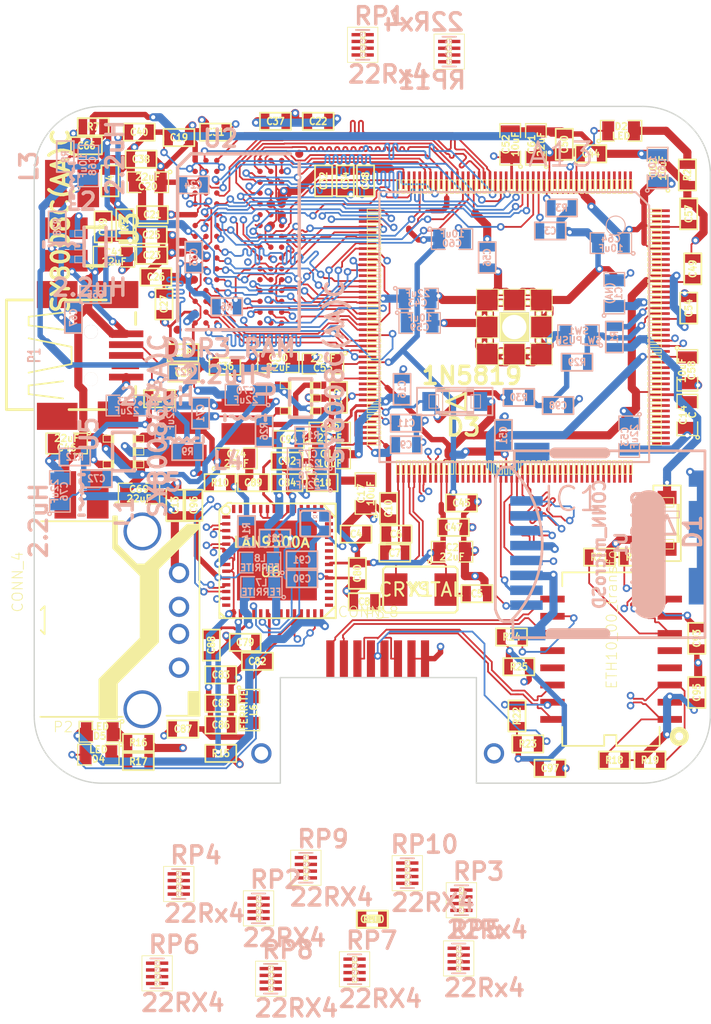
<source format=kicad_pcb>
(kicad_pcb (version 4) (host pcbnew 4.0.0-rc1-stable)
  (layers (0 F.Cu signal) (1 In1.Cu signal) (2 In2.Cu signal) (31 B.Cu signal) (34 B.Paste user) (35 F.Paste user) (36 B.SilkS user) (37 F.SilkS user) (38 B.Mask user) (39 F.Mask user) (44 Edge.Cuts user))
  (net 0 "")
  (net 1 "Net-(C1-Pad1)")
  (net 2 GND)
  (net 3 VCC)
  (net 4 "Net-(C3-Pad1)")
  (net 5 "Net-(C6-Pad2)")
  (net 6 "Net-(C7-Pad2)")
  (net 7 "Net-(C9-Pad2)")
  (net 8 "Net-(C10-Pad2)")
  (net 9 "Net-(C11-Pad2)")
  (net 10 3VA)
  (net 11 "Net-(C13-Pad1)")
  (net 12 "Net-(C15-Pad2)")
  (net 13 "Net-(C17-Pad2)")
  (net 14 "Net-(C39-Pad2)")
  (net 15 +5V)
  (net 16 VDD_CPU)
  (net 17 VDD_INT)
  (net 18 "Net-(C71-Pad2)")
  (net 19 "Net-(C72-Pad2)")
  (net 20 VDD33A)
  (net 21 VDDBUSPLL)
  (net 22 VDDCORE)
  (net 23 "Net-(C90-Pad2)")
  (net 24 "Net-(C91-Pad2)")
  (net 25 VDDPLL)
  (net 26 "Net-(C97-Pad2)")
  (net 27 "Net-(D2-Pad1)")
  (net 28 "Net-(D2-Pad2)")
  (net 29 "Net-(D4-Pad1)")
  (net 30 LED1)
  (net 31 "Net-(D5-Pad1)")
  (net 32 LED2)
  (net 33 "Net-(IC1-Pad1)")
  (net 34 "Net-(IC1-Pad2)")
  (net 35 "Net-(IC1-Pad3)")
  (net 36 "Net-(IC1-Pad6)")
  (net 37 "Net-(IC1-Pad7)")
  (net 38 "Net-(IC1-Pad8)")
  (net 39 "Net-(IC1-Pad10)")
  (net 40 "Net-(IC1-Pad13)")
  (net 41 "Net-(IC1-Pad14)")
  (net 42 "Net-(IC1-Pad15)")
  (net 43 "Net-(IC1-Pad17)")
  (net 44 DDR3_D04)
  (net 45 DDR3_D06)
  (net 46 DDR3_D02)
  (net 47 DDR3_D00)
  (net 48 DDR3_D11)
  (net 49 DDR3_D09)
  (net 50 DDR3_D13)
  (net 51 DDR3_D15)
  (net 52 DDR3_DM1)
  (net 53 DDR3_DM0)
  (net 54 DDR3_D12)
  (net 55 DDR3_D08)
  (net 56 DDR3_D14)
  (net 57 DDR3_D10)
  (net 58 DDR3_D01)
  (net 59 DDR3_D03)
  (net 60 DDR3_D07)
  (net 61 DDR3_D05)
  (net 62 DDR3_CK_N)
  (net 63 DDR3_CKE)
  (net 64 DDR3_A10)
  (net 65 DDR3_BA1)
  (net 66 DDR3_A12)
  (net 67 DDR3_A04)
  (net 68 DDR3_A01)
  (net 69 DDR3_A06)
  (net 70 DDR3_A08)
  (net 71 DDR3_A11)
  (net 72 DDR3_RAS)
  (net 73 DDR3_CAS)
  (net 74 DDR3_WE)
  (net 75 DDR3_BA2)
  (net 76 DDR3_BA0)
  (net 77 DDR3_A00)
  (net 78 DDR3_A03)
  (net 79 DDR3_A05)
  (net 80 DDR3_A13)
  (net 81 DDR3_A09)
  (net 82 DDR3_RST)
  (net 83 DDR3_A07)
  (net 84 DDR3_ODT)
  (net 85 "Net-(IC1-Pad74)")
  (net 86 "Net-(IC1-Pad75)")
  (net 87 "Net-(IC1-Pad77)")
  (net 88 "Net-(IC1-Pad78)")
  (net 89 "Net-(IC1-Pad84)")
  (net 90 "Net-(IC1-Pad85)")
  (net 91 USB_ETH_P)
  (net 92 USB_HOST_P)
  (net 93 "Net-(IC1-Pad99)")
  (net 94 "Net-(IC1-Pad101)")
  (net 95 "Net-(IC1-Pad102)")
  (net 96 "Net-(IC1-Pad103)")
  (net 97 "Net-(IC1-Pad104)")
  (net 98 "Net-(IC1-Pad105)")
  (net 99 "Net-(IC1-Pad106)")
  (net 100 SDC0_D1)
  (net 101 SDC0_D0)
  (net 102 SDC0_CLK)
  (net 103 SDC0_CMD)
  (net 104 SDC0_D3)
  (net 105 SDC0_D2)
  (net 106 "Net-(IC1-Pad114)")
  (net 107 "Net-(IC1-Pad115)")
  (net 108 "Net-(IC1-Pad116)")
  (net 109 "Net-(IC1-Pad117)")
  (net 110 "Net-(IC1-Pad118)")
  (net 111 "Net-(IC1-Pad119)")
  (net 112 "Net-(IC1-Pad120)")
  (net 113 "Net-(IC1-Pad121)")
  (net 114 "Net-(IC1-Pad122)")
  (net 115 "Net-(IC1-Pad123)")
  (net 116 "Net-(IC1-Pad124)")
  (net 117 "Net-(IC1-Pad125)")
  (net 118 "Net-(IC1-Pad126)")
  (net 119 "Net-(IC1-Pad127)")
  (net 120 "Net-(IC1-Pad128)")
  (net 121 "Net-(IC1-Pad130)")
  (net 122 "Net-(IC1-Pad131)")
  (net 123 "Net-(IC1-Pad132)")
  (net 124 "Net-(IC1-Pad133)")
  (net 125 "Net-(IC1-Pad134)")
  (net 126 "Net-(IC1-Pad135)")
  (net 127 "Net-(IC1-Pad136)")
  (net 128 "Net-(IC1-Pad137)")
  (net 129 "Net-(IC1-Pad138)")
  (net 130 "Net-(IC1-Pad139)")
  (net 131 "Net-(IC1-Pad140)")
  (net 132 "Net-(IC1-Pad141)")
  (net 133 "Net-(IC1-Pad143)")
  (net 134 "Net-(IC1-Pad144)")
  (net 135 "Net-(IC1-Pad145)")
  (net 136 "Net-(IC1-Pad146)")
  (net 137 "Net-(IC1-Pad147)")
  (net 138 "Net-(IC1-Pad148)")
  (net 139 "Net-(IC1-Pad150)")
  (net 140 UART1_RX)
  (net 141 UART1_TX)
  (net 142 "Net-(IC1-Pad153)")
  (net 143 "Net-(IC1-Pad154)")
  (net 144 "Net-(IC1-Pad155)")
  (net 145 UBOOT)
  (net 146 "Net-(IC1-Pad158)")
  (net 147 "Net-(IC1-Pad160)")
  (net 148 "Net-(IC1-Pad161)")
  (net 149 "Net-(IC1-Pad162)")
  (net 150 "Net-(IC1-Pad165)")
  (net 151 "Net-(IC1-Pad166)")
  (net 152 "Net-(IC1-Pad167)")
  (net 153 "Net-(IC1-Pad168)")
  (net 154 "Net-(IC1-Pad170)")
  (net 155 "Net-(IC1-Pad171)")
  (net 156 "Net-(IC1-Pad172)")
  (net 157 "Net-(IC1-Pad174)")
  (net 158 "Net-(IC1-Pad175)")
  (net 159 "Net-(IC1-Pad176)")
  (net 160 "Net-(P3-Pad1)")
  (net 161 /Erhernet/TX+)
  (net 162 "Net-(P3-Pad4)")
  (net 163 /Erhernet/TX-)
  (net 164 /Erhernet/RX+)
  (net 165 /Erhernet/RX-)
  (net 166 "Net-(D1-Pad2)")
  (net 167 "Net-(R6-Pad1)")
  (net 168 "Net-(R14-Pad2)")
  (net 169 "Net-(R15-Pad2)")
  (net 170 "Net-(R22-Pad2)")
  (net 171 "Net-(R24-Pad2)")
  (net 172 "Net-(T1-Pad4)")
  (net 173 "Net-(T1-Pad5)")
  (net 174 "Net-(T1-Pad12)")
  (net 175 "Net-(T1-Pad13)")
  (net 176 "Net-(U2-PadJ1)")
  (net 177 "Net-(U2-PadJ9)")
  (net 178 "Net-(U2-PadL1)")
  (net 179 "Net-(U2-PadL9)")
  (net 180 "Net-(U2-PadM7)")
  (net 181 DDR3_A02)
  (net 182 "Net-(U2-PadT7)")
  (net 183 "Net-(U6-Pad1)")
  (net 184 "Net-(U6-Pad34)")
  (net 185 "Net-(U6-Pad36)")
  (net 186 "Net-(U6-Pad22)")
  (net 187 "Net-(U6-Pad23)")
  (net 188 "Net-(U6-Pad14)")
  (net 189 "Net-(U6-Pad26)")
  (net 190 "Net-(U6-Pad29)")
  (net 191 "Net-(U6-Pad30)")
  (net 192 "Net-(U6-Pad31)")
  (net 193 "Net-(U6-Pad32)")
  (net 194 "Net-(U6-Pad37)")
  (net 195 "Net-(U6-Pad38)")
  (net 196 "Net-(U6-Pad39)")
  (net 197 "Net-(U6-Pad40)")
  (net 198 "Net-(U6-Pad41)")
  (net 199 "Net-(U6-Pad42)")
  (net 200 "Net-(U6-Pad43)")
  (net 201 "Net-(U6-Pad44)")
  (net 202 "Net-(U6-Pad45)")
  (net 203 "Net-(U6-Pad46)")
  (net 204 "Net-(U6-Pad47)")
  (net 205 "Net-(U6-Pad53)")
  (net 206 "Net-(U6-Pad54)")
  (net 207 "Net-(U6-Pad55)")
  (net 208 "Net-(U6-Pad56)")
  (net 209 DDR3_DQS0_N)
  (net 210 USB_ETH_N)
  (net 211 "Net-(L2-Pad1)")
  (net 212 "Net-(L4-Pad1)")
  (net 213 "Net-(L5-Pad1)")
  (net 214 TPX_P)
  (net 215 TPX_N)
  (net 216 RPX_N)
  (net 217 RPX_P)
  (net 218 USB_HOST_N)
  (net 219 X1_N)
  (net 220 X1_P)
  (net 221 DDR3_CK_P)
  (net 222 VDD_RAM)
  (net 223 "Net-(C65-Pad1)")
  (net 224 "Net-(C72-Pad1)")
  (net 225 "Net-(C71-Pad1)")
  (net 226 "Net-(C98-Pad1)")
  (net 227 SVREF)
  (net 228 1V5)
  (net 229 "Net-(C22-Pad2)")
  (net 230 "Net-(IC1-Pad19)")
  (net 231 "Net-(IC1-Pad20)")
  (net 232 "Net-(IC1-Pad21)")
  (net 233 "Net-(IC1-Pad22)")
  (net 234 "Net-(IC1-Pad24)")
  (net 235 "Net-(IC1-Pad25)")
  (net 236 "Net-(IC1-Pad26)")
  (net 237 "Net-(IC1-Pad27)")
  (net 238 "Net-(IC1-Pad28)")
  (net 239 "Net-(IC1-Pad29)")
  (net 240 "Net-(IC1-Pad31)")
  (net 241 "Net-(IC1-Pad32)")
  (net 242 "Net-(IC1-Pad33)")
  (net 243 "Net-(IC1-Pad34)")
  (net 244 "Net-(IC1-Pad36)")
  (net 245 "Net-(IC1-Pad37)")
  (net 246 "Net-(IC1-Pad38)")
  (net 247 "Net-(IC1-Pad39)")
  (net 248 "Net-(IC1-Pad40)")
  (net 249 "Net-(IC1-Pad41)")
  (net 250 "Net-(IC1-Pad42)")
  (net 251 "Net-(IC1-Pad44)")
  (net 252 "Net-(IC1-Pad45)")
  (net 253 "Net-(IC1-Pad46)")
  (net 254 "Net-(IC1-Pad47)")
  (net 255 "Net-(IC1-Pad48)")
  (net 256 "Net-(IC1-Pad49)")
  (net 257 "Net-(IC1-Pad50)")
  (net 258 "Net-(IC1-Pad51)")
  (net 259 "Net-(IC1-Pad52)")
  (net 260 "Net-(IC1-Pad54)")
  (net 261 "Net-(IC1-Pad55)")
  (net 262 "Net-(IC1-Pad56)")
  (net 263 "Net-(IC1-Pad57)")
  (net 264 "Net-(IC1-Pad58)")
  (net 265 "Net-(IC1-Pad59)")
  (net 266 "Net-(IC1-Pad60)")
  (net 267 "Net-(IC1-Pad61)")
  (net 268 "Net-(IC1-Pad63)")
  (net 269 "Net-(IC1-Pad64)")
  (net 270 "Net-(IC1-Pad65)")
  (net 271 "Net-(IC1-Pad66)")
  (net 272 "Net-(IC1-Pad67)")
  (net 273 "Net-(IC1-Pad68)")
  (net 274 "Net-(IC1-Pad69)")
  (net 275 "Net-(IC1-Pad70)")
  (net 276 "Net-(IC1-Pad71)")
  (net 277 "Net-(IC1-Pad72)")
  (net 278 "Net-(IC1-Pad129)")
  (net 279 DDR3_DQS1_N)
  (net 280 DDR3_DQS1_P)
  (net 281 DDR3_DQS0_P)
  (module A13-OLinuXino-MICRO_Rev_B:R_MATRIX_4_0402_25X625 (layer F.Cu) (at 50.68946 15.9507 180)
    (fp_text reference RP11 (at 1.27 -2.12344 180) (layer B.SilkS) (effects (font (size 1.27 1.27) (thickness 0.254)) (justify mirror)))
    (fp_text value 22Rx4 (at 1.905 2.17424 180) (layer B.SilkS) (effects (font (size 1.27 1.27) (thickness 0.254)) (justify mirror)))
    (fp_text user R1 (at 0.05334 -0.75184 180) (layer B.SilkS) (effects (font (size 0.3048 0.3048) (thickness 0.0508)) (justify mirror)))
    (fp_text user R2 (at 0.05334 -0.25146 180) (layer B.SilkS) (effects (font (size 0.3048 0.3048) (thickness 0.0508)) (justify mirror)))
    (fp_text user R3 (at 0.05334 0.24638 180) (layer B.SilkS) (effects (font (size 0.3048 0.3048) (thickness 0.0508)) (justify mirror)))
    (fp_text user R4 (at 0.05334 0.74676 180) (layer B.SilkS) (effects (font (size 0.3048 0.3048) (thickness 0.0508)) (justify mirror)))
    (pad 1 smd rect (at -0.51054 -0.7493 180) (size 0.62484 0.24892) (layers F.Cu F.Paste F.Mask) (net 255 "Net-(IC1-Pad48)"))
    (pad 8 smd rect (at 0.51054 -0.7493 180) (size 0.62484 0.24892) (layers F.Cu F.Paste F.Mask) (net 64 DDR3_A10))
    (pad 2 smd rect (at -0.51054 -0.24892 180) (size 0.62484 0.24892) (layers F.Cu F.Paste F.Mask) (net 254 "Net-(IC1-Pad47)"))
    (pad 7 smd rect (at 0.51054 -0.24892 180) (size 0.62484 0.24892) (layers F.Cu F.Paste F.Mask) (net 63 DDR3_CKE))
    (pad 3 smd rect (at -0.51054 0.24892) (size 0.62484 0.24892) (layers F.Cu F.Paste F.Mask) (net 253 "Net-(IC1-Pad46)"))
    (pad 6 smd rect (at 0.51054 0.24892) (size 0.62484 0.24892) (layers F.Cu F.Paste F.Mask) (net 62 DDR3_CK_N))
    (pad 4 smd rect (at -0.51054 0.7493) (size 0.62484 0.24892) (layers F.Cu F.Paste F.Mask) (net 252 "Net-(IC1-Pad45)"))
    (pad 5 smd rect (at 0.51054 0.7493) (size 0.62484 0.24892) (layers F.Cu F.Paste F.Mask) (net 221 DDR3_CK_P))
  )
  (module A13-OLinuXino-MICRO_Rev_B:SOD-123 (layer B.Cu) (at 51.1 41.8)
    (fp_text reference D3 (at 0.635 1.905) (layer F.SilkS) (effects (font (size 1.27 1.27) (thickness 0.254))))
    (fp_text value 1N5819 (at 1.27 -1.905) (layer F.SilkS) (effects (font (size 1.27 1.27) (thickness 0.254))))
    (pad 1 smd rect (at 1.89992 0) (size 0.99822 1.39954) (layers B.Cu B.Paste B.Mask) (net 3 VCC))
    (pad 2 smd rect (at -1.89992 0) (size 0.99822 1.39954) (layers B.Cu B.Paste B.Mask) (net 10 3VA))
  )
  (module A13-OLinuXino-MICRO_Rev_B:SOD-123 (layer F.Cu) (at 66.8 50.80008 270)
    (fp_text reference D1 (at 0.635 -1.905 270) (layer B.SilkS) (effects (font (size 1.27 1.27) (thickness 0.254))))
    (fp_text value 1N5819 (at 1.27 1.905 270) (layer B.SilkS) (effects (font (size 1.27 1.27) (thickness 0.254))))
    (pad 1 smd rect (at 1.89992 0 270) (size 0.99822 1.39954) (layers F.Cu F.Paste F.Mask) (net 3 VCC))
    (pad 2 smd rect (at -1.89992 0 270) (size 0.99822 1.39954) (layers F.Cu F.Paste F.Mask) (net 166 "Net-(D1-Pad2)"))
  )
  (module opendous:Memory_Card_microSD_DM3CS-SF (layer B.Cu) (at 55.20018 52.34886 90)
    (fp_text reference U1 (at 0 8.19912 90) (layer B.SilkS) (effects (font (size 0.8636 0.8636) (thickness 0.2032)) (justify mirror)))
    (fp_text value CONN_microSD (at 0 6.59892 90) (layer B.SilkS) (effects (font (size 0.8636 0.8636) (thickness 0.2032)) (justify mirror)))
    (pad 1 smd rect (at 3.2004 1.19888 90) (size 0.70104 2.4003) (layers B.Cu B.Paste B.Mask) (net 105 SDC0_D2))
    (pad 2 smd rect (at 2.10058 1.19888 90) (size 0.70104 2.4003) (layers B.Cu B.Paste B.Mask) (net 104 SDC0_D3))
    (pad 3 smd rect (at 1.00076 1.19888 90) (size 0.70104 2.4003) (layers B.Cu B.Paste B.Mask) (net 103 SDC0_CMD))
    (pad 4 smd rect (at -0.09906 1.19888 90) (size 0.70104 2.4003) (layers B.Cu B.Paste B.Mask) (net 3 VCC))
    (pad 5 smd rect (at -1.19888 1.19888 90) (size 0.70104 2.4003) (layers B.Cu B.Paste B.Mask) (net 102 SDC0_CLK))
    (pad 6 smd rect (at -2.30124 1.19888 90) (size 0.70104 2.4003) (layers B.Cu B.Paste B.Mask) (net 227 SVREF))
    (pad 7 smd rect (at -3.40106 1.19888 90) (size 0.70104 2.4003) (layers B.Cu B.Paste B.Mask) (net 101 SDC0_D0))
    (pad 8 smd rect (at -4.50088 1.19888 90) (size 0.70104 2.4003) (layers B.Cu B.Paste B.Mask) (net 100 SDC0_D1))
    (pad 9 smd rect (at 6.74878 1.6002 90) (size 1.50114 2.60096) (layers B.Cu B.Paste B.Mask) (net 227 SVREF))
    (pad 9 smd rect (at -6.59892 1.30048 90) (size 1.00076 2.60096) (layers B.Cu B.Paste B.Mask) (net 227 SVREF))
    (pad 9 smd rect (at 4.84886 13.79982 90) (size 1.19888 1.19888) (layers B.Cu B.Paste B.Mask) (net 227 SVREF))
    (pad 9 smd rect (at 1.84912 13.79982 90) (size 2.70002 1.19888) (layers B.Cu B.Paste B.Mask) (net 227 SVREF))
    (pad 9 smd rect (at -3.0988 13.79982 90) (size 2.70002 1.19888) (layers B.Cu B.Paste B.Mask) (net 227 SVREF))
  )
  (module A13-OLinuXino-MICRO_Rev_B:TQFP176 (layer F.Cu) (at 55.50178 36.30158 180)
    (fp_text reference IC1 (at -4.29006 -12.7 180) (layer B.SilkS) (effects (font (size 1.778 1.778) (thickness 0.1778))))
    (fp_text value A13 (at -3.44424 12.7508 180) (layer B.SilkS) (effects (font (size 1.778 1.778) (thickness 0.1778))))
    (pad 177 smd rect (at 2 2 180) (size 1.5 1.5) (layers F.Cu F.Paste F.Mask) (net 227 SVREF))
    (pad 177 smd rect (at 0 2 180) (size 1.5 1.5) (layers F.Cu F.Paste F.Mask) (net 227 SVREF))
    (pad 177 smd rect (at -2 2 180) (size 1.5 1.5) (layers F.Cu F.Paste F.Mask) (net 227 SVREF))
    (pad 177 smd rect (at -2 0 180) (size 1.5 1.5) (layers F.Cu F.Paste F.Mask) (net 227 SVREF))
    (pad 177 smd rect (at -2 -2 180) (size 1.5 1.5) (layers F.Cu F.Paste F.Mask) (net 227 SVREF))
    (pad 177 smd rect (at 0 -2 180) (size 1.5 1.5) (layers F.Cu F.Paste F.Mask) (net 227 SVREF))
    (pad 177 smd rect (at 2 -2 180) (size 1.5 1.5) (layers F.Cu F.Paste F.Mask) (net 227 SVREF))
    (pad 1 smd rect (at -8.5979 10.84834 180) (size 0.19812 1.29794) (layers F.Cu F.Paste F.Mask) (net 33 "Net-(IC1-Pad1)"))
    (pad 2 smd rect (at -8.19912 10.84834 180) (size 0.19812 1.29794) (layers F.Cu F.Paste F.Mask) (net 34 "Net-(IC1-Pad2)"))
    (pad 3 smd rect (at -7.7978 10.84834 180) (size 0.19812 1.29794) (layers F.Cu F.Paste F.Mask) (net 35 "Net-(IC1-Pad3)"))
    (pad 4 smd rect (at -7.39902 10.84834 180) (size 0.19812 1.29794) (layers F.Cu F.Paste F.Mask) (net 16 VDD_CPU))
    (pad 5 smd rect (at -6.9977 10.84834 180) (size 0.19812 1.29794) (layers F.Cu F.Paste F.Mask) (net 3 VCC))
    (pad 6 smd rect (at -6.59892 10.84834 180) (size 0.19812 1.29794) (layers F.Cu F.Paste F.Mask) (net 36 "Net-(IC1-Pad6)"))
    (pad 7 smd rect (at -6.1976 10.84834 180) (size 0.19812 1.29794) (layers F.Cu F.Paste F.Mask) (net 37 "Net-(IC1-Pad7)"))
    (pad 8 smd rect (at -5.79882 10.84834 180) (size 0.19812 1.29794) (layers F.Cu F.Paste F.Mask) (net 38 "Net-(IC1-Pad8)"))
    (pad 9 smd rect (at -5.3975 10.84834 180) (size 0.19812 1.29794) (layers F.Cu F.Paste F.Mask) (net 16 VDD_CPU))
    (pad 10 smd rect (at -4.99872 10.84834 180) (size 0.19812 1.29794) (layers F.Cu F.Paste F.Mask) (net 39 "Net-(IC1-Pad10)"))
    (pad 11 smd rect (at -4.59994 10.84834 180) (size 0.19812 1.29794) (layers F.Cu F.Paste F.Mask) (net 16 VDD_CPU))
    (pad 12 smd rect (at -4.19862 10.84834 180) (size 0.19812 1.29794) (layers F.Cu F.Paste F.Mask) (net 27 "Net-(D2-Pad1)"))
    (pad 13 smd rect (at -3.79984 10.84834 180) (size 0.19812 1.29794) (layers F.Cu F.Paste F.Mask) (net 40 "Net-(IC1-Pad13)"))
    (pad 14 smd rect (at -3.39852 10.84834 180) (size 0.19812 1.29794) (layers F.Cu F.Paste F.Mask) (net 41 "Net-(IC1-Pad14)"))
    (pad 15 smd rect (at -2.99974 10.84834 180) (size 0.19812 1.29794) (layers F.Cu F.Paste F.Mask) (net 42 "Net-(IC1-Pad15)"))
    (pad 16 smd rect (at -2.59842 10.84834 180) (size 0.19812 1.29794) (layers F.Cu F.Paste F.Mask) (net 16 VDD_CPU))
    (pad 17 smd rect (at -2.19964 10.84834 180) (size 0.19812 1.29794) (layers F.Cu F.Paste F.Mask) (net 43 "Net-(IC1-Pad17)"))
    (pad 18 smd rect (at -1.79832 10.84834 180) (size 0.19812 1.29794) (layers F.Cu F.Paste F.Mask) (net 4 "Net-(C3-Pad1)"))
    (pad 19 smd rect (at -1.39954 10.84834 180) (size 0.19812 1.29794) (layers F.Cu F.Paste F.Mask) (net 230 "Net-(IC1-Pad19)"))
    (pad 20 smd rect (at -0.99822 10.84834 180) (size 0.19812 1.29794) (layers F.Cu F.Paste F.Mask) (net 231 "Net-(IC1-Pad20)"))
    (pad 21 smd rect (at -0.59944 10.84834 180) (size 0.19812 1.29794) (layers F.Cu F.Paste F.Mask) (net 232 "Net-(IC1-Pad21)"))
    (pad 22 smd rect (at -0.19812 10.84834 180) (size 0.19812 1.29794) (layers F.Cu F.Paste F.Mask) (net 233 "Net-(IC1-Pad22)"))
    (pad 23 smd rect (at 0.19812 10.84834 180) (size 0.19812 1.29794) (layers F.Cu F.Paste F.Mask) (net 228 1V5))
    (pad 24 smd rect (at 0.59944 10.84834 180) (size 0.19812 1.29794) (layers F.Cu F.Paste F.Mask) (net 234 "Net-(IC1-Pad24)"))
    (pad 25 smd rect (at 0.99822 10.84834 180) (size 0.19812 1.29794) (layers F.Cu F.Paste F.Mask) (net 235 "Net-(IC1-Pad25)"))
    (pad 26 smd rect (at 1.39954 10.84834 180) (size 0.19812 1.29794) (layers F.Cu F.Paste F.Mask) (net 236 "Net-(IC1-Pad26)"))
    (pad 27 smd rect (at 1.79832 10.84834 180) (size 0.19812 1.29794) (layers F.Cu F.Paste F.Mask) (net 237 "Net-(IC1-Pad27)"))
    (pad 28 smd rect (at 2.19964 10.84834 180) (size 0.19812 1.29794) (layers F.Cu F.Paste F.Mask) (net 238 "Net-(IC1-Pad28)"))
    (pad 29 smd rect (at 2.59842 10.84834 180) (size 0.19812 1.29794) (layers F.Cu F.Paste F.Mask) (net 239 "Net-(IC1-Pad29)"))
    (pad 30 smd rect (at 2.99974 10.84834 180) (size 0.19812 1.29794) (layers F.Cu F.Paste F.Mask) (net 228 1V5))
    (pad 31 smd rect (at 3.39852 10.84834 180) (size 0.19812 1.29794) (layers F.Cu F.Paste F.Mask) (net 240 "Net-(IC1-Pad31)"))
    (pad 32 smd rect (at 3.79984 10.84834 180) (size 0.19812 1.29794) (layers F.Cu F.Paste F.Mask) (net 241 "Net-(IC1-Pad32)"))
    (pad 33 smd rect (at 4.19862 10.84834 180) (size 0.19812 1.29794) (layers F.Cu F.Paste F.Mask) (net 242 "Net-(IC1-Pad33)"))
    (pad 34 smd rect (at 4.59994 10.84834 180) (size 0.19812 1.29794) (layers F.Cu F.Paste F.Mask) (net 243 "Net-(IC1-Pad34)"))
    (pad 35 smd rect (at 4.99872 10.84834 180) (size 0.19812 1.29794) (layers F.Cu F.Paste F.Mask) (net 17 VDD_INT))
    (pad 36 smd rect (at 5.3975 10.84834 180) (size 0.19812 1.29794) (layers F.Cu F.Paste F.Mask) (net 244 "Net-(IC1-Pad36)"))
    (pad 37 smd rect (at 5.79882 10.84834 180) (size 0.19812 1.29794) (layers F.Cu F.Paste F.Mask) (net 245 "Net-(IC1-Pad37)"))
    (pad 38 smd rect (at 6.1976 10.84834 180) (size 0.19812 1.29794) (layers F.Cu F.Paste F.Mask) (net 246 "Net-(IC1-Pad38)"))
    (pad 39 smd rect (at 6.59892 10.84834 180) (size 0.19812 1.29794) (layers F.Cu F.Paste F.Mask) (net 247 "Net-(IC1-Pad39)"))
    (pad 40 smd rect (at 6.9977 10.84834 180) (size 0.19812 1.29794) (layers F.Cu F.Paste F.Mask) (net 248 "Net-(IC1-Pad40)"))
    (pad 41 smd rect (at 7.39902 10.84834 180) (size 0.19812 1.29794) (layers F.Cu F.Paste F.Mask) (net 249 "Net-(IC1-Pad41)"))
    (pad 42 smd rect (at 7.7978 10.84834 180) (size 0.19812 1.29794) (layers F.Cu F.Paste F.Mask) (net 250 "Net-(IC1-Pad42)"))
    (pad 43 smd rect (at 8.19912 10.84834 180) (size 0.19812 1.29794) (layers F.Cu F.Paste F.Mask) (net 228 1V5))
    (pad 44 smd rect (at 8.5979 10.84834 180) (size 0.19812 1.29794) (layers F.Cu F.Paste F.Mask) (net 251 "Net-(IC1-Pad44)"))
    (pad 45 smd rect (at 10.84834 8.5979 180) (size 1.29794 0.19812) (layers F.Cu F.Paste F.Mask) (net 252 "Net-(IC1-Pad45)"))
    (pad 46 smd rect (at 10.84834 8.19912 180) (size 1.29794 0.19812) (layers F.Cu F.Paste F.Mask) (net 253 "Net-(IC1-Pad46)"))
    (pad 47 smd rect (at 10.84834 7.7978 180) (size 1.29794 0.19812) (layers F.Cu F.Paste F.Mask) (net 254 "Net-(IC1-Pad47)"))
    (pad 48 smd rect (at 10.84834 7.39902 180) (size 1.29794 0.19812) (layers F.Cu F.Paste F.Mask) (net 255 "Net-(IC1-Pad48)"))
    (pad 49 smd rect (at 10.84834 6.9977 180) (size 1.29794 0.19812) (layers F.Cu F.Paste F.Mask) (net 256 "Net-(IC1-Pad49)"))
    (pad 50 smd rect (at 10.84834 6.59892 180) (size 1.29794 0.19812) (layers F.Cu F.Paste F.Mask) (net 257 "Net-(IC1-Pad50)"))
    (pad 51 smd rect (at 10.84834 6.1976 180) (size 1.29794 0.19812) (layers F.Cu F.Paste F.Mask) (net 258 "Net-(IC1-Pad51)"))
    (pad 52 smd rect (at 10.84834 5.79882 180) (size 1.29794 0.19812) (layers F.Cu F.Paste F.Mask) (net 259 "Net-(IC1-Pad52)"))
    (pad 53 smd rect (at 10.84834 5.3975 180) (size 1.29794 0.19812) (layers F.Cu F.Paste F.Mask) (net 228 1V5))
    (pad 54 smd rect (at 10.84834 4.99872 180) (size 1.29794 0.19812) (layers F.Cu F.Paste F.Mask) (net 260 "Net-(IC1-Pad54)"))
    (pad 55 smd rect (at 10.84834 4.59994 180) (size 1.29794 0.19812) (layers F.Cu F.Paste F.Mask) (net 261 "Net-(IC1-Pad55)"))
    (pad 56 smd rect (at 10.84834 4.19862 180) (size 1.29794 0.19812) (layers F.Cu F.Paste F.Mask) (net 262 "Net-(IC1-Pad56)"))
    (pad 57 smd rect (at 10.84834 3.79984 180) (size 1.29794 0.19812) (layers F.Cu F.Paste F.Mask) (net 263 "Net-(IC1-Pad57)"))
    (pad 58 smd rect (at 10.84834 3.39852 180) (size 1.29794 0.19812) (layers F.Cu F.Paste F.Mask) (net 264 "Net-(IC1-Pad58)"))
    (pad 59 smd rect (at 10.84834 2.99974 180) (size 1.29794 0.19812) (layers F.Cu F.Paste F.Mask) (net 265 "Net-(IC1-Pad59)"))
    (pad 60 smd rect (at 10.84834 2.59842 180) (size 1.29794 0.19812) (layers F.Cu F.Paste F.Mask) (net 266 "Net-(IC1-Pad60)"))
    (pad 61 smd rect (at 10.84834 2.19964 180) (size 1.29794 0.19812) (layers F.Cu F.Paste F.Mask) (net 267 "Net-(IC1-Pad61)"))
    (pad 62 smd rect (at 10.84834 1.79832 180) (size 1.29794 0.19812) (layers F.Cu F.Paste F.Mask) (net 228 1V5))
    (pad 63 smd rect (at 10.84834 1.39954 180) (size 1.29794 0.19812) (layers F.Cu F.Paste F.Mask) (net 268 "Net-(IC1-Pad63)"))
    (pad 64 smd rect (at 10.84834 0.99822 180) (size 1.29794 0.19812) (layers F.Cu F.Paste F.Mask) (net 269 "Net-(IC1-Pad64)"))
    (pad 65 smd rect (at 10.84834 0.59944 180) (size 1.29794 0.19812) (layers F.Cu F.Paste F.Mask) (net 270 "Net-(IC1-Pad65)"))
    (pad 66 smd rect (at 10.84834 0.19812 180) (size 1.29794 0.19812) (layers F.Cu F.Paste F.Mask) (net 271 "Net-(IC1-Pad66)"))
    (pad 67 smd rect (at 10.84834 -0.19812 180) (size 1.29794 0.19812) (layers F.Cu F.Paste F.Mask) (net 272 "Net-(IC1-Pad67)"))
    (pad 68 smd rect (at 10.84834 -0.59944 180) (size 1.29794 0.19812) (layers F.Cu F.Paste F.Mask) (net 273 "Net-(IC1-Pad68)"))
    (pad 69 smd rect (at 10.84834 -0.99822 180) (size 1.29794 0.19812) (layers F.Cu F.Paste F.Mask) (net 274 "Net-(IC1-Pad69)"))
    (pad 70 smd rect (at 10.84834 -1.39954 180) (size 1.29794 0.19812) (layers F.Cu F.Paste F.Mask) (net 275 "Net-(IC1-Pad70)"))
    (pad 71 smd rect (at 10.84834 -1.79832 180) (size 1.29794 0.19812) (layers F.Cu F.Paste F.Mask) (net 276 "Net-(IC1-Pad71)"))
    (pad 72 smd rect (at 10.84834 -2.19964 180) (size 1.29794 0.19812) (layers F.Cu F.Paste F.Mask) (net 277 "Net-(IC1-Pad72)"))
    (pad 73 smd rect (at 10.84834 -2.59842 180) (size 1.29794 0.19812) (layers F.Cu F.Paste F.Mask) (net 17 VDD_INT))
    (pad 74 smd rect (at 10.84834 -2.99974 180) (size 1.29794 0.19812) (layers F.Cu F.Paste F.Mask) (net 85 "Net-(IC1-Pad74)"))
    (pad 75 smd rect (at 10.84834 -3.39852 180) (size 1.29794 0.19812) (layers F.Cu F.Paste F.Mask) (net 86 "Net-(IC1-Pad75)"))
    (pad 76 smd rect (at 10.84834 -3.79984 180) (size 1.29794 0.19812) (layers F.Cu F.Paste F.Mask) (net 3 VCC))
    (pad 77 smd rect (at 10.84834 -4.19862 180) (size 1.29794 0.19812) (layers F.Cu F.Paste F.Mask) (net 87 "Net-(IC1-Pad77)"))
    (pad 78 smd rect (at 10.84834 -4.59994 180) (size 1.29794 0.19812) (layers F.Cu F.Paste F.Mask) (net 88 "Net-(IC1-Pad78)"))
    (pad 79 smd rect (at 10.84834 -4.99872 180) (size 1.29794 0.19812) (layers F.Cu F.Paste F.Mask) (net 227 SVREF))
    (pad 80 smd rect (at 10.84834 -5.3975 180) (size 1.29794 0.19812) (layers F.Cu F.Paste F.Mask) (net 12 "Net-(C15-Pad2)"))
    (pad 81 smd rect (at 10.84834 -5.79882 180) (size 1.29794 0.19812) (layers F.Cu F.Paste F.Mask) (net 10 3VA))
    (pad 82 smd rect (at 10.84834 -6.1976 180) (size 1.29794 0.19812) (layers F.Cu F.Paste F.Mask) (net 13 "Net-(C17-Pad2)"))
    (pad 83 smd rect (at 10.84834 -6.59892 180) (size 1.29794 0.19812) (layers F.Cu F.Paste F.Mask) (net 9 "Net-(C11-Pad2)"))
    (pad 84 smd rect (at 10.84834 -6.9977 180) (size 1.29794 0.19812) (layers F.Cu F.Paste F.Mask) (net 89 "Net-(IC1-Pad84)"))
    (pad 85 smd rect (at 10.84834 -7.39902 180) (size 1.29794 0.19812) (layers F.Cu F.Paste F.Mask) (net 90 "Net-(IC1-Pad85)"))
    (pad 86 smd rect (at 10.84834 -7.7978 180) (size 1.29794 0.19812) (layers F.Cu F.Paste F.Mask) (net 229 "Net-(C22-Pad2)"))
    (pad 87 smd rect (at 10.84834 -8.19912 180) (size 1.29794 0.19812) (layers F.Cu F.Paste F.Mask) (net 8 "Net-(C10-Pad2)"))
    (pad 88 smd rect (at 10.84834 -8.5979 180) (size 1.29794 0.19812) (layers F.Cu F.Paste F.Mask) (net 7 "Net-(C9-Pad2)"))
    (pad 89 smd rect (at 8.5979 -10.84834 180) (size 0.19812 1.29794) (layers F.Cu F.Paste F.Mask) (net 6 "Net-(C7-Pad2)"))
    (pad 90 smd rect (at 8.19912 -10.84834 180) (size 0.19812 1.29794) (layers F.Cu F.Paste F.Mask) (net 5 "Net-(C6-Pad2)"))
    (pad 91 smd rect (at 7.7978 -10.84834 180) (size 0.19812 1.29794) (layers F.Cu F.Paste F.Mask) (net 220 X1_P))
    (pad 92 smd rect (at 7.39902 -10.84834 180) (size 0.19812 1.29794) (layers F.Cu F.Paste F.Mask) (net 219 X1_N))
    (pad 93 smd rect (at 6.9977 -10.84834 180) (size 0.19812 1.29794) (layers F.Cu F.Paste F.Mask) (net 210 USB_ETH_N))
    (pad 94 smd rect (at 6.59892 -10.84834 180) (size 0.19812 1.29794) (layers F.Cu F.Paste F.Mask) (net 91 USB_ETH_P))
    (pad 95 smd rect (at 6.1976 -10.84834 180) (size 0.19812 1.29794) (layers F.Cu F.Paste F.Mask) (net 218 USB_HOST_N))
    (pad 96 smd rect (at 5.79882 -10.84834 180) (size 0.19812 1.29794) (layers F.Cu F.Paste F.Mask) (net 92 USB_HOST_P))
    (pad 97 smd rect (at 5.3975 -10.84834 180) (size 0.19812 1.29794) (layers F.Cu F.Paste F.Mask) (net 3 VCC))
    (pad 98 smd rect (at 4.99872 -10.84834 180) (size 0.19812 1.29794) (layers F.Cu F.Paste F.Mask) (net 17 VDD_INT))
    (pad 99 smd rect (at 4.59994 -10.84834 180) (size 0.19812 1.29794) (layers F.Cu F.Paste F.Mask) (net 93 "Net-(IC1-Pad99)"))
    (pad 100 smd rect (at 4.19862 -10.84834 180) (size 0.19812 1.29794) (layers F.Cu F.Paste F.Mask) (net 3 VCC))
    (pad 101 smd rect (at 3.79984 -10.84834 180) (size 0.19812 1.29794) (layers F.Cu F.Paste F.Mask) (net 94 "Net-(IC1-Pad101)"))
    (pad 102 smd rect (at 3.39852 -10.84834 180) (size 0.19812 1.29794) (layers F.Cu F.Paste F.Mask) (net 95 "Net-(IC1-Pad102)"))
    (pad 103 smd rect (at 2.99974 -10.84834 180) (size 0.19812 1.29794) (layers F.Cu F.Paste F.Mask) (net 96 "Net-(IC1-Pad103)"))
    (pad 104 smd rect (at 2.59842 -10.84834 180) (size 0.19812 1.29794) (layers F.Cu F.Paste F.Mask) (net 97 "Net-(IC1-Pad104)"))
    (pad 105 smd rect (at 2.19964 -10.84834 180) (size 0.19812 1.29794) (layers F.Cu F.Paste F.Mask) (net 98 "Net-(IC1-Pad105)"))
    (pad 106 smd rect (at 1.79832 -10.84834 180) (size 0.19812 1.29794) (layers F.Cu F.Paste F.Mask) (net 99 "Net-(IC1-Pad106)"))
    (pad 107 smd rect (at 1.39954 -10.84834 180) (size 0.19812 1.29794) (layers F.Cu F.Paste F.Mask) (net 100 SDC0_D1))
    (pad 108 smd rect (at 0.99822 -10.84834 180) (size 0.19812 1.29794) (layers F.Cu F.Paste F.Mask) (net 101 SDC0_D0))
    (pad 109 smd rect (at 0.59944 -10.84834 180) (size 0.19812 1.29794) (layers F.Cu F.Paste F.Mask) (net 17 VDD_INT))
    (pad 110 smd rect (at 0.19812 -10.84834 180) (size 0.19812 1.29794) (layers F.Cu F.Paste F.Mask) (net 102 SDC0_CLK))
    (pad 111 smd rect (at -0.19812 -10.84834 180) (size 0.19812 1.29794) (layers F.Cu F.Paste F.Mask) (net 103 SDC0_CMD))
    (pad 112 smd rect (at -0.59944 -10.84834 180) (size 0.19812 1.29794) (layers F.Cu F.Paste F.Mask) (net 104 SDC0_D3))
    (pad 113 smd rect (at -0.99822 -10.84834 180) (size 0.19812 1.29794) (layers F.Cu F.Paste F.Mask) (net 105 SDC0_D2))
    (pad 114 smd rect (at -1.39954 -10.84834 180) (size 0.19812 1.29794) (layers F.Cu F.Paste F.Mask) (net 106 "Net-(IC1-Pad114)"))
    (pad 115 smd rect (at -1.79832 -10.84834 180) (size 0.19812 1.29794) (layers F.Cu F.Paste F.Mask) (net 107 "Net-(IC1-Pad115)"))
    (pad 116 smd rect (at -2.19964 -10.84834 180) (size 0.19812 1.29794) (layers F.Cu F.Paste F.Mask) (net 108 "Net-(IC1-Pad116)"))
    (pad 117 smd rect (at -2.59842 -10.84834 180) (size 0.19812 1.29794) (layers F.Cu F.Paste F.Mask) (net 109 "Net-(IC1-Pad117)"))
    (pad 118 smd rect (at -2.99974 -10.84834 180) (size 0.19812 1.29794) (layers F.Cu F.Paste F.Mask) (net 110 "Net-(IC1-Pad118)"))
    (pad 119 smd rect (at -3.39852 -10.84834 180) (size 0.19812 1.29794) (layers F.Cu F.Paste F.Mask) (net 111 "Net-(IC1-Pad119)"))
    (pad 120 smd rect (at -3.79984 -10.84834 180) (size 0.19812 1.29794) (layers F.Cu F.Paste F.Mask) (net 112 "Net-(IC1-Pad120)"))
    (pad 121 smd rect (at -4.19862 -10.84834 180) (size 0.19812 1.29794) (layers F.Cu F.Paste F.Mask) (net 113 "Net-(IC1-Pad121)"))
    (pad 122 smd rect (at -4.59994 -10.84834 180) (size 0.19812 1.29794) (layers F.Cu F.Paste F.Mask) (net 114 "Net-(IC1-Pad122)"))
    (pad 123 smd rect (at -4.99872 -10.84834 180) (size 0.19812 1.29794) (layers F.Cu F.Paste F.Mask) (net 115 "Net-(IC1-Pad123)"))
    (pad 124 smd rect (at -5.3975 -10.84834 180) (size 0.19812 1.29794) (layers F.Cu F.Paste F.Mask) (net 116 "Net-(IC1-Pad124)"))
    (pad 125 smd rect (at -5.79882 -10.84834 180) (size 0.19812 1.29794) (layers F.Cu F.Paste F.Mask) (net 117 "Net-(IC1-Pad125)"))
    (pad 126 smd rect (at -6.1976 -10.84834 180) (size 0.19812 1.29794) (layers F.Cu F.Paste F.Mask) (net 118 "Net-(IC1-Pad126)"))
    (pad 127 smd rect (at -6.59892 -10.84834 180) (size 0.19812 1.29794) (layers F.Cu F.Paste F.Mask) (net 119 "Net-(IC1-Pad127)"))
    (pad 128 smd rect (at -6.9977 -10.84834 180) (size 0.19812 1.29794) (layers F.Cu F.Paste F.Mask) (net 120 "Net-(IC1-Pad128)"))
    (pad 129 smd rect (at -7.39902 -10.84834 180) (size 0.19812 1.29794) (layers F.Cu F.Paste F.Mask) (net 278 "Net-(IC1-Pad129)"))
    (pad 130 smd rect (at -7.7978 -10.84834 180) (size 0.19812 1.29794) (layers F.Cu F.Paste F.Mask) (net 121 "Net-(IC1-Pad130)"))
    (pad 131 smd rect (at -8.19912 -10.84834 180) (size 0.19812 1.29794) (layers F.Cu F.Paste F.Mask) (net 122 "Net-(IC1-Pad131)"))
    (pad 132 smd rect (at -8.5979 -10.84834 180) (size 0.19812 1.29794) (layers F.Cu F.Paste F.Mask) (net 123 "Net-(IC1-Pad132)"))
    (pad 133 smd rect (at -10.84834 -8.5979 180) (size 1.29794 0.19812) (layers F.Cu F.Paste F.Mask) (net 124 "Net-(IC1-Pad133)"))
    (pad 134 smd rect (at -10.84834 -8.19912 180) (size 1.29794 0.19812) (layers F.Cu F.Paste F.Mask) (net 125 "Net-(IC1-Pad134)"))
    (pad 135 smd rect (at -10.84834 -7.7978 180) (size 1.29794 0.19812) (layers F.Cu F.Paste F.Mask) (net 126 "Net-(IC1-Pad135)"))
    (pad 136 smd rect (at -10.84834 -7.39902 180) (size 1.29794 0.19812) (layers F.Cu F.Paste F.Mask) (net 127 "Net-(IC1-Pad136)"))
    (pad 137 smd rect (at -10.84834 -6.9977 180) (size 1.29794 0.19812) (layers F.Cu F.Paste F.Mask) (net 128 "Net-(IC1-Pad137)"))
    (pad 138 smd rect (at -10.84834 -6.59892 180) (size 1.29794 0.19812) (layers F.Cu F.Paste F.Mask) (net 129 "Net-(IC1-Pad138)"))
    (pad 139 smd rect (at -10.84834 -6.1976 180) (size 1.29794 0.19812) (layers F.Cu F.Paste F.Mask) (net 130 "Net-(IC1-Pad139)"))
    (pad 140 smd rect (at -10.84834 -5.79882 180) (size 1.29794 0.19812) (layers F.Cu F.Paste F.Mask) (net 131 "Net-(IC1-Pad140)"))
    (pad 141 smd rect (at -10.84834 -5.3975 180) (size 1.29794 0.19812) (layers F.Cu F.Paste F.Mask) (net 132 "Net-(IC1-Pad141)"))
    (pad 142 smd rect (at -10.84834 -4.99872 180) (size 1.29794 0.19812) (layers F.Cu F.Paste F.Mask) (net 3 VCC))
    (pad 143 smd rect (at -10.84834 -4.59994 180) (size 1.29794 0.19812) (layers F.Cu F.Paste F.Mask) (net 133 "Net-(IC1-Pad143)"))
    (pad 144 smd rect (at -10.84834 -4.19862 180) (size 1.29794 0.19812) (layers F.Cu F.Paste F.Mask) (net 134 "Net-(IC1-Pad144)"))
    (pad 145 smd rect (at -10.84834 -3.79984 180) (size 1.29794 0.19812) (layers F.Cu F.Paste F.Mask) (net 135 "Net-(IC1-Pad145)"))
    (pad 146 smd rect (at -10.84834 -3.39852 180) (size 1.29794 0.19812) (layers F.Cu F.Paste F.Mask) (net 136 "Net-(IC1-Pad146)"))
    (pad 147 smd rect (at -10.84834 -2.99974 180) (size 1.29794 0.19812) (layers F.Cu F.Paste F.Mask) (net 137 "Net-(IC1-Pad147)"))
    (pad 148 smd rect (at -10.84834 -2.59842 180) (size 1.29794 0.19812) (layers F.Cu F.Paste F.Mask) (net 138 "Net-(IC1-Pad148)"))
    (pad 149 smd rect (at -10.84834 -2.19964 180) (size 1.29794 0.19812) (layers F.Cu F.Paste F.Mask) (net 17 VDD_INT))
    (pad 150 smd rect (at -10.84834 -1.79832 180) (size 1.29794 0.19812) (layers F.Cu F.Paste F.Mask) (net 139 "Net-(IC1-Pad150)"))
    (pad 151 smd rect (at -10.84834 -1.39954 180) (size 1.29794 0.19812) (layers F.Cu F.Paste F.Mask) (net 140 UART1_RX))
    (pad 152 smd rect (at -10.84834 -0.99822 180) (size 1.29794 0.19812) (layers F.Cu F.Paste F.Mask) (net 141 UART1_TX))
    (pad 153 smd rect (at -10.84834 -0.59944 180) (size 1.29794 0.19812) (layers F.Cu F.Paste F.Mask) (net 142 "Net-(IC1-Pad153)"))
    (pad 154 smd rect (at -10.84834 -0.19812 180) (size 1.29794 0.19812) (layers F.Cu F.Paste F.Mask) (net 143 "Net-(IC1-Pad154)"))
    (pad 155 smd rect (at -10.84834 0.19812 180) (size 1.29794 0.19812) (layers F.Cu F.Paste F.Mask) (net 144 "Net-(IC1-Pad155)"))
    (pad 156 smd rect (at -10.84834 0.59944 180) (size 1.29794 0.19812) (layers F.Cu F.Paste F.Mask) (net 16 VDD_CPU))
    (pad 157 smd rect (at -10.84834 0.99822 180) (size 1.29794 0.19812) (layers F.Cu F.Paste F.Mask) (net 145 UBOOT))
    (pad 158 smd rect (at -10.84834 1.39954 180) (size 1.29794 0.19812) (layers F.Cu F.Paste F.Mask) (net 146 "Net-(IC1-Pad158)"))
    (pad 159 smd rect (at -10.84834 1.79832 180) (size 1.29794 0.19812) (layers F.Cu F.Paste F.Mask) (net 1 "Net-(C1-Pad1)"))
    (pad 160 smd rect (at -10.84834 2.19964 180) (size 1.29794 0.19812) (layers F.Cu F.Paste F.Mask) (net 147 "Net-(IC1-Pad160)"))
    (pad 161 smd rect (at -10.84834 2.59842 180) (size 1.29794 0.19812) (layers F.Cu F.Paste F.Mask) (net 148 "Net-(IC1-Pad161)"))
    (pad 162 smd rect (at -10.84834 2.99974 180) (size 1.29794 0.19812) (layers F.Cu F.Paste F.Mask) (net 149 "Net-(IC1-Pad162)"))
    (pad 163 smd rect (at -10.84834 3.39852 180) (size 1.29794 0.19812) (layers F.Cu F.Paste F.Mask) (net 3 VCC))
    (pad 164 smd rect (at -10.84834 3.79984 180) (size 1.29794 0.19812) (layers F.Cu F.Paste F.Mask) (net 16 VDD_CPU))
    (pad 165 smd rect (at -10.84834 4.19862 180) (size 1.29794 0.19812) (layers F.Cu F.Paste F.Mask) (net 150 "Net-(IC1-Pad165)"))
    (pad 166 smd rect (at -10.84834 4.59994 180) (size 1.29794 0.19812) (layers F.Cu F.Paste F.Mask) (net 151 "Net-(IC1-Pad166)"))
    (pad 167 smd rect (at -10.84834 4.99872 180) (size 1.29794 0.19812) (layers F.Cu F.Paste F.Mask) (net 152 "Net-(IC1-Pad167)"))
    (pad 168 smd rect (at -10.84834 5.3975 180) (size 1.29794 0.19812) (layers F.Cu F.Paste F.Mask) (net 153 "Net-(IC1-Pad168)"))
    (pad 169 smd rect (at -10.84834 5.79882 180) (size 1.29794 0.19812) (layers F.Cu F.Paste F.Mask) (net 16 VDD_CPU))
    (pad 170 smd rect (at -10.84834 6.1976 180) (size 1.29794 0.19812) (layers F.Cu F.Paste F.Mask) (net 154 "Net-(IC1-Pad170)"))
    (pad 171 smd rect (at -10.84834 6.59892 180) (size 1.29794 0.19812) (layers F.Cu F.Paste F.Mask) (net 155 "Net-(IC1-Pad171)"))
    (pad 172 smd rect (at -10.84834 6.9977 180) (size 1.29794 0.19812) (layers F.Cu F.Paste F.Mask) (net 156 "Net-(IC1-Pad172)"))
    (pad 173 smd rect (at -10.84834 7.39902 180) (size 1.29794 0.19812) (layers F.Cu F.Paste F.Mask) (net 16 VDD_CPU))
    (pad 174 smd rect (at -10.84834 7.7978 180) (size 1.29794 0.19812) (layers F.Cu F.Paste F.Mask) (net 157 "Net-(IC1-Pad174)"))
    (pad 175 smd rect (at -10.84834 8.19912 180) (size 1.29794 0.19812) (layers F.Cu F.Paste F.Mask) (net 158 "Net-(IC1-Pad175)"))
    (pad 176 smd rect (at -10.84834 8.5979 180) (size 1.29794 0.19812) (layers F.Cu F.Paste F.Mask) (net 159 "Net-(IC1-Pad176)"))
    (pad 177 smd rect (at 2 0 180) (size 1.5 1.5) (layers F.Cu F.Paste F.Mask) (net 227 SVREF))
    (pad 177 thru_hole rect (at 0 0 180) (size 2.18186 2.18186) (drill 1.79832) (layers *.Cu F.Paste F.SilkS F.Mask) (net 227 SVREF))
    (pad 177 thru_hole rect (at -2.59842 0.99822 180) (size 0.4064 0.4064) (drill 0.29972) (layers *.Cu F.Paste F.SilkS F.Mask) (net 227 SVREF))
    (pad 177 thru_hole rect (at -1.79832 0.99822 180) (size 0.4064 0.4064) (drill 0.29972) (layers *.Cu F.Paste F.SilkS F.Mask) (net 227 SVREF))
    (pad 177 thru_hole rect (at -0.99822 2.59842 180) (size 0.4064 0.4064) (drill 0.29972) (layers *.Cu F.Paste F.SilkS F.Mask) (net 227 SVREF))
    (pad 177 thru_hole rect (at -0.99822 1.79832 180) (size 0.4064 0.4064) (drill 0.29972) (layers *.Cu F.Paste F.SilkS F.Mask) (net 227 SVREF))
    (pad 177 thru_hole rect (at 0.99822 2.59842 180) (size 0.4064 0.4064) (drill 0.29972) (layers *.Cu F.Paste F.SilkS F.Mask) (net 227 SVREF))
    (pad 177 thru_hole rect (at 0.99822 1.79832 180) (size 0.4064 0.4064) (drill 0.29972) (layers *.Cu F.Paste F.SilkS F.Mask) (net 227 SVREF))
    (pad 177 thru_hole rect (at 2.59842 0.99822 180) (size 0.4064 0.4064) (drill 0.29972) (layers *.Cu F.Paste F.SilkS F.Mask) (net 227 SVREF))
    (pad 177 thru_hole rect (at 1.79832 0.99822 180) (size 0.4064 0.4064) (drill 0.29972) (layers *.Cu F.Paste F.SilkS F.Mask) (net 227 SVREF))
    (pad 177 thru_hole rect (at -2.59842 -0.99822 180) (size 0.4064 0.4064) (drill 0.29972) (layers *.Cu F.Paste F.SilkS F.Mask) (net 227 SVREF))
    (pad 177 thru_hole rect (at -1.79832 -0.99822 180) (size 0.4064 0.4064) (drill 0.29972) (layers *.Cu F.Paste F.SilkS F.Mask) (net 227 SVREF))
    (pad 177 thru_hole rect (at 2.59842 -0.99822 180) (size 0.4064 0.4064) (drill 0.29972) (layers *.Cu F.Paste F.SilkS F.Mask) (net 227 SVREF))
    (pad 177 thru_hole rect (at 1.79832 -0.99822 180) (size 0.4064 0.4064) (drill 0.29972) (layers *.Cu F.Paste F.SilkS F.Mask) (net 227 SVREF))
    (pad 177 thru_hole rect (at -0.99822 -2.59842 180) (size 0.4064 0.4064) (drill 0.29972) (layers *.Cu F.Paste F.SilkS F.Mask) (net 227 SVREF))
    (pad 177 thru_hole rect (at -0.99822 -1.79832 180) (size 0.4064 0.4064) (drill 0.29972) (layers *.Cu F.Paste F.SilkS F.Mask) (net 227 SVREF))
    (pad 177 thru_hole rect (at 0.99822 -2.59842 180) (size 0.4064 0.4064) (drill 0.29972) (layers *.Cu F.Paste F.SilkS F.Mask) (net 227 SVREF))
    (pad 177 thru_hole rect (at 0.99822 -1.79832 180) (size 0.4064 0.4064) (drill 0.29972) (layers *.Cu F.Paste F.SilkS F.Mask) (net 227 SVREF))
  )
  (module QFN56:QFN48 (layer F.Cu) (at 38 53.6)
    (fp_text reference U6 (at -0.51016 0.78232) (layer F.SilkS) (effects (font (size 0.762 0.762) (thickness 0.127))))
    (fp_text value LAN9500A (at -0.4492 -1.397) (layer F.SilkS) (effects (font (size 0.762 0.762) (thickness 0.1524))))
    (pad 1 smd rect (at -3.79852 -3.25628) (size 0.59944 0.24892) (layers F.Cu F.Paste F.Mask) (net 183 "Net-(U6-Pad1)"))
    (pad 2 smd rect (at -3.79852 -2.7559) (size 0.59944 0.24892) (layers F.Cu F.Paste F.Mask) (net 215 TPX_N))
    (pad 3 smd rect (at -3.79852 -2.25552) (size 0.59944 0.24892) (layers F.Cu F.Paste F.Mask) (net 214 TPX_P))
    (pad 4 smd rect (at -3.79852 -1.75514) (size 0.59944 0.24892) (layers F.Cu F.Paste F.Mask) (net 20 VDD33A))
    (pad 5 smd rect (at -3.79852 -1.2573) (size 0.59944 0.24892) (layers F.Cu F.Paste F.Mask) (net 216 RPX_N))
    (pad 6 smd rect (at -3.79852 -0.75692) (size 0.59944 0.24892) (layers F.Cu F.Paste F.Mask) (net 217 RPX_P))
    (pad 7 smd rect (at -3.79852 -0.25654) (size 0.59944 0.24892) (layers F.Cu F.Paste F.Mask) (net 20 VDD33A))
    (pad 8 smd rect (at -3.79852 0.24384) (size 0.59944 0.24892) (layers F.Cu F.Paste F.Mask) (net 168 "Net-(R14-Pad2)"))
    (pad 9 smd rect (at -3.79852 0.74422) (size 0.59944 0.24892) (layers F.Cu F.Paste F.Mask) (net 20 VDD33A))
    (pad 10 smd rect (at -3.79852 1.2446) (size 0.59944 0.24892) (layers F.Cu F.Paste F.Mask) (net 25 VDDPLL))
    (pad 11 smd rect (at -3.79852 1.74498) (size 0.59944 0.24892) (layers F.Cu F.Paste F.Mask) (net 210 USB_ETH_N))
    (pad 12 smd rect (at -3.79852 2.24282) (size 0.59944 0.24892) (layers F.Cu F.Paste F.Mask) (net 91 USB_ETH_P))
    (pad 39 smd rect (at 3.79852 -1.76022) (size 0.59944 0.24892) (layers F.Cu F.Paste F.Mask) (net 196 "Net-(U6-Pad39)"))
    (pad 40 smd rect (at 3.79852 -2.25806) (size 0.59944 0.24892) (layers F.Cu F.Paste F.Mask) (net 197 "Net-(U6-Pad40)"))
    (pad 41 smd rect (at 3.79852 -2.75844) (size 0.59944 0.24892) (layers F.Cu F.Paste F.Mask) (net 198 "Net-(U6-Pad41)"))
    (pad 42 smd rect (at 3.79852 -3.25882) (size 0.59944 0.24892) (layers F.Cu F.Paste F.Mask) (net 199 "Net-(U6-Pad42)"))
    (pad 19 smd rect (at -1.2493 3.85106) (size 0.24892 0.59944) (layers F.Cu F.Paste F.Mask) (net 23 "Net-(C90-Pad2)"))
    (pad 20 smd rect (at -0.75146 3.85106) (size 0.24892 0.59944) (layers F.Cu F.Paste F.Mask) (net 3 VCC))
    (pad 21 smd rect (at -0.25108 3.85106) (size 0.24892 0.59944) (layers F.Cu F.Paste F.Mask) (net 22 VDDCORE))
    (pad 22 smd rect (at 0.2493 3.85106) (size 0.24892 0.59944) (layers F.Cu F.Paste F.Mask) (net 186 "Net-(U6-Pad22)"))
    (pad 23 smd rect (at 0.74968 3.85106) (size 0.24892 0.59944) (layers F.Cu F.Paste F.Mask) (net 187 "Net-(U6-Pad23)"))
    (pad 24 smd rect (at 1.25006 3.85106) (size 0.24892 0.59944) (layers F.Cu F.Paste F.Mask) (net 3 VCC))
    (pad 25 smd rect (at 1.75044 3.85106) (size 0.24892 0.59944) (layers F.Cu F.Paste F.Mask) (net 3 VCC))
    (pad 26 smd rect (at 2.25082 3.85106) (size 0.24892 0.59944) (layers F.Cu F.Paste F.Mask) (net 189 "Net-(U6-Pad26)"))
    (pad 15 smd rect (at -3.24828 3.85106) (size 0.24892 0.59944) (layers F.Cu F.Paste F.Mask) (net 20 VDD33A))
    (pad 16 smd rect (at -2.7479 3.85106) (size 0.24892 0.59944) (layers F.Cu F.Paste F.Mask) (net 169 "Net-(R15-Pad2)"))
    (pad 17 smd rect (at -2.24752 3.85106) (size 0.24892 0.59944) (layers F.Cu F.Paste F.Mask) (net 21 VDDBUSPLL))
    (pad 18 smd rect (at -1.74968 3.85106) (size 0.24892 0.59944) (layers F.Cu F.Paste F.Mask) (net 24 "Net-(C91-Pad2)"))
    (pad 31 smd rect (at 3.79852 2.24028) (size 0.59944 0.24892) (layers F.Cu F.Paste F.Mask) (net 192 "Net-(U6-Pad31)"))
    (pad 32 smd rect (at 3.80106 1.7399) (size 0.59944 0.24892) (layers F.Cu F.Paste F.Mask) (net 193 "Net-(U6-Pad32)"))
    (pad 33 smd rect (at 3.80106 1.24206) (size 0.59944 0.24892) (layers F.Cu F.Paste F.Mask) (net 227 SVREF))
    (pad 34 smd rect (at 3.80106 0.74168) (size 0.59944 0.24892) (layers F.Cu F.Paste F.Mask) (net 184 "Net-(U6-Pad34)"))
    (pad 35 smd rect (at 3.80106 0.2413) (size 0.59944 0.24892) (layers F.Cu F.Paste F.Mask) (net 3 VCC))
    (pad 36 smd rect (at 3.80106 -0.25908) (size 0.59944 0.24892) (layers F.Cu F.Paste F.Mask) (net 185 "Net-(U6-Pad36)"))
    (pad 37 smd rect (at 3.80106 -0.75946) (size 0.59944 0.24892) (layers F.Cu F.Paste F.Mask) (net 194 "Net-(U6-Pad37)"))
    (pad 38 smd rect (at 3.80106 -1.25984) (size 0.59944 0.24892) (layers F.Cu F.Paste F.Mask) (net 195 "Net-(U6-Pad38)"))
    (pad 45 smd rect (at 2.25082 -3.85652) (size 0.24892 0.59944) (layers F.Cu F.Paste F.Mask) (net 202 "Net-(U6-Pad45)"))
    (pad 46 smd rect (at 1.75044 -3.85652) (size 0.24892 0.59944) (layers F.Cu F.Paste F.Mask) (net 203 "Net-(U6-Pad46)"))
    (pad 47 smd rect (at 1.25006 -3.85652) (size 0.24892 0.59944) (layers F.Cu F.Paste F.Mask) (net 204 "Net-(U6-Pad47)"))
    (pad 48 smd rect (at 0.75222 -3.85652) (size 0.24892 0.59944) (layers F.Cu F.Paste F.Mask) (net 3 VCC))
    (pad 49 smd rect (at 0.25184 -3.85652) (size 0.24892 0.59944) (layers F.Cu F.Paste F.Mask) (net 3 VCC))
    (pad 50 smd rect (at -0.24854 -3.85652) (size 0.24892 0.59944) (layers F.Cu F.Paste F.Mask) (net 22 VDDCORE))
    (pad 51 smd rect (at -0.74892 -3.85652) (size 0.24892 0.59944) (layers F.Cu F.Paste F.Mask) (net 3 VCC))
    (pad 52 smd rect (at -1.2493 -3.85652) (size 0.24892 0.59944) (layers F.Cu F.Paste F.Mask) (net 3 VCC))
    (pad 53 smd rect (at -1.74968 -3.85652) (size 0.24892 0.59944) (layers F.Cu F.Paste F.Mask) (net 205 "Net-(U6-Pad53)"))
    (pad 54 smd rect (at -2.25006 -3.85652) (size 0.24892 0.59944) (layers F.Cu F.Paste F.Mask) (net 206 "Net-(U6-Pad54)"))
    (pad 55 smd rect (at -2.7479 -3.85652) (size 0.24892 0.59944) (layers F.Cu F.Paste F.Mask) (net 207 "Net-(U6-Pad55)"))
    (pad 56 smd rect (at -3.24828 -3.85652) (size 0.24892 0.59944) (layers F.Cu F.Paste F.Mask) (net 208 "Net-(U6-Pad56)"))
    (pad 13 smd rect (at -3.8 2.75) (size 0.59944 0.24892) (layers F.Cu F.Paste F.Mask) (net 227 SVREF))
    (pad 14 smd rect (at -3.8 3.25) (size 0.59944 0.24892) (layers F.Cu F.Paste F.Mask) (net 188 "Net-(U6-Pad14)"))
    (pad 27 smd rect (at 2.75 3.85) (size 0.24892 0.59944) (layers F.Cu F.Paste F.Mask) (net 30 LED1))
    (pad 28 smd rect (at 3.25 3.85) (size 0.24892 0.59944) (layers F.Cu F.Paste F.Mask) (net 32 LED2))
    (pad 30 smd rect (at 3.8 2.75) (size 0.59944 0.24892) (layers F.Cu F.Paste F.Mask) (net 191 "Net-(U6-Pad30)"))
    (pad 29 smd rect (at 3.8 3.25) (size 0.59944 0.24892) (layers F.Cu F.Paste F.Mask) (net 190 "Net-(U6-Pad29)"))
    (pad 44 smd rect (at 2.75 -3.85) (size 0.24892 0.59944) (layers F.Cu F.Paste F.Mask) (net 201 "Net-(U6-Pad44)"))
    (pad 43 smd rect (at 3.25 -3.85) (size 0.24892 0.59944) (layers F.Cu F.Paste F.Mask) (net 200 "Net-(U6-Pad43)"))
    (pad 33 smd rect (at -0.05 -0.05) (size 5.9 5.9) (layers F.Cu F.Paste F.Mask) (net 227 SVREF))
  )
  (module torbox:H1601CG (layer F.Cu) (at 62.6504 60.845 90)
    (fp_text reference T1 (at 6.996 2.646 90) (layer F.SilkS) (effects (font (size 0.77216 0.77216) (thickness 0.061772)) (justify left bottom)))
    (fp_text value ETH10_00_transfo (at -2.254 0.508 90) (layer F.SilkS) (effects (font (size 0.77216 0.77216) (thickness 0.061772)) (justify left bottom)))
    (pad 1 smd rect (at -4.445 4.3496 180) (size 1.8 0.5) (layers F.Cu F.Paste F.Mask) (net 214 TPX_P))
    (pad 2 smd rect (at -3.175 4.3496 180) (size 1.8 0.5) (layers F.Cu F.Paste F.Mask) (net 3 VCC))
    (pad 3 smd rect (at -1.905 4.3496 180) (size 1.8 0.5) (layers F.Cu F.Paste F.Mask) (net 215 TPX_N))
    (pad 4 smd rect (at -0.635 4.3496 180) (size 1.8 0.5) (layers F.Cu F.Paste F.Mask) (net 172 "Net-(T1-Pad4)"))
    (pad 5 smd rect (at 0.635 4.3496 180) (size 1.8 0.5) (layers F.Cu F.Paste F.Mask) (net 173 "Net-(T1-Pad5)"))
    (pad 6 smd rect (at 1.905 4.3496 180) (size 1.8 0.5) (layers F.Cu F.Paste F.Mask) (net 217 RPX_P))
    (pad 7 smd rect (at 3.175 4.3496 180) (size 1.8 0.5) (layers F.Cu F.Paste F.Mask) (net 3 VCC))
    (pad 8 smd rect (at 4.445 4.3496 180) (size 1.8 0.5) (layers F.Cu F.Paste F.Mask) (net 216 RPX_N))
    (pad 9 smd rect (at 4.445 -4.325 180) (size 1.8 0.5) (layers F.Cu F.Paste F.Mask) (net 165 /Erhernet/RX-))
    (pad 10 smd rect (at 3.175 -4.325 180) (size 1.8 0.5) (layers F.Cu F.Paste F.Mask) (net 171 "Net-(R24-Pad2)"))
    (pad 11 smd rect (at 1.905 -4.325 180) (size 1.8 0.5) (layers F.Cu F.Paste F.Mask) (net 164 /Erhernet/RX+))
    (pad 12 smd rect (at 0.635 -4.325 180) (size 1.8 0.5) (layers F.Cu F.Paste F.Mask) (net 174 "Net-(T1-Pad12)"))
    (pad 13 smd rect (at -0.635 -4.325 180) (size 1.8 0.5) (layers F.Cu F.Paste F.Mask) (net 175 "Net-(T1-Pad13)"))
    (pad 14 smd rect (at -1.905 -4.325 180) (size 1.8 0.5) (layers F.Cu F.Paste F.Mask) (net 163 /Erhernet/TX-))
    (pad 15 smd rect (at -3.175 -4.325 180) (size 1.8 0.5) (layers F.Cu F.Paste F.Mask) (net 170 "Net-(R22-Pad2)"))
    (pad 16 smd rect (at -4.445 -4.325 180) (size 1.8 0.5) (layers F.Cu F.Paste F.Mask) (net 161 /Erhernet/TX+))
  )
  (module smd:SM0805 (layer B.Cu) (at 62.9 33.8 90)
    (fp_text reference C1 (at 0 0.3175 90) (layer B.SilkS) (effects (font (size 0.50038 0.50038) (thickness 0.10922)) (justify mirror)))
    (fp_text value "(NA)" (at 0 -0.381 90) (layer B.SilkS) (effects (font (size 0.50038 0.50038) (thickness 0.10922)) (justify mirror)))
    (pad 1 smd rect (at -0.9525 0 90) (size 0.889 1.397) (layers B.Cu B.Paste B.Mask) (net 1 "Net-(C1-Pad1)"))
    (pad 2 smd rect (at 0.9525 0 90) (size 0.889 1.397) (layers B.Cu B.Paste B.Mask) (net 227 SVREF))
  )
  (module smd:SM0805 (layer F.Cu) (at 50.9 52.9)
    (fp_text reference C2 (at 0 -0.3175) (layer F.SilkS) (effects (font (size 0.50038 0.50038) (thickness 0.10922))))
    (fp_text value 22uF (at 0 0.381) (layer F.SilkS) (effects (font (size 0.50038 0.50038) (thickness 0.10922))))
    (pad 1 smd rect (at -0.9525 0) (size 0.889 1.397) (layers F.Cu F.Paste F.Mask) (net 3 VCC))
    (pad 2 smd rect (at 0.9525 0) (size 0.889 1.397) (layers F.Cu F.Paste F.Mask) (net 227 SVREF))
  )
  (module smd:SM0603 (layer B.Cu) (at 58.162 29.2)
    (fp_text reference C3 (at 0 0) (layer B.SilkS) (effects (font (size 0.508 0.4572) (thickness 0.1143)) (justify mirror)))
    (fp_text value 100nF hide)
    (pad 1 smd rect (at -0.762 0) (size 0.635 1.143) (layers B.Cu B.Paste B.Mask) (net 4 "Net-(C3-Pad1)"))
    (pad 2 smd rect (at 0.762 0) (size 0.635 1.143) (layers B.Cu B.Paste B.Mask) (net 227 SVREF))
  )
  (module smd:SM0603 (layer F.Cu) (at 43.8 51.6)
    (fp_text reference C4 (at 0 0) (layer F.SilkS) (effects (font (size 0.508 0.4572) (thickness 0.1143))))
    (fp_text value 100nF hide)
    (pad 1 smd rect (at -0.762 0) (size 0.635 1.143) (layers F.Cu F.Paste F.Mask) (net 227 SVREF))
    (pad 2 smd rect (at 0.762 0) (size 0.635 1.143) (layers F.Cu F.Paste F.Mask) (net 3 VCC))
  )
  (module smd:SM0603 (layer F.Cu) (at 46.762 51.6)
    (fp_text reference C6 (at 0 0) (layer F.SilkS) (effects (font (size 0.508 0.4572) (thickness 0.1143))))
    (fp_text value 1nF hide)
    (pad 1 smd rect (at -0.762 0) (size 0.635 1.143) (layers F.Cu F.Paste F.Mask) (net 227 SVREF))
    (pad 2 smd rect (at 0.762 0) (size 0.635 1.143) (layers F.Cu F.Paste F.Mask) (net 5 "Net-(C6-Pad2)"))
  )
  (module smd:SM0603 (layer F.Cu) (at 46.662 53)
    (fp_text reference C7 (at 0 0) (layer F.SilkS) (effects (font (size 0.508 0.4572) (thickness 0.1143))))
    (fp_text value 1nF hide)
    (pad 1 smd rect (at -0.762 0) (size 0.635 1.143) (layers F.Cu F.Paste F.Mask) (net 227 SVREF))
    (pad 2 smd rect (at 0.762 0) (size 0.635 1.143) (layers F.Cu F.Paste F.Mask) (net 6 "Net-(C7-Pad2)"))
  )
  (module smd:SM0603 (layer B.Cu) (at 47.5 45 180)
    (fp_text reference C9 (at 0 0 180) (layer B.SilkS) (effects (font (size 0.508 0.4572) (thickness 0.1143)) (justify mirror)))
    (fp_text value 1nF hide)
    (pad 1 smd rect (at -0.762 0 180) (size 0.635 1.143) (layers B.Cu B.Paste B.Mask) (net 227 SVREF))
    (pad 2 smd rect (at 0.762 0 180) (size 0.635 1.143) (layers B.Cu B.Paste B.Mask) (net 7 "Net-(C9-Pad2)"))
  )
  (module smd:SM0603 (layer F.Cu) (at 46.2 49.7 90)
    (fp_text reference C10 (at 0 0 90) (layer F.SilkS) (effects (font (size 0.508 0.4572) (thickness 0.1143))))
    (fp_text value 1nF hide)
    (pad 1 smd rect (at -0.762 0 90) (size 0.635 1.143) (layers F.Cu F.Paste F.Mask) (net 227 SVREF))
    (pad 2 smd rect (at 0.762 0 90) (size 0.635 1.143) (layers F.Cu F.Paste F.Mask) (net 8 "Net-(C10-Pad2)"))
  )
  (module smd:SM0603 (layer B.Cu) (at 47.5 43.4 180)
    (fp_text reference C11 (at 0 0 180) (layer B.SilkS) (effects (font (size 0.508 0.4572) (thickness 0.1143)) (justify mirror)))
    (fp_text value 1uF hide)
    (pad 1 smd rect (at -0.762 0 180) (size 0.635 1.143) (layers B.Cu B.Paste B.Mask) (net 227 SVREF))
    (pad 2 smd rect (at 0.762 0 180) (size 0.635 1.143) (layers B.Cu B.Paste B.Mask) (net 9 "Net-(C11-Pad2)"))
  )
  (module smd:SM0805 (layer F.Cu) (at 41.8525 44.1)
    (fp_text reference C12 (at 0 -0.3175) (layer F.SilkS) (effects (font (size 0.50038 0.50038) (thickness 0.10922))))
    (fp_text value 22uF (at 0 0.381) (layer F.SilkS) (effects (font (size 0.50038 0.50038) (thickness 0.10922))))
    (pad 1 smd rect (at -0.9525 0) (size 0.889 1.397) (layers F.Cu F.Paste F.Mask) (net 227 SVREF))
    (pad 2 smd rect (at 0.9525 0) (size 0.889 1.397) (layers F.Cu F.Paste F.Mask) (net 10 3VA))
  )
  (module smd:SM0603 (layer F.Cu) (at 30.4 49.462 90)
    (fp_text reference C13 (at 0 0 90) (layer F.SilkS) (effects (font (size 0.508 0.4572) (thickness 0.1143))))
    (fp_text value 100nF hide)
    (pad 1 smd rect (at -0.762 0 90) (size 0.635 1.143) (layers F.Cu F.Paste F.Mask) (net 11 "Net-(C13-Pad1)"))
    (pad 2 smd rect (at 0.762 0 90) (size 0.635 1.143) (layers F.Cu F.Paste F.Mask) (net 227 SVREF))
  )
  (module smd:SM0805 (layer F.Cu) (at 68.3 42.8 90)
    (fp_text reference C14 (at 0 -0.3175 90) (layer F.SilkS) (effects (font (size 0.50038 0.50038) (thickness 0.10922))))
    (fp_text value C (at 0 0.381 90) (layer F.SilkS) (effects (font (size 0.50038 0.50038) (thickness 0.10922))))
    (pad 1 smd rect (at -0.9525 0 90) (size 0.889 1.397) (layers F.Cu F.Paste F.Mask) (net 227 SVREF))
    (pad 2 smd rect (at 0.9525 0 90) (size 0.889 1.397) (layers F.Cu F.Paste F.Mask) (net 3 VCC))
  )
  (module smd:SM0805 (layer F.Cu) (at 41.8525 46)
    (fp_text reference C15 (at 0 -0.3175) (layer F.SilkS) (effects (font (size 0.50038 0.50038) (thickness 0.10922))))
    (fp_text value 10uF (at 0 0.381) (layer F.SilkS) (effects (font (size 0.50038 0.50038) (thickness 0.10922))))
    (pad 1 smd rect (at -0.9525 0) (size 0.889 1.397) (layers F.Cu F.Paste F.Mask) (net 227 SVREF))
    (pad 2 smd rect (at 0.9525 0) (size 0.889 1.397) (layers F.Cu F.Paste F.Mask) (net 12 "Net-(C15-Pad2)"))
  )
  (module smd:SM0603 (layer B.Cu) (at 47.2 40.9 270)
    (fp_text reference C16 (at 0 0 270) (layer B.SilkS) (effects (font (size 0.508 0.4572) (thickness 0.1143)) (justify mirror)))
    (fp_text value 100nF hide)
    (pad 1 smd rect (at -0.762 0 270) (size 0.635 1.143) (layers B.Cu B.Paste B.Mask) (net 227 SVREF))
    (pad 2 smd rect (at 0.762 0 270) (size 0.635 1.143) (layers B.Cu B.Paste B.Mask) (net 12 "Net-(C15-Pad2)"))
  )
  (module smd:SM0805 (layer F.Cu) (at 44.5 48.6 90)
    (fp_text reference C17 (at 0 -0.3175 90) (layer F.SilkS) (effects (font (size 0.50038 0.50038) (thickness 0.10922))))
    (fp_text value 10uF (at 0 0.381 90) (layer F.SilkS) (effects (font (size 0.50038 0.50038) (thickness 0.10922))))
    (pad 1 smd rect (at -0.9525 0 90) (size 0.889 1.397) (layers F.Cu F.Paste F.Mask) (net 227 SVREF))
    (pad 2 smd rect (at 0.9525 0 90) (size 0.889 1.397) (layers F.Cu F.Paste F.Mask) (net 13 "Net-(C17-Pad2)"))
  )
  (module smd:SM0603 (layer F.Cu) (at 41.3 47.8)
    (fp_text reference C18 (at 0 0) (layer F.SilkS) (effects (font (size 0.508 0.4572) (thickness 0.1143))))
    (fp_text value 100nF hide)
    (pad 1 smd rect (at -0.762 0) (size 0.635 1.143) (layers F.Cu F.Paste F.Mask) (net 227 SVREF))
    (pad 2 smd rect (at 0.762 0) (size 0.635 1.143) (layers F.Cu F.Paste F.Mask) (net 13 "Net-(C17-Pad2)"))
  )
  (module smd:SM0603 (layer F.Cu) (at 30.7 22.3 180)
    (fp_text reference C19 (at 0 0 180) (layer F.SilkS) (effects (font (size 0.508 0.4572) (thickness 0.1143))))
    (fp_text value 100nF hide)
    (pad 1 smd rect (at -0.762 0 180) (size 0.635 1.143) (layers F.Cu F.Paste F.Mask) (net 228 1V5))
    (pad 2 smd rect (at 0.762 0 180) (size 0.635 1.143) (layers F.Cu F.Paste F.Mask) (net 227 SVREF))
  )
  (module smd:SM0805 (layer F.Cu) (at 28.4 25.6 180)
    (fp_text reference C20 (at 0 -0.3175 180) (layer F.SilkS) (effects (font (size 0.50038 0.50038) (thickness 0.10922))))
    (fp_text value 22uF (at 0 0.381 180) (layer F.SilkS) (effects (font (size 0.50038 0.50038) (thickness 0.10922))))
    (pad 1 smd rect (at -0.9525 0 180) (size 0.889 1.397) (layers F.Cu F.Paste F.Mask) (net 228 1V5))
    (pad 2 smd rect (at 0.9525 0 180) (size 0.889 1.397) (layers F.Cu F.Paste F.Mask) (net 227 SVREF))
  )
  (module smd:SM0603 (layer F.Cu) (at 28.738 28 180)
    (fp_text reference C21 (at 0 0 180) (layer F.SilkS) (effects (font (size 0.508 0.4572) (thickness 0.1143))))
    (fp_text value 100nF hide)
    (pad 1 smd rect (at -0.762 0 180) (size 0.635 1.143) (layers F.Cu F.Paste F.Mask) (net 228 1V5))
    (pad 2 smd rect (at 0.762 0 180) (size 0.635 1.143) (layers F.Cu F.Paste F.Mask) (net 227 SVREF))
  )
  (module smd:SM0603 (layer F.Cu) (at 41 21.1 180)
    (fp_text reference C22 (at 0 0 180) (layer F.SilkS) (effects (font (size 0.508 0.4572) (thickness 0.1143))))
    (fp_text value 1nF hide)
    (pad 1 smd rect (at -0.762 0 180) (size 0.635 1.143) (layers F.Cu F.Paste F.Mask) (net 227 SVREF))
    (pad 2 smd rect (at 0.762 0 180) (size 0.635 1.143) (layers F.Cu F.Paste F.Mask) (net 229 "Net-(C22-Pad2)"))
  )
  (module smd:SM0603 (layer F.Cu) (at 28.7 31 180)
    (fp_text reference C23 (at 0 0 180) (layer F.SilkS) (effects (font (size 0.508 0.4572) (thickness 0.1143))))
    (fp_text value 100nF hide)
    (pad 1 smd rect (at -0.762 0 180) (size 0.635 1.143) (layers F.Cu F.Paste F.Mask) (net 228 1V5))
    (pad 2 smd rect (at 0.762 0 180) (size 0.635 1.143) (layers F.Cu F.Paste F.Mask) (net 227 SVREF))
  )
  (module smd:SM0603 (layer B.Cu) (at 31.762 25.8 180)
    (fp_text reference C24 (at 0 0 180) (layer B.SilkS) (effects (font (size 0.508 0.4572) (thickness 0.1143)) (justify mirror)))
    (fp_text value 100nF hide)
    (pad 1 smd rect (at -0.762 0 180) (size 0.635 1.143) (layers B.Cu B.Paste B.Mask) (net 228 1V5))
    (pad 2 smd rect (at 0.762 0 180) (size 0.635 1.143) (layers B.Cu B.Paste B.Mask) (net 227 SVREF))
  )
  (module smd:SM0603 (layer F.Cu) (at 28.662 29.5 180)
    (fp_text reference C25 (at 0 0 180) (layer F.SilkS) (effects (font (size 0.508 0.4572) (thickness 0.1143))))
    (fp_text value 100nF hide)
    (pad 1 smd rect (at -0.762 0 180) (size 0.635 1.143) (layers F.Cu F.Paste F.Mask) (net 228 1V5))
    (pad 2 smd rect (at 0.762 0 180) (size 0.635 1.143) (layers F.Cu F.Paste F.Mask) (net 227 SVREF))
  )
  (module smd:SM0603 (layer F.Cu) (at 29 32.6)
    (fp_text reference C26 (at 0 0) (layer F.SilkS) (effects (font (size 0.508 0.4572) (thickness 0.1143))))
    (fp_text value 100nF hide)
    (pad 1 smd rect (at -0.762 0) (size 0.635 1.143) (layers F.Cu F.Paste F.Mask) (net 228 1V5))
    (pad 2 smd rect (at 0.762 0) (size 0.635 1.143) (layers F.Cu F.Paste F.Mask) (net 227 SVREF))
  )
  (module smd:SM0603 (layer F.Cu) (at 29.6 34.6 90)
    (fp_text reference C27 (at 0 0 90) (layer F.SilkS) (effects (font (size 0.508 0.4572) (thickness 0.1143))))
    (fp_text value 100nF hide)
    (pad 1 smd rect (at -0.762 0 90) (size 0.635 1.143) (layers F.Cu F.Paste F.Mask) (net 228 1V5))
    (pad 2 smd rect (at 0.762 0 90) (size 0.635 1.143) (layers F.Cu F.Paste F.Mask) (net 227 SVREF))
  )
  (module smd:SM0603 (layer F.Cu) (at 31 38.2)
    (fp_text reference C28 (at 0 0) (layer F.SilkS) (effects (font (size 0.508 0.4572) (thickness 0.1143))))
    (fp_text value 100nF hide)
    (pad 1 smd rect (at -0.762 0) (size 0.635 1.143) (layers F.Cu F.Paste F.Mask) (net 228 1V5))
    (pad 2 smd rect (at 0.762 0) (size 0.635 1.143) (layers F.Cu F.Paste F.Mask) (net 227 SVREF))
  )
  (module smd:SM0603 (layer F.Cu) (at 31.062 39.7)
    (fp_text reference C29 (at 0 0) (layer F.SilkS) (effects (font (size 0.508 0.4572) (thickness 0.1143))))
    (fp_text value 100nF hide)
    (pad 1 smd rect (at -0.762 0) (size 0.635 1.143) (layers F.Cu F.Paste F.Mask) (net 228 1V5))
    (pad 2 smd rect (at 0.762 0) (size 0.635 1.143) (layers F.Cu F.Paste F.Mask) (net 227 SVREF))
  )
  (module smd:SM0805 (layer F.Cu) (at 38.0525 38.9)
    (fp_text reference C30 (at 0 -0.3175) (layer F.SilkS) (effects (font (size 0.50038 0.50038) (thickness 0.10922))))
    (fp_text value 22uF (at 0 0.381) (layer F.SilkS) (effects (font (size 0.50038 0.50038) (thickness 0.10922))))
    (pad 1 smd rect (at -0.9525 0) (size 0.889 1.397) (layers F.Cu F.Paste F.Mask) (net 228 1V5))
    (pad 2 smd rect (at 0.9525 0) (size 0.889 1.397) (layers F.Cu F.Paste F.Mask) (net 227 SVREF))
  )
  (module smd:SM0603 (layer F.Cu) (at 33.4 21.9)
    (fp_text reference C31 (at 0 0) (layer F.SilkS) (effects (font (size 0.508 0.4572) (thickness 0.1143))))
    (fp_text value 100nF hide)
    (pad 1 smd rect (at -0.762 0) (size 0.635 1.143) (layers F.Cu F.Paste F.Mask) (net 228 1V5))
    (pad 2 smd rect (at 0.762 0) (size 0.635 1.143) (layers F.Cu F.Paste F.Mask) (net 227 SVREF))
  )
  (module smd:SM0603 (layer F.Cu) (at 41.4 25.5 270)
    (fp_text reference C32 (at 0 0 270) (layer F.SilkS) (effects (font (size 0.508 0.4572) (thickness 0.1143))))
    (fp_text value 100nF hide)
    (pad 1 smd rect (at -0.762 0 270) (size 0.635 1.143) (layers F.Cu F.Paste F.Mask) (net 228 1V5))
    (pad 2 smd rect (at 0.762 0 270) (size 0.635 1.143) (layers F.Cu F.Paste F.Mask) (net 227 SVREF))
  )
  (module smd:SM0603 (layer B.Cu) (at 31.8 31.138 270)
    (fp_text reference C33 (at 0 0 270) (layer B.SilkS) (effects (font (size 0.508 0.4572) (thickness 0.1143)) (justify mirror)))
    (fp_text value 100nF hide)
    (pad 1 smd rect (at -0.762 0 270) (size 0.635 1.143) (layers B.Cu B.Paste B.Mask) (net 228 1V5))
    (pad 2 smd rect (at 0.762 0 270) (size 0.635 1.143) (layers B.Cu B.Paste B.Mask) (net 227 SVREF))
  )
  (module smd:SM0603 (layer F.Cu) (at 43 25.5 270)
    (fp_text reference C34 (at 0 0 270) (layer F.SilkS) (effects (font (size 0.508 0.4572) (thickness 0.1143))))
    (fp_text value 100nF hide)
    (pad 1 smd rect (at -0.762 0 270) (size 0.635 1.143) (layers F.Cu F.Paste F.Mask) (net 228 1V5))
    (pad 2 smd rect (at 0.762 0 270) (size 0.635 1.143) (layers F.Cu F.Paste F.Mask) (net 227 SVREF))
  )
  (module smd:SM0603 (layer F.Cu) (at 34.1 39.2 180)
    (fp_text reference C36 (at 0 0 180) (layer F.SilkS) (effects (font (size 0.508 0.4572) (thickness 0.1143))))
    (fp_text value 100nF hide)
    (pad 1 smd rect (at -0.762 0 180) (size 0.635 1.143) (layers F.Cu F.Paste F.Mask) (net 228 1V5))
    (pad 2 smd rect (at 0.762 0 180) (size 0.635 1.143) (layers F.Cu F.Paste F.Mask) (net 227 SVREF))
  )
  (module smd:SM0603 (layer F.Cu) (at 37.838 21.1)
    (fp_text reference C37 (at 0 0) (layer F.SilkS) (effects (font (size 0.508 0.4572) (thickness 0.1143))))
    (fp_text value 100nF hide)
    (pad 1 smd rect (at -0.762 0) (size 0.635 1.143) (layers F.Cu F.Paste F.Mask) (net 228 1V5))
    (pad 2 smd rect (at 0.762 0) (size 0.635 1.143) (layers F.Cu F.Paste F.Mask) (net 227 SVREF))
  )
  (module smd:SM0603 (layer F.Cu) (at 27.9 23.9 180)
    (fp_text reference C38 (at 0 0 180) (layer F.SilkS) (effects (font (size 0.508 0.4572) (thickness 0.1143))))
    (fp_text value 100nF hide)
    (pad 1 smd rect (at -0.762 0 180) (size 0.635 1.143) (layers F.Cu F.Paste F.Mask) (net 228 1V5))
    (pad 2 smd rect (at 0.762 0 180) (size 0.635 1.143) (layers F.Cu F.Paste F.Mask) (net 227 SVREF))
  )
  (module smd:SM0603 (layer F.Cu) (at 25.1 28.9 90)
    (fp_text reference C39 (at 0 0 90) (layer F.SilkS) (effects (font (size 0.508 0.4572) (thickness 0.1143))))
    (fp_text value 100nF hide)
    (pad 1 smd rect (at -0.762 0 90) (size 0.635 1.143) (layers F.Cu F.Paste F.Mask) (net 228 1V5))
    (pad 2 smd rect (at 0.762 0 90) (size 0.635 1.143) (layers F.Cu F.Paste F.Mask) (net 14 "Net-(C39-Pad2)"))
  )
  (module smd:SM0603 (layer F.Cu) (at 27.762 21.9)
    (fp_text reference C40 (at 0 0) (layer F.SilkS) (effects (font (size 0.508 0.4572) (thickness 0.1143))))
    (fp_text value 100nF hide)
    (pad 1 smd rect (at -0.762 0) (size 0.635 1.143) (layers F.Cu F.Paste F.Mask) (net 14 "Net-(C39-Pad2)"))
    (pad 2 smd rect (at 0.762 0) (size 0.635 1.143) (layers F.Cu F.Paste F.Mask) (net 227 SVREF))
  )
  (module smd:SM0805 (layer F.Cu) (at 25.9 31.1)
    (fp_text reference C41 (at 0 -0.3175) (layer F.SilkS) (effects (font (size 0.50038 0.50038) (thickness 0.10922))))
    (fp_text value 22uF (at 0 0.381) (layer F.SilkS) (effects (font (size 0.50038 0.50038) (thickness 0.10922))))
    (pad 1 smd rect (at -0.9525 0) (size 0.889 1.397) (layers F.Cu F.Paste F.Mask) (net 15 +5V))
    (pad 2 smd rect (at 0.9525 0) (size 0.889 1.397) (layers F.Cu F.Paste F.Mask) (net 227 SVREF))
  )
  (module smd:SM0603 (layer F.Cu) (at 42.5 41.5 270)
    (fp_text reference C42 (at 0 0 270) (layer F.SilkS) (effects (font (size 0.508 0.4572) (thickness 0.1143))))
    (fp_text value 100nF hide)
    (pad 1 smd rect (at -0.762 0 270) (size 0.635 1.143) (layers F.Cu F.Paste F.Mask) (net 3 VCC))
    (pad 2 smd rect (at 0.762 0 270) (size 0.635 1.143) (layers F.Cu F.Paste F.Mask) (net 227 SVREF))
  )
  (module smd:SM0805 (layer B.Cu) (at 48.3525 34.2)
    (fp_text reference C43 (at 0 0.3175) (layer B.SilkS) (effects (font (size 0.50038 0.50038) (thickness 0.10922)) (justify mirror)))
    (fp_text value 22uF (at 0 -0.381) (layer B.SilkS) (effects (font (size 0.50038 0.50038) (thickness 0.10922)) (justify mirror)))
    (pad 1 smd rect (at -0.9525 0) (size 0.889 1.397) (layers B.Cu B.Paste B.Mask) (net 228 1V5))
    (pad 2 smd rect (at 0.9525 0) (size 0.889 1.397) (layers B.Cu B.Paste B.Mask) (net 227 SVREF))
  )
  (module smd:SM0603 (layer F.Cu) (at 61.162 23.5)
    (fp_text reference C44 (at 0 0) (layer F.SilkS) (effects (font (size 0.508 0.4572) (thickness 0.1143))))
    (fp_text value 100nF hide)
    (pad 1 smd rect (at -0.762 0) (size 0.635 1.143) (layers F.Cu F.Paste F.Mask) (net 16 VDD_CPU))
    (pad 2 smd rect (at 0.762 0) (size 0.635 1.143) (layers F.Cu F.Paste F.Mask) (net 227 SVREF))
  )
  (module smd:SM0603 (layer F.Cu) (at 51.6 49.3)
    (fp_text reference C45 (at 0 0) (layer F.SilkS) (effects (font (size 0.508 0.4572) (thickness 0.1143))))
    (fp_text value 100nF hide)
    (pad 1 smd rect (at -0.762 0) (size 0.635 1.143) (layers F.Cu F.Paste F.Mask) (net 17 VDD_INT))
    (pad 2 smd rect (at 0.762 0) (size 0.635 1.143) (layers F.Cu F.Paste F.Mask) (net 227 SVREF))
  )
  (module smd:SM0805 (layer F.Cu) (at 22.4 44.9 180)
    (fp_text reference C46 (at 0 -0.3175 180) (layer F.SilkS) (effects (font (size 0.50038 0.50038) (thickness 0.10922))))
    (fp_text value 22uF (at 0 0.381 180) (layer F.SilkS) (effects (font (size 0.50038 0.50038) (thickness 0.10922))))
    (pad 1 smd rect (at -0.9525 0 180) (size 0.889 1.397) (layers F.Cu F.Paste F.Mask) (net 15 +5V))
    (pad 2 smd rect (at 0.9525 0 180) (size 0.889 1.397) (layers F.Cu F.Paste F.Mask) (net 227 SVREF))
  )
  (module smd:SM0603 (layer F.Cu) (at 51 51.1)
    (fp_text reference C47 (at 0 0) (layer F.SilkS) (effects (font (size 0.508 0.4572) (thickness 0.1143))))
    (fp_text value 100nF hide)
    (pad 1 smd rect (at -0.762 0) (size 0.635 1.143) (layers F.Cu F.Paste F.Mask) (net 3 VCC))
    (pad 2 smd rect (at 0.762 0) (size 0.635 1.143) (layers F.Cu F.Paste F.Mask) (net 227 SVREF))
  )
  (module smd:SM0603 (layer F.Cu) (at 44.5 25.5 270)
    (fp_text reference C48 (at 0 0 270) (layer F.SilkS) (effects (font (size 0.508 0.4572) (thickness 0.1143))))
    (fp_text value 100nF hide)
    (pad 1 smd rect (at -0.762 0 270) (size 0.635 1.143) (layers F.Cu F.Paste F.Mask) (net 228 1V5))
    (pad 2 smd rect (at 0.762 0 270) (size 0.635 1.143) (layers F.Cu F.Paste F.Mask) (net 227 SVREF))
  )
  (module smd:SM0603 (layer F.Cu) (at 68.7 32 90)
    (fp_text reference C49 (at 0 0 90) (layer F.SilkS) (effects (font (size 0.508 0.4572) (thickness 0.1143))))
    (fp_text value 100nF hide)
    (pad 1 smd rect (at -0.762 0 90) (size 0.635 1.143) (layers F.Cu F.Paste F.Mask) (net 3 VCC))
    (pad 2 smd rect (at 0.762 0 90) (size 0.635 1.143) (layers F.Cu F.Paste F.Mask) (net 227 SVREF))
  )
  (module smd:SM0603 (layer F.Cu) (at 59.2 22.8 90)
    (fp_text reference C50 (at 0 0 90) (layer F.SilkS) (effects (font (size 0.508 0.4572) (thickness 0.1143))))
    (fp_text value 100nF hide)
    (pad 1 smd rect (at -0.762 0 90) (size 0.635 1.143) (layers F.Cu F.Paste F.Mask) (net 16 VDD_CPU))
    (pad 2 smd rect (at 0.762 0 90) (size 0.635 1.143) (layers F.Cu F.Paste F.Mask) (net 227 SVREF))
  )
  (module smd:SM0603 (layer B.Cu) (at 54.7 44.3 90)
    (fp_text reference C51 (at 0 0 90) (layer B.SilkS) (effects (font (size 0.508 0.4572) (thickness 0.1143)) (justify mirror)))
    (fp_text value 100nF hide)
    (pad 1 smd rect (at -0.762 0 90) (size 0.635 1.143) (layers B.Cu B.Paste B.Mask) (net 17 VDD_INT))
    (pad 2 smd rect (at 0.762 0 90) (size 0.635 1.143) (layers B.Cu B.Paste B.Mask) (net 227 SVREF))
  )
  (module smd:SM0805 (layer F.Cu) (at 55.2 22.8 90)
    (fp_text reference C52 (at 0 -0.3175 90) (layer F.SilkS) (effects (font (size 0.50038 0.50038) (thickness 0.10922))))
    (fp_text value 10uF (at 0 0.381 90) (layer F.SilkS) (effects (font (size 0.50038 0.50038) (thickness 0.10922))))
    (pad 1 smd rect (at -0.9525 0 90) (size 0.889 1.397) (layers F.Cu F.Paste F.Mask) (net 228 1V5))
    (pad 2 smd rect (at 0.9525 0 90) (size 0.889 1.397) (layers F.Cu F.Paste F.Mask) (net 227 SVREF))
  )
  (module smd:SM0805 (layer B.Cu) (at 64 44.4 270)
    (fp_text reference C53 (at 0 0.3175 270) (layer B.SilkS) (effects (font (size 0.50038 0.50038) (thickness 0.10922)) (justify mirror)))
    (fp_text value 22uF (at 0 -0.381 270) (layer B.SilkS) (effects (font (size 0.50038 0.50038) (thickness 0.10922)) (justify mirror)))
    (pad 1 smd rect (at -0.9525 0 270) (size 0.889 1.397) (layers B.Cu B.Paste B.Mask) (net 3 VCC))
    (pad 2 smd rect (at 0.9525 0 270) (size 0.889 1.397) (layers B.Cu B.Paste B.Mask) (net 227 SVREF))
  )
  (module smd:SM0603 (layer F.Cu) (at 68.4 34.9 90)
    (fp_text reference C54 (at 0 0 90) (layer F.SilkS) (effects (font (size 0.508 0.4572) (thickness 0.1143))))
    (fp_text value 100nF hide)
    (pad 1 smd rect (at -0.762 0 90) (size 0.635 1.143) (layers F.Cu F.Paste F.Mask) (net 16 VDD_CPU))
    (pad 2 smd rect (at 0.762 0 90) (size 0.635 1.143) (layers F.Cu F.Paste F.Mask) (net 227 SVREF))
  )
  (module smd:SM0805 (layer F.Cu) (at 41.3525 39 180)
    (fp_text reference C55 (at 0 -0.3175 180) (layer F.SilkS) (effects (font (size 0.50038 0.50038) (thickness 0.10922))))
    (fp_text value 22uF (at 0 0.381 180) (layer F.SilkS) (effects (font (size 0.50038 0.50038) (thickness 0.10922))))
    (pad 1 smd rect (at -0.9525 0 180) (size 0.889 1.397) (layers F.Cu F.Paste F.Mask) (net 17 VDD_INT))
    (pad 2 smd rect (at 0.9525 0 180) (size 0.889 1.397) (layers F.Cu F.Paste F.Mask) (net 227 SVREF))
  )
  (module smd:SM0603 (layer B.Cu) (at 53.5 31.162 270)
    (fp_text reference C56 (at 0 0 270) (layer B.SilkS) (effects (font (size 0.508 0.4572) (thickness 0.1143)) (justify mirror)))
    (fp_text value 100nF hide)
    (pad 1 smd rect (at -0.762 0 270) (size 0.635 1.143) (layers B.Cu B.Paste B.Mask) (net 228 1V5))
    (pad 2 smd rect (at 0.762 0 270) (size 0.635 1.143) (layers B.Cu B.Paste B.Mask) (net 227 SVREF))
  )
  (module smd:SM0603 (layer F.Cu) (at 68.4 27.938 90)
    (fp_text reference C57 (at 0 0 90) (layer F.SilkS) (effects (font (size 0.508 0.4572) (thickness 0.1143))))
    (fp_text value 100nF hide)
    (pad 1 smd rect (at -0.762 0 90) (size 0.635 1.143) (layers F.Cu F.Paste F.Mask) (net 16 VDD_CPU))
    (pad 2 smd rect (at 0.762 0 90) (size 0.635 1.143) (layers F.Cu F.Paste F.Mask) (net 227 SVREF))
  )
  (module smd:SM0805 (layer F.Cu) (at 68.3 39.5 270)
    (fp_text reference C58 (at 0 -0.3175 270) (layer F.SilkS) (effects (font (size 0.50038 0.50038) (thickness 0.10922))))
    (fp_text value 10uF (at 0 0.381 270) (layer F.SilkS) (effects (font (size 0.50038 0.50038) (thickness 0.10922))))
    (pad 1 smd rect (at -0.9525 0 270) (size 0.889 1.397) (layers F.Cu F.Paste F.Mask) (net 17 VDD_INT))
    (pad 2 smd rect (at 0.9525 0 270) (size 0.889 1.397) (layers F.Cu F.Paste F.Mask) (net 227 SVREF))
  )
  (module smd:SM0805 (layer B.Cu) (at 48.5 36)
    (fp_text reference C59 (at 0 0.3175) (layer B.SilkS) (effects (font (size 0.50038 0.50038) (thickness 0.10922)) (justify mirror)))
    (fp_text value 10uF (at 0 -0.381) (layer B.SilkS) (effects (font (size 0.50038 0.50038) (thickness 0.10922)) (justify mirror)))
    (pad 1 smd rect (at -0.9525 0) (size 0.889 1.397) (layers B.Cu B.Paste B.Mask) (net 228 1V5))
    (pad 2 smd rect (at 0.9525 0) (size 0.889 1.397) (layers B.Cu B.Paste B.Mask) (net 227 SVREF))
  )
  (module smd:SM0805 (layer B.Cu) (at 50.9 29.8)
    (fp_text reference C60 (at 0 0.3175) (layer B.SilkS) (effects (font (size 0.50038 0.50038) (thickness 0.10922)) (justify mirror)))
    (fp_text value 10uF (at 0 -0.381) (layer B.SilkS) (effects (font (size 0.50038 0.50038) (thickness 0.10922)) (justify mirror)))
    (pad 1 smd rect (at -0.9525 0) (size 0.889 1.397) (layers B.Cu B.Paste B.Mask) (net 17 VDD_INT))
    (pad 2 smd rect (at 0.9525 0) (size 0.889 1.397) (layers B.Cu B.Paste B.Mask) (net 227 SVREF))
  )
  (module smd:SM0805 (layer F.Cu) (at 57.1 22.8 90)
    (fp_text reference C61 (at 0 -0.3175 90) (layer F.SilkS) (effects (font (size 0.50038 0.50038) (thickness 0.10922))))
    (fp_text value 22uF (at 0 0.381 90) (layer F.SilkS) (effects (font (size 0.50038 0.50038) (thickness 0.10922))))
    (pad 1 smd rect (at -0.9525 0 90) (size 0.889 1.397) (layers F.Cu F.Paste F.Mask) (net 16 VDD_CPU))
    (pad 2 smd rect (at 0.9525 0 90) (size 0.889 1.397) (layers F.Cu F.Paste F.Mask) (net 227 SVREF))
  )
  (module smd:SM0805 (layer F.Cu) (at 66.1 24.5525 90)
    (fp_text reference C62 (at 0 -0.3175 90) (layer F.SilkS) (effects (font (size 0.50038 0.50038) (thickness 0.10922))))
    (fp_text value 10uF (at 0 0.381 90) (layer F.SilkS) (effects (font (size 0.50038 0.50038) (thickness 0.10922))))
    (pad 1 smd rect (at -0.9525 0 90) (size 0.889 1.397) (layers F.Cu F.Paste F.Mask) (net 16 VDD_CPU))
    (pad 2 smd rect (at 0.9525 0 90) (size 0.889 1.397) (layers F.Cu F.Paste F.Mask) (net 227 SVREF))
  )
  (module smd:SM0805 (layer B.Cu) (at 66.1 24.5525 90)
    (fp_text reference C63 (at 0 0.3175 90) (layer B.SilkS) (effects (font (size 0.50038 0.50038) (thickness 0.10922)) (justify mirror)))
    (fp_text value 10uF (at 0 -0.381 90) (layer B.SilkS) (effects (font (size 0.50038 0.50038) (thickness 0.10922)) (justify mirror)))
    (pad 1 smd rect (at -0.9525 0 90) (size 0.889 1.397) (layers B.Cu B.Paste B.Mask) (net 16 VDD_CPU))
    (pad 2 smd rect (at 0.9525 0 90) (size 0.889 1.397) (layers B.Cu B.Paste B.Mask) (net 227 SVREF))
  )
  (module smd:SM0805 (layer B.Cu) (at 62.6475 30.1 180)
    (fp_text reference C64 (at 0 0.3175 180) (layer B.SilkS) (effects (font (size 0.50038 0.50038) (thickness 0.10922)) (justify mirror)))
    (fp_text value 10uF (at 0 -0.381 180) (layer B.SilkS) (effects (font (size 0.50038 0.50038) (thickness 0.10922)) (justify mirror)))
    (pad 1 smd rect (at -0.9525 0 180) (size 0.889 1.397) (layers B.Cu B.Paste B.Mask) (net 16 VDD_CPU))
    (pad 2 smd rect (at 0.9525 0 180) (size 0.889 1.397) (layers B.Cu B.Paste B.Mask) (net 227 SVREF))
  )
  (module smd:SM0603 (layer B.Cu) (at 24.538 33.9)
    (fp_text reference C65 (at 0 0) (layer B.SilkS) (effects (font (size 0.508 0.4572) (thickness 0.1143)) (justify mirror)))
    (fp_text value 22pF hide)
    (pad 1 smd rect (at -0.762 0) (size 0.635 1.143) (layers B.Cu B.Paste B.Mask) (net 223 "Net-(C65-Pad1)"))
    (pad 2 smd rect (at 0.762 0) (size 0.635 1.143) (layers B.Cu B.Paste B.Mask) (net 227 SVREF))
  )
  (module smd:SM0603 (layer F.Cu) (at 23.862 22.9)
    (fp_text reference C66 (at 0 0) (layer F.SilkS) (effects (font (size 0.508 0.4572) (thickness 0.1143))))
    (fp_text value 22uF hide)
    (pad 1 smd rect (at -0.762 0) (size 0.635 1.143) (layers F.Cu F.Paste F.Mask) (net 223 "Net-(C65-Pad1)"))
    (pad 2 smd rect (at 0.762 0) (size 0.635 1.143) (layers F.Cu F.Paste F.Mask) (net 227 SVREF))
  )
  (module smd:SM0603 (layer B.Cu) (at 22.9 35.6 270)
    (fp_text reference C67 (at 0 0 270) (layer B.SilkS) (effects (font (size 0.508 0.4572) (thickness 0.1143)) (justify mirror)))
    (fp_text value 22uF hide)
    (pad 1 smd rect (at -0.762 0 270) (size 0.635 1.143) (layers B.Cu B.Paste B.Mask) (net 223 "Net-(C65-Pad1)"))
    (pad 2 smd rect (at 0.762 0 270) (size 0.635 1.143) (layers B.Cu B.Paste B.Mask) (net 227 SVREF))
  )
  (module smd:SM0805 (layer B.Cu) (at 24 24.4 90)
    (fp_text reference C68 (at 0 0.3175 90) (layer B.SilkS) (effects (font (size 0.50038 0.50038) (thickness 0.10922)) (justify mirror)))
    (fp_text value 10uF (at 0 -0.381 90) (layer B.SilkS) (effects (font (size 0.50038 0.50038) (thickness 0.10922)) (justify mirror)))
    (pad 1 smd rect (at -0.9525 0 90) (size 0.889 1.397) (layers B.Cu B.Paste B.Mask) (net 17 VDD_INT))
    (pad 2 smd rect (at 0.9525 0 90) (size 0.889 1.397) (layers B.Cu B.Paste B.Mask) (net 227 SVREF))
  )
  (module smd:SM0805 (layer F.Cu) (at 27.7475 48.6)
    (fp_text reference C69 (at 0 -0.3175) (layer F.SilkS) (effects (font (size 0.50038 0.50038) (thickness 0.10922))))
    (fp_text value 22uF (at 0 0.381) (layer F.SilkS) (effects (font (size 0.50038 0.50038) (thickness 0.10922))))
    (pad 1 smd rect (at -0.9525 0) (size 0.889 1.397) (layers F.Cu F.Paste F.Mask) (net 15 +5V))
    (pad 2 smd rect (at 0.9525 0) (size 0.889 1.397) (layers F.Cu F.Paste F.Mask) (net 227 SVREF))
  )
  (module smd:SM0805 (layer B.Cu) (at 35.6525 41.3 180)
    (fp_text reference C70 (at 0 0.3175 180) (layer B.SilkS) (effects (font (size 0.50038 0.50038) (thickness 0.10922)) (justify mirror)))
    (fp_text value 22uF (at 0 -0.381 180) (layer B.SilkS) (effects (font (size 0.50038 0.50038) (thickness 0.10922)) (justify mirror)))
    (pad 1 smd rect (at -0.9525 0 180) (size 0.889 1.397) (layers B.Cu B.Paste B.Mask) (net 15 +5V))
    (pad 2 smd rect (at 0.9525 0 180) (size 0.889 1.397) (layers B.Cu B.Paste B.Mask) (net 227 SVREF))
  )
  (module smd:SM0603 (layer B.Cu) (at 32.3 42.662 270)
    (fp_text reference C71 (at 0 0 270) (layer B.SilkS) (effects (font (size 0.508 0.4572) (thickness 0.1143)) (justify mirror)))
    (fp_text value 47pF hide)
    (pad 1 smd rect (at -0.762 0 270) (size 0.635 1.143) (layers B.Cu B.Paste B.Mask) (net 225 "Net-(C71-Pad1)"))
    (pad 2 smd rect (at 0.762 0 270) (size 0.635 1.143) (layers B.Cu B.Paste B.Mask) (net 18 "Net-(C71-Pad2)"))
  )
  (module smd:SM0603 (layer B.Cu) (at 24.6 47.5 180)
    (fp_text reference C72 (at 0 0 180) (layer B.SilkS) (effects (font (size 0.508 0.4572) (thickness 0.1143)) (justify mirror)))
    (fp_text value 22pF hide)
    (pad 1 smd rect (at -0.762 0 180) (size 0.635 1.143) (layers B.Cu B.Paste B.Mask) (net 224 "Net-(C72-Pad1)"))
    (pad 2 smd rect (at 0.762 0 180) (size 0.635 1.143) (layers B.Cu B.Paste B.Mask) (net 19 "Net-(C72-Pad2)"))
  )
  (module smd:SM0805 (layer B.Cu) (at 26.8475 42.1 180)
    (fp_text reference C73 (at 0 0.3175 180) (layer B.SilkS) (effects (font (size 0.50038 0.50038) (thickness 0.10922)) (justify mirror)))
    (fp_text value 22uF (at 0 -0.381 180) (layer B.SilkS) (effects (font (size 0.50038 0.50038) (thickness 0.10922)) (justify mirror)))
    (pad 1 smd rect (at -0.9525 0 180) (size 0.889 1.397) (layers B.Cu B.Paste B.Mask) (net 225 "Net-(C71-Pad1)"))
    (pad 2 smd rect (at 0.9525 0 180) (size 0.889 1.397) (layers B.Cu B.Paste B.Mask) (net 227 SVREF))
  )
  (module smd:SM0805 (layer F.Cu) (at 34.9525 46)
    (fp_text reference C74 (at 0 -0.3175) (layer F.SilkS) (effects (font (size 0.50038 0.50038) (thickness 0.10922))))
    (fp_text value 22uF (at 0 0.381) (layer F.SilkS) (effects (font (size 0.50038 0.50038) (thickness 0.10922))))
    (pad 1 smd rect (at -0.9525 0) (size 0.889 1.397) (layers F.Cu F.Paste F.Mask) (net 224 "Net-(C72-Pad1)"))
    (pad 2 smd rect (at 0.9525 0) (size 0.889 1.397) (layers F.Cu F.Paste F.Mask) (net 227 SVREF))
  )
  (module smd:SM0805 (layer B.Cu) (at 29.7 43.0525 270)
    (fp_text reference C75 (at 0 0.3175 270) (layer B.SilkS) (effects (font (size 0.50038 0.50038) (thickness 0.10922)) (justify mirror)))
    (fp_text value 22uF (at 0 -0.381 270) (layer B.SilkS) (effects (font (size 0.50038 0.50038) (thickness 0.10922)) (justify mirror)))
    (pad 1 smd rect (at -0.9525 0 270) (size 0.889 1.397) (layers B.Cu B.Paste B.Mask) (net 225 "Net-(C71-Pad1)"))
    (pad 2 smd rect (at 0.9525 0 270) (size 0.889 1.397) (layers B.Cu B.Paste B.Mask) (net 227 SVREF))
  )
  (module smd:SM0805 (layer B.Cu) (at 21.9 48.4475 90)
    (fp_text reference C76 (at 0 0.3175 90) (layer B.SilkS) (effects (font (size 0.50038 0.50038) (thickness 0.10922)) (justify mirror)))
    (fp_text value 22uF (at 0 -0.381 90) (layer B.SilkS) (effects (font (size 0.50038 0.50038) (thickness 0.10922)) (justify mirror)))
    (pad 1 smd rect (at -0.9525 0 90) (size 0.889 1.397) (layers B.Cu B.Paste B.Mask) (net 224 "Net-(C72-Pad1)"))
    (pad 2 smd rect (at 0.9525 0 90) (size 0.889 1.397) (layers B.Cu B.Paste B.Mask) (net 227 SVREF))
  )
  (module smd:SM0805 (layer B.Cu) (at 40.2475 46 180)
    (fp_text reference C77 (at 0 0.3175 180) (layer B.SilkS) (effects (font (size 0.50038 0.50038) (thickness 0.10922)) (justify mirror)))
    (fp_text value 22uF (at 0 -0.381 180) (layer B.SilkS) (effects (font (size 0.50038 0.50038) (thickness 0.10922)) (justify mirror)))
    (pad 1 smd rect (at -0.9525 0 180) (size 0.889 1.397) (layers B.Cu B.Paste B.Mask) (net 10 3VA))
    (pad 2 smd rect (at 0.9525 0 180) (size 0.889 1.397) (layers B.Cu B.Paste B.Mask) (net 227 SVREF))
  )
  (module smd:SM0805 (layer B.Cu) (at 40.2475 47.6 180)
    (fp_text reference C78 (at 0 0.3175 180) (layer B.SilkS) (effects (font (size 0.50038 0.50038) (thickness 0.10922)) (justify mirror)))
    (fp_text value 22uF (at 0 -0.381 180) (layer B.SilkS) (effects (font (size 0.50038 0.50038) (thickness 0.10922)) (justify mirror)))
    (pad 1 smd rect (at -0.9525 0 180) (size 0.889 1.397) (layers B.Cu B.Paste B.Mask) (net 10 3VA))
    (pad 2 smd rect (at 0.9525 0 180) (size 0.889 1.397) (layers B.Cu B.Paste B.Mask) (net 227 SVREF))
  )
  (module smd:SM0603 (layer F.Cu) (at 35.6 59.6 180)
    (fp_text reference C79 (at 0 0 180) (layer F.SilkS) (effects (font (size 0.508 0.4572) (thickness 0.1143))))
    (fp_text value 100nF hide)
    (pad 1 smd rect (at -0.762 0 180) (size 0.635 1.143) (layers F.Cu F.Paste F.Mask) (net 3 VCC))
    (pad 2 smd rect (at 0.762 0 180) (size 0.635 1.143) (layers F.Cu F.Paste F.Mask) (net 227 SVREF))
  )
  (module smd:SM0603 (layer F.Cu) (at 43.9 54.5 270)
    (fp_text reference C80 (at 0 0 270) (layer F.SilkS) (effects (font (size 0.508 0.4572) (thickness 0.1143))))
    (fp_text value 100nF hide)
    (pad 1 smd rect (at -0.762 0 270) (size 0.635 1.143) (layers F.Cu F.Paste F.Mask) (net 3 VCC))
    (pad 2 smd rect (at 0.762 0 270) (size 0.635 1.143) (layers F.Cu F.Paste F.Mask) (net 227 SVREF))
  )
  (module smd:SM0603 (layer B.Cu) (at 37.8 51.9)
    (fp_text reference C81 (at 0 0) (layer B.SilkS) (effects (font (size 0.508 0.4572) (thickness 0.1143)) (justify mirror)))
    (fp_text value 100nF hide)
    (pad 1 smd rect (at -0.762 0) (size 0.635 1.143) (layers B.Cu B.Paste B.Mask) (net 3 VCC))
    (pad 2 smd rect (at 0.762 0) (size 0.635 1.143) (layers B.Cu B.Paste B.Mask) (net 227 SVREF))
  )
  (module smd:SM0603 (layer F.Cu) (at 36.5 61 180)
    (fp_text reference C82 (at 0 0 180) (layer F.SilkS) (effects (font (size 0.508 0.4572) (thickness 0.1143))))
    (fp_text value 100nF hide)
    (pad 1 smd rect (at -0.762 0 180) (size 0.635 1.143) (layers F.Cu F.Paste F.Mask) (net 3 VCC))
    (pad 2 smd rect (at 0.762 0 180) (size 0.635 1.143) (layers F.Cu F.Paste F.Mask) (net 227 SVREF))
  )
  (module smd:SM0603 (layer F.Cu) (at 33.8 62)
    (fp_text reference C83 (at 0 0) (layer F.SilkS) (effects (font (size 0.508 0.4572) (thickness 0.1143))))
    (fp_text value 100nF hide)
    (pad 1 smd rect (at -0.762 0) (size 0.635 1.143) (layers F.Cu F.Paste F.Mask) (net 20 VDD33A))
    (pad 2 smd rect (at 0.762 0) (size 0.635 1.143) (layers F.Cu F.Paste F.Mask) (net 227 SVREF))
  )
  (module smd:SM0603 (layer F.Cu) (at 38.7 47.8)
    (fp_text reference C84 (at 0 0) (layer F.SilkS) (effects (font (size 0.508 0.4572) (thickness 0.1143))))
    (fp_text value 100nF hide)
    (pad 1 smd rect (at -0.762 0) (size 0.635 1.143) (layers F.Cu F.Paste F.Mask) (net 3 VCC))
    (pad 2 smd rect (at 0.762 0) (size 0.635 1.143) (layers F.Cu F.Paste F.Mask) (net 227 SVREF))
  )
  (module smd:SM0603 (layer F.Cu) (at 33.8 64.1)
    (fp_text reference C85 (at 0 0) (layer F.SilkS) (effects (font (size 0.508 0.4572) (thickness 0.1143))))
    (fp_text value 100nF hide)
    (pad 1 smd rect (at -0.762 0) (size 0.635 1.143) (layers F.Cu F.Paste F.Mask) (net 20 VDD33A))
    (pad 2 smd rect (at 0.762 0) (size 0.635 1.143) (layers F.Cu F.Paste F.Mask) (net 227 SVREF))
  )
  (module smd:SM0603 (layer F.Cu) (at 33.8 65.7)
    (fp_text reference C86 (at 0 0) (layer F.SilkS) (effects (font (size 0.508 0.4572) (thickness 0.1143))))
    (fp_text value 100nF hide)
    (pad 1 smd rect (at -0.762 0) (size 0.635 1.143) (layers F.Cu F.Paste F.Mask) (net 20 VDD33A))
    (pad 2 smd rect (at 0.762 0) (size 0.635 1.143) (layers F.Cu F.Paste F.Mask) (net 227 SVREF))
  )
  (module smd:SM0603 (layer F.Cu) (at 31 66 180)
    (fp_text reference C87 (at 0 0 180) (layer F.SilkS) (effects (font (size 0.508 0.4572) (thickness 0.1143))))
    (fp_text value 100nF hide)
    (pad 1 smd rect (at -0.762 0 180) (size 0.635 1.143) (layers F.Cu F.Paste F.Mask) (net 20 VDD33A))
    (pad 2 smd rect (at 0.762 0 180) (size 0.635 1.143) (layers F.Cu F.Paste F.Mask) (net 227 SVREF))
  )
  (module smd:SM0603 (layer F.Cu) (at 33.1 59.8 270)
    (fp_text reference C88 (at 0 0 270) (layer F.SilkS) (effects (font (size 0.508 0.4572) (thickness 0.1143))))
    (fp_text value 100nF hide)
    (pad 1 smd rect (at -0.762 0 270) (size 0.635 1.143) (layers F.Cu F.Paste F.Mask) (net 21 VDDBUSPLL))
    (pad 2 smd rect (at 0.762 0 270) (size 0.635 1.143) (layers F.Cu F.Paste F.Mask) (net 227 SVREF))
  )
  (module smd:SM0603 (layer F.Cu) (at 36.2 47.8 180)
    (fp_text reference C89 (at 0 0 180) (layer F.SilkS) (effects (font (size 0.508 0.4572) (thickness 0.1143))))
    (fp_text value 1uF hide)
    (pad 1 smd rect (at -0.762 0 180) (size 0.635 1.143) (layers F.Cu F.Paste F.Mask) (net 22 VDDCORE))
    (pad 2 smd rect (at 0.762 0 180) (size 0.635 1.143) (layers F.Cu F.Paste F.Mask) (net 227 SVREF))
  )
  (module smd:SM0603 (layer B.Cu) (at 39.8 54.9 180)
    (fp_text reference C90 (at 0 0 180) (layer B.SilkS) (effects (font (size 0.508 0.4572) (thickness 0.1143)) (justify mirror)))
    (fp_text value 10pF hide)
    (pad 1 smd rect (at -0.762 0 180) (size 0.635 1.143) (layers B.Cu B.Paste B.Mask) (net 227 SVREF))
    (pad 2 smd rect (at 0.762 0 180) (size 0.635 1.143) (layers B.Cu B.Paste B.Mask) (net 23 "Net-(C90-Pad2)"))
  )
  (module smd:SM0603 (layer B.Cu) (at 39.8 53.5 180)
    (fp_text reference C91 (at 0 0 180) (layer B.SilkS) (effects (font (size 0.508 0.4572) (thickness 0.1143)) (justify mirror)))
    (fp_text value 10pF hide)
    (pad 1 smd rect (at -0.762 0 180) (size 0.635 1.143) (layers B.Cu B.Paste B.Mask) (net 227 SVREF))
    (pad 2 smd rect (at 0.762 0 180) (size 0.635 1.143) (layers B.Cu B.Paste B.Mask) (net 24 "Net-(C91-Pad2)"))
  )
  (module smd:SM0603 (layer F.Cu) (at 38.7 46.2)
    (fp_text reference C92 (at 0 0) (layer F.SilkS) (effects (font (size 0.508 0.4572) (thickness 0.1143))))
    (fp_text value 100nF hide)
    (pad 1 smd rect (at -0.762 0) (size 0.635 1.143) (layers F.Cu F.Paste F.Mask) (net 22 VDDCORE))
    (pad 2 smd rect (at 0.762 0) (size 0.635 1.143) (layers F.Cu F.Paste F.Mask) (net 227 SVREF))
  )
  (module smd:SM0603 (layer F.Cu) (at 69 59.3 90)
    (fp_text reference C93 (at 0 0 90) (layer F.SilkS) (effects (font (size 0.508 0.4572) (thickness 0.1143))))
    (fp_text value 100nF hide)
    (pad 1 smd rect (at -0.762 0 90) (size 0.635 1.143) (layers F.Cu F.Paste F.Mask) (net 227 SVREF))
    (pad 2 smd rect (at 0.762 0 90) (size 0.635 1.143) (layers F.Cu F.Paste F.Mask) (net 3 VCC))
  )
  (module smd:SM0603 (layer F.Cu) (at 38.8 44.6)
    (fp_text reference C94 (at 0 0) (layer F.SilkS) (effects (font (size 0.508 0.4572) (thickness 0.1143))))
    (fp_text value 100nF hide)
    (pad 1 smd rect (at -0.762 0) (size 0.635 1.143) (layers F.Cu F.Paste F.Mask) (net 22 VDDCORE))
    (pad 2 smd rect (at 0.762 0) (size 0.635 1.143) (layers F.Cu F.Paste F.Mask) (net 227 SVREF))
  )
  (module smd:SM0603 (layer F.Cu) (at 69 63.3 90)
    (fp_text reference C95 (at 0 0 90) (layer F.SilkS) (effects (font (size 0.508 0.4572) (thickness 0.1143))))
    (fp_text value 100nF hide)
    (pad 1 smd rect (at -0.762 0 90) (size 0.635 1.143) (layers F.Cu F.Paste F.Mask) (net 3 VCC))
    (pad 2 smd rect (at 0.762 0 90) (size 0.635 1.143) (layers F.Cu F.Paste F.Mask) (net 227 SVREF))
  )
  (module smd:SM0603 (layer F.Cu) (at 31.8 49.462 90)
    (fp_text reference C96 (at 0 0 90) (layer F.SilkS) (effects (font (size 0.508 0.4572) (thickness 0.1143))))
    (fp_text value 100nF hide)
    (pad 1 smd rect (at -0.762 0 90) (size 0.635 1.143) (layers F.Cu F.Paste F.Mask) (net 25 VDDPLL))
    (pad 2 smd rect (at 0.762 0 90) (size 0.635 1.143) (layers F.Cu F.Paste F.Mask) (net 227 SVREF))
  )
  (module smd:SM0603 (layer F.Cu) (at 58.138 68.9 180)
    (fp_text reference C97 (at 0 0 180) (layer F.SilkS) (effects (font (size 0.508 0.4572) (thickness 0.1143))))
    (fp_text value 1uF hide)
    (pad 1 smd rect (at -0.762 0 180) (size 0.635 1.143) (layers F.Cu F.Paste F.Mask) (net 227 SVREF))
    (pad 2 smd rect (at 0.762 0 180) (size 0.635 1.143) (layers F.Cu F.Paste F.Mask) (net 26 "Net-(C97-Pad2)"))
  )
  (module smd:SM0805 (layer F.Cu) (at 63.4 21.8)
    (fp_text reference D2 (at 0 -0.3175) (layer F.SilkS) (effects (font (size 0.50038 0.50038) (thickness 0.10922))))
    (fp_text value LED (at 0 0.381) (layer F.SilkS) (effects (font (size 0.50038 0.50038) (thickness 0.10922))))
    (pad 1 smd rect (at -0.9525 0) (size 0.889 1.397) (layers F.Cu F.Paste F.Mask) (net 27 "Net-(D2-Pad1)"))
    (pad 2 smd rect (at 0.9525 0) (size 0.889 1.397) (layers F.Cu F.Paste F.Mask) (net 28 "Net-(D2-Pad2)"))
  )
  (module smd:SM0805 (layer F.Cu) (at 24.7475 67.9 180)
    (fp_text reference D4 (at 0 -0.3175 180) (layer F.SilkS) (effects (font (size 0.50038 0.50038) (thickness 0.10922))))
    (fp_text value LED (at 0 0.381 180) (layer F.SilkS) (effects (font (size 0.50038 0.50038) (thickness 0.10922))))
    (pad 1 smd rect (at -0.9525 0 180) (size 0.889 1.397) (layers F.Cu F.Paste F.Mask) (net 29 "Net-(D4-Pad1)"))
    (pad 2 smd rect (at 0.9525 0 180) (size 0.889 1.397) (layers F.Cu F.Paste F.Mask) (net 30 LED1))
  )
  (module smd:SM0805 (layer F.Cu) (at 24.8475 66.2 180)
    (fp_text reference D5 (at 0 -0.3175 180) (layer F.SilkS) (effects (font (size 0.50038 0.50038) (thickness 0.10922))))
    (fp_text value LED (at 0 0.381 180) (layer F.SilkS) (effects (font (size 0.50038 0.50038) (thickness 0.10922))))
    (pad 1 smd rect (at -0.9525 0 180) (size 0.889 1.397) (layers F.Cu F.Paste F.Mask) (net 31 "Net-(D5-Pad1)"))
    (pad 2 smd rect (at 0.9525 0 180) (size 0.889 1.397) (layers F.Cu F.Paste F.Mask) (net 32 LED2))
  )
  (module smd:SM0805 (layer F.Cu) (at 35.9 64.6 270)
    (fp_text reference L6 (at 0 -0.3175 270) (layer F.SilkS) (effects (font (size 0.50038 0.50038) (thickness 0.10922))))
    (fp_text value FERRITE (at 0 0.381 270) (layer F.SilkS) (effects (font (size 0.50038 0.50038) (thickness 0.10922))))
    (pad 1 smd rect (at -0.9525 0 270) (size 0.889 1.397) (layers F.Cu F.Paste F.Mask) (net 3 VCC))
    (pad 2 smd rect (at 0.9525 0 270) (size 0.889 1.397) (layers F.Cu F.Paste F.Mask) (net 20 VDD33A))
  )
  (module smd:SM0805 (layer B.Cu) (at 36.8 55.5 180)
    (fp_text reference L7 (at 0 0.3175 180) (layer B.SilkS) (effects (font (size 0.50038 0.50038) (thickness 0.10922)) (justify mirror)))
    (fp_text value FERRITE (at 0 -0.381 180) (layer B.SilkS) (effects (font (size 0.50038 0.50038) (thickness 0.10922)) (justify mirror)))
    (pad 1 smd rect (at -0.9525 0 180) (size 0.889 1.397) (layers B.Cu B.Paste B.Mask) (net 22 VDDCORE))
    (pad 2 smd rect (at 0.9525 0 180) (size 0.889 1.397) (layers B.Cu B.Paste B.Mask) (net 21 VDDBUSPLL))
  )
  (module smd:SM0805 (layer B.Cu) (at 36.7 53.7 180)
    (fp_text reference L8 (at 0 0.3175 180) (layer B.SilkS) (effects (font (size 0.50038 0.50038) (thickness 0.10922)) (justify mirror)))
    (fp_text value FERRITE (at 0 -0.381 180) (layer B.SilkS) (effects (font (size 0.50038 0.50038) (thickness 0.10922)) (justify mirror)))
    (pad 1 smd rect (at -0.9525 0 180) (size 0.889 1.397) (layers B.Cu B.Paste B.Mask) (net 22 VDDCORE))
    (pad 2 smd rect (at 0.9525 0 180) (size 0.889 1.397) (layers B.Cu B.Paste B.Mask) (net 25 VDDPLL))
  )
  (module USB:CONN_USB_MINI_PIERRE (layer F.Cu) (at 24.2 38.4)
    (fp_text reference P1 (at -4.191 0 90) (layer B.SilkS) (effects (font (size 0.8636 0.5588) (thickness 0.2032))))
    (fp_text value CONN_4 hide)
    (pad 3 smd rect (at 2.60096 0) (size 2.54 0.49784) (layers F.Cu F.Paste F.Mask) (net 140 UART1_RX))
    (pad 2 smd rect (at 2.60096 -0.79756) (size 2.54 0.49784) (layers F.Cu F.Paste F.Mask) (net 141 UART1_TX))
    (pad 4 smd rect (at 2.60096 1.59766) (size 2.54 0.49784) (layers F.Cu F.Paste F.Mask) (net 227 SVREF))
    (pad 5 smd rect (at -2.5 -4.49834) (size 3 1.99898) (layers F.Cu F.Paste F.Mask))
    (pad 5 smd rect (at 2 -4.49834) (size 3 1.99898) (layers F.Cu F.Paste F.Mask))
    (pad 5 smd rect (at -2.5 4.49834) (size 3 1.99898) (layers F.Cu F.Paste F.Mask))
    (pad 5 smd rect (at 2 4.39928) (size 3 1.99898) (layers F.Cu F.Paste F.Mask))
    (pad 6 smd rect (at 2.54 0.79756) (size 2.032 0.4318) (layers F.Cu F.Paste F.Mask))
    (pad 7 thru_hole circle (at 0 -1.75006) (size 1.016 1.016) (drill 1.016) (layers *.Cu *.SilkS *.Mask))
    (pad 7 np_thru_hole circle (at 0 1.75006) (size 1.016 1.016) (drill 1.016) (layers *.Cu *.SilkS *.Mask))
    (pad 1 smd rect (at 2.60096 -1.59766) (size 2.54 0.49784) (layers F.Cu F.Paste F.Mask) (net 15 +5V))
  )
  (module torbox:USB-A_TH (layer F.Cu) (at 17.72 57.97 270)
    (fp_text reference P2 (at 8.3329 -3.6289 360) (layer F.SilkS) (effects (font (size 0.77216 0.77216) (thickness 0.061772)) (justify left bottom)))
    (fp_text value CONN_4 (at -5.1351 -0.602 450) (layer F.SilkS) (effects (font (size 0.77216 0.77216) (thickness 0.061772)) (justify right top)))
    (pad 1 thru_hole circle (at -3.5001 -12.9901 270) (size 1.5 1.5) (drill 1) (layers *.Cu *.Mask) (net 11 "Net-(C13-Pad1)"))
    (pad 2 thru_hole circle (at -1 -12.9901 270) (size 1.5 1.5) (drill 1) (layers *.Cu *.Mask) (net 218 USB_HOST_N))
    (pad 3 thru_hole circle (at 1 -12.9901 270) (size 1.5 1.5) (drill 1) (layers *.Cu *.Mask) (net 92 USB_HOST_P))
    (pad 4 thru_hole circle (at 3.5001 -12.9901 270) (size 1.5 1.5) (drill 1) (layers *.Cu *.Mask) (net 227 SVREF))
    (pad S$1 thru_hole circle (at -6.57 -10.28 270) (size 2.8 2.8) (drill 2.3) (layers *.Cu *.Mask))
    (pad S$2 thru_hole circle (at 6.57 -10.28 270) (size 2.8 2.8) (drill 2.3) (layers *.Cu *.Mask))
  )
  (module torbox:RJ45_LP_RA_SMT (layer F.Cu) (at 45.4 60.8 180)
    (fp_text reference P3 (at 1.001 2.873 180) (layer F.SilkS) (effects (font (size 0.77216 0.77216) (thickness 0.061772)) (justify left bottom)))
    (fp_text value CONN_8 (at 3 3 180) (layer F.SilkS) (effects (font (size 0.77216 0.77216) (thickness 0.061772)) (justify left bottom)))
    (pad 1 smd rect (at -3.5 0 270) (size 2.7 0.6) (layers F.Cu F.Paste F.Mask) (net 160 "Net-(P3-Pad1)"))
    (pad 2 smd rect (at -2.5 0 270) (size 2.7 0.6) (layers F.Cu F.Paste F.Mask) (net 160 "Net-(P3-Pad1)"))
    (pad 3 smd rect (at -1.5 0 270) (size 2.7 0.6) (layers F.Cu F.Paste F.Mask) (net 161 /Erhernet/TX+))
    (pad 4 smd rect (at -0.5 0 270) (size 2.7 0.6) (layers F.Cu F.Paste F.Mask) (net 162 "Net-(P3-Pad4)"))
    (pad 5 smd rect (at 0.5 0 270) (size 2.7 0.6) (layers F.Cu F.Paste F.Mask) (net 162 "Net-(P3-Pad4)"))
    (pad 6 smd rect (at 1.5 0 270) (size 2.7 0.6) (layers F.Cu F.Paste F.Mask) (net 163 /Erhernet/TX-))
    (pad 7 smd rect (at 2.5 0 270) (size 2.7 0.6) (layers F.Cu F.Paste F.Mask) (net 164 /Erhernet/RX+))
    (pad 8 smd rect (at 3.5 0 270) (size 2.7 0.6) (layers F.Cu F.Paste F.Mask) (net 165 /Erhernet/RX-))
    (pad "" np_thru_hole circle (at -6 -0.1 180) (size 1.7 1.7) (drill 1.7) (layers *.Cu))
    (pad "" np_thru_hole circle (at 6 -0.1 180) (size 1.7 1.7) (drill 1.7) (layers *.Cu))
    (pad S$1 thru_hole circle (at -8.6 -7 180) (size 1.5 1.5) (drill 1) (layers *.Cu *.Mask))
    (pad S$2 thru_hole circle (at 8.6 -7 180) (size 1.5 1.5) (drill 1) (layers *.Cu *.Mask))
  )
  (module smd:SM0603 (layer B.Cu) (at 62.9 37.038 90)
    (fp_text reference R1 (at 0 0 90) (layer B.SilkS) (effects (font (size 0.508 0.4572) (thickness 0.1143)) (justify mirror)))
    (fp_text value 47k hide)
    (pad 1 smd rect (at -0.762 0 90) (size 0.635 1.143) (layers B.Cu B.Paste B.Mask) (net 166 "Net-(D1-Pad2)"))
    (pad 2 smd rect (at 0.762 0 90) (size 0.635 1.143) (layers B.Cu B.Paste B.Mask) (net 146 "Net-(IC1-Pad158)"))
  )
  (module smd:SM0603 (layer F.Cu) (at 68.3 25.062 270)
    (fp_text reference R2 (at 0 0 270) (layer F.SilkS) (effects (font (size 0.508 0.4572) (thickness 0.1143))))
    (fp_text value 500R hide)
    (pad 1 smd rect (at -0.762 0 270) (size 0.635 1.143) (layers F.Cu F.Paste F.Mask) (net 28 "Net-(D2-Pad2)"))
    (pad 2 smd rect (at 0.762 0 270) (size 0.635 1.143) (layers F.Cu F.Paste F.Mask) (net 227 SVREF))
  )
  (module smd:SM0603 (layer B.Cu) (at 59 27.5)
    (fp_text reference R3 (at 0 0) (layer B.SilkS) (effects (font (size 0.508 0.4572) (thickness 0.1143)) (justify mirror)))
    (fp_text value 240R hide)
    (pad 1 smd rect (at -0.762 0) (size 0.635 1.143) (layers B.Cu B.Paste B.Mask) (net 43 "Net-(IC1-Pad17)"))
    (pad 2 smd rect (at 0.762 0) (size 0.635 1.143) (layers B.Cu B.Paste B.Mask) (net 227 SVREF))
  )
  (module smd:SM0603 (layer F.Cu) (at 25.6 25.5 90)
    (fp_text reference R4 (at 0 0 90) (layer F.SilkS) (effects (font (size 0.508 0.4572) (thickness 0.1143))))
    (fp_text value "1k(1%)" hide)
    (pad 1 smd rect (at -0.762 0 90) (size 0.635 1.143) (layers F.Cu F.Paste F.Mask) (net 14 "Net-(C39-Pad2)"))
    (pad 2 smd rect (at 0.762 0 90) (size 0.635 1.143) (layers F.Cu F.Paste F.Mask) (net 227 SVREF))
  )
  (module smd:SM0603 (layer F.Cu) (at 26.7 28.738 90)
    (fp_text reference R5 (at 0 0 90) (layer F.SilkS) (effects (font (size 0.508 0.4572) (thickness 0.1143))))
    (fp_text value "1k(1%)" hide)
    (pad 1 smd rect (at -0.762 0 90) (size 0.635 1.143) (layers F.Cu F.Paste F.Mask) (net 228 1V5))
    (pad 2 smd rect (at 0.762 0 90) (size 0.635 1.143) (layers F.Cu F.Paste F.Mask) (net 14 "Net-(C39-Pad2)"))
  )
  (module smd:SM0603 (layer B.Cu) (at 34.238 34.8 180)
    (fp_text reference R6 (at 0 0 180) (layer B.SilkS) (effects (font (size 0.508 0.4572) (thickness 0.1143)) (justify mirror)))
    (fp_text value "240R(1%)" hide)
    (pad 1 smd rect (at -0.762 0 180) (size 0.635 1.143) (layers B.Cu B.Paste B.Mask) (net 167 "Net-(R6-Pad1)"))
    (pad 2 smd rect (at 0.762 0 180) (size 0.635 1.143) (layers B.Cu B.Paste B.Mask) (net 227 SVREF))
  )
  (module smd:SM0603 (layer F.Cu) (at 24.362 21.5)
    (fp_text reference R7 (at 0 0) (layer F.SilkS) (effects (font (size 0.508 0.4572) (thickness 0.1143))))
    (fp_text value "2k(1%)" hide)
    (pad 1 smd rect (at -0.762 0) (size 0.635 1.143) (layers F.Cu F.Paste F.Mask) (net 223 "Net-(C65-Pad1)"))
    (pad 2 smd rect (at 0.762 0) (size 0.635 1.143) (layers F.Cu F.Paste F.Mask) (net 227 SVREF))
  )
  (module smd:SM0603 (layer B.Cu) (at 22.3 23.7 90)
    (fp_text reference R8 (at 0 0 90) (layer B.SilkS) (effects (font (size 0.508 0.4572) (thickness 0.1143)) (justify mirror)))
    (fp_text value "1.5k(1%)" hide)
    (pad 1 smd rect (at -0.762 0 90) (size 0.635 1.143) (layers B.Cu B.Paste B.Mask) (net 227 SVREF))
    (pad 2 smd rect (at 0.762 0 90) (size 0.635 1.143) (layers B.Cu B.Paste B.Mask) (net 227 SVREF))
  )
  (module smd:SM0603 (layer B.Cu) (at 31.338 45.5)
    (fp_text reference R9 (at 0 0) (layer B.SilkS) (effects (font (size 0.508 0.4572) (thickness 0.1143)) (justify mirror)))
    (fp_text value "100k(1%)" hide)
    (pad 1 smd rect (at -0.762 0) (size 0.635 1.143) (layers B.Cu B.Paste B.Mask) (net 225 "Net-(C71-Pad1)"))
    (pad 2 smd rect (at 0.762 0) (size 0.635 1.143) (layers B.Cu B.Paste B.Mask) (net 18 "Net-(C71-Pad2)"))
  )
  (module smd:SM0603 (layer F.Cu) (at 33.738 47.8)
    (fp_text reference R10 (at 0 0) (layer F.SilkS) (effects (font (size 0.508 0.4572) (thickness 0.1143))))
    (fp_text value "22k(1%)" hide)
    (pad 1 smd rect (at -0.762 0) (size 0.635 1.143) (layers F.Cu F.Paste F.Mask) (net 18 "Net-(C71-Pad2)"))
    (pad 2 smd rect (at 0.762 0) (size 0.635 1.143) (layers F.Cu F.Paste F.Mask) (net 227 SVREF))
  )
  (module smd:SM0603 (layer F.Cu) (at 29.262 41.6 180)
    (fp_text reference R11 (at 0 0 180) (layer F.SilkS) (effects (font (size 0.508 0.4572) (thickness 0.1143))))
    (fp_text value "4.99k(1%)" hide)
    (pad 1 smd rect (at -0.762 0 180) (size 0.635 1.143) (layers F.Cu F.Paste F.Mask) (net 224 "Net-(C72-Pad1)"))
    (pad 2 smd rect (at 0.762 0 180) (size 0.635 1.143) (layers F.Cu F.Paste F.Mask) (net 19 "Net-(C72-Pad2)"))
  )
  (module smd:SM0603 (layer B.Cu) (at 23 45.9 180)
    (fp_text reference R12 (at 0 0 180) (layer B.SilkS) (effects (font (size 0.508 0.4572) (thickness 0.1143)) (justify mirror)))
    (fp_text value "3.3k(1%)" hide)
    (pad 1 smd rect (at -0.762 0 180) (size 0.635 1.143) (layers B.Cu B.Paste B.Mask) (net 19 "Net-(C72-Pad2)"))
    (pad 2 smd rect (at 0.762 0 180) (size 0.635 1.143) (layers B.Cu B.Paste B.Mask) (net 227 SVREF))
  )
  (module smd:SM0603 (layer B.Cu) (at 40.438 44.3 180)
    (fp_text reference R13 (at 0 0 180) (layer B.SilkS) (effects (font (size 0.508 0.4572) (thickness 0.1143)) (justify mirror)))
    (fp_text value 2.2k hide)
    (pad 1 smd rect (at -0.762 0 180) (size 0.635 1.143) (layers B.Cu B.Paste B.Mask) (net 10 3VA))
    (pad 2 smd rect (at 0.762 0 180) (size 0.635 1.143) (layers B.Cu B.Paste B.Mask) (net 227 SVREF))
  )
  (module smd:SM0603 (layer B.Cu) (at 35.7 51.4 270)
    (fp_text reference R14 (at 0 0 270) (layer B.SilkS) (effects (font (size 0.508 0.4572) (thickness 0.1143)) (justify mirror)))
    (fp_text value R hide)
    (pad 1 smd rect (at -0.762 0 270) (size 0.635 1.143) (layers B.Cu B.Paste B.Mask) (net 227 SVREF))
    (pad 2 smd rect (at 0.762 0 270) (size 0.635 1.143) (layers B.Cu B.Paste B.Mask) (net 168 "Net-(R14-Pad2)"))
  )
  (module smd:SM0603 (layer F.Cu) (at 33.8 67.8 180)
    (fp_text reference R15 (at 0 0 180) (layer F.SilkS) (effects (font (size 0.508 0.4572) (thickness 0.1143))))
    (fp_text value R hide)
    (pad 1 smd rect (at -0.762 0 180) (size 0.635 1.143) (layers F.Cu F.Paste F.Mask) (net 227 SVREF))
    (pad 2 smd rect (at 0.762 0 180) (size 0.635 1.143) (layers F.Cu F.Paste F.Mask) (net 169 "Net-(R15-Pad2)"))
  )
  (module smd:SM0603 (layer F.Cu) (at 27.7 67)
    (fp_text reference R16 (at 0 0) (layer F.SilkS) (effects (font (size 0.508 0.4572) (thickness 0.1143))))
    (fp_text value 100R hide)
    (pad 1 smd rect (at -0.762 0) (size 0.635 1.143) (layers F.Cu F.Paste F.Mask) (net 31 "Net-(D5-Pad1)"))
    (pad 2 smd rect (at 0.762 0) (size 0.635 1.143) (layers F.Cu F.Paste F.Mask) (net 3 VCC))
  )
  (module smd:SM0603 (layer F.Cu) (at 27.7 68.4)
    (fp_text reference R17 (at 0 0) (layer F.SilkS) (effects (font (size 0.508 0.4572) (thickness 0.1143))))
    (fp_text value 100R hide)
    (pad 1 smd rect (at -0.762 0) (size 0.635 1.143) (layers F.Cu F.Paste F.Mask) (net 29 "Net-(D4-Pad1)"))
    (pad 2 smd rect (at 0.762 0) (size 0.635 1.143) (layers F.Cu F.Paste F.Mask) (net 3 VCC))
  )
  (module smd:SM0603 (layer F.Cu) (at 62.9 68.3 180)
    (fp_text reference R18 (at 0 0 180) (layer F.SilkS) (effects (font (size 0.508 0.4572) (thickness 0.1143))))
    (fp_text value 50R hide)
    (pad 1 smd rect (at -0.762 0 180) (size 0.635 1.143) (layers F.Cu F.Paste F.Mask) (net 3 VCC))
    (pad 2 smd rect (at 0.762 0 180) (size 0.635 1.143) (layers F.Cu F.Paste F.Mask) (net 214 TPX_P))
  )
  (module smd:SM0603 (layer F.Cu) (at 65.538 68.3)
    (fp_text reference R19 (at 0 0) (layer F.SilkS) (effects (font (size 0.508 0.4572) (thickness 0.1143))))
    (fp_text value 50R hide)
    (pad 1 smd rect (at -0.762 0) (size 0.635 1.143) (layers F.Cu F.Paste F.Mask) (net 3 VCC))
    (pad 2 smd rect (at 0.762 0) (size 0.635 1.143) (layers F.Cu F.Paste F.Mask) (net 215 TPX_N))
  )
  (module smd:SM0603 (layer F.Cu) (at 64.4 53.3 180)
    (fp_text reference R20 (at 0 0 180) (layer F.SilkS) (effects (font (size 0.508 0.4572) (thickness 0.1143))))
    (fp_text value 50R hide)
    (pad 1 smd rect (at -0.762 0 180) (size 0.635 1.143) (layers F.Cu F.Paste F.Mask) (net 216 RPX_N))
    (pad 2 smd rect (at 0.762 0 180) (size 0.635 1.143) (layers F.Cu F.Paste F.Mask) (net 3 VCC))
  )
  (module smd:SM0603 (layer F.Cu) (at 61.8 53.3)
    (fp_text reference R21 (at 0 0) (layer F.SilkS) (effects (font (size 0.508 0.4572) (thickness 0.1143))))
    (fp_text value 50R hide)
    (pad 1 smd rect (at -0.762 0) (size 0.635 1.143) (layers F.Cu F.Paste F.Mask) (net 217 RPX_P))
    (pad 2 smd rect (at 0.762 0) (size 0.635 1.143) (layers F.Cu F.Paste F.Mask) (net 3 VCC))
  )
  (module smd:SM0603 (layer F.Cu) (at 55.7 65.038 90)
    (fp_text reference R22 (at 0 0 90) (layer F.SilkS) (effects (font (size 0.508 0.4572) (thickness 0.1143))))
    (fp_text value 75R hide)
    (pad 1 smd rect (at -0.762 0 90) (size 0.635 1.143) (layers F.Cu F.Paste F.Mask) (net 26 "Net-(C97-Pad2)"))
    (pad 2 smd rect (at 0.762 0 90) (size 0.635 1.143) (layers F.Cu F.Paste F.Mask) (net 170 "Net-(R22-Pad2)"))
  )
  (module smd:SM0603 (layer F.Cu) (at 56.5 67.1)
    (fp_text reference R23 (at 0 0) (layer F.SilkS) (effects (font (size 0.508 0.4572) (thickness 0.1143))))
    (fp_text value 75R hide)
    (pad 1 smd rect (at -0.762 0) (size 0.635 1.143) (layers F.Cu F.Paste F.Mask) (net 26 "Net-(C97-Pad2)"))
    (pad 2 smd rect (at 0.762 0) (size 0.635 1.143) (layers F.Cu F.Paste F.Mask) (net 162 "Net-(P3-Pad4)"))
  )
  (module smd:SM0603 (layer F.Cu) (at 55.3 59.2)
    (fp_text reference R24 (at 0 0) (layer F.SilkS) (effects (font (size 0.508 0.4572) (thickness 0.1143))))
    (fp_text value 75R hide)
    (pad 1 smd rect (at -0.762 0) (size 0.635 1.143) (layers F.Cu F.Paste F.Mask) (net 26 "Net-(C97-Pad2)"))
    (pad 2 smd rect (at 0.762 0) (size 0.635 1.143) (layers F.Cu F.Paste F.Mask) (net 171 "Net-(R24-Pad2)"))
  )
  (module smd:SM0603 (layer F.Cu) (at 55.838 61.4)
    (fp_text reference R25 (at 0 0) (layer F.SilkS) (effects (font (size 0.508 0.4572) (thickness 0.1143))))
    (fp_text value 75R hide)
    (pad 1 smd rect (at -0.762 0) (size 0.635 1.143) (layers F.Cu F.Paste F.Mask) (net 26 "Net-(C97-Pad2)"))
    (pad 2 smd rect (at 0.762 0) (size 0.635 1.143) (layers F.Cu F.Paste F.Mask) (net 160 "Net-(P3-Pad1)"))
  )
  (module A13-OLinuXino-MICRO_Rev_B:FBGA96 (layer F.Cu) (at 35.1 30)
    (fp_text reference U2 (at -1.32334 -7.6327) (layer B.SilkS) (effects (font (size 1.27 1.27) (thickness 0.254))))
    (fp_text value DDR3_RAM (at -0.68834 7.86384) (layer B.SilkS) (effects (font (size 1.27 1.27) (thickness 0.254))))
    (pad A1 smd circle (at -3.19786 -5.99948) (size 0.39878 0.39878) (layers F.Cu F.Paste F.Mask) (net 228 1V5))
    (pad A2 smd circle (at -2.39776 -5.99948) (size 0.39878 0.39878) (layers F.Cu F.Paste F.Mask) (net 50 DDR3_D13))
    (pad A3 smd circle (at -1.59766 -5.99948) (size 0.39878 0.39878) (layers F.Cu F.Paste F.Mask) (net 51 DDR3_D15))
    (pad A7 smd circle (at 1.59766 -5.99948) (size 0.39878 0.39878) (layers F.Cu F.Paste F.Mask) (net 54 DDR3_D12))
    (pad A8 smd circle (at 2.39776 -5.99948) (size 0.39878 0.39878) (layers F.Cu F.Paste F.Mask) (net 228 1V5))
    (pad A9 smd circle (at 3.19786 -5.99948) (size 0.39878 0.39878) (layers F.Cu F.Paste F.Mask) (net 227 SVREF))
    (pad B1 smd circle (at -3.19786 -5.19938) (size 0.39878 0.39878) (layers F.Cu F.Paste F.Mask) (net 227 SVREF))
    (pad B2 smd circle (at -2.39776 -5.19938) (size 0.39878 0.39878) (layers F.Cu F.Paste F.Mask) (net 228 1V5))
    (pad B3 smd circle (at -1.59766 -5.19938) (size 0.39878 0.39878) (layers F.Cu F.Paste F.Mask) (net 227 SVREF))
    (pad B7 smd circle (at 1.59766 -5.19938) (size 0.39878 0.39878) (layers F.Cu F.Paste F.Mask) (net 279 DDR3_DQS1_N))
    (pad B8 smd circle (at 2.39776 -5.19938) (size 0.39878 0.39878) (layers F.Cu F.Paste F.Mask) (net 56 DDR3_D14))
    (pad B9 smd circle (at 3.19786 -5.19938) (size 0.39878 0.39878) (layers F.Cu F.Paste F.Mask) (net 227 SVREF))
    (pad C1 smd circle (at -3.19786 -4.39928) (size 0.39878 0.39878) (layers F.Cu F.Paste F.Mask) (net 228 1V5))
    (pad C2 smd circle (at -2.39776 -4.39928) (size 0.39878 0.39878) (layers F.Cu F.Paste F.Mask) (net 48 DDR3_D11))
    (pad C3 smd circle (at -1.59766 -4.39928) (size 0.39878 0.39878) (layers F.Cu F.Paste F.Mask) (net 49 DDR3_D09))
    (pad C7 smd circle (at 1.59766 -4.39928) (size 0.39878 0.39878) (layers F.Cu F.Paste F.Mask) (net 280 DDR3_DQS1_P))
    (pad C8 smd circle (at 2.39776 -4.39928) (size 0.39878 0.39878) (layers F.Cu F.Paste F.Mask) (net 57 DDR3_D10))
    (pad C9 smd circle (at 3.19786 -4.39928) (size 0.39878 0.39878) (layers F.Cu F.Paste F.Mask) (net 228 1V5))
    (pad D1 smd circle (at -3.19786 -3.59918) (size 0.39878 0.39878) (layers F.Cu F.Paste F.Mask) (net 227 SVREF))
    (pad D2 smd circle (at -2.39776 -3.59918) (size 0.39878 0.39878) (layers F.Cu F.Paste F.Mask) (net 228 1V5))
    (pad D3 smd circle (at -1.59766 -3.59918) (size 0.39878 0.39878) (layers F.Cu F.Paste F.Mask) (net 52 DDR3_DM1))
    (pad D7 smd circle (at 1.59766 -3.59918) (size 0.39878 0.39878) (layers F.Cu F.Paste F.Mask) (net 55 DDR3_D08))
    (pad D8 smd circle (at 2.39776 -3.59918) (size 0.39878 0.39878) (layers F.Cu F.Paste F.Mask) (net 227 SVREF))
    (pad D9 smd circle (at 3.19786 -3.59918) (size 0.39878 0.39878) (layers F.Cu F.Paste F.Mask) (net 228 1V5))
    (pad E1 smd circle (at -3.19786 -2.79908) (size 0.39878 0.39878) (layers F.Cu F.Paste F.Mask) (net 227 SVREF))
    (pad E2 smd circle (at -2.39776 -2.79908) (size 0.39878 0.39878) (layers F.Cu F.Paste F.Mask) (net 227 SVREF))
    (pad E3 smd circle (at -1.59766 -2.79908) (size 0.39878 0.39878) (layers F.Cu F.Paste F.Mask) (net 47 DDR3_D00))
    (pad E7 smd circle (at 1.59766 -2.79908) (size 0.39878 0.39878) (layers F.Cu F.Paste F.Mask) (net 53 DDR3_DM0))
    (pad E8 smd circle (at 2.39776 -2.79908) (size 0.39878 0.39878) (layers F.Cu F.Paste F.Mask) (net 227 SVREF))
    (pad E9 smd circle (at 3.19786 -2.79908) (size 0.39878 0.39878) (layers F.Cu F.Paste F.Mask) (net 228 1V5))
    (pad F1 smd circle (at -3.19786 -1.99898) (size 0.39878 0.39878) (layers F.Cu F.Paste F.Mask) (net 228 1V5))
    (pad F2 smd circle (at -2.39776 -1.99898) (size 0.39878 0.39878) (layers F.Cu F.Paste F.Mask) (net 46 DDR3_D02))
    (pad F3 smd circle (at -1.59766 -1.99898) (size 0.39878 0.39878) (layers F.Cu F.Paste F.Mask) (net 281 DDR3_DQS0_P))
    (pad F7 smd circle (at 1.59766 -1.99898) (size 0.39878 0.39878) (layers F.Cu F.Paste F.Mask) (net 58 DDR3_D01))
    (pad F8 smd circle (at 2.39776 -1.99898) (size 0.39878 0.39878) (layers F.Cu F.Paste F.Mask) (net 59 DDR3_D03))
    (pad F9 smd circle (at 3.19786 -1.99898) (size 0.39878 0.39878) (layers F.Cu F.Paste F.Mask) (net 227 SVREF))
    (pad FID1 smd circle (at -4.49834 6.49986) (size 0.59944 0.59944) (layers F.Cu F.Paste F.Mask))
    (pad FID2 smd circle (at 4.49834 -6.49986) (size 0.59944 0.59944) (layers F.Cu F.Paste F.Mask))
    (pad G1 smd circle (at -3.19786 -1.19888) (size 0.39878 0.39878) (layers F.Cu F.Paste F.Mask) (net 227 SVREF))
    (pad G2 smd circle (at -2.39776 -1.19888) (size 0.39878 0.39878) (layers F.Cu F.Paste F.Mask) (net 45 DDR3_D06))
    (pad G3 smd circle (at -1.59766 -1.19888) (size 0.39878 0.39878) (layers F.Cu F.Paste F.Mask) (net 209 DDR3_DQS0_N))
    (pad G7 smd circle (at 1.59766 -1.19888) (size 0.39878 0.39878) (layers F.Cu F.Paste F.Mask) (net 228 1V5))
    (pad G8 smd circle (at 2.39776 -1.19888) (size 0.39878 0.39878) (layers F.Cu F.Paste F.Mask) (net 227 SVREF))
    (pad G9 smd circle (at 3.19786 -1.19888) (size 0.39878 0.39878) (layers F.Cu F.Paste F.Mask) (net 227 SVREF))
    (pad H1 smd circle (at -3.19786 -0.39878) (size 0.39878 0.39878) (layers F.Cu F.Paste F.Mask) (net 14 "Net-(C39-Pad2)"))
    (pad H2 smd circle (at -2.39776 -0.39878) (size 0.39878 0.39878) (layers F.Cu F.Paste F.Mask) (net 228 1V5))
    (pad H3 smd circle (at -1.59766 -0.39878) (size 0.39878 0.39878) (layers F.Cu F.Paste F.Mask) (net 44 DDR3_D04))
    (pad H7 smd circle (at 1.59766 -0.39878) (size 0.39878 0.39878) (layers F.Cu F.Paste F.Mask) (net 60 DDR3_D07))
    (pad H8 smd circle (at 2.39776 -0.39878) (size 0.39878 0.39878) (layers F.Cu F.Paste F.Mask) (net 61 DDR3_D05))
    (pad H9 smd circle (at 3.19786 -0.39878) (size 0.39878 0.39878) (layers F.Cu F.Paste F.Mask) (net 228 1V5))
    (pad J1 smd circle (at -3.19786 0.39878) (size 0.39878 0.39878) (layers F.Cu F.Paste F.Mask) (net 176 "Net-(U2-PadJ1)"))
    (pad J2 smd circle (at -2.39776 0.39878) (size 0.39878 0.39878) (layers F.Cu F.Paste F.Mask) (net 227 SVREF))
    (pad J3 smd circle (at -1.59766 0.39878) (size 0.39878 0.39878) (layers F.Cu F.Paste F.Mask) (net 72 DDR3_RAS))
    (pad J7 smd circle (at 1.59766 0.39878) (size 0.39878 0.39878) (layers F.Cu F.Paste F.Mask) (net 221 DDR3_CK_P))
    (pad J8 smd circle (at 2.39776 0.39878) (size 0.39878 0.39878) (layers F.Cu F.Paste F.Mask) (net 227 SVREF))
    (pad J9 smd circle (at 3.19786 0.39878) (size 0.39878 0.39878) (layers F.Cu F.Paste F.Mask) (net 177 "Net-(U2-PadJ9)"))
    (pad K1 smd circle (at -3.19786 1.19888) (size 0.39878 0.39878) (layers F.Cu F.Paste F.Mask) (net 84 DDR3_ODT))
    (pad K2 smd circle (at -2.39776 1.19888) (size 0.39878 0.39878) (layers F.Cu F.Paste F.Mask) (net 228 1V5))
    (pad K3 smd circle (at -1.59766 1.19888) (size 0.39878 0.39878) (layers F.Cu F.Paste F.Mask) (net 73 DDR3_CAS))
    (pad K7 smd circle (at 1.59766 1.19888) (size 0.39878 0.39878) (layers F.Cu F.Paste F.Mask) (net 62 DDR3_CK_N))
    (pad K8 smd circle (at 2.39776 1.19888) (size 0.39878 0.39878) (layers F.Cu F.Paste F.Mask) (net 228 1V5))
    (pad K9 smd circle (at 3.19786 1.19888) (size 0.39878 0.39878) (layers F.Cu F.Paste F.Mask) (net 63 DDR3_CKE))
    (pad L1 smd circle (at -3.19786 1.99898) (size 0.39878 0.39878) (layers F.Cu F.Paste F.Mask) (net 178 "Net-(U2-PadL1)"))
    (pad L2 smd circle (at -2.39776 1.99898) (size 0.39878 0.39878) (layers F.Cu F.Paste F.Mask) (net 227 SVREF))
    (pad L3 smd circle (at -1.59766 1.99898) (size 0.39878 0.39878) (layers F.Cu F.Paste F.Mask) (net 74 DDR3_WE))
    (pad L7 smd circle (at 1.59766 1.99898) (size 0.39878 0.39878) (layers F.Cu F.Paste F.Mask) (net 64 DDR3_A10))
    (pad L8 smd circle (at 2.39776 1.99898) (size 0.39878 0.39878) (layers F.Cu F.Paste F.Mask) (net 167 "Net-(R6-Pad1)"))
    (pad L9 smd circle (at 3.19786 1.99898) (size 0.39878 0.39878) (layers F.Cu F.Paste F.Mask) (net 179 "Net-(U2-PadL9)"))
    (pad M1 smd circle (at -3.19786 2.79908) (size 0.39878 0.39878) (layers F.Cu F.Paste F.Mask) (net 227 SVREF))
    (pad M2 smd circle (at -2.39776 2.79908) (size 0.39878 0.39878) (layers F.Cu F.Paste F.Mask) (net 76 DDR3_BA0))
    (pad M3 smd circle (at -1.59766 2.79908) (size 0.39878 0.39878) (layers F.Cu F.Paste F.Mask) (net 75 DDR3_BA2))
    (pad M7 smd circle (at 1.59766 2.79908) (size 0.39878 0.39878) (layers F.Cu F.Paste F.Mask) (net 180 "Net-(U2-PadM7)"))
    (pad M8 smd circle (at 2.39776 2.79908) (size 0.39878 0.39878) (layers F.Cu F.Paste F.Mask) (net 14 "Net-(C39-Pad2)"))
    (pad M9 smd circle (at 3.19786 2.79908) (size 0.39878 0.39878) (layers F.Cu F.Paste F.Mask) (net 227 SVREF))
    (pad N1 smd circle (at -3.19786 3.59918) (size 0.39878 0.39878) (layers F.Cu F.Paste F.Mask) (net 228 1V5))
    (pad N2 smd circle (at -2.39776 3.59918) (size 0.39878 0.39878) (layers F.Cu F.Paste F.Mask) (net 78 DDR3_A03))
    (pad N3 smd circle (at -1.59766 3.59918) (size 0.39878 0.39878) (layers F.Cu F.Paste F.Mask) (net 77 DDR3_A00))
    (pad N7 smd circle (at 1.59766 3.59918) (size 0.39878 0.39878) (layers F.Cu F.Paste F.Mask) (net 66 DDR3_A12))
    (pad N8 smd circle (at 2.39776 3.59918) (size 0.39878 0.39878) (layers F.Cu F.Paste F.Mask) (net 65 DDR3_BA1))
    (pad N9 smd circle (at 3.19786 3.59918) (size 0.39878 0.39878) (layers F.Cu F.Paste F.Mask) (net 228 1V5))
    (pad P1 smd circle (at -3.19786 4.39928) (size 0.39878 0.39878) (layers F.Cu F.Paste F.Mask) (net 227 SVREF))
    (pad P2 smd circle (at -2.39776 4.39928) (size 0.39878 0.39878) (layers F.Cu F.Paste F.Mask) (net 79 DDR3_A05))
    (pad P3 smd circle (at -1.59766 4.39928) (size 0.39878 0.39878) (layers F.Cu F.Paste F.Mask) (net 181 DDR3_A02))
    (pad P7 smd circle (at 1.59766 4.39928) (size 0.39878 0.39878) (layers F.Cu F.Paste F.Mask) (net 68 DDR3_A01))
    (pad P8 smd circle (at 2.39776 4.39928) (size 0.39878 0.39878) (layers F.Cu F.Paste F.Mask) (net 67 DDR3_A04))
    (pad P9 smd circle (at 3.19786 4.39928) (size 0.39878 0.39878) (layers F.Cu F.Paste F.Mask) (net 227 SVREF))
    (pad R1 smd circle (at -3.19786 5.19938) (size 0.39878 0.39878) (layers F.Cu F.Paste F.Mask) (net 228 1V5))
    (pad R2 smd circle (at -2.39776 5.19938) (size 0.39878 0.39878) (layers F.Cu F.Paste F.Mask) (net 83 DDR3_A07))
    (pad R3 smd circle (at -1.59766 5.19938) (size 0.39878 0.39878) (layers F.Cu F.Paste F.Mask) (net 81 DDR3_A09))
    (pad R7 smd circle (at 1.59766 5.19938) (size 0.39878 0.39878) (layers F.Cu F.Paste F.Mask) (net 71 DDR3_A11))
    (pad R8 smd circle (at 2.39776 5.19938) (size 0.39878 0.39878) (layers F.Cu F.Paste F.Mask) (net 69 DDR3_A06))
    (pad R9 smd circle (at 3.19786 5.19938) (size 0.39878 0.39878) (layers F.Cu F.Paste F.Mask) (net 228 1V5))
    (pad T1 smd circle (at -3.19786 5.99948) (size 0.39878 0.39878) (layers F.Cu F.Paste F.Mask) (net 227 SVREF))
    (pad T2 smd circle (at -2.39776 5.99948) (size 0.39878 0.39878) (layers F.Cu F.Paste F.Mask) (net 82 DDR3_RST))
    (pad T3 smd circle (at -1.59766 5.99948) (size 0.39878 0.39878) (layers F.Cu F.Paste F.Mask) (net 80 DDR3_A13))
    (pad T7 smd circle (at 1.59766 5.99948) (size 0.39878 0.39878) (layers F.Cu F.Paste F.Mask) (net 182 "Net-(U2-PadT7)"))
    (pad T8 smd circle (at 2.39776 5.99948) (size 0.39878 0.39878) (layers F.Cu F.Paste F.Mask) (net 70 DDR3_A08))
    (pad T9 smd circle (at 3.19786 5.99948) (size 0.39878 0.39878) (layers F.Cu F.Paste F.Mask) (net 227 SVREF))
  )
  (module A13-OLinuXino-MICRO_Rev_B:CD32 (layer F.Cu) (at 23.49888 48.7 270)
    (fp_text reference L1 (at 1.27 -3.175 270) (layer B.SilkS) (effects (font (size 1.27 1.27) (thickness 0.254))))
    (fp_text value 2.2uH (at 1.905 3.175 270) (layer B.SilkS) (effects (font (size 1.27 1.27) (thickness 0.254))))
    (pad 1 smd rect (at 0 -1.19888 270) (size 3.49758 1.59766) (layers F.Cu F.Paste F.Mask) (net 11 "Net-(C13-Pad1)"))
    (pad 2 smd rect (at 0 1.19888 270) (size 3.49758 1.59766) (layers F.Cu F.Paste F.Mask) (net 15 +5V))
  )
  (module A13-OLinuXino-MICRO_Rev_B:CD32 (layer F.Cu) (at 22.2 30.20112)
    (fp_text reference L2 (at 1.27 -3.175) (layer B.SilkS) (effects (font (size 1.27 1.27) (thickness 0.254))))
    (fp_text value 2.2uH (at 1.905 3.175) (layer B.SilkS) (effects (font (size 1.27 1.27) (thickness 0.254))))
    (pad 1 smd rect (at 0 -1.19888) (size 3.49758 1.59766) (layers F.Cu F.Paste F.Mask) (net 211 "Net-(L2-Pad1)"))
    (pad 2 smd rect (at 0 1.19888) (size 3.49758 1.59766) (layers F.Cu F.Paste F.Mask) (net 223 "Net-(C65-Pad1)"))
  )
  (module A13-OLinuXino-MICRO_Rev_B:CD32 (layer F.Cu) (at 22.79888 25.7 90)
    (fp_text reference L3 (at 1.27 -3.175 90) (layer B.SilkS) (effects (font (size 1.27 1.27) (thickness 0.254))))
    (fp_text value 2.2uH (at 1.905 3.175 90) (layer B.SilkS) (effects (font (size 1.27 1.27) (thickness 0.254))))
    (pad 1 smd rect (at 0 -1.19888 90) (size 3.49758 1.59766) (layers F.Cu F.Paste F.Mask) (net 16 VDD_CPU))
    (pad 2 smd rect (at 0 1.19888 90) (size 3.49758 1.59766) (layers F.Cu F.Paste F.Mask) (net 17 VDD_INT))
  )
  (module A13-OLinuXino-MICRO_Rev_B:CD32 (layer F.Cu) (at 35.6 43 180)
    (fp_text reference L4 (at 1.27 -3.175 180) (layer B.SilkS) (effects (font (size 1.27 1.27) (thickness 0.254))))
    (fp_text value 2.2uH (at 1.905 3.175 180) (layer B.SilkS) (effects (font (size 1.27 1.27) (thickness 0.254))))
    (pad 1 smd rect (at 0 -1.19888 180) (size 3.49758 1.59766) (layers F.Cu F.Paste F.Mask) (net 212 "Net-(L4-Pad1)"))
    (pad 2 smd rect (at 0 1.19888 180) (size 3.49758 1.59766) (layers F.Cu F.Paste F.Mask) (net 225 "Net-(C71-Pad1)"))
  )
  (module A13-OLinuXino-MICRO_Rev_B:CD32 (layer F.Cu) (at 31 44.59888 180)
    (fp_text reference L5 (at 1.27 -3.175 180) (layer B.SilkS) (effects (font (size 1.27 1.27) (thickness 0.254))))
    (fp_text value 2.2uH (at 1.905 3.175 180) (layer B.SilkS) (effects (font (size 1.27 1.27) (thickness 0.254))))
    (pad 1 smd rect (at 0 -1.19888 180) (size 3.49758 1.59766) (layers F.Cu F.Paste F.Mask) (net 213 "Net-(L5-Pad1)"))
    (pad 2 smd rect (at 0 1.19888 180) (size 3.49758 1.59766) (layers F.Cu F.Paste F.Mask) (net 224 "Net-(C72-Pad1)"))
  )
  (module A13-OLinuXino-MICRO_Rev_B:SOT23-5 (layer B.Cu) (at 24.49794 30.35004 90)
    (fp_text reference U3 (at 1.27 2.54 90) (layer F.SilkS) (effects (font (size 1.27 1.27) (thickness 0.254))))
    (fp_text value "SY8008C(AA)C" (at 1.905 -2.54 90) (layer F.SilkS) (effects (font (size 1.27 1.27) (thickness 0.254))))
    (pad 1 smd rect (at -0.94996 -1.29794 90) (size 0.54864 1.19888) (layers B.Cu B.Paste B.Mask) (net 15 +5V))
    (pad 2 smd rect (at 0 -1.29794 90) (size 0.54864 1.19888) (layers B.Cu B.Paste B.Mask) (net 227 SVREF))
    (pad 3 smd rect (at 0.94996 -1.29794 90) (size 0.54864 1.19888) (layers B.Cu B.Paste B.Mask) (net 211 "Net-(L2-Pad1)"))
    (pad 4 smd rect (at 0.94996 1.29794 90) (size 0.54864 1.19888) (layers B.Cu B.Paste B.Mask) (net 15 +5V))
    (pad 5 smd rect (at -0.94996 1.29794 90) (size 0.54864 1.19888) (layers B.Cu B.Paste B.Mask) (net 227 SVREF))
  )
  (module A13-OLinuXino-MICRO_Rev_B:SOT23-5 (layer F.Cu) (at 39.70206 41.54996 90)
    (fp_text reference U4 (at 1.27 -2.54 90) (layer B.SilkS) (effects (font (size 1.27 1.27) (thickness 0.254))))
    (fp_text value "SY8008C(AA)C" (at 1.905 2.54 90) (layer B.SilkS) (effects (font (size 1.27 1.27) (thickness 0.254))))
    (pad 1 smd rect (at -0.94996 1.29794 90) (size 0.54864 1.19888) (layers F.Cu F.Paste F.Mask) (net 15 +5V))
    (pad 2 smd rect (at 0 1.29794 90) (size 0.54864 1.19888) (layers F.Cu F.Paste F.Mask) (net 227 SVREF))
    (pad 3 smd rect (at 0.94996 1.29794 90) (size 0.54864 1.19888) (layers F.Cu F.Paste F.Mask) (net 212 "Net-(L4-Pad1)"))
    (pad 4 smd rect (at 0.94996 -1.29794 90) (size 0.54864 1.19888) (layers F.Cu F.Paste F.Mask) (net 15 +5V))
    (pad 5 smd rect (at -0.94996 -1.29794 90) (size 0.54864 1.19888) (layers F.Cu F.Paste F.Mask) (net 18 "Net-(C71-Pad2)"))
  )
  (module A13-OLinuXino-MICRO_Rev_B:SOT23-5 (layer F.Cu) (at 26.6 45.5 90)
    (fp_text reference U5 (at 1.27 -2.54 90) (layer B.SilkS) (effects (font (size 1.27 1.27) (thickness 0.254))))
    (fp_text value "SY8008C(AA)C" (at 1.905 2.54 90) (layer B.SilkS) (effects (font (size 1.27 1.27) (thickness 0.254))))
    (pad 1 smd rect (at -0.94996 1.29794 90) (size 0.54864 1.19888) (layers F.Cu F.Paste F.Mask) (net 15 +5V))
    (pad 2 smd rect (at 0 1.29794 90) (size 0.54864 1.19888) (layers F.Cu F.Paste F.Mask) (net 227 SVREF))
    (pad 3 smd rect (at 0.94996 1.29794 90) (size 0.54864 1.19888) (layers F.Cu F.Paste F.Mask) (net 213 "Net-(L5-Pad1)"))
    (pad 4 smd rect (at 0.94996 -1.29794 90) (size 0.54864 1.19888) (layers F.Cu F.Paste F.Mask) (net 15 +5V))
    (pad 5 smd rect (at -0.94996 -1.29794 90) (size 0.54864 1.19888) (layers F.Cu F.Paste F.Mask) (net 19 "Net-(C72-Pad2)"))
  )
  (module xtal24mhz:SMDXTAL24mhz (layer F.Cu) (at 48.6 55.7 180)
    (fp_text reference X1 (at 0 0 180) (layer F.SilkS))
    (fp_text value CRYSTAL (at 0 0 180) (layer F.SilkS))
    (pad 1 smd rect (at -1.85 0 180) (size 1.7 2.4) (layers F.Cu F.Paste F.Mask) (net 219 X1_N))
    (pad 2 smd rect (at 1.85 0 180) (size 1.7 2.4) (layers F.Cu F.Paste F.Mask) (net 220 X1_P))
  )
  (module smd:SM0603 (layer F.Cu) (at 52.738 56 180)
    (fp_text reference C5 (at 0 0 180) (layer F.SilkS) (effects (font (size 0.508 0.4572) (thickness 0.1143))))
    (fp_text value 10pF hide)
    (pad 1 smd rect (at -0.762 0 180) (size 0.635 1.143) (layers F.Cu F.Paste F.Mask) (net 227 SVREF))
    (pad 2 smd rect (at 0.762 0 180) (size 0.635 1.143) (layers F.Cu F.Paste F.Mask) (net 219 X1_N))
  )
  (module smd:SM0603 (layer F.Cu) (at 44.4 56.6)
    (fp_text reference C8 (at 0 0) (layer F.SilkS) (effects (font (size 0.508 0.4572) (thickness 0.1143))))
    (fp_text value 10pF hide)
    (pad 1 smd rect (at -0.762 0) (size 0.635 1.143) (layers F.Cu F.Paste F.Mask) (net 227 SVREF))
    (pad 2 smd rect (at 0.762 0) (size 0.635 1.143) (layers F.Cu F.Paste F.Mask) (net 220 X1_P))
  )
  (module QFN56:Xtal25Mhz (layer B.Cu) (at 40.775 50.825)
    (fp_text reference X2 (at 0 -0.5) (layer B.SilkS) (effects (font (size 0.2 0.2) (thickness 0.05)) (justify mirror)))
    (fp_text value CRYSTAL_SMD2)
    (pad 1 smd rect (at -0.675 0.525) (size 0.75 0.75) (layers B.Cu B.Paste B.Mask) (net 24 "Net-(C91-Pad2)"))
    (pad 2 smd rect (at 0.675 0.525) (size 0.75 0.75) (layers B.Cu B.Paste B.Mask) (net 227 SVREF))
    (pad 3 smd rect (at 0.675 -0.525) (size 0.75 0.75) (layers B.Cu B.Paste B.Mask) (net 23 "Net-(C90-Pad2)"))
    (pad 4 smd rect (at -0.675 -0.525) (size 0.75 0.75) (layers B.Cu B.Paste B.Mask) (net 227 SVREF))
  )
  (module smd:SM0603 (layer B.Cu) (at 37 44 90)
    (fp_text reference R26 (at 0 0 90) (layer B.SilkS) (effects (font (size 0.508 0.4572) (thickness 0.1143)) (justify mirror)))
    (fp_text value 0R hide)
    (pad 1 smd rect (at -0.762 0 90) (size 0.635 1.143) (layers B.Cu B.Paste B.Mask) (net 3 VCC))
    (pad 2 smd rect (at 0.762 0 90) (size 0.635 1.143) (layers B.Cu B.Paste B.Mask) (net 225 "Net-(C71-Pad1)"))
  )
  (module smd:SM0603 (layer B.Cu) (at 31.038 39.6)
    (fp_text reference R27 (at 0 0) (layer B.SilkS) (effects (font (size 0.508 0.4572) (thickness 0.1143)) (justify mirror)))
    (fp_text value 0R hide)
    (pad 1 smd rect (at -0.762 0) (size 0.635 1.143) (layers B.Cu B.Paste B.Mask) (net 228 1V5))
    (pad 2 smd rect (at 0.762 0) (size 0.635 1.143) (layers B.Cu B.Paste B.Mask) (net 224 "Net-(C72-Pad1)"))
  )
  (module smd:SM0603 (layer B.Cu) (at 21.7 28.9 270)
    (fp_text reference R28 (at 0 0 270) (layer B.SilkS) (effects (font (size 0.508 0.4572) (thickness 0.1143)) (justify mirror)))
    (fp_text value 0R hide)
    (pad 1 smd rect (at -0.762 0 270) (size 0.635 1.143) (layers B.Cu B.Paste B.Mask) (net 16 VDD_CPU))
    (pad 2 smd rect (at 0.762 0 270) (size 0.635 1.143) (layers B.Cu B.Paste B.Mask) (net 223 "Net-(C65-Pad1)"))
  )
  (module smd:SM0603 (layer B.Cu) (at 58.738 42.1)
    (fp_text reference C98 (at 0 0) (layer B.SilkS) (effects (font (size 0.508 0.4572) (thickness 0.1143)) (justify mirror)))
    (fp_text value 1nF hide)
    (pad 1 smd rect (at -0.762 0) (size 0.635 1.143) (layers B.Cu B.Paste B.Mask) (net 226 "Net-(C98-Pad1)"))
    (pad 2 smd rect (at 0.762 0) (size 0.635 1.143) (layers B.Cu B.Paste B.Mask) (net 227 SVREF))
  )
  (module smd:SM0603 (layer B.Cu) (at 60.138 38.9)
    (fp_text reference R29 (at 0 0) (layer B.SilkS) (effects (font (size 0.508 0.4572) (thickness 0.1143)) (justify mirror)))
    (fp_text value "6.8k(1%)" hide)
    (pad 1 smd rect (at -0.762 0) (size 0.635 1.143) (layers B.Cu B.Paste B.Mask) (net 226 "Net-(C98-Pad1)"))
    (pad 2 smd rect (at 0.762 0) (size 0.635 1.143) (layers B.Cu B.Paste B.Mask) (net 145 UBOOT))
  )
  (module smd:SM0603 (layer B.Cu) (at 55.838 41.5)
    (fp_text reference R30 (at 0 0) (layer B.SilkS) (effects (font (size 0.508 0.4572) (thickness 0.1143)) (justify mirror)))
    (fp_text value "100k (1%)" hide)
    (pad 1 smd rect (at -0.762 0) (size 0.635 1.143) (layers B.Cu B.Paste B.Mask) (net 10 3VA))
    (pad 2 smd rect (at 0.762 0) (size 0.635 1.143) (layers B.Cu B.Paste B.Mask) (net 226 "Net-(C98-Pad1)"))
  )
  (module smd:SM0805 (layer B.Cu) (at 60.2475 36.9 180)
    (fp_text reference SW1 (at 0 0.3175 180) (layer B.SilkS) (effects (font (size 0.50038 0.50038) (thickness 0.10922)) (justify mirror)))
    (fp_text value SW_PUSH (at 0 -0.381 180) (layer B.SilkS) (effects (font (size 0.50038 0.50038) (thickness 0.10922)) (justify mirror)))
    (pad 1 smd rect (at -0.9525 0 180) (size 0.889 1.397) (layers B.Cu B.Paste B.Mask) (net 145 UBOOT))
    (pad 2 smd rect (at 0.9525 0 180) (size 0.889 1.397) (layers B.Cu B.Paste B.Mask) (net 227 SVREF))
  )
  (module smd:SM0603 (layer F.Cu) (at 45 80.050001)
    (fp_text reference C99 (at 0 0) (layer F.SilkS) (effects (font (size 0.508 0.4572) (thickness 0.1143))))
    (fp_text value 100nF hide)
    (pad 1 smd rect (at -0.762 0) (size 0.635 1.143) (layers F.Cu F.Paste F.Mask) (net 228 1V5))
    (pad 2 smd rect (at 0.762 0) (size 0.635 1.143) (layers F.Cu F.Paste F.Mask) (net 227 SVREF))
  )
  (module smd:SM0603 (layer F.Cu) (at 45 80.050001)
    (fp_text reference C100 (at 0 0) (layer F.SilkS) (effects (font (size 0.508 0.4572) (thickness 0.1143))))
    (fp_text value 100nF hide)
    (pad 1 smd rect (at -0.762 0) (size 0.635 1.143) (layers F.Cu F.Paste F.Mask) (net 227 SVREF))
    (pad 2 smd rect (at 0.762 0) (size 0.635 1.143) (layers F.Cu F.Paste F.Mask) (net 227 SVREF))
  )
  (module smd:SM0603 (layer F.Cu) (at 45 80.050001)
    (fp_text reference R31 (at 0 0) (layer F.SilkS) (effects (font (size 0.508 0.4572) (thickness 0.1143))))
    (fp_text value "2k(1%)" hide)
    (pad 1 smd rect (at -0.762 0) (size 0.635 1.143) (layers F.Cu F.Paste F.Mask) (net 228 1V5))
    (pad 2 smd rect (at 0.762 0) (size 0.635 1.143) (layers F.Cu F.Paste F.Mask) (net 227 SVREF))
  )
  (module smd:SM0603 (layer F.Cu) (at 45 80.050001)
    (fp_text reference R32 (at 0 0) (layer F.SilkS) (effects (font (size 0.508 0.4572) (thickness 0.1143))))
    (fp_text value "2k(1%)" hide)
    (pad 1 smd rect (at -0.762 0) (size 0.635 1.143) (layers F.Cu F.Paste F.Mask) (net 227 SVREF))
    (pad 2 smd rect (at 0.762 0) (size 0.635 1.143) (layers F.Cu F.Paste F.Mask) (net 227 SVREF))
  )
  (module smd:SM0603 (layer F.Cu) (at 45 80.050001)
    (fp_text reference R33 (at 0 0) (layer F.SilkS) (effects (font (size 0.508 0.4572) (thickness 0.1143))))
    (fp_text value "200k(1%)" hide)
    (pad 1 smd rect (at -0.762 0) (size 0.635 1.143) (layers F.Cu F.Paste F.Mask) (net 227 SVREF))
    (pad 2 smd rect (at 0.762 0) (size 0.635 1.143) (layers F.Cu F.Paste F.Mask) (net 13 "Net-(C17-Pad2)"))
  )
  (module smd:SM0603 (layer F.Cu) (at 45 80.050001)
    (fp_text reference R34 (at 0 0) (layer F.SilkS) (effects (font (size 0.508 0.4572) (thickness 0.1143))))
    (fp_text value 47k hide)
    (pad 1 smd rect (at -0.762 0) (size 0.635 1.143) (layers F.Cu F.Paste F.Mask) (net 142 "Net-(IC1-Pad153)"))
    (pad 2 smd rect (at 0.762 0) (size 0.635 1.143) (layers F.Cu F.Paste F.Mask) (net 3 VCC))
  )
  (module smd:SM0603 (layer F.Cu) (at 45 80.050001)
    (fp_text reference R35 (at 0 0) (layer F.SilkS) (effects (font (size 0.508 0.4572) (thickness 0.1143))))
    (fp_text value 22R hide)
    (pad 1 smd rect (at -0.762 0) (size 0.635 1.143) (layers F.Cu F.Paste F.Mask) (net 52 DDR3_DM1))
    (pad 2 smd rect (at 0.762 0) (size 0.635 1.143) (layers F.Cu F.Paste F.Mask) (net 238 "Net-(IC1-Pad28)"))
  )
  (module smd:SM0603 (layer F.Cu) (at 45 80.050001)
    (fp_text reference R36 (at 0 0) (layer F.SilkS) (effects (font (size 0.508 0.4572) (thickness 0.1143))))
    (fp_text value 22R hide)
    (pad 1 smd rect (at -0.762 0) (size 0.635 1.143) (layers F.Cu F.Paste F.Mask) (net 53 DDR3_DM0))
    (pad 2 smd rect (at 0.762 0) (size 0.635 1.143) (layers F.Cu F.Paste F.Mask) (net 239 "Net-(IC1-Pad29)"))
  )
  (module smd:SM0603 (layer F.Cu) (at 45 80.050001)
    (fp_text reference R37 (at 0 0) (layer F.SilkS) (effects (font (size 0.508 0.4572) (thickness 0.1143))))
    (fp_text value 22R hide)
    (pad 1 smd rect (at -0.762 0) (size 0.635 1.143) (layers F.Cu F.Paste F.Mask) (net 77 DDR3_A00))
    (pad 2 smd rect (at 0.762 0) (size 0.635 1.143) (layers F.Cu F.Paste F.Mask) (net 269 "Net-(IC1-Pad64)"))
  )
  (module smd:SM0603 (layer F.Cu) (at 45 80.050001)
    (fp_text reference R38 (at 0 0) (layer F.SilkS) (effects (font (size 0.508 0.4572) (thickness 0.1143))))
    (fp_text value 22R hide)
    (pad 1 smd rect (at -0.762 0) (size 0.635 1.143) (layers F.Cu F.Paste F.Mask) (net 76 DDR3_BA0))
    (pad 2 smd rect (at 0.762 0) (size 0.635 1.143) (layers F.Cu F.Paste F.Mask) (net 268 "Net-(IC1-Pad63)"))
  )
  (module A13-OLinuXino-MICRO_Rev_B:R_MATRIX_4_0402_25X625 (layer F.Cu) (at 44.28946 15.4493)
    (fp_text reference RP1 (at 1.27 -2.12344) (layer B.SilkS) (effects (font (size 1.27 1.27) (thickness 0.254))))
    (fp_text value 22Rx4 (at 1.905 2.17424) (layer B.SilkS) (effects (font (size 1.27 1.27) (thickness 0.254))))
    (fp_text user R1 (at 0.05334 -0.75184) (layer B.SilkS) (effects (font (size 0.3048 0.3048) (thickness 0.0508))))
    (fp_text user R2 (at 0.05334 -0.25146) (layer B.SilkS) (effects (font (size 0.3048 0.3048) (thickness 0.0508))))
    (fp_text user R3 (at 0.05334 0.24638) (layer B.SilkS) (effects (font (size 0.3048 0.3048) (thickness 0.0508))))
    (fp_text user R4 (at 0.05334 0.74676) (layer B.SilkS) (effects (font (size 0.3048 0.3048) (thickness 0.0508))))
    (pad 1.1 smd rect (at -0.51054 -0.7493) (size 0.62484 0.24892) (layers F.Cu F.Paste F.Mask))
    (pad 1.2 smd rect (at 0.51054 -0.7493) (size 0.62484 0.24892) (layers F.Cu F.Paste F.Mask))
    (pad 2.1 smd rect (at -0.51054 -0.24892) (size 0.62484 0.24892) (layers F.Cu F.Paste F.Mask))
    (pad 2.2 smd rect (at 0.51054 -0.24892) (size 0.62484 0.24892) (layers F.Cu F.Paste F.Mask))
    (pad 3.1 smd rect (at -0.51054 0.24892 180) (size 0.62484 0.24892) (layers F.Cu F.Paste F.Mask))
    (pad 3.2 smd rect (at 0.51054 0.24892 180) (size 0.62484 0.24892) (layers F.Cu F.Paste F.Mask))
    (pad 4.1 smd rect (at -0.51054 0.7493 180) (size 0.62484 0.24892) (layers F.Cu F.Paste F.Mask))
    (pad 4.2 smd rect (at 0.51054 0.7493 180) (size 0.62484 0.24892) (layers F.Cu F.Paste F.Mask))
  )
  (module A13-OLinuXino-MICRO_Rev_B:R_MATRIX_4_0402_25X625 (layer F.Cu) (at 36.58946 79.2507)
    (fp_text reference RP2 (at 1.27 -2.12344) (layer B.SilkS) (effects (font (size 1.27 1.27) (thickness 0.254))))
    (fp_text value 22RX4 (at 1.905 2.17424) (layer B.SilkS) (effects (font (size 1.27 1.27) (thickness 0.254))))
    (fp_text user R1 (at 0.05334 -0.75184) (layer B.SilkS) (effects (font (size 0.3048 0.3048) (thickness 0.0508))))
    (fp_text user R2 (at 0.05334 -0.25146) (layer B.SilkS) (effects (font (size 0.3048 0.3048) (thickness 0.0508))))
    (fp_text user R3 (at 0.05334 0.24638) (layer B.SilkS) (effects (font (size 0.3048 0.3048) (thickness 0.0508))))
    (fp_text user R4 (at 0.05334 0.74676) (layer B.SilkS) (effects (font (size 0.3048 0.3048) (thickness 0.0508))))
    (pad 1.1 smd rect (at -0.51054 -0.7493) (size 0.62484 0.24892) (layers F.Cu F.Paste F.Mask))
    (pad 1.2 smd rect (at 0.51054 -0.7493) (size 0.62484 0.24892) (layers F.Cu F.Paste F.Mask))
    (pad 2.1 smd rect (at -0.51054 -0.24892) (size 0.62484 0.24892) (layers F.Cu F.Paste F.Mask))
    (pad 2.2 smd rect (at 0.51054 -0.24892) (size 0.62484 0.24892) (layers F.Cu F.Paste F.Mask))
    (pad 3.1 smd rect (at -0.51054 0.24892 180) (size 0.62484 0.24892) (layers F.Cu F.Paste F.Mask))
    (pad 3.2 smd rect (at 0.51054 0.24892 180) (size 0.62484 0.24892) (layers F.Cu F.Paste F.Mask))
    (pad 4.1 smd rect (at -0.51054 0.7493 180) (size 0.62484 0.24892) (layers F.Cu F.Paste F.Mask))
    (pad 4.2 smd rect (at 0.51054 0.7493 180) (size 0.62484 0.24892) (layers F.Cu F.Paste F.Mask))
  )
  (module A13-OLinuXino-MICRO_Rev_B:R_MATRIX_4_0402_25X625 (layer F.Cu) (at 51.58946 78.6507)
    (fp_text reference RP3 (at 1.27 -2.12344) (layer B.SilkS) (effects (font (size 1.27 1.27) (thickness 0.254))))
    (fp_text value 22Rx4 (at 1.905 2.17424) (layer B.SilkS) (effects (font (size 1.27 1.27) (thickness 0.254))))
    (fp_text user R1 (at 0.05334 -0.75184) (layer B.SilkS) (effects (font (size 0.3048 0.3048) (thickness 0.0508))))
    (fp_text user R2 (at 0.05334 -0.25146) (layer B.SilkS) (effects (font (size 0.3048 0.3048) (thickness 0.0508))))
    (fp_text user R3 (at 0.05334 0.24638) (layer B.SilkS) (effects (font (size 0.3048 0.3048) (thickness 0.0508))))
    (fp_text user R4 (at 0.05334 0.74676) (layer B.SilkS) (effects (font (size 0.3048 0.3048) (thickness 0.0508))))
    (pad 1.1 smd rect (at -0.51054 -0.7493) (size 0.62484 0.24892) (layers F.Cu F.Paste F.Mask))
    (pad 1.2 smd rect (at 0.51054 -0.7493) (size 0.62484 0.24892) (layers F.Cu F.Paste F.Mask))
    (pad 2.1 smd rect (at -0.51054 -0.24892) (size 0.62484 0.24892) (layers F.Cu F.Paste F.Mask))
    (pad 2.2 smd rect (at 0.51054 -0.24892) (size 0.62484 0.24892) (layers F.Cu F.Paste F.Mask))
    (pad 3.1 smd rect (at -0.51054 0.24892 180) (size 0.62484 0.24892) (layers F.Cu F.Paste F.Mask))
    (pad 3.2 smd rect (at 0.51054 0.24892 180) (size 0.62484 0.24892) (layers F.Cu F.Paste F.Mask))
    (pad 4.1 smd rect (at -0.51054 0.7493 180) (size 0.62484 0.24892) (layers F.Cu F.Paste F.Mask))
    (pad 4.2 smd rect (at 0.51054 0.7493 180) (size 0.62484 0.24892) (layers F.Cu F.Paste F.Mask))
  )
  (module A13-OLinuXino-MICRO_Rev_B:R_MATRIX_4_0402_25X625 (layer F.Cu) (at 30.68946 77.4507)
    (fp_text reference RP4 (at 1.27 -2.12344) (layer B.SilkS) (effects (font (size 1.27 1.27) (thickness 0.254))))
    (fp_text value 22Rx4 (at 1.905 2.17424) (layer B.SilkS) (effects (font (size 1.27 1.27) (thickness 0.254))))
    (fp_text user R1 (at 0.05334 -0.75184) (layer B.SilkS) (effects (font (size 0.3048 0.3048) (thickness 0.0508))))
    (fp_text user R2 (at 0.05334 -0.25146) (layer B.SilkS) (effects (font (size 0.3048 0.3048) (thickness 0.0508))))
    (fp_text user R3 (at 0.05334 0.24638) (layer B.SilkS) (effects (font (size 0.3048 0.3048) (thickness 0.0508))))
    (fp_text user R4 (at 0.05334 0.74676) (layer B.SilkS) (effects (font (size 0.3048 0.3048) (thickness 0.0508))))
    (pad 1.1 smd rect (at -0.51054 -0.7493) (size 0.62484 0.24892) (layers F.Cu F.Paste F.Mask))
    (pad 1.2 smd rect (at 0.51054 -0.7493) (size 0.62484 0.24892) (layers F.Cu F.Paste F.Mask))
    (pad 2.1 smd rect (at -0.51054 -0.24892) (size 0.62484 0.24892) (layers F.Cu F.Paste F.Mask))
    (pad 2.2 smd rect (at 0.51054 -0.24892) (size 0.62484 0.24892) (layers F.Cu F.Paste F.Mask))
    (pad 3.1 smd rect (at -0.51054 0.24892 180) (size 0.62484 0.24892) (layers F.Cu F.Paste F.Mask))
    (pad 3.2 smd rect (at 0.51054 0.24892 180) (size 0.62484 0.24892) (layers F.Cu F.Paste F.Mask))
    (pad 4.1 smd rect (at -0.51054 0.7493 180) (size 0.62484 0.24892) (layers F.Cu F.Paste F.Mask))
    (pad 4.2 smd rect (at 0.51054 0.7493 180) (size 0.62484 0.24892) (layers F.Cu F.Paste F.Mask))
  )
  (module A13-OLinuXino-MICRO_Rev_B:R_MATRIX_4_0402_25X625 (layer F.Cu) (at 51.38946 82.9507)
    (fp_text reference RP5 (at 1.27 -2.12344) (layer B.SilkS) (effects (font (size 1.27 1.27) (thickness 0.254))))
    (fp_text value 22Rx4 (at 1.905 2.17424) (layer B.SilkS) (effects (font (size 1.27 1.27) (thickness 0.254))))
    (fp_text user R1 (at 0.05334 -0.75184) (layer B.SilkS) (effects (font (size 0.3048 0.3048) (thickness 0.0508))))
    (fp_text user R2 (at 0.05334 -0.25146) (layer B.SilkS) (effects (font (size 0.3048 0.3048) (thickness 0.0508))))
    (fp_text user R3 (at 0.05334 0.24638) (layer B.SilkS) (effects (font (size 0.3048 0.3048) (thickness 0.0508))))
    (fp_text user R4 (at 0.05334 0.74676) (layer B.SilkS) (effects (font (size 0.3048 0.3048) (thickness 0.0508))))
    (pad 1.1 smd rect (at -0.51054 -0.7493) (size 0.62484 0.24892) (layers F.Cu F.Paste F.Mask))
    (pad 1.2 smd rect (at 0.51054 -0.7493) (size 0.62484 0.24892) (layers F.Cu F.Paste F.Mask))
    (pad 2.1 smd rect (at -0.51054 -0.24892) (size 0.62484 0.24892) (layers F.Cu F.Paste F.Mask))
    (pad 2.2 smd rect (at 0.51054 -0.24892) (size 0.62484 0.24892) (layers F.Cu F.Paste F.Mask))
    (pad 3.1 smd rect (at -0.51054 0.24892 180) (size 0.62484 0.24892) (layers F.Cu F.Paste F.Mask))
    (pad 3.2 smd rect (at 0.51054 0.24892 180) (size 0.62484 0.24892) (layers F.Cu F.Paste F.Mask))
    (pad 4.1 smd rect (at -0.51054 0.7493 180) (size 0.62484 0.24892) (layers F.Cu F.Paste F.Mask))
    (pad 4.2 smd rect (at 0.51054 0.7493 180) (size 0.62484 0.24892) (layers F.Cu F.Paste F.Mask))
  )
  (module A13-OLinuXino-MICRO_Rev_B:R_MATRIX_4_0402_25X625 (layer F.Cu) (at 29.08946 84.0507)
    (fp_text reference RP6 (at 1.27 -2.12344) (layer B.SilkS) (effects (font (size 1.27 1.27) (thickness 0.254))))
    (fp_text value 22RX4 (at 1.905 2.17424) (layer B.SilkS) (effects (font (size 1.27 1.27) (thickness 0.254))))
    (fp_text user R1 (at 0.05334 -0.75184) (layer B.SilkS) (effects (font (size 0.3048 0.3048) (thickness 0.0508))))
    (fp_text user R2 (at 0.05334 -0.25146) (layer B.SilkS) (effects (font (size 0.3048 0.3048) (thickness 0.0508))))
    (fp_text user R3 (at 0.05334 0.24638) (layer B.SilkS) (effects (font (size 0.3048 0.3048) (thickness 0.0508))))
    (fp_text user R4 (at 0.05334 0.74676) (layer B.SilkS) (effects (font (size 0.3048 0.3048) (thickness 0.0508))))
    (pad 1.1 smd rect (at -0.51054 -0.7493) (size 0.62484 0.24892) (layers F.Cu F.Paste F.Mask))
    (pad 1.2 smd rect (at 0.51054 -0.7493) (size 0.62484 0.24892) (layers F.Cu F.Paste F.Mask))
    (pad 2.1 smd rect (at -0.51054 -0.24892) (size 0.62484 0.24892) (layers F.Cu F.Paste F.Mask))
    (pad 2.2 smd rect (at 0.51054 -0.24892) (size 0.62484 0.24892) (layers F.Cu F.Paste F.Mask))
    (pad 3.1 smd rect (at -0.51054 0.24892 180) (size 0.62484 0.24892) (layers F.Cu F.Paste F.Mask))
    (pad 3.2 smd rect (at 0.51054 0.24892 180) (size 0.62484 0.24892) (layers F.Cu F.Paste F.Mask))
    (pad 4.1 smd rect (at -0.51054 0.7493 180) (size 0.62484 0.24892) (layers F.Cu F.Paste F.Mask))
    (pad 4.2 smd rect (at 0.51054 0.7493 180) (size 0.62484 0.24892) (layers F.Cu F.Paste F.Mask))
  )
  (module A13-OLinuXino-MICRO_Rev_B:R_MATRIX_4_0402_25X625 (layer F.Cu) (at 43.68946 83.7507)
    (fp_text reference RP7 (at 1.27 -2.12344) (layer B.SilkS) (effects (font (size 1.27 1.27) (thickness 0.254))))
    (fp_text value 22RX4 (at 1.905 2.17424) (layer B.SilkS) (effects (font (size 1.27 1.27) (thickness 0.254))))
    (fp_text user R1 (at 0.05334 -0.75184) (layer B.SilkS) (effects (font (size 0.3048 0.3048) (thickness 0.0508))))
    (fp_text user R2 (at 0.05334 -0.25146) (layer B.SilkS) (effects (font (size 0.3048 0.3048) (thickness 0.0508))))
    (fp_text user R3 (at 0.05334 0.24638) (layer B.SilkS) (effects (font (size 0.3048 0.3048) (thickness 0.0508))))
    (fp_text user R4 (at 0.05334 0.74676) (layer B.SilkS) (effects (font (size 0.3048 0.3048) (thickness 0.0508))))
    (pad 1.1 smd rect (at -0.51054 -0.7493) (size 0.62484 0.24892) (layers F.Cu F.Paste F.Mask))
    (pad 1.2 smd rect (at 0.51054 -0.7493) (size 0.62484 0.24892) (layers F.Cu F.Paste F.Mask))
    (pad 2.1 smd rect (at -0.51054 -0.24892) (size 0.62484 0.24892) (layers F.Cu F.Paste F.Mask))
    (pad 2.2 smd rect (at 0.51054 -0.24892) (size 0.62484 0.24892) (layers F.Cu F.Paste F.Mask))
    (pad 3.1 smd rect (at -0.51054 0.24892 180) (size 0.62484 0.24892) (layers F.Cu F.Paste F.Mask))
    (pad 3.2 smd rect (at 0.51054 0.24892 180) (size 0.62484 0.24892) (layers F.Cu F.Paste F.Mask))
    (pad 4.1 smd rect (at -0.51054 0.7493 180) (size 0.62484 0.24892) (layers F.Cu F.Paste F.Mask))
    (pad 4.2 smd rect (at 0.51054 0.7493 180) (size 0.62484 0.24892) (layers F.Cu F.Paste F.Mask))
  )
  (module A13-OLinuXino-MICRO_Rev_B:R_MATRIX_4_0402_25X625 (layer F.Cu) (at 37.48946 84.4507)
    (fp_text reference RP8 (at 1.27 -2.12344) (layer B.SilkS) (effects (font (size 1.27 1.27) (thickness 0.254))))
    (fp_text value 22RX4 (at 1.905 2.17424) (layer B.SilkS) (effects (font (size 1.27 1.27) (thickness 0.254))))
    (fp_text user R1 (at 0.05334 -0.75184) (layer B.SilkS) (effects (font (size 0.3048 0.3048) (thickness 0.0508))))
    (fp_text user R2 (at 0.05334 -0.25146) (layer B.SilkS) (effects (font (size 0.3048 0.3048) (thickness 0.0508))))
    (fp_text user R3 (at 0.05334 0.24638) (layer B.SilkS) (effects (font (size 0.3048 0.3048) (thickness 0.0508))))
    (fp_text user R4 (at 0.05334 0.74676) (layer B.SilkS) (effects (font (size 0.3048 0.3048) (thickness 0.0508))))
    (pad 1.1 smd rect (at -0.51054 -0.7493) (size 0.62484 0.24892) (layers F.Cu F.Paste F.Mask))
    (pad 1.2 smd rect (at 0.51054 -0.7493) (size 0.62484 0.24892) (layers F.Cu F.Paste F.Mask))
    (pad 2.1 smd rect (at -0.51054 -0.24892) (size 0.62484 0.24892) (layers F.Cu F.Paste F.Mask))
    (pad 2.2 smd rect (at 0.51054 -0.24892) (size 0.62484 0.24892) (layers F.Cu F.Paste F.Mask))
    (pad 3.1 smd rect (at -0.51054 0.24892 180) (size 0.62484 0.24892) (layers F.Cu F.Paste F.Mask))
    (pad 3.2 smd rect (at 0.51054 0.24892 180) (size 0.62484 0.24892) (layers F.Cu F.Paste F.Mask))
    (pad 4.1 smd rect (at -0.51054 0.7493 180) (size 0.62484 0.24892) (layers F.Cu F.Paste F.Mask))
    (pad 4.2 smd rect (at 0.51054 0.7493 180) (size 0.62484 0.24892) (layers F.Cu F.Paste F.Mask))
  )
  (module A13-OLinuXino-MICRO_Rev_B:R_MATRIX_4_0402_25X625 (layer F.Cu) (at 40.08946 76.2507)
    (fp_text reference RP9 (at 1.27 -2.12344) (layer B.SilkS) (effects (font (size 1.27 1.27) (thickness 0.254))))
    (fp_text value 22RX4 (at 1.905 2.17424) (layer B.SilkS) (effects (font (size 1.27 1.27) (thickness 0.254))))
    (fp_text user R1 (at 0.05334 -0.75184) (layer B.SilkS) (effects (font (size 0.3048 0.3048) (thickness 0.0508))))
    (fp_text user R2 (at 0.05334 -0.25146) (layer B.SilkS) (effects (font (size 0.3048 0.3048) (thickness 0.0508))))
    (fp_text user R3 (at 0.05334 0.24638) (layer B.SilkS) (effects (font (size 0.3048 0.3048) (thickness 0.0508))))
    (fp_text user R4 (at 0.05334 0.74676) (layer B.SilkS) (effects (font (size 0.3048 0.3048) (thickness 0.0508))))
    (pad 1.1 smd rect (at -0.51054 -0.7493) (size 0.62484 0.24892) (layers F.Cu F.Paste F.Mask))
    (pad 1.2 smd rect (at 0.51054 -0.7493) (size 0.62484 0.24892) (layers F.Cu F.Paste F.Mask))
    (pad 2.1 smd rect (at -0.51054 -0.24892) (size 0.62484 0.24892) (layers F.Cu F.Paste F.Mask))
    (pad 2.2 smd rect (at 0.51054 -0.24892) (size 0.62484 0.24892) (layers F.Cu F.Paste F.Mask))
    (pad 3.1 smd rect (at -0.51054 0.24892 180) (size 0.62484 0.24892) (layers F.Cu F.Paste F.Mask))
    (pad 3.2 smd rect (at 0.51054 0.24892 180) (size 0.62484 0.24892) (layers F.Cu F.Paste F.Mask))
    (pad 4.1 smd rect (at -0.51054 0.7493 180) (size 0.62484 0.24892) (layers F.Cu F.Paste F.Mask))
    (pad 4.2 smd rect (at 0.51054 0.7493 180) (size 0.62484 0.24892) (layers F.Cu F.Paste F.Mask))
  )
  (module A13-OLinuXino-MICRO_Rev_B:R_MATRIX_4_0402_25X625 (layer F.Cu) (at 47.58946 76.6507)
    (fp_text reference RP10 (at 1.27 -2.12344) (layer B.SilkS) (effects (font (size 1.27 1.27) (thickness 0.254))))
    (fp_text value 22RX4 (at 1.905 2.17424) (layer B.SilkS) (effects (font (size 1.27 1.27) (thickness 0.254))))
    (fp_text user R1 (at 0.05334 -0.75184) (layer B.SilkS) (effects (font (size 0.3048 0.3048) (thickness 0.0508))))
    (fp_text user R2 (at 0.05334 -0.25146) (layer B.SilkS) (effects (font (size 0.3048 0.3048) (thickness 0.0508))))
    (fp_text user R3 (at 0.05334 0.24638) (layer B.SilkS) (effects (font (size 0.3048 0.3048) (thickness 0.0508))))
    (fp_text user R4 (at 0.05334 0.74676) (layer B.SilkS) (effects (font (size 0.3048 0.3048) (thickness 0.0508))))
    (pad 1.1 smd rect (at -0.51054 -0.7493) (size 0.62484 0.24892) (layers F.Cu F.Paste F.Mask))
    (pad 1.2 smd rect (at 0.51054 -0.7493) (size 0.62484 0.24892) (layers F.Cu F.Paste F.Mask))
    (pad 2.1 smd rect (at -0.51054 -0.24892) (size 0.62484 0.24892) (layers F.Cu F.Paste F.Mask))
    (pad 2.2 smd rect (at 0.51054 -0.24892) (size 0.62484 0.24892) (layers F.Cu F.Paste F.Mask))
    (pad 3.1 smd rect (at -0.51054 0.24892 180) (size 0.62484 0.24892) (layers F.Cu F.Paste F.Mask))
    (pad 3.2 smd rect (at 0.51054 0.24892 180) (size 0.62484 0.24892) (layers F.Cu F.Paste F.Mask))
    (pad 4.1 smd rect (at -0.51054 0.7493 180) (size 0.62484 0.24892) (layers F.Cu F.Paste F.Mask))
    (pad 4.2 smd rect (at 0.51054 0.7493 180) (size 0.62484 0.24892) (layers F.Cu F.Paste F.Mask))
  )
  (gr_line (start 20 65) (end 20 25) (layer Edge.Cuts) (width 0.1))
  (gr_arc (start 25 25) (end 20 25) (angle 90) (layer Edge.Cuts) (width 0.1))
  (gr_line (start 65 20) (end 25 20) (layer Edge.Cuts) (width 0.1))
  (gr_line (start 70 25) (end 70 65) (layer Edge.Cuts) (width 0.1))
  (gr_arc (start 65 25) (end 65 20) (angle 90) (layer Edge.Cuts) (width 0.1))
  (gr_line (start 65 70) (end 52.7 70) (layer Edge.Cuts) (width 0.1))
  (gr_arc (start 65 65) (end 70 65) (angle 90) (layer Edge.Cuts) (width 0.1))
  (gr_line (start 25 70) (end 38.2 70) (layer Edge.Cuts) (width 0.1))
  (gr_arc (start 25 65) (end 25 70) (angle 90) (layer Edge.Cuts) (width 0.1))
  (gr_line (start 52.7 62.2) (end 52.7 70) (layer Edge.Cuts) (width 0.1))
  (gr_line (start 38.2 62.2) (end 52.7 62.2) (layer Edge.Cuts) (width 0.1))
  (gr_line (start 38.2 70) (end 38.2 62.2) (layer Edge.Cuts) (width 0.1))
  (via (at 35.8 31.5) (size 0.56) (drill 0.3) (layers F.Cu B.Cu) (net 0))
  (segment (start 64.692145 34.47588) (end 65.088124 34.47588) (width 0.6) (layer B.Cu) (net 1))
  (segment (start 64.415525 34.7525) (end 64.692145 34.47588) (width 0.6) (layer B.Cu) (net 1))
  (segment (start 62.9 34.7525) (end 64.415525 34.7525) (width 0.6) (layer B.Cu) (net 1))
  (segment (start 66.35012 34.50326) (end 65.115504 34.50326) (width 0.13) (layer F.Cu) (net 1))
  (via (at 65.088124 34.47588) (size 0.56) (drill 0.3) (layers F.Cu B.Cu) (net 1))
  (segment (start 65.115504 34.50326) (end 65.088124 34.47588) (width 0.13) (layer F.Cu) (net 1))
  (segment (start 64.189999 40.789999) (end 64.5 41.1) (width 0.6) (layer F.Cu) (net 3))
  (segment (start 65.3 32.9) (end 64.189999 34.010001) (width 0.6) (layer F.Cu) (net 3))
  (segment (start 64.189999 34.010001) (end 64.189999 40.789999) (width 0.6) (layer F.Cu) (net 3))
  (segment (start 38.116906 44.183094) (end 38.116906 44.815967) (width 0.4) (layer B.Cu) (net 3))
  (segment (start 38.116906 44.815967) (end 38.116906 48.750406) (width 0.4) (layer B.Cu) (net 3))
  (segment (start 37 44.762) (end 37.9715 44.762) (width 0.4) (layer B.Cu) (net 3))
  (segment (start 37.9715 44.762) (end 38.025467 44.815967) (width 0.4) (layer B.Cu) (net 3))
  (segment (start 38.025467 44.815967) (end 38.116906 44.815967) (width 0.4) (layer B.Cu) (net 3))
  (segment (start 42.5 41.2) (end 42.5 41.8) (width 0.4) (layer B.Cu) (net 3))
  (segment (start 42.5 41.8) (end 41 43.3) (width 0.4) (layer B.Cu) (net 3))
  (segment (start 41 43.3) (end 39 43.3) (width 0.4) (layer B.Cu) (net 3))
  (segment (start 39 43.3) (end 38.116906 44.183094) (width 0.4) (layer B.Cu) (net 3))
  (segment (start 42.5 51.297198) (end 43.701621 52.498819) (width 0.4) (layer B.Cu) (net 3))
  (segment (start 42.5 41.2) (end 42.5 51.297198) (width 0.4) (layer B.Cu) (net 3))
  (segment (start 43.701621 52.498819) (end 43.701621 52.68998) (width 0.4) (layer B.Cu) (net 3))
  (segment (start 52.515122 44.3) (end 62.5 44.3) (width 0.6) (layer F.Cu) (net 3))
  (segment (start 68.477499 32.975001) (end 68.6 32.8525) (width 0.13) (layer F.Cu) (net 3))
  (segment (start 67.201031 32.975001) (end 68.477499 32.975001) (width 0.13) (layer F.Cu) (net 3))
  (segment (start 67.12909 32.90306) (end 67.201031 32.975001) (width 0.13) (layer F.Cu) (net 3))
  (segment (start 66.35012 32.90306) (end 67.12909 32.90306) (width 0.13) (layer F.Cu) (net 3))
  (segment (start 63.6 42.5) (end 64.3 42.5) (width 0.6) (layer F.Cu) (net 3))
  (segment (start 64.3 42.5) (end 64.5 42.3) (width 0.6) (layer F.Cu) (net 3))
  (via (at 63.6 42.5) (size 0.56) (drill 0.3) (layers F.Cu B.Cu) (net 3))
  (segment (start 64 43.4475) (end 64 42.9) (width 0.6) (layer B.Cu) (net 3))
  (segment (start 64 42.9) (end 63.6 42.5) (width 0.6) (layer B.Cu) (net 3))
  (segment (start 50.238 50.1285) (end 50.238 51.1) (width 0.4) (layer F.Cu) (net 3))
  (segment (start 50.10428 49.99478) (end 50.238 50.1285) (width 0.4) (layer F.Cu) (net 3))
  (segment (start 50.10428 49.40428) (end 50.10428 49.99478) (width 0.4) (layer F.Cu) (net 3))
  (segment (start 42.5 41.2) (end 42.5 40.738) (width 0.4) (layer F.Cu) (net 3))
  (via (at 42.5 41.2) (size 0.56) (drill 0.3) (layers F.Cu B.Cu) (net 3))
  (segment (start 66.35012 41.3003) (end 67.7528 41.3003) (width 0.2) (layer F.Cu) (net 3))
  (segment (start 42.5 40.2905) (end 42.5 40.738) (width 0.13) (layer F.Cu) (net 3))
  (segment (start 62.5 44.3) (end 64.5 42.3) (width 0.6) (layer F.Cu) (net 3))
  (segment (start 64.5 42.3) (end 64.5 41.1) (width 0.6) (layer F.Cu) (net 3))
  (segment (start 66.35012 41.3003) (end 65.57115 41.3003) (width 0.13) (layer F.Cu) (net 3))
  (segment (start 65.37085 41.1) (end 64.5 41.1) (width 0.13) (layer F.Cu) (net 3))
  (segment (start 65.57115 41.3003) (end 65.37085 41.1) (width 0.13) (layer F.Cu) (net 3))
  (segment (start 65.56809 32.9) (end 65.3 32.9) (width 0.13) (layer F.Cu) (net 3))
  (segment (start 66.35012 32.90306) (end 65.57115 32.90306) (width 0.13) (layer F.Cu) (net 3))
  (segment (start 65.57115 32.90306) (end 65.56809 32.9) (width 0.13) (layer F.Cu) (net 3))
  (segment (start 51.30316 46.37095) (end 51.30316 47.14992) (width 0.13) (layer F.Cu) (net 3))
  (segment (start 51.8 44.3) (end 52.515122 44.3) (width 0.6) (layer F.Cu) (net 3))
  (segment (start 53.8 43.015122) (end 52.515122 44.3) (width 0.6) (layer F.Cu) (net 3))
  (segment (start 53.8 41.8) (end 53.8 43.015122) (width 0.6) (layer F.Cu) (net 3))
  (via (at 53.8 41.8) (size 0.56) (drill 0.3) (layers F.Cu B.Cu) (net 3))
  (via (at 53.8 41.8) (size 0.56) (drill 0.3) (layers F.Cu B.Cu) (net 3))
  (segment (start 50.245037 44.618977) (end 50.64138 45.01532) (width 0.4) (layer F.Cu) (net 3))
  (segment (start 49.416175 44.618977) (end 50.245037 44.618977) (width 0.4) (layer F.Cu) (net 3))
  (segment (start 48.289999 43.492801) (end 49.416175 44.618977) (width 0.4) (layer F.Cu) (net 3))
  (segment (start 50.64138 45.01532) (end 50.64138 45.45862) (width 0.4) (layer F.Cu) (net 3))
  (segment (start 42.68908 40.10142) (end 42.5 40.2905) (width 0.13) (layer F.Cu) (net 3))
  (segment (start 50.64138 45.45862) (end 51.8 44.3) (width 0.6) (layer F.Cu) (net 3))
  (segment (start 50.64138 45.75862) (end 50.64138 45.45862) (width 0.6) (layer F.Cu) (net 3))
  (segment (start 51.03221 46.1) (end 51.30316 46.37095) (width 0.13) (layer F.Cu) (net 3))
  (segment (start 48.289999 42.959009) (end 48.289999 43.492801) (width 0.4) (layer F.Cu) (net 3))
  (segment (start 50.64138 46.1) (end 51.03221 46.1) (width 0.13) (layer F.Cu) (net 3))
  (segment (start 50.64138 46.1) (end 50.64138 45.75862) (width 0.13) (layer F.Cu) (net 3))
  (segment (start 50.37523 46.1) (end 50.64138 46.1) (width 0.13) (layer F.Cu) (net 3))
  (segment (start 52.99992 41.8) (end 53.8 41.8) (width 0.6) (layer B.Cu) (net 3))
  (segment (start 66.8 52.7) (end 66.59934 52.7) (width 0.6) (layer F.Cu) (net 3))
  (segment (start 66.59934 52.7) (end 65.919341 52.020001) (width 0.6) (layer F.Cu) (net 3))
  (segment (start 65.919341 52.020001) (end 63.279999 52.020001) (width 0.6) (layer F.Cu) (net 3))
  (segment (start 63.279999 52.020001) (end 63 52.3) (width 0.6) (layer F.Cu) (net 3))
  (segment (start 39.25006 59.132348) (end 39.464976 59.347264) (width 0.13) (layer F.Cu) (net 3))
  (segment (start 39.25006 57.45106) (end 39.25006 59.132348) (width 0.13) (layer F.Cu) (net 3))
  (via (at 39.464976 59.347264) (size 0.56) (drill 0.3) (layers F.Cu B.Cu) (net 3))
  (via (at 39.464976 59.347263) (size 0.56) (drill 0.3) (layers F.Cu B.Cu) (net 3))
  (segment (start 36.362 59.6) (end 36.362 60.1) (width 0.6) (layer F.Cu) (net 3))
  (segment (start 36.362 60.1) (end 37.262 61) (width 0.6) (layer F.Cu) (net 3))
  (segment (start 37.385021 57.537541) (end 37.385021 60.105479) (width 0.2) (layer F.Cu) (net 3))
  (segment (start 37.385021 60.105479) (end 37.262 60.2285) (width 0.2) (layer F.Cu) (net 3))
  (segment (start 37.24854 57.40106) (end 37.385021 57.537541) (width 0.2) (layer F.Cu) (net 3))
  (segment (start 37.262 60.2285) (end 37.262 61) (width 0.2) (layer F.Cu) (net 3))
  (segment (start 37.3 50.985022) (end 37.3 51.638) (width 0.4) (layer B.Cu) (net 3))
  (segment (start 37.3 51.638) (end 37.038 51.9) (width 0.4) (layer B.Cu) (net 3))
  (segment (start 50.10428 46.37095) (end 50.37523 46.1) (width 0.13) (layer F.Cu) (net 3))
  (segment (start 50.10428 47.14992) (end 50.10428 46.37095) (width 0.13) (layer F.Cu) (net 3))
  (segment (start 46.10143 40.77044) (end 48.289999 42.959009) (width 0.4) (layer F.Cu) (net 3))
  (segment (start 66.8 66.4) (end 66.8 63.8) (width 0.6) (layer B.Cu) (net 3))
  (segment (start 66.8 63.8) (end 67 63.6) (width 0.6) (layer B.Cu) (net 3))
  (segment (start 64.776 68.3) (end 66.676 66.4) (width 0.6) (layer F.Cu) (net 3))
  (segment (start 66.676 66.4) (end 66.8 66.4) (width 0.6) (layer F.Cu) (net 3))
  (via (at 66.8 66.4) (size 0.56) (drill 0.3) (layers F.Cu B.Cu) (net 3))
  (segment (start 67 64.02) (end 67 63.6) (width 0.6) (layer F.Cu) (net 3))
  (via (at 67 63.6) (size 0.56) (drill 0.3) (layers F.Cu B.Cu) (net 3))
  (segment (start 62.562 53.3) (end 62.562 52.738) (width 0.6) (layer F.Cu) (net 3))
  (segment (start 62.562 52.738) (end 63 52.3) (width 0.6) (layer F.Cu) (net 3))
  (via (at 63 52.3) (size 0.56) (drill 0.3) (layers F.Cu B.Cu) (net 3))
  (segment (start 56.7 52.49946) (end 58.29946 52.49946) (width 0.6) (layer B.Cu) (net 3))
  (segment (start 58.29946 52.49946) (end 58.5 52.7) (width 0.6) (layer B.Cu) (net 3))
  (via (at 58.5 52.7) (size 0.56) (drill 0.3) (layers F.Cu B.Cu) (net 3))
  (via (at 43.701622 52.68998) (size 0.56) (drill 0.3) (layers F.Cu B.Cu) (net 3))
  (segment (start 43.98162 52.409981) (end 43.701621 52.68998) (width 0.6) (layer F.Cu) (net 3))
  (segment (start 44.562 51.6) (end 44.562 51.829601) (width 0.6) (layer F.Cu) (net 3))
  (segment (start 44.562 51.829601) (end 43.98162 52.409981) (width 0.6) (layer F.Cu) (net 3))
  (segment (start 43.9 53.738) (end 43.9 52.888359) (width 0.4) (layer F.Cu) (net 3))
  (segment (start 43.9 52.888359) (end 43.701621 52.68998) (width 0.4) (layer F.Cu) (net 3))
  (segment (start 37.25108 50.34892) (end 37.3 50.39784) (width 0.13) (layer F.Cu) (net 3))
  (segment (start 37.338 51.7) (end 37.338 50.9985) (width 0.13) (layer B.Cu) (net 3))
  (segment (start 68.8 64.6) (end 68.8 64.262) (width 0.4) (layer F.Cu) (net 3))
  (segment (start 68.8 64.262) (end 69 64.062) (width 0.4) (layer F.Cu) (net 3))
  (segment (start 67 63.6) (end 67.8 63.6) (width 0.4) (layer B.Cu) (net 3))
  (segment (start 67.8 63.6) (end 68.8 64.6) (width 0.4) (layer B.Cu) (net 3))
  (via (at 68.8 64.6) (size 0.56) (drill 0.3) (layers F.Cu B.Cu) (net 3))
  (segment (start 68.3 57.6) (end 68.3 57.838) (width 0.4) (layer F.Cu) (net 3))
  (segment (start 68.3 57.838) (end 69 58.538) (width 0.4) (layer F.Cu) (net 3))
  (segment (start 28.462 67) (end 28.862 67.4) (width 0.6) (layer F.Cu) (net 3))
  (segment (start 28.862 67.4) (end 31 67.4) (width 0.6) (layer F.Cu) (net 3))
  (via (at 31 67.4) (size 0.56) (drill 0.3) (layers F.Cu B.Cu) (net 3))
  (segment (start 28.462 67) (end 28.462 68.4) (width 0.6) (layer F.Cu) (net 3))
  (segment (start 45.1 53.7) (end 48.6 53.7) (width 0.4) (layer B.Cu) (net 3))
  (segment (start 48.6 53.7) (end 49.3 53) (width 0.4) (layer B.Cu) (net 3))
  (via (at 45.1 53.7) (size 0.56) (drill 0.3) (layers F.Cu B.Cu) (net 3))
  (segment (start 43.9 53.738) (end 45.062 53.738) (width 0.4) (layer F.Cu) (net 3))
  (segment (start 45.062 53.738) (end 45.1 53.7) (width 0.4) (layer F.Cu) (net 3))
  (segment (start 36 63.8475) (end 36 62.262) (width 0.4) (layer F.Cu) (net 3))
  (segment (start 36 62.262) (end 37.262 61) (width 0.4) (layer F.Cu) (net 3))
  (segment (start 37.938 47.8) (end 37.938 48.5715) (width 0.2) (layer F.Cu) (net 3))
  (segment (start 38.25184 49.29376) (end 38.25184 49.79348) (width 0.2) (layer F.Cu) (net 3))
  (segment (start 43.9 53.738) (end 41.90436 53.738) (width 0.2) (layer F.Cu) (net 3))
  (segment (start 37.891229 59.259611) (end 38.911992 58.238848) (width 0.2) (layer F.Cu) (net 3))
  (segment (start 37.262 60.2285) (end 37.891229 59.599271) (width 0.2) (layer F.Cu) (net 3))
  (segment (start 37.891229 59.599271) (end 37.891229 59.259611) (width 0.2) (layer F.Cu) (net 3))
  (segment (start 38.911992 58.238848) (end 39.25006 57.90078) (width 0.2) (layer F.Cu) (net 3))
  (segment (start 39.75044 57.40106) (end 39.75044 57.57632) (width 0.2) (layer F.Cu) (net 3))
  (segment (start 39.75044 57.57632) (end 39.087912 58.238848) (width 0.2) (layer F.Cu) (net 3))
  (segment (start 39.087912 58.238848) (end 38.911992 58.238848) (width 0.2) (layer F.Cu) (net 3))
  (segment (start 39.25006 57.90078) (end 39.25006 57.40106) (width 0.2) (layer F.Cu) (net 3))
  (segment (start 38.32096 50.4) (end 38.75222 49.96874) (width 0.13) (layer F.Cu) (net 3))
  (segment (start 38.75222 49.96874) (end 38.75222 49.79348) (width 0.13) (layer F.Cu) (net 3))
  (segment (start 38.07504 50.4) (end 38.32096 50.4) (width 0.13) (layer F.Cu) (net 3))
  (segment (start 37.05606 50.4) (end 37.2 50.4) (width 0.13) (layer F.Cu) (net 3))
  (segment (start 36.9275 50.4) (end 37.05606 50.4) (width 0.13) (layer F.Cu) (net 3))
  (segment (start 37.05606 50.4) (end 38.07504 50.4) (width 0.13) (layer F.Cu) (net 3))
  (segment (start 38.07504 50.4) (end 38.25184 50.2232) (width 0.13) (layer F.Cu) (net 3))
  (segment (start 38.25184 50.2232) (end 38.25184 49.79348) (width 0.13) (layer F.Cu) (net 3))
  (segment (start 37.2 50.4) (end 37.25108 50.34892) (width 0.13) (layer F.Cu) (net 3))
  (segment (start 37.25108 50.34892) (end 37.25108 49.79348) (width 0.13) (layer F.Cu) (net 3))
  (segment (start 36.7507 49.79348) (end 36.7507 50.2232) (width 0.13) (layer F.Cu) (net 3))
  (segment (start 36.7507 50.2232) (end 36.9275 50.4) (width 0.13) (layer F.Cu) (net 3))
  (segment (start 49.9475 52.9) (end 49.4 52.9) (width 0.4) (layer F.Cu) (net 3))
  (segment (start 49.4 52.9) (end 49.3 53) (width 0.4) (layer F.Cu) (net 3))
  (via (at 49.3 53) (size 0.56) (drill 0.3) (layers F.Cu B.Cu) (net 3))
  (segment (start 67.7528 41.3003) (end 68.3 41.8475) (width 0.2) (layer F.Cu) (net 3))
  (segment (start 44.65344 40.10142) (end 42.68908 40.10142) (width 0.13) (layer F.Cu) (net 3))
  (segment (start 44.65344 40.10142) (end 43.87447 40.10142) (width 0.13) (layer F.Cu) (net 3))
  (segment (start 50.238 51.1) (end 50.238 52.6095) (width 0.4) (layer F.Cu) (net 3))
  (segment (start 50.238 52.6095) (end 49.9475 52.9) (width 0.4) (layer F.Cu) (net 3))
  (segment (start 45.43241 40.10142) (end 46.10143 40.77044) (width 0.13) (layer F.Cu) (net 3))
  (segment (start 44.65344 40.10142) (end 45.43241 40.10142) (width 0.13) (layer F.Cu) (net 3))
  (segment (start 50.10428 47.14992) (end 50.10428 49.40428) (width 0.13) (layer F.Cu) (net 3))
  (segment (start 64.776 68.3) (end 63.662 68.3) (width 0.13) (layer F.Cu) (net 3))
  (segment (start 68.3 57.6) (end 67.07 57.6) (width 0.13) (layer F.Cu) (net 3))
  (segment (start 67.07 57.6) (end 67 57.67) (width 0.13) (layer F.Cu) (net 3))
  (via (at 68.3 57.6) (size 0.56) (drill 0.3) (layers F.Cu B.Cu) (net 3))
  (segment (start 64.7 55.6) (end 66.7 57.6) (width 0.13) (layer B.Cu) (net 3))
  (segment (start 66.7 57.6) (end 68.3 57.6) (width 0.13) (layer B.Cu) (net 3))
  (segment (start 63.8 55.6) (end 64.7 55.6) (width 0.13) (layer B.Cu) (net 3))
  (via (at 63.8 55.6) (size 0.56) (drill 0.3) (layers F.Cu B.Cu) (net 3))
  (segment (start 63.638 54.71174) (end 63.638 55.438) (width 0.13) (layer F.Cu) (net 3))
  (segment (start 63.638 55.438) (end 63.8 55.6) (width 0.13) (layer F.Cu) (net 3))
  (segment (start 66.35 57.67) (end 67 57.67) (width 0.13) (layer F.Cu) (net 3))
  (segment (start 63.638 53.3) (end 63.638 54.71174) (width 0.13) (layer F.Cu) (net 3))
  (segment (start 63.638 53.3) (end 62.562 53.3) (width 0.13) (layer F.Cu) (net 3))
  (segment (start 38.116906 48.750406) (end 38.116906 50.168116) (width 0.6) (layer B.Cu) (net 3))
  (segment (start 37.9 48.5335) (end 38.116906 48.750406) (width 0.4) (layer B.Cu) (net 3))
  (via (at 38.116906 48.750406) (size 0.56) (drill 0.3) (layers F.Cu B.Cu) (net 3))
  (segment (start 37.938 48.5715) (end 38.25184 48.88534) (width 0.2) (layer F.Cu) (net 3))
  (segment (start 38.25184 48.88534) (end 38.25184 49.29376) (width 0.2) (layer F.Cu) (net 3))
  (segment (start 38.116906 50.168116) (end 37.3 50.985022) (width 0.6) (layer B.Cu) (net 3))
  (segment (start 37.338 50.9985) (end 37.32452 50.98502) (width 0.13) (layer B.Cu) (net 3))
  (segment (start 37.32452 50.98502) (end 37.3 50.98502) (width 0.13) (layer B.Cu) (net 3))
  (segment (start 57.4 28.2) (end 57.4 29.2) (width 0.13) (layer B.Cu) (net 4))
  (via (at 57.4 28.2) (size 0.56) (drill 0.3) (layers F.Cu B.Cu) (net 4))
  (segment (start 57.3001 25.45324) (end 57.3001 28.1001) (width 0.13) (layer F.Cu) (net 4))
  (segment (start 57.3001 28.1001) (end 57.4 28.2) (width 0.13) (layer F.Cu) (net 4))
  (segment (start 47.315991 51.491991) (end 47.424 51.6) (width 0.13) (layer F.Cu) (net 5))
  (segment (start 47.30266 51.47866) (end 47.315991 51.491991) (width 0.13) (layer F.Cu) (net 5))
  (segment (start 47.30266 47.14992) (end 47.30266 51.47866) (width 0.13) (layer F.Cu) (net 5))
  (segment (start 46.90388 47.14992) (end 46.90388 48.34188) (width 0.13) (layer F.Cu) (net 6))
  (segment (start 46.90388 48.34188) (end 46.966501 48.404501) (width 0.13) (layer F.Cu) (net 6))
  (segment (start 46.966501 48.404501) (end 46.966501 52.288501) (width 0.13) (layer F.Cu) (net 6))
  (segment (start 46.966501 52.288501) (end 47.424 52.746) (width 0.13) (layer F.Cu) (net 6))
  (segment (start 47.424 52.746) (end 47.424 53) (width 0.13) (layer F.Cu) (net 6))
  (segment (start 45.2 45.6) (end 46.138 45.6) (width 0.6) (layer B.Cu) (net 7))
  (segment (start 46.138 45.6) (end 46.738 45) (width 0.6) (layer B.Cu) (net 7))
  (segment (start 44.65344 44.89948) (end 44.65344 45.05344) (width 0.13) (layer F.Cu) (net 7))
  (segment (start 44.65344 45.05344) (end 45.2 45.6) (width 0.13) (layer F.Cu) (net 7))
  (via (at 45.2 45.6) (size 0.56) (drill 0.3) (layers F.Cu B.Cu) (net 7))
  (segment (start 46 45.06829) (end 46.2 45.26829) (width 0.4) (layer F.Cu) (net 8))
  (segment (start 46.2 45.26829) (end 46.2 48.938) (width 0.4) (layer F.Cu) (net 8))
  (segment (start 44.65344 44.5007) (end 45.43241 44.5007) (width 0.13) (layer F.Cu) (net 8))
  (segment (start 45.43241 44.5007) (end 46 45.06829) (width 0.13) (layer F.Cu) (net 8))
  (segment (start 46.09935 43.4) (end 45.989279 43.289929) (width 0.13) (layer B.Cu) (net 9))
  (segment (start 44.65344 42.9005) (end 45.59985 42.9005) (width 0.13) (layer F.Cu) (net 9))
  (segment (start 46.738 43.4) (end 46.09935 43.4) (width 0.13) (layer B.Cu) (net 9))
  (segment (start 45.70928 43.00993) (end 45.989279 43.289929) (width 0.13) (layer F.Cu) (net 9))
  (via (at 45.989279 43.289929) (size 0.56) (drill 0.3) (layers F.Cu B.Cu) (net 9))
  (segment (start 45.59985 42.9005) (end 45.70928 43.00993) (width 0.13) (layer F.Cu) (net 9))
  (segment (start 49.8 42.9) (end 49.8 42.39992) (width 0.4) (layer B.Cu) (net 10))
  (segment (start 49.8 42.39992) (end 49.20008 41.8) (width 0.4) (layer B.Cu) (net 10))
  (via (at 49.8 42.9) (size 0.56) (drill 0.3) (layers F.Cu B.Cu) (net 10))
  (segment (start 49.9 43.2) (end 49.8 43.1) (width 0.4) (layer F.Cu) (net 10))
  (segment (start 49.8 43.1) (end 49.8 42.9) (width 0.4) (layer F.Cu) (net 10))
  (via (at 49.8 42.9) (size 0.56) (drill 0.3) (layers F.Cu B.Cu) (net 10))
  (segment (start 54.7 41.5) (end 54.390968 41.5) (width 0.4) (layer F.Cu) (net 10))
  (segment (start 54.390968 41.5) (end 54.060958 41.16999) (width 0.4) (layer F.Cu) (net 10))
  (segment (start 54.060958 41.16999) (end 51.93001 41.16999) (width 0.4) (layer F.Cu) (net 10))
  (segment (start 51.93001 41.16999) (end 49.9 43.2) (width 0.4) (layer F.Cu) (net 10))
  (segment (start 55.076 41.5) (end 54.7 41.5) (width 0.4) (layer B.Cu) (net 10))
  (via (at 54.7 41.5) (size 0.56) (drill 0.3) (layers F.Cu B.Cu) (net 10))
  (segment (start 46 42.6) (end 46.390499 42.209501) (width 0.2) (layer B.Cu) (net 10))
  (segment (start 46.390499 42.209501) (end 48.091469 42.209501) (width 0.2) (layer B.Cu) (net 10))
  (segment (start 48.091469 42.209501) (end 48.50097 41.8) (width 0.2) (layer B.Cu) (net 10))
  (segment (start 48.50097 41.8) (end 49.20008 41.8) (width 0.2) (layer B.Cu) (net 10))
  (via (at 46 42.6) (size 0.56) (drill 0.3) (layers F.Cu B.Cu) (net 10))
  (segment (start 45.5004 42.1004) (end 46 42.6) (width 0.13) (layer F.Cu) (net 10))
  (segment (start 44.65344 42.1004) (end 45.5004 42.1004) (width 0.13) (layer F.Cu) (net 10))
  (via (at 46 42.6) (size 0.56) (drill 0.3) (layers F.Cu B.Cu) (net 10))
  (segment (start 41.800065 44.400362) (end 42.504638 44.400362) (width 0.4) (layer F.Cu) (net 10))
  (segment (start 42.504638 44.400362) (end 42.805 44.1) (width 0.4) (layer F.Cu) (net 10))
  (via (at 41.800065 44.400362) (size 0.56) (drill 0.3) (layers F.Cu B.Cu) (net 10))
  (segment (start 41.2 44.3) (end 41.699703 44.3) (width 0.4) (layer B.Cu) (net 10))
  (segment (start 41.699703 44.3) (end 41.800065 44.400362) (width 0.4) (layer B.Cu) (net 10))
  (via (at 41.800065 44.400362) (size 0.56) (drill 0.3) (layers F.Cu B.Cu) (net 10))
  (segment (start 41.2 46) (end 41.2 44.3) (width 0.4) (layer B.Cu) (net 10))
  (segment (start 41.2 47.6) (end 41.2 46) (width 0.4) (layer B.Cu) (net 10))
  (segment (start 43.444459 42.854041) (end 42.976475 43.322025) (width 0.2) (layer F.Cu) (net 10))
  (segment (start 42.976475 43.322025) (end 42.7525 43.546) (width 0.2) (layer F.Cu) (net 10))
  (segment (start 42.805 43.4935) (end 42.976475 43.322025) (width 0.13) (layer F.Cu) (net 10))
  (segment (start 42.805 44.1) (end 42.805 43.4935) (width 0.13) (layer F.Cu) (net 10))
  (segment (start 42.7525 43.546) (end 42.7525 43.8) (width 0.2) (layer F.Cu) (net 10))
  (segment (start 43.80447 42.1004) (end 43.444459 42.460411) (width 0.2) (layer F.Cu) (net 10))
  (segment (start 44.65344 42.1004) (end 43.80447 42.1004) (width 0.2) (layer F.Cu) (net 10))
  (segment (start 43.444459 42.460411) (end 43.444459 42.854041) (width 0.2) (layer F.Cu) (net 10))
  (segment (start 30.1 49.8) (end 30.1 49.924) (width 0.6) (layer F.Cu) (net 11))
  (segment (start 30.1 49.924) (end 30.4 50.224) (width 0.6) (layer F.Cu) (net 11))
  (segment (start 23.7 48.8) (end 29.1 48.8) (width 0.6) (layer B.Cu) (net 11))
  (segment (start 29.1 48.8) (end 30.1 49.8) (width 0.6) (layer B.Cu) (net 11))
  (via (at 30.1 49.8) (size 0.56) (drill 0.3) (layers F.Cu B.Cu) (net 11))
  (segment (start 24.69776 48.7) (end 23.8 48.7) (width 0.6) (layer F.Cu) (net 11))
  (segment (start 23.8 48.7) (end 23.7 48.8) (width 0.6) (layer F.Cu) (net 11))
  (via (at 23.7 48.8) (size 0.56) (drill 0.3) (layers F.Cu B.Cu) (net 11))
  (segment (start 30.4 50.224) (end 30.146 50.224) (width 0.6) (layer F.Cu) (net 11))
  (segment (start 30.4 50.224) (end 30.4 54.1598) (width 0.6) (layer F.Cu) (net 11))
  (segment (start 30.4 54.1598) (end 30.7101 54.4699) (width 0.6) (layer F.Cu) (net 11))
  (segment (start 47.058001 41.520001) (end 47.2 41.662) (width 0.6) (layer B.Cu) (net 12))
  (segment (start 46.279999 41.520001) (end 47.058001 41.520001) (width 0.6) (layer B.Cu) (net 12))
  (segment (start 46 41.8) (end 46.279999 41.520001) (width 0.6) (layer B.Cu) (net 12))
  (segment (start 44 45.304021) (end 44 45.7) (width 0.6) (layer B.Cu) (net 12))
  (segment (start 46 41.8) (end 45.604021 41.8) (width 0.6) (layer B.Cu) (net 12))
  (segment (start 45.604021 41.8) (end 44 43.404021) (width 0.6) (layer B.Cu) (net 12))
  (segment (start 44 43.404021) (end 44 45.304021) (width 0.6) (layer B.Cu) (net 12))
  (segment (start 44 45.7) (end 43.105 45.7) (width 0.6) (layer F.Cu) (net 12))
  (segment (start 43.105 45.7) (end 42.805 46) (width 0.6) (layer F.Cu) (net 12))
  (via (at 44 45.7) (size 0.56) (drill 0.3) (layers F.Cu B.Cu) (net 12))
  (segment (start 44.65344 41.69908) (end 45.89908 41.69908) (width 0.13) (layer F.Cu) (net 12))
  (segment (start 45.89908 41.69908) (end 46 41.8) (width 0.13) (layer F.Cu) (net 12))
  (via (at 46 41.8) (size 0.56) (drill 0.3) (layers F.Cu B.Cu) (net 12))
  (segment (start 42.310998 45) (end 42.992745 45) (width 0.13) (layer F.Cu) (net 13))
  (segment (start 42.992745 45) (end 43.109502 45) (width 0.13) (layer F.Cu) (net 13))
  (segment (start 43.774469 44.825531) (end 43.6 45) (width 0.13) (layer F.Cu) (net 13))
  (segment (start 43.6 45) (end 42.992745 45) (width 0.13) (layer F.Cu) (net 13))
  (segment (start 43.774469 44.215491) (end 43.774469 42.617439) (width 0.2) (layer F.Cu) (net 13))
  (segment (start 43.774469 44.335033) (end 43.774469 44.215491) (width 0.2) (layer F.Cu) (net 13))
  (segment (start 43.774469 44.215491) (end 43.774469 44.825531) (width 0.13) (layer F.Cu) (net 13))
  (segment (start 42.030499 45.506902) (end 42.030499 45.252042) (width 0.4) (layer F.Cu) (net 13))
  (segment (start 42.030499 47.768499) (end 42.030499 45.506902) (width 0.4) (layer F.Cu) (net 13))
  (segment (start 42.030499 45.506902) (end 42.030499 45.280499) (width 0.13) (layer F.Cu) (net 13))
  (segment (start 42.030499 45.280499) (end 42.310998 45) (width 0.13) (layer F.Cu) (net 13))
  (segment (start 44.5 47.6475) (end 42.2145 47.6475) (width 0.6) (layer F.Cu) (net 13))
  (segment (start 42.2145 47.6475) (end 42.062 47.8) (width 0.6) (layer F.Cu) (net 13))
  (segment (start 43.774469 42.617439) (end 43.892728 42.49918) (width 0.2) (layer F.Cu) (net 13))
  (segment (start 43.892728 42.49918) (end 44.65344 42.49918) (width 0.2) (layer F.Cu) (net 13))
  (segment (start 42.062 47.8) (end 42.030499 47.768499) (width 0.4) (layer F.Cu) (net 13))
  (segment (start 35.844714 32.523209) (end 35.564715 32.803208) (width 0.13) (layer F.Cu) (net 14))
  (segment (start 31.795979 29.2) (end 33.3 30.704021) (width 0.13) (layer B.Cu) (net 14))
  (segment (start 33.595021 32.595021) (end 34.960549 32.595021) (width 0.13) (layer B.Cu) (net 14))
  (segment (start 35.963234 32.404689) (end 35.844714 32.523209) (width 0.13) (layer F.Cu) (net 14))
  (segment (start 34.960549 32.595021) (end 35.168736 32.803208) (width 0.13) (layer B.Cu) (net 14))
  (segment (start 35.168736 32.803208) (end 35.564715 32.803208) (width 0.13) (layer B.Cu) (net 14))
  (segment (start 33.3 30.704021) (end 33.3 32.3) (width 0.13) (layer B.Cu) (net 14))
  (segment (start 31.4 29.2) (end 31.795979 29.2) (width 0.13) (layer B.Cu) (net 14))
  (segment (start 36.886969 32.404689) (end 35.963234 32.404689) (width 0.13) (layer F.Cu) (net 14))
  (segment (start 37.28136 32.79908) (end 36.886969 32.404689) (width 0.13) (layer F.Cu) (net 14))
  (segment (start 33.3 32.3) (end 33.595021 32.595021) (width 0.13) (layer B.Cu) (net 14))
  (via (at 35.564715 32.803208) (size 0.56) (drill 0.3) (layers F.Cu B.Cu) (net 14))
  (segment (start 37.49776 32.79908) (end 37.28136 32.79908) (width 0.13) (layer F.Cu) (net 14))
  (segment (start 26.2 27.2) (end 26.2 27.476) (width 0.6) (layer F.Cu) (net 14))
  (segment (start 26.2 27.476) (end 26.7 27.976) (width 0.6) (layer F.Cu) (net 14))
  (segment (start 25.3 28.138) (end 26.538 28.138) (width 0.6) (layer F.Cu) (net 14))
  (segment (start 26.538 28.138) (end 26.7 27.976) (width 0.6) (layer F.Cu) (net 14))
  (segment (start 26.2 26.804021) (end 26.2 22.3) (width 0.4) (layer B.Cu) (net 14))
  (segment (start 26.2 27.2) (end 26.2 26.804021) (width 0.4) (layer B.Cu) (net 14))
  (segment (start 26.2 22.3) (end 26.6 22.3) (width 0.4) (layer F.Cu) (net 14))
  (segment (start 26.6 22.3) (end 27 21.9) (width 0.4) (layer F.Cu) (net 14))
  (via (at 26.2 22.3) (size 0.56) (drill 0.3) (layers F.Cu B.Cu) (net 14))
  (segment (start 25.6 26.262) (end 25.6 26.6) (width 0.6) (layer F.Cu) (net 14))
  (segment (start 25.6 26.6) (end 26.2 27.2) (width 0.6) (layer F.Cu) (net 14))
  (segment (start 27.7 28.7) (end 30.9 28.7) (width 0.6) (layer B.Cu) (net 14))
  (segment (start 30.9 28.7) (end 31.4 29.2) (width 0.6) (layer B.Cu) (net 14))
  (segment (start 27.7 28.7) (end 27.655875 28.655875) (width 0.13) (layer B.Cu) (net 14))
  (segment (start 26.2 27.2) (end 27.655875 28.655875) (width 0.6) (layer B.Cu) (net 14))
  (segment (start 26.2 27.2) (end 26.2 27.838) (width 0.13) (layer F.Cu) (net 14))
  (segment (start 26.2 27.838) (end 26 28.038) (width 0.13) (layer F.Cu) (net 14))
  (via (at 26.2 27.2) (size 0.56) (drill 0.3) (layers F.Cu B.Cu) (net 14))
  (segment (start 31.90214 29.60122) (end 31.80122 29.60122) (width 0.13) (layer F.Cu) (net 14))
  (segment (start 31.80122 29.60122) (end 31.4 29.2) (width 0.13) (layer F.Cu) (net 14))
  (via (at 31.4 29.2) (size 0.56) (drill 0.3) (layers F.Cu B.Cu) (net 14))
  (segment (start 37.084999 40.820001) (end 36.605 41.3) (width 0.6) (layer B.Cu) (net 15))
  (segment (start 38.220001 40.820001) (end 37.084999 40.820001) (width 0.6) (layer B.Cu) (net 15))
  (segment (start 38.5 41.1) (end 38.220001 40.820001) (width 0.6) (layer B.Cu) (net 15))
  (segment (start 24 32.746) (end 24 33.4518) (width 0.6) (layer F.Cu) (net 15))
  (segment (start 24 33.4518) (end 24 34.746198) (width 0.6) (layer F.Cu) (net 15))
  (segment (start 24.220001 32.820001) (end 24 33.040002) (width 0.4) (layer F.Cu) (net 15))
  (segment (start 24 33.040002) (end 24 33.4518) (width 0.4) (layer F.Cu) (net 15))
  (segment (start 24.5 32.258321) (end 24.220001 32.53832) (width 0.4) (layer F.Cu) (net 15))
  (segment (start 24.220001 32.53832) (end 24.220001 32.820001) (width 0.4) (layer F.Cu) (net 15))
  (segment (start 24.9475 31.1) (end 24.9475 31.810821) (width 0.6) (layer F.Cu) (net 15))
  (segment (start 24.9475 31.810821) (end 24.5 32.258321) (width 0.6) (layer F.Cu) (net 15))
  (segment (start 28 47.2) (end 30.997198 47.2) (width 0.4) (layer B.Cu) (net 15))
  (segment (start 30.997198 47.2) (end 31.507199 47.710001) (width 0.4) (layer B.Cu) (net 15))
  (segment (start 36.605 41.554) (end 36.605 41.3) (width 0.4) (layer B.Cu) (net 15))
  (segment (start 32.63001 47.172792) (end 32.63001 46.40112) (width 0.4) (layer B.Cu) (net 15))
  (segment (start 32.092801 47.710001) (end 32.63001 47.172792) (width 0.4) (layer B.Cu) (net 15))
  (segment (start 31.507199 47.710001) (end 32.092801 47.710001) (width 0.4) (layer B.Cu) (net 15))
  (segment (start 32.63001 46.40112) (end 36.605 41.554) (width 0.4) (layer B.Cu) (net 15))
  (segment (start 24.5 33.27432) (end 24.5 33.328982) (width 0.4) (layer B.Cu) (net 15))
  (segment (start 24.5 32.27488) (end 24.5 33.27432) (width 0.4) (layer B.Cu) (net 15))
  (segment (start 23.52512 31.3) (end 24.5 32.27488) (width 0.4) (layer B.Cu) (net 15))
  (segment (start 23.2 31.3) (end 23.52512 31.3) (width 0.4) (layer B.Cu) (net 15))
  (segment (start 24.5 32.258321) (end 24.5 33.328982) (width 0.4) (layer B.Cu) (net 15))
  (segment (start 24.5 29.69652) (end 24.5 32.258321) (width 0.4) (layer B.Cu) (net 15))
  (via (at 24.5 32.258321) (size 0.56) (drill 0.3) (layers F.Cu B.Cu) (net 15))
  (segment (start 26.795 48.6) (end 26.795 48.405) (width 0.6) (layer F.Cu) (net 15))
  (segment (start 26.795 48.405) (end 28 47.2) (width 0.6) (layer F.Cu) (net 15))
  (segment (start 25.579999 45.579999) (end 25.3 45.3) (width 0.6) (layer B.Cu) (net 15))
  (segment (start 27.2 47.2) (end 25.579999 45.579999) (width 0.6) (layer B.Cu) (net 15))
  (segment (start 28 47.2) (end 27.2 47.2) (width 0.6) (layer B.Cu) (net 15))
  (segment (start 23.630001 45.021209) (end 23.630001 44.445787) (width 0.6) (layer F.Cu) (net 15))
  (segment (start 23.630001 44.445787) (end 23.630001 40.968303) (width 0.6) (layer F.Cu) (net 15))
  (segment (start 27.89794 46.44996) (end 26.949822 46.44996) (width 0.6) (layer F.Cu) (net 15))
  (segment (start 26.949822 46.44996) (end 24.945649 44.445787) (width 0.6) (layer F.Cu) (net 15))
  (segment (start 24.945649 44.445787) (end 23.630001 44.445787) (width 0.6) (layer F.Cu) (net 15))
  (segment (start 25.3 45.3) (end 25.3 44.5521) (width 0.6) (layer F.Cu) (net 15))
  (segment (start 25.3 44.5521) (end 25.30206 44.55004) (width 0.6) (layer F.Cu) (net 15))
  (via (at 25.3 45.3) (size 0.56) (drill 0.3) (layers F.Cu B.Cu) (net 15))
  (via (at 28 47.2) (size 0.56) (drill 0.3) (layers F.Cu B.Cu) (net 15))
  (segment (start 27.89794 46.44996) (end 27.89794 47.09794) (width 0.6) (layer F.Cu) (net 15))
  (segment (start 27.89794 47.09794) (end 28 47.2) (width 0.6) (layer F.Cu) (net 15))
  (segment (start 40.3 42.3) (end 39.7 42.3) (width 0.4) (layer B.Cu) (net 15))
  (segment (start 39.7 42.3) (end 38.5 41.1) (width 0.4) (layer B.Cu) (net 15))
  (segment (start 41 42.49992) (end 40.49992 42.49992) (width 0.4) (layer F.Cu) (net 15))
  (segment (start 40.49992 42.49992) (end 40.3 42.3) (width 0.4) (layer F.Cu) (net 15))
  (via (at 40.3 42.3) (size 0.56) (drill 0.3) (layers F.Cu B.Cu) (net 15))
  (segment (start 38.40412 40.6) (end 38.40412 41.00412) (width 0.4) (layer F.Cu) (net 15))
  (segment (start 38.40412 41.00412) (end 38.5 41.1) (width 0.4) (layer F.Cu) (net 15))
  (via (at 38.5 41.1) (size 0.56) (drill 0.3) (layers F.Cu B.Cu) (net 15))
  (segment (start 24.5 33.328982) (end 24.5 34.6) (width 0.4) (layer B.Cu) (net 15))
  (segment (start 25.8 35.9) (end 25.89862 35.9) (width 0.4) (layer F.Cu) (net 15))
  (segment (start 25.89862 35.9) (end 26.80096 36.80234) (width 0.4) (layer F.Cu) (net 15))
  (via (at 25.8 35.9) (size 0.56) (drill 0.3) (layers F.Cu B.Cu) (net 15))
  (segment (start 24.5 34.6) (end 25.8 35.9) (width 0.4) (layer B.Cu) (net 15))
  (segment (start 25.79588 29.40008) (end 24.79644 29.40008) (width 0.4) (layer B.Cu) (net 15))
  (segment (start 24.79644 29.40008) (end 24.5 29.69652) (width 0.4) (layer B.Cu) (net 15))
  (segment (start 24 34.746198) (end 24 35.02246) (width 0.6) (layer F.Cu) (net 15))
  (segment (start 22.3 48.7) (end 22.3 46.35121) (width 0.6) (layer F.Cu) (net 15))
  (segment (start 22.3 46.35121) (end 23.630001 45.021209) (width 0.6) (layer F.Cu) (net 15))
  (segment (start 23.630001 40.968303) (end 23.261999 40.600301) (width 0.6) (layer F.Cu) (net 15))
  (segment (start 23.261999 40.600301) (end 23.261999 35.484199) (width 0.6) (layer F.Cu) (net 15))
  (segment (start 23.261999 35.484199) (end 24 34.746198) (width 0.6) (layer F.Cu) (net 15))
  (segment (start 24 35.02246) (end 25.77988 36.80234) (width 0.6) (layer F.Cu) (net 15))
  (segment (start 25.77988 36.80234) (end 26.80096 36.80234) (width 0.6) (layer F.Cu) (net 15))
  (segment (start 23.540002 23.7) (end 23.897072 23.34293) (width 0.13) (layer F.Cu) (net 16))
  (segment (start 23.976499 22.493835) (end 24.147501 22.136497) (width 0.13) (layer F.Cu) (net 16))
  (segment (start 23.897072 23.34293) (end 23.897072 22.573262) (width 0.4) (layer F.Cu) (net 16))
  (segment (start 23.897072 22.573262) (end 23.976499 22.493835) (width 0.4) (layer F.Cu) (net 16))
  (segment (start 24.163503 22.136497) (end 24.3 21.998499) (width 0.2) (layer F.Cu) (net 16))
  (segment (start 24.3 21.998499) (end 24.147501 22.136497) (width 0.2) (layer F.Cu) (net 16))
  (segment (start 24.3 21.8) (end 24.3 21.998499) (width 0.4) (layer F.Cu) (net 16))
  (segment (start 24.3 20.8) (end 24.3 21.8) (width 0.4) (layer F.Cu) (net 16))
  (segment (start 24.501501 20.598499) (end 24.3 20.8) (width 0.4) (layer F.Cu) (net 16))
  (segment (start 28.8 20.8) (end 28.404021 20.8) (width 0.4) (layer F.Cu) (net 16))
  (segment (start 28.404021 20.8) (end 28.20252 20.598499) (width 0.4) (layer F.Cu) (net 16))
  (segment (start 28.20252 20.598499) (end 24.501501 20.598499) (width 0.4) (layer F.Cu) (net 16))
  (segment (start 24.501501 20.598499) (end 24.5 20.6) (width 0.4) (layer F.Cu) (net 16))
  (segment (start 24.5 21.8) (end 24.163503 22.136497) (width 0.2) (layer F.Cu) (net 16))
  (segment (start 24.5 21.711461) (end 24.5 21.8) (width 0.2) (layer F.Cu) (net 16))
  (segment (start 24.5 21.711461) (end 24.5 20.883998) (width 0.13) (layer F.Cu) (net 16))
  (segment (start 24.601501 20.498499) (end 24.5 20.6) (width 0.2) (layer F.Cu) (net 16))
  (segment (start 24.5 20.6) (end 24.5 21.711461) (width 0.2) (layer F.Cu) (net 16))
  (segment (start 22.65004 23.7) (end 22.648539 23.701501) (width 0.13) (layer F.Cu) (net 16))
  (segment (start 21.6 24.75004) (end 22.648539 23.701501) (width 0.2) (layer F.Cu) (net 16))
  (segment (start 22.648539 23.701501) (end 23.540002 23.7) (width 0.13) (layer F.Cu) (net 16))
  (segment (start 21.6 25.7) (end 21.6 24.75004) (width 0.2) (layer F.Cu) (net 16))
  (segment (start 21.6 24.75004) (end 22.65004 23.7) (width 0.2) (layer F.Cu) (net 16))
  (segment (start 29.3 20.8) (end 30.622808 22.122808) (width 0.6) (layer B.Cu) (net 16))
  (segment (start 30.622808 22.122808) (end 30.622808 22.2) (width 0.6) (layer B.Cu) (net 16))
  (segment (start 28.8 20.8) (end 29.3 20.8) (width 0.6) (layer B.Cu) (net 16))
  (segment (start 30.622808 22.2) (end 56.9131 22.2) (width 0.6) (layer B.Cu) (net 16))
  (via (at 28.8 20.8) (size 0.56) (drill 0.3) (layers F.Cu B.Cu) (net 16))
  (segment (start 28.733499 20.733499) (end 28.8 20.8) (width 0.13) (layer F.Cu) (net 16))
  (segment (start 24.5 20.883998) (end 24.650499 20.733499) (width 0.13) (layer F.Cu) (net 16))
  (via (at 28.8 20.8) (size 0.56) (drill 0.3) (layers F.Cu B.Cu) (net 16))
  (segment (start 22.5 27.2) (end 22.5 26.6) (width 0.4) (layer F.Cu) (net 16))
  (segment (start 22.5 26.6) (end 21.6 25.7) (width 0.4) (layer F.Cu) (net 16))
  (via (at 22.5 27.2) (size 0.56) (drill 0.3) (layers F.Cu B.Cu) (net 16))
  (segment (start 21.7 28.138) (end 21.7 28) (width 0.4) (layer B.Cu) (net 16))
  (segment (start 21.7 28) (end 22.5 27.2) (width 0.4) (layer B.Cu) (net 16))
  (via (at 22.5 27.2) (size 0.56) (drill 0.3) (layers F.Cu B.Cu) (net 16))
  (segment (start 66.1 25.505) (end 66.926324 25.505) (width 0.6) (layer B.Cu) (net 16))
  (segment (start 66.926324 25.505) (end 67.132694 25.71137) (width 0.6) (layer B.Cu) (net 16))
  (segment (start 67.132694 25.71137) (end 65.68863 25.71137) (width 0.6) (layer F.Cu) (net 16))
  (segment (start 65.68863 25.71137) (end 65.1 26.3) (width 0.6) (layer F.Cu) (net 16))
  (segment (start 66.35012 28.90256) (end 68.19744 28.90256) (width 0.13) (layer F.Cu) (net 16))
  (segment (start 68.19744 28.90256) (end 68.4 28.7) (width 0.13) (layer F.Cu) (net 16))
  (segment (start 66.1 25.505) (end 65.995 25.505) (width 0.4) (layer F.Cu) (net 16))
  (segment (start 65.995 25.505) (end 65.2 26.3) (width 0.4) (layer F.Cu) (net 16))
  (segment (start 66.35012 28.90256) (end 65.422331 28.90256) (width 0.13) (layer F.Cu) (net 16))
  (segment (start 65.422331 28.90256) (end 65.1 28.580229) (width 0.13) (layer F.Cu) (net 16))
  (segment (start 65.1 28.580229) (end 65.1 28.7) (width 0.13) (layer F.Cu) (net 16))
  (segment (start 65.1 26.3) (end 65.2 26.3) (width 0.6) (layer F.Cu) (net 16))
  (segment (start 65.2 26.3) (end 65.305 26.3) (width 0.6) (layer F.Cu) (net 16))
  (segment (start 65.305 26.3) (end 66.1 25.505) (width 0.6) (layer F.Cu) (net 16))
  (segment (start 66.1 25.505) (end 66.926324 25.505) (width 0.6) (layer F.Cu) (net 16))
  (segment (start 66.926324 25.505) (end 67.132694 25.71137) (width 0.6) (layer F.Cu) (net 16))
  (segment (start 65.1 27.046) (end 65.1 26.3) (width 0.6) (layer F.Cu) (net 16))
  (segment (start 66.35012 32.50174) (end 67.49826 32.50174) (width 0.13) (layer F.Cu) (net 16))
  (segment (start 67.49826 32.50174) (end 67.5 32.5) (width 0.13) (layer F.Cu) (net 16))
  (segment (start 67.3 34.8) (end 67.3 32.7) (width 0.6) (layer B.Cu) (net 16))
  (segment (start 67.3 32.7) (end 67.5 32.5) (width 0.6) (layer B.Cu) (net 16))
  (via (at 67.5 32.5) (size 0.56) (drill 0.3) (layers F.Cu B.Cu) (net 16))
  (segment (start 67.820001 35.320001) (end 67.3 34.8) (width 0.6) (layer B.Cu) (net 16))
  (segment (start 68.1 36.3) (end 67.820001 36.020001) (width 0.6) (layer B.Cu) (net 16))
  (segment (start 67.820001 36.020001) (end 67.820001 35.320001) (width 0.6) (layer B.Cu) (net 16))
  (segment (start 68.1 36.3) (end 68.1 35.4) (width 0.13) (layer B.Cu) (net 16))
  (via (at 68.1 36.3) (size 0.56) (drill 0.3) (layers F.Cu B.Cu) (net 16))
  (segment (start 68.4 35.662) (end 68.4 36) (width 0.13) (layer F.Cu) (net 16))
  (segment (start 68.4 36) (end 68.1 36.3) (width 0.13) (layer F.Cu) (net 16))
  (via (at 68.1 36.3) (size 0.56) (drill 0.3) (layers F.Cu B.Cu) (net 16))
  (via (at 67.132694 25.71137) (size 0.56) (drill 0.3) (layers F.Cu B.Cu) (net 16))
  (segment (start 57.3525 23.4) (end 58.1131 23.4) (width 0.6) (layer F.Cu) (net 16))
  (segment (start 56.9131 22.2) (end 58.1131 23.4) (width 0.6) (layer B.Cu) (net 16))
  (segment (start 58.1131 23.4) (end 60.3 23.4) (width 0.6) (layer F.Cu) (net 16))
  (via (at 58.1131 23.4) (size 0.56) (drill 0.3) (layers F.Cu B.Cu) (net 16))
  (segment (start 21.6 25.7) (end 21.6 24.4) (width 0.4) (layer F.Cu) (net 16))
  (segment (start 21.6 25.7) (end 21.6 26.5) (width 0.4) (layer F.Cu) (net 16))
  (segment (start 61.2 27.1) (end 60.963216 26.863216) (width 0.6) (layer F.Cu) (net 16))
  (segment (start 60.963216 26.863216) (end 60.7 26.6) (width 0.6) (layer F.Cu) (net 16))
  (segment (start 60.10172 25.45324) (end 60.10172 26.23221) (width 0.13) (layer F.Cu) (net 16))
  (segment (start 60.10172 26.23221) (end 60.732726 26.863216) (width 0.13) (layer F.Cu) (net 16))
  (segment (start 60.732726 26.863216) (end 60.963216 26.863216) (width 0.13) (layer F.Cu) (net 16))
  (segment (start 60.89928 25.45324) (end 60.89928 26.40072) (width 0.13) (layer F.Cu) (net 16))
  (segment (start 60.89928 26.40072) (end 60.7 26.6) (width 0.13) (layer F.Cu) (net 16))
  (via (at 61.2 27.4) (size 0.56) (drill 0.3) (layers F.Cu B.Cu) (net 16))
  (segment (start 61.2 27.4) (end 61.2 27.1) (width 0.6) (layer F.Cu) (net 16))
  (segment (start 63.6 30.1) (end 63.6 29.8) (width 0.6) (layer B.Cu) (net 16))
  (segment (start 63.6 29.8) (end 61.2 27.4) (width 0.6) (layer B.Cu) (net 16))
  (segment (start 57.1 23.7525) (end 59.0095 23.7525) (width 0.6) (layer F.Cu) (net 16))
  (segment (start 59.0095 23.7525) (end 59.2 23.562) (width 0.6) (layer F.Cu) (net 16))
  (segment (start 65.1 27.046) (end 65.1 28.7) (width 0.4) (layer F.Cu) (net 16))
  (segment (start 65.1 28.7) (end 65.1 28.580229) (width 0.4) (layer F.Cu) (net 16))
  (segment (start 65.1 28.580229) (end 65.1 30.1) (width 0.4) (layer F.Cu) (net 16))
  (segment (start 65.506149 30.506149) (end 65.1 30.1) (width 0.13) (layer F.Cu) (net 16))
  (segment (start 65.506149 30.567761) (end 65.506149 30.506149) (width 0.13) (layer F.Cu) (net 16))
  (segment (start 64 29.1) (end 64.580229 29.1) (width 0.4) (layer F.Cu) (net 16))
  (segment (start 63.6 29.5) (end 64 29.1) (width 0.4) (layer B.Cu) (net 16))
  (via (at 64 29.1) (size 0.56) (drill 0.3) (layers F.Cu B.Cu) (net 16))
  (segment (start 64.580229 29.1) (end 65.1 28.580229) (width 0.4) (layer F.Cu) (net 16))
  (segment (start 63.6 30.1) (end 63.6 29.5) (width 0.4) (layer B.Cu) (net 16))
  (segment (start 66.35012 30.50276) (end 65.57115 30.50276) (width 0.13) (layer F.Cu) (net 16))
  (segment (start 65.57115 30.50276) (end 65.506149 30.567761) (width 0.13) (layer F.Cu) (net 16))
  (segment (start 65.506149 30.567761) (end 65.506149 32.358021) (width 0.13) (layer F.Cu) (net 16))
  (segment (start 65.506149 32.358021) (end 65.649868 32.50174) (width 0.13) (layer F.Cu) (net 16))
  (segment (start 65.649868 32.50174) (end 66.35012 32.50174) (width 0.13) (layer F.Cu) (net 16))
  (segment (start 65.57115 30.50276) (end 65.506149 30.437759) (width 0.13) (layer F.Cu) (net 16))
  (segment (start 65.506149 30.437759) (end 65.506149 28.967561) (width 0.13) (layer F.Cu) (net 16))
  (segment (start 65.506149 28.967561) (end 65.57115 28.90256) (width 0.13) (layer F.Cu) (net 16))
  (segment (start 65.57115 28.90256) (end 66.35012 28.90256) (width 0.13) (layer F.Cu) (net 16))
  (segment (start 68.19744 28.90256) (end 68.4 28.7) (width 0.13) (layer F.Cu) (net 16))
  (segment (start 66.35012 35.70214) (end 68.50214 35.70214) (width 0.13) (layer F.Cu) (net 16))
  (segment (start 68.50214 35.70214) (end 68.6 35.8) (width 0.13) (layer F.Cu) (net 16))
  (segment (start 57.3525 23.4) (end 57.927 23.4) (width 0.13) (layer F.Cu) (net 16))
  (segment (start 57.927 23.4) (end 58.1002 23.5732) (width 0.13) (layer F.Cu) (net 16))
  (segment (start 58.1002 23.5732) (end 58.1002 24.67427) (width 0.13) (layer F.Cu) (net 16))
  (segment (start 58.1002 24.67427) (end 58.1002 25.45324) (width 0.13) (layer F.Cu) (net 16))
  (segment (start 60.3 23.4) (end 60.4 23.5) (width 0.6) (layer F.Cu) (net 16))
  (segment (start 57.3525 23.4) (end 59.038 23.4) (width 0.6) (layer F.Cu) (net 16))
  (segment (start 59.038 23.4) (end 59.2 23.562) (width 0.6) (layer F.Cu) (net 16))
  (segment (start 60.26951 26.4) (end 60.371856 26.4) (width 0.13) (layer F.Cu) (net 16))
  (segment (start 60.371856 26.4) (end 60.73149 26.4) (width 0.13) (layer F.Cu) (net 16))
  (segment (start 58.1002 25.45324) (end 58.1002 26.23221) (width 0.13) (layer F.Cu) (net 16))
  (segment (start 58.1002 26.23221) (end 58.26799 26.4) (width 0.13) (layer F.Cu) (net 16))
  (segment (start 58.26799 26.4) (end 60.371856 26.4) (width 0.13) (layer F.Cu) (net 16))
  (segment (start 58.1 25.45304) (end 58.1002 25.45324) (width 0.13) (layer F.Cu) (net 16))
  (segment (start 60.1 23.8) (end 60.4 23.5) (width 0.13) (layer F.Cu) (net 16))
  (segment (start 60.73149 26.4) (end 60.89928 26.23221) (width 0.13) (layer F.Cu) (net 16))
  (segment (start 60.89928 26.23221) (end 60.89928 25.45324) (width 0.13) (layer F.Cu) (net 16))
  (segment (start 60.10172 26.23221) (end 60.26951 26.4) (width 0.13) (layer F.Cu) (net 16))
  (segment (start 60.10172 25.45324) (end 60.10172 23.79828) (width 0.13) (layer F.Cu) (net 16))
  (segment (start 60.10172 23.79828) (end 60.4 23.5) (width 0.13) (layer F.Cu) (net 16))
  (segment (start 20.927488 37.427488) (end 22.6 39.1) (width 0.6) (layer B.Cu) (net 17))
  (segment (start 20.439968 36.939968) (end 20.927488 37.427488) (width 0.4) (layer B.Cu) (net 17))
  (segment (start 22.7015 25.3525) (end 20.609847 27.444153) (width 0.6) (layer B.Cu) (net 17))
  (segment (start 20.609847 32.029488) (end 20.439968 32.199367) (width 0.4) (layer B.Cu) (net 17))
  (segment (start 20.609847 27.444153) (end 20.609847 32.029488) (width 0.4) (layer B.Cu) (net 17))
  (segment (start 20.439968 32.199367) (end 20.439968 36.939968) (width 0.4) (layer B.Cu) (net 17))
  (segment (start 32.617855 39.1) (end 32.447501 38.929646) (width 0.4) (layer B.Cu) (net 17))
  (segment (start 32.447501 38.929646) (end 32.447501 38.764499) (width 0.4) (layer B.Cu) (net 17))
  (segment (start 32.447501 38.764499) (end 32.381501 38.698499) (width 0.4) (layer B.Cu) (net 17))
  (segment (start 32.381501 38.698499) (end 29.694499 38.698499) (width 0.4) (layer B.Cu) (net 17))
  (segment (start 29.292998 39.1) (end 22.6 39.1) (width 0.4) (layer B.Cu) (net 17))
  (segment (start 29.694499 38.698499) (end 29.292998 39.1) (width 0.4) (layer B.Cu) (net 17))
  (segment (start 41.420001 39.379999) (end 41.7 39.1) (width 0.6) (layer B.Cu) (net 17))
  (segment (start 32.897854 39.379999) (end 41.420001 39.379999) (width 0.6) (layer B.Cu) (net 17))
  (segment (start 24 25.3525) (end 22.7015 25.3525) (width 0.6) (layer B.Cu) (net 17))
  (segment (start 32.617855 39.1) (end 32.897854 39.379999) (width 0.6) (layer B.Cu) (net 17))
  (segment (start 48.404021 29.862299) (end 48.8 29.862299) (width 0.4) (layer F.Cu) (net 17))
  (segment (start 47.7 29) (end 47.7 29.158278) (width 0.4) (layer F.Cu) (net 17))
  (via (at 48.8 29.862297) (size 0.56) (drill 0.3) (layers F.Cu B.Cu) (net 17))
  (segment (start 48.862299 29.8) (end 48.8 29.862299) (width 0.4) (layer B.Cu) (net 17))
  (segment (start 47.7 29.158278) (end 48.404021 29.862299) (width 0.4) (layer F.Cu) (net 17))
  (segment (start 49.9475 29.8) (end 48.862299 29.8) (width 0.4) (layer B.Cu) (net 17))
  (via (at 48.8 29.862299) (size 0.56) (drill 0.3) (layers F.Cu B.Cu) (net 17))
  (segment (start 48.38365 28.563031) (end 47.946681 29) (width 0.13) (layer F.Cu) (net 17))
  (segment (start 48.38365 28.31635) (end 48.38365 28.563031) (width 0.13) (layer F.Cu) (net 17))
  (segment (start 49 27.7) (end 48.38365 28.31635) (width 0.13) (layer F.Cu) (net 17))
  (segment (start 49.435575 27.7) (end 49 27.7) (width 0.13) (layer F.Cu) (net 17))
  (segment (start 47.946681 29) (end 47.7 29) (width 0.13) (layer F.Cu) (net 17))
  (segment (start 54.7 45.062) (end 54.7 44.8) (width 0.6) (layer B.Cu) (net 17))
  (segment (start 54.7 44.8) (end 55.214499 44.285501) (width 0.6) (layer B.Cu) (net 17))
  (segment (start 55.214499 44.285501) (end 59.214499 44.285501) (width 0.6) (layer B.Cu) (net 17))
  (segment (start 59.214499 44.285501) (end 59.996531 43.503469) (width 0.6) (layer B.Cu) (net 17))
  (segment (start 59.996531 43.503469) (end 65 38.5) (width 0.6) (layer B.Cu) (net 17))
  (segment (start 50.50306 25.45324) (end 50.50306 26.759419) (width 0.13) (layer F.Cu) (net 17))
  (segment (start 50.50306 27.39694) (end 50.50306 26.759419) (width 0.4) (layer F.Cu) (net 17))
  (segment (start 50.50306 27.39694) (end 50.398393 27.501607) (width 0.13) (layer F.Cu) (net 17))
  (segment (start 49.435575 27.7) (end 50.2 27.7) (width 0.4) (layer F.Cu) (net 17))
  (segment (start 50.2 27.7) (end 50.398393 27.501607) (width 0.4) (layer F.Cu) (net 17))
  (segment (start 51.9 45.5) (end 54.6 45.5) (width 0.6) (layer F.Cu) (net 17))
  (segment (start 54.6 45.5) (end 54.8 45.7) (width 0.6) (layer F.Cu) (net 17))
  (segment (start 51 45.732592) (end 51 41.764646) (width 0.4) (layer B.Cu) (net 17))
  (segment (start 51 48.5) (end 51 45.732592) (width 0.4) (layer B.Cu) (net 17))
  (segment (start 51 45.732592) (end 51.667408 45.732592) (width 0.6) (layer B.Cu) (net 17))
  (segment (start 51.667408 45.732592) (end 51.9 45.5) (width 0.6) (layer B.Cu) (net 17))
  (via (at 51.9 45.5) (size 0.56) (drill 0.3) (layers F.Cu B.Cu) (net 17))
  (segment (start 66.35012 38.50122) (end 65.00122 38.50122) (width 0.13) (layer F.Cu) (net 17))
  (segment (start 65.00122 38.50122) (end 65 38.5) (width 0.13) (layer F.Cu) (net 17))
  (via (at 65 38.5) (size 0.56) (drill 0.3) (layers F.Cu B.Cu) (net 17))
  (segment (start 48.322001 36.962501) (end 47.259928 38.024574) (width 0.4) (layer B.Cu) (net 17))
  (via (at 51 48.5) (size 0.56) (drill 0.3) (layers F.Cu B.Cu) (net 17))
  (segment (start 47.259928 38.024574) (end 46.384502 38.9) (width 0.4) (layer B.Cu) (net 17))
  (segment (start 51 41.764646) (end 47.259928 38.024574) (width 0.4) (layer B.Cu) (net 17))
  (segment (start 50.838 49.3) (end 50.838 48.662) (width 0.4) (layer F.Cu) (net 17))
  (segment (start 50.838 48.662) (end 51 48.5) (width 0.4) (layer F.Cu) (net 17))
  (segment (start 41.7 39.1) (end 42.205 39.1) (width 0.6) (layer F.Cu) (net 17))
  (segment (start 42.205 39.1) (end 42.305 39) (width 0.6) (layer F.Cu) (net 17))
  (via (at 41.7 39.1) (size 0.56) (drill 0.3) (layers F.Cu B.Cu) (net 17))
  (segment (start 23.1 26.1) (end 23.59776 26.1) (width 0.4) (layer F.Cu) (net 17))
  (segment (start 23.59776 26.1) (end 23.99776 25.7) (width 0.4) (layer F.Cu) (net 17))
  (via (at 23.1 26.1) (size 0.56) (drill 0.3) (layers F.Cu B.Cu) (net 17))
  (segment (start 24 25.3525) (end 23.8475 25.3525) (width 0.4) (layer B.Cu) (net 17))
  (segment (start 23.8475 25.3525) (end 23.1 26.1) (width 0.4) (layer B.Cu) (net 17))
  (segment (start 44.003002 38.9) (end 43.871115 39.031887) (width 0.13) (layer F.Cu) (net 17))
  (segment (start 44.65344 38.9) (end 44.003002 38.9) (width 0.13) (layer F.Cu) (net 17))
  (segment (start 43.871115 39.031887) (end 43.068113 39.031887) (width 0.13) (layer F.Cu) (net 17))
  (segment (start 44.65344 38.9) (end 46.2 38.9) (width 0.13) (layer F.Cu) (net 17))
  (segment (start 49.9475 29.8) (end 49.9475 30.054) (width 0.4) (layer B.Cu) (net 17))
  (segment (start 49.9475 30.054) (end 48.322001 31.679499) (width 0.4) (layer B.Cu) (net 17))
  (segment (start 48.322001 31.679499) (end 48.322001 36.962501) (width 0.4) (layer B.Cu) (net 17))
  (segment (start 46.384502 38.9) (end 46.2 38.9) (width 0.4) (layer B.Cu) (net 17))
  (via (at 46.2 38.9) (size 0.56) (drill 0.3) (layers F.Cu B.Cu) (net 17))
  (segment (start 66.35012 38.50122) (end 68.14872 38.50122) (width 0.13) (layer F.Cu) (net 17))
  (segment (start 68.14872 38.50122) (end 68.4475 38.8) (width 0.13) (layer F.Cu) (net 17))
  (segment (start 43.068113 39.031887) (end 42.720613 39.031887) (width 0.13) (layer F.Cu) (net 17))
  (segment (start 42.720613 39.031887) (end 42.5525 39.2) (width 0.13) (layer F.Cu) (net 17))
  (segment (start 54.90234 47.14992) (end 54.90234 45.80234) (width 0.13) (layer F.Cu) (net 17))
  (segment (start 54.90234 45.80234) (end 54.8 45.7) (width 0.13) (layer F.Cu) (net 17))
  (segment (start 54.7 45.062) (end 54.7 45.6) (width 0.4) (layer B.Cu) (net 17))
  (segment (start 54.7 45.6) (end 54.8 45.7) (width 0.4) (layer B.Cu) (net 17))
  (via (at 54.8 45.7) (size 0.56) (drill 0.3) (layers F.Cu B.Cu) (net 17))
  (segment (start 50.50306 47.14992) (end 50.50306 48.96506) (width 0.13) (layer F.Cu) (net 17))
  (segment (start 50.50306 48.96506) (end 50.838 49.3) (width 0.13) (layer F.Cu) (net 17))
  (segment (start 31.8 47.1) (end 32.276 47.1) (width 0.4) (layer F.Cu) (net 18))
  (segment (start 32.276 47.1) (end 32.976 47.8) (width 0.4) (layer F.Cu) (net 18))
  (segment (start 32.1 45.5) (end 32.1 46.8) (width 0.4) (layer B.Cu) (net 18))
  (segment (start 32.1 46.8) (end 31.8 47.1) (width 0.4) (layer B.Cu) (net 18))
  (via (at 31.8 47.1) (size 0.56) (drill 0.3) (layers F.Cu B.Cu) (net 18))
  (segment (start 32.1 45.5) (end 32.1 43.624) (width 0.4) (layer B.Cu) (net 18))
  (segment (start 32.1 43.624) (end 32.3 43.424) (width 0.4) (layer B.Cu) (net 18))
  (segment (start 33.4 42.9) (end 32.824 42.9) (width 0.6) (layer B.Cu) (net 18))
  (segment (start 32.824 42.9) (end 32.3 43.424) (width 0.6) (layer B.Cu) (net 18))
  (segment (start 38.40412 42.49992) (end 38.079 42.49992) (width 0.13) (layer F.Cu) (net 18))
  (segment (start 38.079 42.49992) (end 37.67892 42.9) (width 0.13) (layer F.Cu) (net 18))
  (segment (start 37.67892 42.9) (end 33.4 42.9) (width 0.13) (layer F.Cu) (net 18))
  (via (at 33.4 42.9) (size 0.56) (drill 0.3) (layers F.Cu B.Cu) (net 18))
  (segment (start 23.662 47.7) (end 23.662 46) (width 0.4) (layer B.Cu) (net 19))
  (segment (start 23.662 46) (end 23.762 45.9) (width 0.4) (layer B.Cu) (net 19))
  (segment (start 25.4 43.5) (end 24.4 44.5) (width 0.4) (layer B.Cu) (net 19))
  (segment (start 24.4 44.5) (end 24.4 46.1) (width 0.4) (layer B.Cu) (net 19))
  (segment (start 28.2 43.5) (end 25.4 43.5) (width 0.4) (layer B.Cu) (net 19))
  (segment (start 28.5 41.6) (end 28.5 43.2) (width 0.4) (layer F.Cu) (net 19))
  (segment (start 28.5 43.2) (end 28.2 43.5) (width 0.4) (layer F.Cu) (net 19))
  (via (at 28.2 43.5) (size 0.56) (drill 0.3) (layers F.Cu B.Cu) (net 19))
  (segment (start 24.4 46.1) (end 23.962 46.1) (width 0.4) (layer B.Cu) (net 19))
  (segment (start 23.962 46.1) (end 23.762 45.9) (width 0.4) (layer B.Cu) (net 19))
  (via (at 24.4 46.1) (size 0.56) (drill 0.3) (layers F.Cu B.Cu) (net 19))
  (segment (start 25.30206 46.44996) (end 24.74996 46.44996) (width 0.4) (layer F.Cu) (net 19))
  (segment (start 24.74996 46.44996) (end 24.4 46.1) (width 0.4) (layer F.Cu) (net 19))
  (segment (start 34.7 53.41226) (end 34.7 53.594701) (width 0.13) (layer F.Cu) (net 20))
  (segment (start 34.7 53.594701) (end 34.7 54.162493) (width 0.13) (layer F.Cu) (net 20))
  (segment (start 34.8 52.01366) (end 34.8 53.494701) (width 0.13) (layer F.Cu) (net 20))
  (segment (start 34.8 53.494701) (end 34.7 53.594701) (width 0.13) (layer F.Cu) (net 20))
  (segment (start 34.20148 51.84486) (end 34.6312 51.84486) (width 0.13) (layer F.Cu) (net 20))
  (segment (start 34.6312 51.84486) (end 34.8 52.01366) (width 0.13) (layer F.Cu) (net 20))
  (segment (start 34.6312 54.34422) (end 34.518273 54.34422) (width 0.13) (layer F.Cu) (net 20))
  (segment (start 34.518273 54.34422) (end 34.20148 54.34422) (width 0.13) (layer F.Cu) (net 20))
  (segment (start 34.7 54.162493) (end 34.518273 54.34422) (width 0.13) (layer F.Cu) (net 20))
  (segment (start 34.20148 53.34346) (end 34.6312 53.34346) (width 0.13) (layer F.Cu) (net 20))
  (segment (start 34.6312 53.34346) (end 34.7 53.41226) (width 0.13) (layer F.Cu) (net 20))
  (segment (start 35.9 65.5525) (end 35.9 66.397) (width 0.4) (layer F.Cu) (net 20))
  (segment (start 35.9 66.397) (end 35.695499 66.601501) (width 0.4) (layer F.Cu) (net 20))
  (segment (start 32.4795 66) (end 31.762 66) (width 0.4) (layer F.Cu) (net 20))
  (segment (start 35.695499 66.601501) (end 33.081001 66.601501) (width 0.4) (layer F.Cu) (net 20))
  (segment (start 33.081001 66.601501) (end 32.4795 66) (width 0.4) (layer F.Cu) (net 20))
  (segment (start 31.762 66) (end 32.738 66) (width 0.4) (layer F.Cu) (net 20))
  (segment (start 32.738 66) (end 33.038 65.7) (width 0.4) (layer F.Cu) (net 20))
  (segment (start 33.038 64.1) (end 33.038 65.7) (width 0.4) (layer F.Cu) (net 20))
  (segment (start 32.9 62.9) (end 32.9 63.962) (width 0.4) (layer F.Cu) (net 20))
  (segment (start 32.9 63.962) (end 33.038 64.1) (width 0.4) (layer F.Cu) (net 20))
  (segment (start 32.9 62.9) (end 32.9 62.138) (width 0.4) (layer F.Cu) (net 20))
  (segment (start 32.9 62.138) (end 33.038 62) (width 0.4) (layer F.Cu) (net 20))
  (segment (start 34.4 57.6) (end 32.9 59.1) (width 0.4) (layer B.Cu) (net 20))
  (segment (start 32.9 59.1) (end 32.9 62.9) (width 0.4) (layer B.Cu) (net 20))
  (via (at 32.9 62.9) (size 0.56) (drill 0.3) (layers F.Cu B.Cu) (net 20))
  (segment (start 34.4 57.5) (end 34.4 57.6) (width 0.4) (layer B.Cu) (net 20))
  (segment (start 34.75172 57.40106) (end 34.49894 57.40106) (width 0.4) (layer F.Cu) (net 20))
  (segment (start 34.49894 57.40106) (end 34.4 57.5) (width 0.4) (layer F.Cu) (net 20))
  (via (at 34.4 57.5) (size 0.56) (drill 0.3) (layers F.Cu B.Cu) (net 20))
  (segment (start 34.75172 57.40106) (end 34.75172 54.46474) (width 0.13) (layer F.Cu) (net 20))
  (segment (start 34.75172 54.46474) (end 34.6312 54.34422) (width 0.13) (layer F.Cu) (net 20))
  (segment (start 35.75248 57.45106) (end 35.75248 58.15248) (width 0.13) (layer F.Cu) (net 21))
  (segment (start 35.75248 58.15248) (end 35.9 58.3) (width 0.13) (layer F.Cu) (net 21))
  (segment (start 34.763152 58.5205) (end 33.8715 58.5205) (width 0.2) (layer F.Cu) (net 21))
  (segment (start 33.354 59.038) (end 33.1 59.038) (width 0.2) (layer F.Cu) (net 21))
  (segment (start 35.351922 58.60753) (end 34.850182 58.60753) (width 0.2) (layer F.Cu) (net 21))
  (segment (start 35.7621 58.197352) (end 35.351922 58.60753) (width 0.2) (layer F.Cu) (net 21))
  (segment (start 35.9 58.3) (end 35.804992 58.204992) (width 0.6) (layer B.Cu) (net 21))
  (segment (start 35.506221 55.841279) (end 35.8475 55.5) (width 0.6) (layer B.Cu) (net 21))
  (segment (start 35.804992 57.560719) (end 35.506221 57.261948) (width 0.6) (layer B.Cu) (net 21))
  (segment (start 35.804992 58.204992) (end 35.804992 57.560719) (width 0.6) (layer B.Cu) (net 21))
  (segment (start 34.850182 58.60753) (end 34.763152 58.5205) (width 0.2) (layer F.Cu) (net 21))
  (segment (start 35.506221 57.261948) (end 35.506221 55.841279) (width 0.6) (layer B.Cu) (net 21))
  (segment (start 33.8715 58.5205) (end 33.354 59.038) (width 0.2) (layer F.Cu) (net 21))
  (via (at 35.9 58.3) (size 0.56) (drill 0.3) (layers F.Cu B.Cu) (net 21))
  (segment (start 35.7621 58.1621) (end 35.9 58.3) (width 0.13) (layer F.Cu) (net 21))
  (via (at 35.9 58.3) (size 0.56) (drill 0.3) (layers F.Cu B.Cu) (net 21))
  (segment (start 35.8475 55.5) (end 35.8475 56.42748) (width 0.2) (layer B.Cu) (net 21))
  (segment (start 35.8475 56.42748) (end 35.8 56.47498) (width 0.2) (layer B.Cu) (net 21))
  (segment (start 37.895031 58.090335) (end 37.895031 55.642531) (width 0.6) (layer B.Cu) (net 22))
  (segment (start 37.895031 55.642531) (end 37.7525 55.5) (width 0.6) (layer B.Cu) (net 22))
  (segment (start 37.74892 57.944224) (end 37.895031 58.090335) (width 0.13) (layer F.Cu) (net 22))
  (segment (start 37.74892 57.45106) (end 37.74892 57.944224) (width 0.13) (layer F.Cu) (net 22))
  (via (at 37.895031 58.090335) (size 0.56) (drill 0.3) (layers F.Cu B.Cu) (net 22))
  (segment (start 37.914499 51.614499) (end 37.914499 51.244499) (width 0.2) (layer B.Cu) (net 22))
  (segment (start 37.914499 51.244499) (end 39.083008 50.07599) (width 0.2) (layer B.Cu) (net 22))
  (segment (start 39.083008 50.07599) (end 39.1 50.07599) (width 0.2) (layer B.Cu) (net 22))
  (segment (start 37.6525 53.7) (end 37.914499 53.438001) (width 0.4) (layer B.Cu) (net 22))
  (segment (start 37.914499 53.438001) (end 37.914499 51.614499) (width 0.4) (layer B.Cu) (net 22))
  (segment (start 37.6525 53.7) (end 37.985501 53.366999) (width 0.4) (layer B.Cu) (net 22))
  (segment (start 39.1 50.07599) (end 39.1 48.79498) (width 0.4) (layer B.Cu) (net 22))
  (segment (start 38.5 46.698998) (end 38.814499 47.013497) (width 0.4) (layer F.Cu) (net 22))
  (segment (start 38.814499 47.013497) (end 38.814499 48.509479) (width 0.4) (layer F.Cu) (net 22))
  (segment (start 38.814499 48.509479) (end 38.820001 48.514981) (width 0.4) (layer F.Cu) (net 22))
  (segment (start 38.820001 48.514981) (end 39.1 48.79498) (width 0.4) (layer F.Cu) (net 22))
  (via (at 39.1 48.79498) (size 0.56) (drill 0.3) (layers F.Cu B.Cu) (net 22))
  (segment (start 37.938 46.2) (end 38.001002 46.2) (width 0.6) (layer F.Cu) (net 22))
  (segment (start 38.001002 46.2) (end 38.5 46.698998) (width 0.6) (layer F.Cu) (net 22))
  (segment (start 37.6525 53.7) (end 37.6525 55.4) (width 0.4) (layer B.Cu) (net 22))
  (segment (start 37.6525 55.4) (end 37.7525 55.5) (width 0.4) (layer B.Cu) (net 22))
  (segment (start 38.038 44.6) (end 38.038 46.1) (width 0.2) (layer F.Cu) (net 22))
  (segment (start 38.038 46.1) (end 37.938 46.2) (width 0.2) (layer F.Cu) (net 22))
  (segment (start 37.938 46.2) (end 37.4205 46.2) (width 0.2) (layer F.Cu) (net 22))
  (segment (start 37.4205 46.2) (end 36.962 46.6585) (width 0.2) (layer F.Cu) (net 22))
  (segment (start 36.962 46.6585) (end 36.962 47.0285) (width 0.2) (layer F.Cu) (net 22))
  (segment (start 36.962 47.0285) (end 36.962 47.8) (width 0.2) (layer F.Cu) (net 22))
  (segment (start 36.962 47.8) (end 36.962 48.666218) (width 0.2) (layer F.Cu) (net 22))
  (segment (start 36.962 48.666218) (end 37.75146 49.455678) (width 0.2) (layer F.Cu) (net 22))
  (segment (start 37.75146 49.455678) (end 37.75146 49.79348) (width 0.2) (layer F.Cu) (net 22))
  (segment (start 39.4 50.8) (end 39.529999 50.670001) (width 0.13) (layer B.Cu) (net 23))
  (segment (start 39.529999 50.670001) (end 39.529999 49.768999) (width 0.13) (layer B.Cu) (net 23))
  (segment (start 39.529999 49.768999) (end 39.568999 49.729999) (width 0.13) (layer B.Cu) (net 23))
  (segment (start 39.568999 49.729999) (end 41.384999 49.729999) (width 0.13) (layer B.Cu) (net 23))
  (segment (start 41.384999 49.729999) (end 41.45 49.795) (width 0.13) (layer B.Cu) (net 23))
  (segment (start 41.45 49.795) (end 41.45 50.3) (width 0.13) (layer B.Cu) (net 23))
  (segment (start 39.4 52.5) (end 39.4 50.8) (width 0.13) (layer B.Cu) (net 23))
  (segment (start 39.233499 52.666501) (end 39.4 52.5) (width 0.13) (layer B.Cu) (net 23))
  (segment (start 38.5 54.8095) (end 38.5 52.797998) (width 0.13) (layer B.Cu) (net 23))
  (segment (start 38.5 52.797998) (end 38.631497 52.666501) (width 0.13) (layer B.Cu) (net 23))
  (segment (start 38.631497 52.666501) (end 39.233499 52.666501) (width 0.13) (layer B.Cu) (net 23))
  (segment (start 39.038 54.9) (end 38.5905 54.9) (width 0.13) (layer B.Cu) (net 23))
  (segment (start 38.5905 54.9) (end 38.5 54.8095) (width 0.13) (layer B.Cu) (net 23))
  (segment (start 37.155019 58.375942) (end 36.87502 58.095943) (width 0.13) (layer B.Cu) (net 23))
  (segment (start 39.038 56.594689) (end 39.038 57.694193) (width 0.13) (layer B.Cu) (net 23))
  (segment (start 39.038 57.694193) (end 38.146848 58.585345) (width 0.13) (layer B.Cu) (net 23))
  (segment (start 38.146848 58.585345) (end 37.364422 58.585345) (width 0.13) (layer B.Cu) (net 23))
  (segment (start 37.364422 58.585345) (end 37.155019 58.375942) (width 0.13) (layer B.Cu) (net 23))
  (segment (start 39.038 54.9) (end 39.038 56.594689) (width 0.13) (layer B.Cu) (net 23))
  (segment (start 39.038 56.594689) (end 39.038 56.729709) (width 0.13) (layer B.Cu) (net 23))
  (segment (start 36.7507 57.971623) (end 36.87502 58.095943) (width 0.13) (layer F.Cu) (net 23))
  (via (at 36.87502 58.095943) (size 0.56) (drill 0.3) (layers F.Cu B.Cu) (net 23))
  (segment (start 36.7507 57.45106) (end 36.7507 57.971623) (width 0.13) (layer F.Cu) (net 23))
  (segment (start 39 54.938) (end 39.038 54.9) (width 0.13) (layer B.Cu) (net 23))
  (segment (start 39.038 53.5) (end 39.038 53.246) (width 0.13) (layer B.Cu) (net 24))
  (segment (start 39.038 53.246) (end 40.1 52.184) (width 0.13) (layer B.Cu) (net 24))
  (segment (start 40.1 52.184) (end 40.1 51.855) (width 0.13) (layer B.Cu) (net 24))
  (segment (start 40.1 51.855) (end 40.1 51.35) (width 0.13) (layer B.Cu) (net 24))
  (segment (start 39.6 57.499902) (end 39.6 53.6145) (width 0.13) (layer B.Cu) (net 24))
  (segment (start 36.934403 58.858328) (end 38.241574 58.858328) (width 0.13) (layer B.Cu) (net 24))
  (segment (start 36.216222 56.921147) (end 36.400019 57.104944) (width 0.13) (layer B.Cu) (net 24))
  (segment (start 39.6 53.6145) (end 39.4855 53.5) (width 0.13) (layer B.Cu) (net 24))
  (segment (start 36.400019 58.323944) (end 36.934403 58.858328) (width 0.13) (layer B.Cu) (net 24))
  (segment (start 38.241574 58.858328) (end 39.6 57.499902) (width 0.13) (layer B.Cu) (net 24))
  (segment (start 39.4855 53.5) (end 39.038 53.5) (width 0.13) (layer B.Cu) (net 24))
  (segment (start 36.400019 57.104944) (end 36.400019 58.323944) (width 0.13) (layer B.Cu) (net 24))
  (segment (start 36.25032 57.45106) (end 36.25032 56.955245) (width 0.13) (layer F.Cu) (net 24))
  (segment (start 36.25032 56.955245) (end 36.216222 56.921147) (width 0.13) (layer F.Cu) (net 24))
  (via (at 36.216222 56.921147) (size 0.56) (drill 0.3) (layers F.Cu B.Cu) (net 24))
  (segment (start 33.6 54.8) (end 32 53.2) (width 0.4) (layer F.Cu) (net 25))
  (segment (start 32 53.2) (end 32 50.062) (width 0.4) (layer F.Cu) (net 25))
  (segment (start 33.6 54.8) (end 34.9015 54.8) (width 0.13) (layer B.Cu) (net 25))
  (segment (start 34.9015 54.8) (end 35.7475 53.954) (width 0.13) (layer B.Cu) (net 25))
  (segment (start 35.7475 53.954) (end 35.7475 53.7) (width 0.13) (layer B.Cu) (net 25))
  (segment (start 34.20148 54.8446) (end 33.6446 54.8446) (width 0.13) (layer F.Cu) (net 25))
  (segment (start 33.6446 54.8446) (end 33.6 54.8) (width 0.13) (layer F.Cu) (net 25))
  (via (at 33.6 54.8) (size 0.56) (drill 0.3) (layers F.Cu B.Cu) (net 25))
  (segment (start 55.076 60.312537) (end 55.160997 60.22754) (width 0.4) (layer F.Cu) (net 26))
  (segment (start 55.076 61.4) (end 55.076 60.312537) (width 0.4) (layer F.Cu) (net 26))
  (segment (start 59.2 64.266543) (end 55.440996 60.507539) (width 0.4) (layer B.Cu) (net 26))
  (segment (start 58.1 68.2) (end 59.2 67.1) (width 0.4) (layer B.Cu) (net 26))
  (segment (start 55.8 68.2) (end 58.1 68.2) (width 0.4) (layer B.Cu) (net 26))
  (segment (start 55.160997 60.076997) (end 55.160997 60.22754) (width 0.13) (layer F.Cu) (net 26))
  (segment (start 54.538 59.454) (end 55.160997 60.076997) (width 0.13) (layer F.Cu) (net 26))
  (segment (start 59.2 67.1) (end 59.2 64.266543) (width 0.4) (layer B.Cu) (net 26))
  (segment (start 55.440996 60.507539) (end 55.160997 60.22754) (width 0.4) (layer B.Cu) (net 26))
  (segment (start 54.538 59.2) (end 54.538 59.454) (width 0.13) (layer F.Cu) (net 26))
  (via (at 55.160997 60.22754) (size 0.56) (drill 0.3) (layers F.Cu B.Cu) (net 26))
  (segment (start 55.8 68.2) (end 56.676 68.2) (width 0.4) (layer F.Cu) (net 26))
  (segment (start 56.676 68.2) (end 57.376 68.9) (width 0.4) (layer F.Cu) (net 26))
  (segment (start 55.8 68.2) (end 55.8 67.162) (width 0.4) (layer F.Cu) (net 26))
  (segment (start 55.8 67.162) (end 55.738 67.1) (width 0.4) (layer F.Cu) (net 26))
  (via (at 55.8 68.2) (size 0.56) (drill 0.3) (layers F.Cu B.Cu) (net 26))
  (segment (start 55.7 65.8) (end 55.7 67.062) (width 0.13) (layer F.Cu) (net 26))
  (segment (start 55.7 67.062) (end 55.738 67.1) (width 0.13) (layer F.Cu) (net 26))
  (segment (start 61.4 21.8) (end 62.4475 21.8) (width 0.13) (layer F.Cu) (net 27))
  (segment (start 59.625349 24.461304) (end 61.4 22.686653) (width 0.13) (layer B.Cu) (net 27))
  (segment (start 61.4 22.686653) (end 61.4 21.8) (width 0.13) (layer B.Cu) (net 27))
  (via (at 61.4 21.8) (size 0.56) (drill 0.3) (layers F.Cu B.Cu) (net 27))
  (segment (start 59.7004 25.45324) (end 59.7004 24.536355) (width 0.13) (layer F.Cu) (net 27))
  (segment (start 59.7004 24.536355) (end 59.625349 24.461304) (width 0.13) (layer F.Cu) (net 27))
  (via (at 59.625349 24.461304) (size 0.56) (drill 0.3) (layers F.Cu B.Cu) (net 27))
  (segment (start 64.3525 21.8) (end 66.7175 21.8) (width 0.6) (layer F.Cu) (net 28))
  (segment (start 66.7175 21.8) (end 68.3 23.3825) (width 0.6) (layer F.Cu) (net 28))
  (segment (start 68.3 23.3825) (end 68.3 24.3) (width 0.6) (layer F.Cu) (net 28))
  (segment (start 25.7 67.9) (end 26.2 68.4) (width 0.6) (layer F.Cu) (net 29))
  (segment (start 26.2 68.4) (end 26.938 68.4) (width 0.6) (layer F.Cu) (net 29))
  (segment (start 36.394802 61.205198) (end 37.751652 59.848348) (width 0.13) (layer B.Cu) (net 30))
  (segment (start 23.8 68.9) (end 34.196998 68.9) (width 0.13) (layer B.Cu) (net 30))
  (segment (start 39.791472 59.848348) (end 39.93982 59.7) (width 0.13) (layer B.Cu) (net 30))
  (segment (start 22.8 67.9) (end 23.8 68.9) (width 0.13) (layer B.Cu) (net 30))
  (segment (start 34.196998 68.9) (end 36.394802 66.702196) (width 0.13) (layer B.Cu) (net 30))
  (segment (start 37.751652 59.848348) (end 39.791472 59.848348) (width 0.13) (layer B.Cu) (net 30))
  (segment (start 36.394802 66.702196) (end 36.394802 61.205198) (width 0.13) (layer B.Cu) (net 30))
  (segment (start 39.93982 59.7) (end 39.93982 59.36018) (width 0.13) (layer B.Cu) (net 30))
  (segment (start 39.93982 59.36018) (end 40.4 58.9) (width 0.13) (layer B.Cu) (net 30))
  (segment (start 22.8 67.9) (end 23.795 67.9) (width 0.13) (layer F.Cu) (net 30))
  (via (at 22.8 67.9) (size 0.56) (drill 0.3) (layers F.Cu B.Cu) (net 30))
  (segment (start 40.75 57.4) (end 40.75 58.55) (width 0.13) (layer F.Cu) (net 30))
  (segment (start 40.75 58.55) (end 40.4 58.9) (width 0.13) (layer F.Cu) (net 30))
  (via (at 40.4 58.9) (size 0.56) (drill 0.3) (layers F.Cu B.Cu) (net 30))
  (segment (start 25.8 66.2) (end 26.138 66.2) (width 0.6) (layer F.Cu) (net 31))
  (segment (start 26.138 66.2) (end 26.938 67) (width 0.6) (layer F.Cu) (net 31))
  (segment (start 41.220001 58.120001) (end 41.5 58.4) (width 0.6) (layer B.Cu) (net 32))
  (segment (start 39.67995 58.120001) (end 41.220001 58.120001) (width 0.6) (layer B.Cu) (net 32))
  (segment (start 37.546613 59.353338) (end 38.446613 59.353338) (width 0.6) (layer B.Cu) (net 32))
  (segment (start 23.2 66.5) (end 25.10499 68.40499) (width 0.6) (layer B.Cu) (net 32))
  (segment (start 35.899792 66.497157) (end 35.899792 61.000159) (width 0.6) (layer B.Cu) (net 32))
  (segment (start 33.991959 68.40499) (end 35.899792 66.497157) (width 0.6) (layer B.Cu) (net 32))
  (segment (start 25.10499 68.40499) (end 33.991959 68.40499) (width 0.6) (layer B.Cu) (net 32))
  (segment (start 38.446613 59.353338) (end 39.67995 58.120001) (width 0.6) (layer B.Cu) (net 32))
  (segment (start 35.899792 61.000159) (end 37.546613 59.353338) (width 0.6) (layer B.Cu) (net 32))
  (segment (start 41.25 57.4) (end 41.25 58.15) (width 0.13) (layer F.Cu) (net 32))
  (segment (start 41.25 58.15) (end 41.5 58.4) (width 0.13) (layer F.Cu) (net 32))
  (via (at 41.5 58.4) (size 0.56) (drill 0.3) (layers F.Cu B.Cu) (net 32))
  (segment (start 23.895 66.2) (end 23.5 66.2) (width 0.6) (layer F.Cu) (net 32))
  (segment (start 23.5 66.2) (end 23.2 66.5) (width 0.6) (layer F.Cu) (net 32))
  (via (at 23.2 66.5) (size 0.56) (drill 0.3) (layers F.Cu B.Cu) (net 32))
  (segment (start 57.9 26.8) (end 57.9 26.404021) (width 0.13) (layer F.Cu) (net 43))
  (segment (start 57.9 26.404021) (end 57.70142 26.205441) (width 0.13) (layer F.Cu) (net 43))
  (segment (start 57.70142 26.205441) (end 57.70142 25.45324) (width 0.13) (layer F.Cu) (net 43))
  (segment (start 58.238 27.5) (end 58.238 27.138) (width 0.13) (layer B.Cu) (net 43))
  (segment (start 58.238 27.138) (end 57.9 26.8) (width 0.13) (layer B.Cu) (net 43))
  (via (at 57.9 26.8) (size 0.56) (drill 0.3) (layers F.Cu B.Cu) (net 43))
  (segment (start 34.185671 27.9) (end 34.185671 27.879775) (width 0.13) (layer B.Cu) (net 44))
  (segment (start 34.185671 27.879775) (end 34.170608 27.884937) (width 0.13) (layer B.Cu) (net 44))
  (segment (start 33.4 28.1) (end 33.6 27.9) (width 0.13) (layer B.Cu) (net 44))
  (segment (start 33.6 27.9) (end 33.726794 27.9) (width 0.13) (layer B.Cu) (net 44))
  (segment (start 33.726794 27.9) (end 33.747019 27.879775) (width 0.13) (layer B.Cu) (net 44))
  (via (at 33.8 29.8) (size 0.56) (drill 0.3) (layers F.Cu B.Cu) (net 44))
  (segment (start 33.747019 27.879775) (end 33.797202 27.879775) (width 0.13) (layer B.Cu) (net 44))
  (segment (start 33.797202 27.879775) (end 33.811467 27.86551) (width 0.13) (layer B.Cu) (net 44))
  (segment (start 33.811467 27.86551) (end 34.026865 27.86551) (width 0.13) (layer B.Cu) (net 44))
  (segment (start 34.026865 27.86551) (end 34.04113 27.879775) (width 0.13) (layer B.Cu) (net 44))
  (segment (start 34.04113 27.879775) (end 34.185671 27.879775) (width 0.13) (layer B.Cu) (net 44))
  (segment (start 33.4 28.9) (end 33.4 28.1) (width 0.13) (layer B.Cu) (net 44))
  (via (at 33.8 29.8) (size 0.56) (drill 0.3) (layers F.Cu B.Cu) (net 44))
  (segment (start 33.8 29.3) (end 33.4 28.9) (width 0.13) (layer B.Cu) (net 44))
  (via (at 33.8 29.8) (size 0.56) (drill 0.3) (layers F.Cu B.Cu) (net 44))
  (via (at 33.8 29.8) (size 0.56) (drill 0.3) (layers F.Cu B.Cu) (net 44))
  (segment (start 33.8 29.8) (end 33.8 29.3) (width 0.13) (layer B.Cu) (net 44))
  (segment (start 33.60122 29.60122) (end 33.8 29.8) (width 0.13) (layer F.Cu) (net 44))
  (via (at 33.8 29.8) (size 0.56) (drill 0.3) (layers F.Cu B.Cu) (net 44))
  (segment (start 33.50234 29.60122) (end 33.60122 29.60122) (width 0.13) (layer F.Cu) (net 44))
  (segment (start 36.079229 27.9) (end 34.185671 27.9) (width 0.13) (layer B.Cu) (net 44))
  (segment (start 36.379229 27.6) (end 36.079229 27.9) (width 0.13) (layer B.Cu) (net 44))
  (segment (start 42.6 27.6) (end 36.379229 27.6) (width 0.13) (layer B.Cu) (net 44))
  (segment (start 42.8 27.8) (end 42.6 27.6) (width 0.13) (layer B.Cu) (net 44))
  (segment (start 51 27.8) (end 42.8 27.8) (width 0.13) (layer B.Cu) (net 44))
  (segment (start 33.592299 27.539992) (end 34.2077 27.539992) (width 0.13) (layer B.Cu) (net 45))
  (segment (start 32.580443 28.551848) (end 33.592299 27.539992) (width 0.13) (layer B.Cu) (net 45))
  (segment (start 32.580443 29.004124) (end 32.580443 28.551848) (width 0.13) (layer B.Cu) (net 45))
  (segment (start 32.580443 29.004124) (end 32.580443 28.922917) (width 0.13) (layer F.Cu) (net 45))
  (segment (start 32.580443 28.922917) (end 32.70224 28.80112) (width 0.13) (layer F.Cu) (net 45))
  (via (at 32.580443 29.004124) (size 0.56) (drill 0.3) (layers F.Cu B.Cu) (net 45))
  (via (at 32.580443 29.004124) (size 0.56) (drill 0.3) (layers F.Cu B.Cu) (net 45))
  (segment (start 34.307698 27.63999) (end 35.76001 27.63999) (width 0.13) (layer B.Cu) (net 45))
  (segment (start 34.2077 27.539992) (end 34.307698 27.63999) (width 0.13) (layer B.Cu) (net 45))
  (segment (start 38.392301 27.23999) (end 42.73999 27.23999) (width 0.13) (layer B.Cu) (net 45))
  (segment (start 36.1 27.3) (end 38.332291 27.3) (width 0.13) (layer B.Cu) (net 45))
  (segment (start 35.76001 27.63999) (end 36.1 27.3) (width 0.13) (layer B.Cu) (net 45))
  (segment (start 38.332291 27.3) (end 38.392301 27.23999) (width 0.13) (layer B.Cu) (net 45))
  (segment (start 43.03999 27.53999) (end 51.107699 27.53999) (width 0.13) (layer B.Cu) (net 45))
  (segment (start 42.73999 27.23999) (end 43.03999 27.53999) (width 0.13) (layer B.Cu) (net 45))
  (segment (start 34.415397 27.37998) (end 35.652311 27.37998) (width 0.13) (layer B.Cu) (net 46))
  (segment (start 33.242954 27.521628) (end 33.4846 27.279982) (width 0.13) (layer B.Cu) (net 46))
  (segment (start 34.315399 27.279982) (end 34.415397 27.37998) (width 0.13) (layer B.Cu) (net 46))
  (segment (start 32.879722 27.521628) (end 33.242954 27.521628) (width 0.13) (layer B.Cu) (net 46))
  (segment (start 32.599723 27.801627) (end 32.879722 27.521628) (width 0.13) (layer B.Cu) (net 46))
  (segment (start 33.4846 27.279982) (end 34.315399 27.279982) (width 0.13) (layer B.Cu) (net 46))
  (segment (start 32.599723 27.801627) (end 32.599723 27.898503) (width 0.13) (layer F.Cu) (net 46))
  (segment (start 32.599723 27.898503) (end 32.70224 28.00102) (width 0.13) (layer F.Cu) (net 46))
  (via (at 32.599723 27.801627) (size 0.56) (drill 0.3) (layers F.Cu B.Cu) (net 46))
  (segment (start 34.503396 26.843747) (end 34.779619 27.11997) (width 0.13) (layer B.Cu) (net 47))
  (segment (start 47.853995 26.86997) (end 47.853995 26.266373) (width 0.13) (layer B.Cu) (net 47))
  (segment (start 42.955389 26.719971) (end 43.255387 27.01997) (width 0.13) (layer B.Cu) (net 47))
  (segment (start 47.853995 26.266373) (end 47.857755 26.232995) (width 0.13) (layer B.Cu) (net 47))
  (segment (start 34.779619 27.11997) (end 35.544612 27.11997) (width 0.13) (layer B.Cu) (net 47))
  (segment (start 47.703995 27.01997) (end 47.737373 27.01621) (width 0.13) (layer B.Cu) (net 47))
  (segment (start 48.457755 26.232995) (end 48.468849 26.201291) (width 0.13) (layer B.Cu) (net 47))
  (segment (start 48.157755 26.903349) (end 48.168849 26.935053) (width 0.13) (layer B.Cu) (net 47))
  (segment (start 47.910471 26.149099) (end 47.938912 26.131228) (width 0.13) (layer B.Cu) (net 47))
  (segment (start 48.43914 26.935053) (end 48.450234 26.903349) (width 0.13) (layer B.Cu) (net 47))
  (segment (start 47.850234 26.903349) (end 47.853995 26.86997) (width 0.13) (layer B.Cu) (net 47))
  (segment (start 35.544612 27.11997) (end 35.884602 26.77998) (width 0.13) (layer B.Cu) (net 47))
  (segment (start 35.884602 26.77998) (end 38.116893 26.77998) (width 0.13) (layer B.Cu) (net 47))
  (segment (start 38.116893 26.77998) (end 38.176903 26.71997) (width 0.13) (layer B.Cu) (net 47))
  (segment (start 48.13914 26.201291) (end 48.150234 26.232995) (width 0.13) (layer B.Cu) (net 47))
  (segment (start 38.176903 26.71997) (end 42.955389 26.719971) (width 0.13) (layer B.Cu) (net 47))
  (segment (start 47.970616 26.120134) (end 48.003995 26.116373) (width 0.13) (layer B.Cu) (net 47))
  (segment (start 48.168849 26.935053) (end 48.18672 26.963494) (width 0.13) (layer B.Cu) (net 47))
  (segment (start 43.255387 27.01997) (end 47.703995 27.01997) (width 0.13) (layer B.Cu) (net 47))
  (segment (start 47.938912 26.131228) (end 47.970616 26.120134) (width 0.13) (layer B.Cu) (net 47))
  (segment (start 47.769077 27.005116) (end 47.797518 26.987245) (width 0.13) (layer B.Cu) (net 47))
  (segment (start 47.737373 27.01621) (end 47.769077 27.005116) (width 0.13) (layer B.Cu) (net 47))
  (segment (start 48.270616 27.01621) (end 48.303995 27.01997) (width 0.13) (layer B.Cu) (net 47))
  (segment (start 47.797518 26.987245) (end 47.821269 26.963494) (width 0.13) (layer B.Cu) (net 47))
  (segment (start 48.121269 26.17285) (end 48.13914 26.201291) (width 0.13) (layer B.Cu) (net 47))
  (segment (start 47.821269 26.963494) (end 47.83914 26.935053) (width 0.13) (layer B.Cu) (net 47))
  (segment (start 47.83914 26.935053) (end 47.850234 26.903349) (width 0.13) (layer B.Cu) (net 47))
  (segment (start 48.003995 26.116373) (end 48.037373 26.120134) (width 0.13) (layer B.Cu) (net 47))
  (segment (start 47.857755 26.232995) (end 47.868849 26.201291) (width 0.13) (layer B.Cu) (net 47))
  (segment (start 48.453995 26.86997) (end 48.453995 26.266373) (width 0.13) (layer B.Cu) (net 47))
  (segment (start 47.868849 26.201291) (end 47.88672 26.17285) (width 0.13) (layer B.Cu) (net 47))
  (segment (start 47.88672 26.17285) (end 47.910471 26.149099) (width 0.13) (layer B.Cu) (net 47))
  (segment (start 48.037373 26.120134) (end 48.069077 26.131228) (width 0.13) (layer B.Cu) (net 47))
  (segment (start 48.397518 26.987245) (end 48.421269 26.963494) (width 0.13) (layer B.Cu) (net 47))
  (segment (start 48.069077 26.131228) (end 48.097518 26.149099) (width 0.13) (layer B.Cu) (net 47))
  (segment (start 48.097518 26.149099) (end 48.121269 26.17285) (width 0.13) (layer B.Cu) (net 47))
  (segment (start 48.150234 26.232995) (end 48.153995 26.266373) (width 0.13) (layer B.Cu) (net 47))
  (segment (start 48.153995 26.266373) (end 48.153995 26.86997) (width 0.13) (layer B.Cu) (net 47))
  (segment (start 48.153995 26.86997) (end 48.157755 26.903349) (width 0.13) (layer B.Cu) (net 47))
  (segment (start 48.421269 26.963494) (end 48.43914 26.935053) (width 0.13) (layer B.Cu) (net 47))
  (segment (start 48.238912 27.005116) (end 48.270616 27.01621) (width 0.13) (layer B.Cu) (net 47))
  (segment (start 48.18672 26.963494) (end 48.210471 26.987245) (width 0.13) (layer B.Cu) (net 47))
  (segment (start 48.210471 26.987245) (end 48.238912 27.005116) (width 0.13) (layer B.Cu) (net 47))
  (segment (start 48.303995 27.01997) (end 48.337373 27.01621) (width 0.13) (layer B.Cu) (net 47))
  (segment (start 48.337373 27.01621) (end 48.369077 27.005116) (width 0.13) (layer B.Cu) (net 47))
  (segment (start 48.369077 27.005116) (end 48.397518 26.987245) (width 0.13) (layer B.Cu) (net 47))
  (segment (start 48.450234 26.903349) (end 48.453995 26.86997) (width 0.13) (layer B.Cu) (net 47))
  (segment (start 48.453995 26.266373) (end 48.457755 26.232995) (width 0.13) (layer B.Cu) (net 47))
  (segment (start 48.468849 26.201291) (end 48.48672 26.17285) (width 0.13) (layer B.Cu) (net 47))
  (segment (start 33.50234 27.20092) (end 34.146223 27.20092) (width 0.13) (layer F.Cu) (net 47))
  (segment (start 34.223397 27.123746) (end 34.503396 26.843747) (width 0.13) (layer F.Cu) (net 47))
  (via (at 34.503396 26.843747) (size 0.56) (drill 0.3) (layers F.Cu B.Cu) (net 47))
  (segment (start 34.146223 27.20092) (end 34.223397 27.123746) (width 0.13) (layer F.Cu) (net 47))
  (segment (start 48.48672 26.17285) (end 48.510471 26.149099) (width 0.13) (layer B.Cu) (net 47))
  (segment (start 42.353531 24.526428) (end 42.32509 24.508557) (width 0.13) (layer B.Cu) (net 48))
  (segment (start 42.442733 25.027867) (end 42.424862 24.999426) (width 0.13) (layer B.Cu) (net 48))
  (segment (start 33.964988 25.608196) (end 33.964988 26.004175) (width 0.13) (layer B.Cu) (net 48))
  (segment (start 42.293386 24.497463) (end 42.260008 24.493703) (width 0.13) (layer B.Cu) (net 48))
  (segment (start 42.466484 25.051618) (end 42.442733 25.027867) (width 0.13) (layer B.Cu) (net 48))
  (segment (start 42.62509 25.069489) (end 42.593386 25.080583) (width 0.13) (layer B.Cu) (net 48))
  (segment (start 35.273275 24.299909) (end 33.964988 25.608196) (width 0.13) (layer B.Cu) (net 48))
  (segment (start 42.653531 25.051618) (end 42.62509 25.069489) (width 0.13) (layer B.Cu) (net 48))
  (segment (start 42.410008 24.643703) (end 42.406247 24.610324) (width 0.13) (layer B.Cu) (net 48))
  (segment (start 42.32509 24.508557) (end 42.293386 24.497463) (width 0.13) (layer B.Cu) (net 48))
  (segment (start 42.377282 24.550179) (end 42.353531 24.526428) (width 0.13) (layer B.Cu) (net 48))
  (segment (start 42.410008 24.934344) (end 42.410008 24.643703) (width 0.13) (layer B.Cu) (net 48))
  (segment (start 42.424862 24.999426) (end 42.413768 24.967722) (width 0.13) (layer B.Cu) (net 48))
  (segment (start 42.560008 25.084344) (end 42.526629 25.080583) (width 0.13) (layer B.Cu) (net 48))
  (segment (start 42.526629 25.080583) (end 42.494925 25.069489) (width 0.13) (layer B.Cu) (net 48))
  (segment (start 42.494925 25.069489) (end 42.466484 25.051618) (width 0.13) (layer B.Cu) (net 48))
  (segment (start 42.695153 24.999426) (end 42.677282 25.027867) (width 0.13) (layer B.Cu) (net 48))
  (segment (start 42.710008 24.934344) (end 42.706247 24.967722) (width 0.13) (layer B.Cu) (net 48))
  (segment (start 42.713768 24.610324) (end 42.710008 24.643703) (width 0.13) (layer B.Cu) (net 48))
  (segment (start 42.710008 24.643703) (end 42.710008 24.934344) (width 0.13) (layer B.Cu) (net 48))
  (segment (start 42.724862 24.57862) (end 42.713768 24.610324) (width 0.13) (layer B.Cu) (net 48))
  (segment (start 38.941145 24.299909) (end 35.273275 24.299909) (width 0.13) (layer B.Cu) (net 48))
  (segment (start 42.260008 24.493703) (end 39.134939 24.493703) (width 0.13) (layer B.Cu) (net 48))
  (segment (start 42.593386 25.080583) (end 42.560008 25.084344) (width 0.13) (layer B.Cu) (net 48))
  (segment (start 42.395153 24.57862) (end 42.377282 24.550179) (width 0.13) (layer B.Cu) (net 48))
  (segment (start 42.860008 24.493703) (end 42.826629 24.497463) (width 0.13) (layer B.Cu) (net 48))
  (segment (start 42.706247 24.967722) (end 42.695153 24.999426) (width 0.13) (layer B.Cu) (net 48))
  (segment (start 42.92509 24.508557) (end 42.893386 24.497463) (width 0.13) (layer B.Cu) (net 48))
  (segment (start 42.953531 24.526428) (end 42.92509 24.508557) (width 0.13) (layer B.Cu) (net 48))
  (segment (start 42.794925 24.508557) (end 42.766484 24.526428) (width 0.13) (layer B.Cu) (net 48))
  (segment (start 42.413768 24.967722) (end 42.410008 24.934344) (width 0.13) (layer B.Cu) (net 48))
  (segment (start 42.826629 24.497463) (end 42.794925 24.508557) (width 0.13) (layer B.Cu) (net 48))
  (segment (start 42.766484 24.526428) (end 42.742733 24.550179) (width 0.13) (layer B.Cu) (net 48))
  (segment (start 42.742733 24.550179) (end 42.724862 24.57862) (width 0.13) (layer B.Cu) (net 48))
  (segment (start 39.134939 24.493703) (end 38.941145 24.299909) (width 0.13) (layer B.Cu) (net 48))
  (segment (start 42.893386 24.497463) (end 42.860008 24.493703) (width 0.13) (layer B.Cu) (net 48))
  (segment (start 42.677282 25.027867) (end 42.653531 25.051618) (width 0.13) (layer B.Cu) (net 48))
  (segment (start 42.406247 24.610324) (end 42.395153 24.57862) (width 0.13) (layer B.Cu) (net 48))
  (segment (start 33.569009 26.004175) (end 33.964988 26.004175) (width 0.13) (layer F.Cu) (net 48))
  (segment (start 33.105695 26.004175) (end 33.569009 26.004175) (width 0.13) (layer F.Cu) (net 48))
  (segment (start 32.70224 25.60072) (end 33.105695 26.004175) (width 0.13) (layer F.Cu) (net 48))
  (via (at 33.964988 26.004175) (size 0.56) (drill 0.3) (layers F.Cu B.Cu) (net 48))
  (segment (start 41.595722 23.635886) (end 41.571971 23.659637) (width 0.13) (layer B.Cu) (net 49))
  (segment (start 41.535485 24.117071) (end 41.524391 24.148775) (width 0.13) (layer B.Cu) (net 49))
  (segment (start 42.1541 23.688078) (end 42.143006 23.719782) (width 0.13) (layer B.Cu) (net 49))
  (segment (start 42.082769 24.200967) (end 42.054328 24.218838) (width 0.13) (layer B.Cu) (net 49))
  (segment (start 41.839246 23.753161) (end 41.835485 23.719782) (width 0.13) (layer B.Cu) (net 49))
  (segment (start 42.135485 24.117071) (end 42.124391 24.148775) (width 0.13) (layer B.Cu) (net 49))
  (segment (start 41.543006 23.719782) (end 41.539246 23.753161) (width 0.13) (layer B.Cu) (net 49))
  (segment (start 41.839246 24.083693) (end 41.839246 23.753161) (width 0.13) (layer B.Cu) (net 49))
  (segment (start 39.048844 24.039899) (end 35.157173 24.039899) (width 0.13) (layer B.Cu) (net 49))
  (segment (start 41.571971 23.659637) (end 41.5541 23.688078) (width 0.13) (layer B.Cu) (net 49))
  (segment (start 42.171971 23.659637) (end 42.1541 23.688078) (width 0.13) (layer B.Cu) (net 49))
  (segment (start 41.539246 23.753161) (end 41.539246 24.083693) (width 0.13) (layer B.Cu) (net 49))
  (segment (start 41.624163 23.618015) (end 41.595722 23.635886) (width 0.13) (layer B.Cu) (net 49))
  (segment (start 41.835485 23.719782) (end 41.824391 23.688078) (width 0.13) (layer B.Cu) (net 49))
  (segment (start 42.054328 24.218838) (end 42.022624 24.229932) (width 0.13) (layer B.Cu) (net 49))
  (segment (start 41.782769 23.635886) (end 41.754328 23.618015) (width 0.13) (layer B.Cu) (net 49))
  (segment (start 41.843006 24.117071) (end 41.839246 24.083693) (width 0.13) (layer B.Cu) (net 49))
  (segment (start 42.022624 24.229932) (end 41.989246 24.233693) (width 0.13) (layer B.Cu) (net 49))
  (segment (start 41.989246 24.233693) (end 41.955867 24.229932) (width 0.13) (layer B.Cu) (net 49))
  (segment (start 42.143006 23.719782) (end 42.139246 23.753161) (width 0.13) (layer B.Cu) (net 49))
  (segment (start 42.139246 23.753161) (end 42.139246 24.083693) (width 0.13) (layer B.Cu) (net 49))
  (segment (start 42.139246 24.083693) (end 42.135485 24.117071) (width 0.13) (layer B.Cu) (net 49))
  (segment (start 42.124391 24.148775) (end 42.10652 24.177216) (width 0.13) (layer B.Cu) (net 49))
  (segment (start 42.10652 24.177216) (end 42.082769 24.200967) (width 0.13) (layer B.Cu) (net 49))
  (segment (start 41.955867 24.229932) (end 41.924163 24.218838) (width 0.13) (layer B.Cu) (net 49))
  (segment (start 41.924163 24.218838) (end 41.895722 24.200967) (width 0.13) (layer B.Cu) (net 49))
  (segment (start 41.895722 24.200967) (end 41.871971 24.177216) (width 0.13) (layer B.Cu) (net 49))
  (segment (start 41.871971 24.177216) (end 41.8541 24.148775) (width 0.13) (layer B.Cu) (net 49))
  (segment (start 41.8541 24.148775) (end 41.843006 24.117071) (width 0.13) (layer B.Cu) (net 49))
  (segment (start 41.824391 23.688078) (end 41.80652 23.659637) (width 0.13) (layer B.Cu) (net 49))
  (segment (start 41.80652 23.659637) (end 41.782769 23.635886) (width 0.13) (layer B.Cu) (net 49))
  (segment (start 41.754328 23.618015) (end 41.722624 23.606921) (width 0.13) (layer B.Cu) (net 49))
  (segment (start 41.722624 23.606921) (end 41.689246 23.603161) (width 0.13) (layer B.Cu) (net 49))
  (segment (start 41.689246 23.603161) (end 41.655867 23.606921) (width 0.13) (layer B.Cu) (net 49))
  (segment (start 41.655867 23.606921) (end 41.624163 23.618015) (width 0.13) (layer B.Cu) (net 49))
  (segment (start 41.5541 23.688078) (end 41.543006 23.719782) (width 0.13) (layer B.Cu) (net 49))
  (segment (start 41.539246 24.083693) (end 41.535485 24.117071) (width 0.13) (layer B.Cu) (net 49))
  (segment (start 41.524391 24.148775) (end 41.50652 24.177216) (width 0.13) (layer B.Cu) (net 49))
  (segment (start 41.50652 24.177216) (end 41.482769 24.200967) (width 0.13) (layer B.Cu) (net 49))
  (segment (start 41.422624 24.229932) (end 41.389246 24.233693) (width 0.13) (layer B.Cu) (net 49))
  (segment (start 41.482769 24.200967) (end 41.454328 24.218838) (width 0.13) (layer B.Cu) (net 49))
  (segment (start 41.454328 24.218838) (end 41.422624 24.229932) (width 0.13) (layer B.Cu) (net 49))
  (segment (start 41.389246 24.233693) (end 39.242637 24.233693) (width 0.13) (layer B.Cu) (net 49))
  (segment (start 39.242637 24.233693) (end 39.048844 24.039899) (width 0.13) (layer B.Cu) (net 49))
  (segment (start 35.157173 24.039899) (end 33.795754 25.401318) (width 0.13) (layer B.Cu) (net 49))
  (segment (start 33.795754 25.401318) (end 33.399775 25.401318) (width 0.13) (layer B.Cu) (net 49))
  (segment (start 33.399775 25.401318) (end 33.399775 25.498155) (width 0.13) (layer F.Cu) (net 49))
  (segment (start 33.399775 25.498155) (end 33.50234 25.60072) (width 0.13) (layer F.Cu) (net 49))
  (via (at 33.399775 25.401318) (size 0.56) (drill 0.3) (layers F.Cu B.Cu) (net 49))
  (segment (start 44.233241 23.3) (end 44.266619 23.296239) (width 0.13) (layer B.Cu) (net 50))
  (segment (start 32.6 23.3) (end 44.233241 23.3) (width 0.13) (layer B.Cu) (net 50))
  (segment (start 44.499862 22.924002) (end 44.533241 22.920242) (width 0.13) (layer B.Cu) (net 50))
  (segment (start 45.959946 22.90175) (end 45.963706 22.868371) (width 0.13) (layer B.Cu) (net 50))
  (segment (start 44.266619 23.296239) (end 44.298323 23.285145) (width 0.13) (layer B.Cu) (net 50))
  (segment (start 44.298323 23.285145) (end 44.326764 23.267274) (width 0.13) (layer B.Cu) (net 50))
  (segment (start 46.044863 22.766604) (end 46.076567 22.75551) (width 0.13) (layer B.Cu) (net 50))
  (segment (start 48.939005 23.697319) (end 48.942765 23.730697) (width 0.13) (layer B.Cu) (net 50))
  (segment (start 44.683241 23.15) (end 44.687001 23.183378) (width 0.13) (layer B.Cu) (net 50))
  (segment (start 44.326764 23.267274) (end 44.350515 23.243523) (width 0.13) (layer B.Cu) (net 50))
  (segment (start 46.076567 22.75551) (end 46.109946 22.75175) (width 0.13) (layer B.Cu) (net 50))
  (segment (start 44.350515 23.243523) (end 44.368386 23.215082) (width 0.13) (layer B.Cu) (net 50))
  (segment (start 46.775028 22.766604) (end 46.803469 22.784475) (width 0.13) (layer B.Cu) (net 50))
  (segment (start 44.368386 23.215082) (end 44.37948 23.183378) (width 0.13) (layer B.Cu) (net 50))
  (segment (start 45.992671 22.808226) (end 46.016422 22.784475) (width 0.13) (layer B.Cu) (net 50))
  (segment (start 44.768158 23.285145) (end 44.799862 23.296239) (width 0.13) (layer B.Cu) (net 50))
  (segment (start 45.903469 23.267274) (end 45.92722 23.243523) (width 0.13) (layer B.Cu) (net 50))
  (segment (start 46.82722 22.808226) (end 46.845091 22.836667) (width 0.13) (layer B.Cu) (net 50))
  (segment (start 44.37948 23.183378) (end 44.383241 23.15) (width 0.13) (layer B.Cu) (net 50))
  (segment (start 46.644863 22.766604) (end 46.676567 22.75551) (width 0.13) (layer B.Cu) (net 50))
  (segment (start 44.739717 23.267274) (end 44.768158 23.285145) (width 0.13) (layer B.Cu) (net 50))
  (segment (start 44.383241 23.15) (end 44.383241 23.070242) (width 0.13) (layer B.Cu) (net 50))
  (segment (start 44.383241 23.070242) (end 44.387001 23.036863) (width 0.13) (layer B.Cu) (net 50))
  (segment (start 46.863706 23.183378) (end 46.8748 23.215082) (width 0.13) (layer B.Cu) (net 50))
  (segment (start 46.475028 23.883396) (end 46.503469 23.865525) (width 0.13) (layer B.Cu) (net 50))
  (segment (start 44.398095 23.005159) (end 44.415966 22.976718) (width 0.13) (layer B.Cu) (net 50))
  (segment (start 46.859946 23.15) (end 46.863706 23.183378) (width 0.13) (layer B.Cu) (net 50))
  (segment (start 44.626764 22.952967) (end 44.650515 22.976718) (width 0.13) (layer B.Cu) (net 50))
  (segment (start 44.387001 23.036863) (end 44.398095 23.005159) (width 0.13) (layer B.Cu) (net 50))
  (segment (start 46.592671 22.808226) (end 46.616422 22.784475) (width 0.13) (layer B.Cu) (net 50))
  (segment (start 46.22722 22.808226) (end 46.245091 22.836667) (width 0.13) (layer B.Cu) (net 50))
  (segment (start 44.415966 22.976718) (end 44.439717 22.952967) (width 0.13) (layer B.Cu) (net 50))
  (segment (start 44.439717 22.952967) (end 44.468158 22.935096) (width 0.13) (layer B.Cu) (net 50))
  (segment (start 44.468158 22.935096) (end 44.499862 22.924002) (width 0.13) (layer B.Cu) (net 50))
  (segment (start 48.953859 23.762401) (end 48.97173 23.790842) (width 0.13) (layer B.Cu) (net 50))
  (segment (start 44.566619 22.924002) (end 44.598323 22.935096) (width 0.13) (layer B.Cu) (net 50))
  (segment (start 44.533241 22.920242) (end 44.566619 22.924002) (width 0.13) (layer B.Cu) (net 50))
  (segment (start 48.854087 23.314854) (end 48.882528 23.332725) (width 0.13) (layer B.Cu) (net 50))
  (segment (start 44.598323 22.935096) (end 44.626764 22.952967) (width 0.13) (layer B.Cu) (net 50))
  (segment (start 48.882528 23.332725) (end 48.906279 23.356476) (width 0.13) (layer B.Cu) (net 50))
  (segment (start 44.668386 23.005159) (end 44.67948 23.036863) (width 0.13) (layer B.Cu) (net 50))
  (segment (start 44.650515 22.976718) (end 44.668386 23.005159) (width 0.13) (layer B.Cu) (net 50))
  (segment (start 46.316422 23.865525) (end 46.344863 23.883396) (width 0.13) (layer B.Cu) (net 50))
  (segment (start 46.175028 22.766604) (end 46.203469 22.784475) (width 0.13) (layer B.Cu) (net 50))
  (segment (start 44.67948 23.036863) (end 44.683241 23.070242) (width 0.13) (layer B.Cu) (net 50))
  (segment (start 44.683241 23.070242) (end 44.683241 23.15) (width 0.13) (layer B.Cu) (net 50))
  (segment (start 48.906279 23.356476) (end 48.92415 23.384917) (width 0.13) (layer B.Cu) (net 50))
  (segment (start 46.376567 23.89449) (end 46.409946 23.89825) (width 0.13) (layer B.Cu) (net 50))
  (segment (start 44.687001 23.183378) (end 44.698095 23.215082) (width 0.13) (layer B.Cu) (net 50))
  (segment (start 48.789005 23.3) (end 48.822383 23.30376) (width 0.13) (layer B.Cu) (net 50))
  (segment (start 45.959946 23.15) (end 45.959946 22.90175) (width 0.13) (layer B.Cu) (net 50))
  (segment (start 46.443324 23.89449) (end 46.475028 23.883396) (width 0.13) (layer B.Cu) (net 50))
  (segment (start 44.698095 23.215082) (end 44.715966 23.243523) (width 0.13) (layer B.Cu) (net 50))
  (segment (start 46.292671 23.841774) (end 46.316422 23.865525) (width 0.13) (layer B.Cu) (net 50))
  (segment (start 44.799862 23.296239) (end 44.833241 23.3) (width 0.13) (layer B.Cu) (net 50))
  (segment (start 44.715966 23.243523) (end 44.739717 23.267274) (width 0.13) (layer B.Cu) (net 50))
  (segment (start 46.344863 23.883396) (end 46.376567 23.89449) (width 0.13) (layer B.Cu) (net 50))
  (segment (start 46.263706 23.781629) (end 46.2748 23.813333) (width 0.13) (layer B.Cu) (net 50))
  (segment (start 44.833241 23.3) (end 45.809946 23.3) (width 0.13) (layer B.Cu) (net 50))
  (segment (start 45.809946 23.3) (end 45.843324 23.296239) (width 0.13) (layer B.Cu) (net 50))
  (segment (start 46.52722 23.841774) (end 46.545091 23.813333) (width 0.13) (layer B.Cu) (net 50))
  (segment (start 45.92722 23.243523) (end 45.945091 23.215082) (width 0.13) (layer B.Cu) (net 50))
  (segment (start 48.822383 23.30376) (end 48.854087 23.314854) (width 0.13) (layer B.Cu) (net 50))
  (segment (start 46.503469 23.865525) (end 46.52722 23.841774) (width 0.13) (layer B.Cu) (net 50))
  (segment (start 45.843324 23.296239) (end 45.875028 23.285145) (width 0.13) (layer B.Cu) (net 50))
  (segment (start 45.875028 23.285145) (end 45.903469 23.267274) (width 0.13) (layer B.Cu) (net 50))
  (segment (start 45.945091 23.215082) (end 45.956185 23.183378) (width 0.13) (layer B.Cu) (net 50))
  (segment (start 46.2748 23.813333) (end 46.292671 23.841774) (width 0.13) (layer B.Cu) (net 50))
  (segment (start 45.956185 23.183378) (end 45.959946 23.15) (width 0.13) (layer B.Cu) (net 50))
  (segment (start 46.259946 23.74825) (end 46.263706 23.781629) (width 0.13) (layer B.Cu) (net 50))
  (segment (start 45.963706 22.868371) (end 45.9748 22.836667) (width 0.13) (layer B.Cu) (net 50))
  (segment (start 45.9748 22.836667) (end 45.992671 22.808226) (width 0.13) (layer B.Cu) (net 50))
  (segment (start 46.016422 22.784475) (end 46.044863 22.766604) (width 0.13) (layer B.Cu) (net 50))
  (segment (start 46.109946 22.75175) (end 46.143324 22.75551) (width 0.13) (layer B.Cu) (net 50))
  (segment (start 46.143324 22.75551) (end 46.175028 22.766604) (width 0.13) (layer B.Cu) (net 50))
  (segment (start 46.203469 22.784475) (end 46.22722 22.808226) (width 0.13) (layer B.Cu) (net 50))
  (segment (start 46.245091 22.836667) (end 46.256185 22.868371) (width 0.13) (layer B.Cu) (net 50))
  (segment (start 48.935244 23.416621) (end 48.939005 23.45) (width 0.13) (layer B.Cu) (net 50))
  (segment (start 46.256185 22.868371) (end 46.259946 22.90175) (width 0.13) (layer B.Cu) (net 50))
  (segment (start 46.259946 22.90175) (end 46.259946 23.74825) (width 0.13) (layer B.Cu) (net 50))
  (segment (start 46.559946 22.90175) (end 46.563706 22.868371) (width 0.13) (layer B.Cu) (net 50))
  (segment (start 46.409946 23.89825) (end 46.443324 23.89449) (width 0.13) (layer B.Cu) (net 50))
  (segment (start 46.545091 23.813333) (end 46.556185 23.781629) (width 0.13) (layer B.Cu) (net 50))
  (segment (start 46.556185 23.781629) (end 46.559946 23.74825) (width 0.13) (layer B.Cu) (net 50))
  (segment (start 46.559946 23.74825) (end 46.559946 22.90175) (width 0.13) (layer B.Cu) (net 50))
  (segment (start 46.563706 22.868371) (end 46.5748 22.836667) (width 0.13) (layer B.Cu) (net 50))
  (segment (start 46.5748 22.836667) (end 46.592671 22.808226) (width 0.13) (layer B.Cu) (net 50))
  (segment (start 46.944863 23.285145) (end 46.976567 23.296239) (width 0.13) (layer B.Cu) (net 50))
  (segment (start 46.616422 22.784475) (end 46.644863 22.766604) (width 0.13) (layer B.Cu) (net 50))
  (segment (start 46.676567 22.75551) (end 46.709946 22.75175) (width 0.13) (layer B.Cu) (net 50))
  (segment (start 46.709946 22.75175) (end 46.743324 22.75551) (width 0.13) (layer B.Cu) (net 50))
  (segment (start 46.743324 22.75551) (end 46.775028 22.766604) (width 0.13) (layer B.Cu) (net 50))
  (segment (start 46.859946 22.90175) (end 46.859946 23.15) (width 0.13) (layer B.Cu) (net 50))
  (segment (start 46.803469 22.784475) (end 46.82722 22.808226) (width 0.13) (layer B.Cu) (net 50))
  (segment (start 46.845091 22.836667) (end 46.856185 22.868371) (width 0.13) (layer B.Cu) (net 50))
  (segment (start 46.856185 22.868371) (end 46.859946 22.90175) (width 0.13) (layer B.Cu) (net 50))
  (segment (start 46.8748 23.215082) (end 46.892671 23.243523) (width 0.13) (layer B.Cu) (net 50))
  (segment (start 46.892671 23.243523) (end 46.916422 23.267274) (width 0.13) (layer B.Cu) (net 50))
  (segment (start 46.916422 23.267274) (end 46.944863 23.285145) (width 0.13) (layer B.Cu) (net 50))
  (segment (start 46.976567 23.296239) (end 47.009946 23.3) (width 0.13) (layer B.Cu) (net 50))
  (segment (start 47.009946 23.3) (end 48.789005 23.3) (width 0.13) (layer B.Cu) (net 50))
  (segment (start 48.92415 23.384917) (end 48.935244 23.416621) (width 0.13) (layer B.Cu) (net 50))
  (segment (start 48.939005 23.45) (end 48.939005 23.697319) (width 0.13) (layer B.Cu) (net 50))
  (segment (start 48.942765 23.730697) (end 48.953859 23.762401) (width 0.13) (layer B.Cu) (net 50))
  (segment (start 32.6 23.3) (end 32.6 23.89828) (width 0.13) (layer F.Cu) (net 50))
  (segment (start 32.6 23.89828) (end 32.70224 24.00052) (width 0.13) (layer F.Cu) (net 50))
  (via (at 32.6 23.3) (size 0.56) (drill 0.3) (layers F.Cu B.Cu) (net 50))
  (segment (start 48.97173 23.790842) (end 48.995481 23.814593) (width 0.13) (layer B.Cu) (net 50))
  (segment (start 49.023922 23.832464) (end 49.055626 23.843558) (width 0.13) (layer B.Cu) (net 50))
  (segment (start 48.995481 23.814593) (end 49.023922 23.832464) (width 0.13) (layer B.Cu) (net 50))
  (segment (start 49.055626 23.843558) (end 49.089005 23.847319) (width 0.13) (layer B.Cu) (net 50))
  (segment (start 49.089005 23.847319) (end 49.122383 23.843558) (width 0.13) (layer B.Cu) (net 50))
  (segment (start 49.122383 23.843558) (end 49.154087 23.832464) (width 0.13) (layer B.Cu) (net 50))
  (segment (start 49.182528 23.814593) (end 49.206279 23.790842) (width 0.13) (layer B.Cu) (net 50))
  (segment (start 49.154087 23.832464) (end 49.182528 23.814593) (width 0.13) (layer B.Cu) (net 50))
  (segment (start 44.024812 21.147602) (end 44.042683 21.119161) (width 0.13) (layer F.Cu) (net 51))
  (segment (start 33.50234 24.00052) (end 35.5429 21.95996) (width 0.13) (layer F.Cu) (net 51))
  (segment (start 43.713718 21.843339) (end 43.724812 21.875043) (width 0.13) (layer F.Cu) (net 51))
  (segment (start 44.193336 21.066445) (end 44.22504 21.077539) (width 0.13) (layer F.Cu) (net 51))
  (segment (start 35.5429 21.95996) (end 43.259958 21.95996) (width 0.13) (layer F.Cu) (net 51))
  (segment (start 43.353481 21.927235) (end 43.377232 21.903484) (width 0.13) (layer F.Cu) (net 51))
  (segment (start 43.706197 21.179306) (end 43.709958 21.212684) (width 0.13) (layer F.Cu) (net 51))
  (segment (start 43.409958 21.80996) (end 43.409958 21.212684) (width 0.13) (layer F.Cu) (net 51))
  (segment (start 43.424812 21.147602) (end 43.442683 21.119161) (width 0.13) (layer F.Cu) (net 51))
  (segment (start 43.494875 21.077539) (end 43.526579 21.066445) (width 0.13) (layer F.Cu) (net 51))
  (segment (start 43.259958 21.95996) (end 43.293336 21.9562) (width 0.13) (layer F.Cu) (net 51))
  (segment (start 43.377232 21.903484) (end 43.395103 21.875043) (width 0.13) (layer F.Cu) (net 51))
  (segment (start 43.293336 21.9562) (end 43.32504 21.945106) (width 0.13) (layer F.Cu) (net 51))
  (segment (start 43.409958 21.212684) (end 43.413718 21.179306) (width 0.13) (layer F.Cu) (net 51))
  (segment (start 44.006197 21.843339) (end 44.009958 21.80996) (width 0.13) (layer F.Cu) (net 51))
  (segment (start 43.32504 21.945106) (end 43.353481 21.927235) (width 0.13) (layer F.Cu) (net 51))
  (segment (start 43.395103 21.875043) (end 43.406197 21.843339) (width 0.13) (layer F.Cu) (net 51))
  (segment (start 43.893336 21.9562) (end 43.92504 21.945106) (width 0.13) (layer F.Cu) (net 51))
  (segment (start 44.013718 21.179306) (end 44.024812 21.147602) (width 0.13) (layer F.Cu) (net 51))
  (segment (start 43.406197 21.843339) (end 43.409958 21.80996) (width 0.13) (layer F.Cu) (net 51))
  (segment (start 43.677232 21.119161) (end 43.695103 21.147602) (width 0.13) (layer F.Cu) (net 51))
  (segment (start 43.413718 21.179306) (end 43.424812 21.147602) (width 0.13) (layer F.Cu) (net 51))
  (segment (start 43.695103 21.147602) (end 43.706197 21.179306) (width 0.13) (layer F.Cu) (net 51))
  (segment (start 43.92504 21.945106) (end 43.953481 21.927235) (width 0.13) (layer F.Cu) (net 51))
  (segment (start 43.442683 21.119161) (end 43.466434 21.09541) (width 0.13) (layer F.Cu) (net 51))
  (segment (start 43.653481 21.09541) (end 43.677232 21.119161) (width 0.13) (layer F.Cu) (net 51))
  (segment (start 43.466434 21.09541) (end 43.494875 21.077539) (width 0.13) (layer F.Cu) (net 51))
  (segment (start 43.526579 21.066445) (end 43.559958 21.062684) (width 0.13) (layer F.Cu) (net 51))
  (segment (start 44.009958 21.212684) (end 44.013718 21.179306) (width 0.13) (layer F.Cu) (net 51))
  (segment (start 43.724812 21.875043) (end 43.742683 21.903484) (width 0.13) (layer F.Cu) (net 51))
  (segment (start 43.559958 21.062684) (end 43.593336 21.066445) (width 0.13) (layer F.Cu) (net 51))
  (segment (start 44.009958 21.80996) (end 44.009958 21.212684) (width 0.13) (layer F.Cu) (net 51))
  (segment (start 43.593336 21.066445) (end 43.62504 21.077539) (width 0.13) (layer F.Cu) (net 51))
  (segment (start 43.62504 21.077539) (end 43.653481 21.09541) (width 0.13) (layer F.Cu) (net 51))
  (segment (start 43.709958 21.212684) (end 43.709958 21.80996) (width 0.13) (layer F.Cu) (net 51))
  (segment (start 43.794875 21.945106) (end 43.826579 21.9562) (width 0.13) (layer F.Cu) (net 51))
  (segment (start 43.709958 21.80996) (end 43.713718 21.843339) (width 0.13) (layer F.Cu) (net 51))
  (segment (start 43.742683 21.903484) (end 43.766434 21.927235) (width 0.13) (layer F.Cu) (net 51))
  (segment (start 43.766434 21.927235) (end 43.794875 21.945106) (width 0.13) (layer F.Cu) (net 51))
  (segment (start 43.826579 21.9562) (end 43.859958 21.95996) (width 0.13) (layer F.Cu) (net 51))
  (segment (start 43.859958 21.95996) (end 43.893336 21.9562) (width 0.13) (layer F.Cu) (net 51))
  (segment (start 43.953481 21.927235) (end 43.977232 21.903484) (width 0.13) (layer F.Cu) (net 51))
  (segment (start 43.977232 21.903484) (end 43.995103 21.875043) (width 0.13) (layer F.Cu) (net 51))
  (segment (start 44.042683 21.119161) (end 44.066434 21.09541) (width 0.13) (layer F.Cu) (net 51))
  (segment (start 43.995103 21.875043) (end 44.006197 21.843339) (width 0.13) (layer F.Cu) (net 51))
  (segment (start 44.066434 21.09541) (end 44.094875 21.077539) (width 0.13) (layer F.Cu) (net 51))
  (segment (start 44.094875 21.077539) (end 44.126579 21.066445) (width 0.13) (layer F.Cu) (net 51))
  (segment (start 44.126579 21.066445) (end 44.159958 21.062684) (width 0.13) (layer F.Cu) (net 51))
  (segment (start 44.159958 21.062684) (end 44.193336 21.066445) (width 0.13) (layer F.Cu) (net 51))
  (segment (start 44.22504 21.077539) (end 44.253481 21.09541) (width 0.13) (layer F.Cu) (net 51))
  (segment (start 44.253481 21.09541) (end 44.277232 21.119161) (width 0.13) (layer F.Cu) (net 51))
  (segment (start 44.277232 21.119161) (end 44.295103 21.147602) (width 0.13) (layer F.Cu) (net 51))
  (segment (start 50.810658 23.035265) (end 50.810658 22.585265) (width 0.13) (layer F.Cu) (net 52))
  (segment (start 50.806897 23.068644) (end 50.810658 23.035265) (width 0.13) (layer F.Cu) (net 52))
  (segment (start 50.777932 23.128789) (end 50.795803 23.100348) (width 0.13) (layer F.Cu) (net 52))
  (segment (start 50.754181 23.15254) (end 50.777932 23.128789) (width 0.13) (layer F.Cu) (net 52))
  (segment (start 49.584279 22.21997) (end 50.549572 23.185265) (width 0.13) (layer F.Cu) (net 52))
  (segment (start 34.43999 24.505374) (end 36.701345 22.244019) (width 0.13) (layer F.Cu) (net 52))
  (segment (start 34.04748 26.600209) (end 34.43999 26.207699) (width 0.13) (layer F.Cu) (net 52))
  (segment (start 50.694036 23.181505) (end 50.72574 23.170411) (width 0.13) (layer F.Cu) (net 52))
  (segment (start 50.660658 23.185265) (end 50.694036 23.181505) (width 0.13) (layer F.Cu) (net 52))
  (segment (start 38.290811 22.21997) (end 49.584279 22.21997) (width 0.13) (layer F.Cu) (net 52))
  (segment (start 50.549572 23.185265) (end 50.660658 23.185265) (width 0.13) (layer F.Cu) (net 52))
  (segment (start 38.266762 22.244019) (end 38.290811 22.21997) (width 0.13) (layer F.Cu) (net 52))
  (segment (start 33.50234 26.40082) (end 33.701729 26.600209) (width 0.13) (layer F.Cu) (net 52))
  (segment (start 33.701729 26.600209) (end 34.04748 26.600209) (width 0.13) (layer F.Cu) (net 52))
  (segment (start 34.43999 26.207699) (end 34.43999 24.505374) (width 0.13) (layer F.Cu) (net 52))
  (segment (start 50.795803 23.100348) (end 50.806897 23.068644) (width 0.13) (layer F.Cu) (net 52))
  (segment (start 50.72574 23.170411) (end 50.754181 23.15254) (width 0.13) (layer F.Cu) (net 52))
  (segment (start 36.701345 22.244019) (end 38.266762 22.244019) (width 0.13) (layer F.Cu) (net 52))
  (segment (start 50.825512 22.520183) (end 50.843383 22.491742) (width 0.13) (layer F.Cu) (net 52))
  (segment (start 50.814418 22.551887) (end 50.825512 22.520183) (width 0.13) (layer F.Cu) (net 52))
  (segment (start 50.810658 22.585265) (end 50.814418 22.551887) (width 0.13) (layer F.Cu) (net 52))
  (segment (start 50.843383 22.491742) (end 50.867134 22.467991) (width 0.13) (layer F.Cu) (net 52))
  (segment (start 50.895575 22.45012) (end 50.927279 22.439026) (width 0.13) (layer F.Cu) (net 52))
  (segment (start 50.960658 22.435265) (end 50.994036 22.439026) (width 0.13) (layer F.Cu) (net 52))
  (segment (start 50.994036 22.439026) (end 51.02574 22.45012) (width 0.13) (layer F.Cu) (net 52))
  (segment (start 51.02574 22.45012) (end 51.054181 22.467991) (width 0.13) (layer F.Cu) (net 52))
  (segment (start 50.927279 22.439026) (end 50.960658 22.435265) (width 0.13) (layer F.Cu) (net 52))
  (segment (start 50.867134 22.467991) (end 50.895575 22.45012) (width 0.13) (layer F.Cu) (net 52))
  (segment (start 51.077932 22.491742) (end 51.095803 22.520183) (width 0.13) (layer F.Cu) (net 52))
  (segment (start 51.054181 22.467991) (end 51.077932 22.491742) (width 0.13) (layer F.Cu) (net 52))
  (segment (start 51.143085 23.509489) (end 51.176464 23.505729) (width 0.13) (layer F.Cu) (net 53))
  (segment (start 50.576464 23.505729) (end 50.609842 23.509489) (width 0.13) (layer F.Cu) (net 53))
  (segment (start 36.69766 27.20092) (end 36.498271 27.001531) (width 0.13) (layer F.Cu) (net 53))
  (segment (start 51.022703 23.689107) (end 51.030224 23.62235) (width 0.13) (layer F.Cu) (net 53))
  (segment (start 50.993738 23.749252) (end 51.011609 23.720811) (width 0.13) (layer F.Cu) (net 53))
  (segment (start 34.937845 24.375228) (end 36.809044 22.504029) (width 0.13) (layer F.Cu) (net 53))
  (segment (start 51.176464 23.505729) (end 51.734819 23.505729) (width 0.13) (layer F.Cu) (net 53))
  (segment (start 36.498271 27.001531) (end 36.301531 27.001531) (width 0.13) (layer F.Cu) (net 53))
  (segment (start 50.811381 23.790874) (end 50.843085 23.801968) (width 0.13) (layer F.Cu) (net 53))
  (segment (start 50.969987 23.773003) (end 50.993738 23.749252) (width 0.13) (layer F.Cu) (net 53))
  (segment (start 50.693738 23.562205) (end 50.711609 23.590646) (width 0.13) (layer F.Cu) (net 53))
  (segment (start 36.809044 22.504029) (end 38.374461 22.504029) (width 0.13) (layer F.Cu) (net 53))
  (segment (start 49.476579 22.47998) (end 50.502327 23.505729) (width 0.13) (layer F.Cu) (net 53))
  (segment (start 50.502327 23.505729) (end 50.576464 23.505729) (width 0.13) (layer F.Cu) (net 53))
  (segment (start 50.609842 23.509489) (end 50.641546 23.520583) (width 0.13) (layer F.Cu) (net 53))
  (segment (start 50.711609 23.590646) (end 50.722703 23.62235) (width 0.13) (layer F.Cu) (net 53))
  (segment (start 50.741318 23.720811) (end 50.759189 23.749252) (width 0.13) (layer F.Cu) (net 53))
  (segment (start 50.759189 23.749252) (end 50.78294 23.773003) (width 0.13) (layer F.Cu) (net 53))
  (segment (start 50.78294 23.773003) (end 50.811381 23.790874) (width 0.13) (layer F.Cu) (net 53))
  (segment (start 50.843085 23.801968) (end 50.876464 23.805729) (width 0.13) (layer F.Cu) (net 53))
  (segment (start 51.011609 23.720811) (end 51.022703 23.689107) (width 0.13) (layer F.Cu) (net 53))
  (segment (start 50.941546 23.790874) (end 50.969987 23.773003) (width 0.13) (layer F.Cu) (net 53))
  (segment (start 51.030224 23.62235) (end 51.041318 23.590646) (width 0.13) (layer F.Cu) (net 53))
  (segment (start 38.374461 22.504029) (end 38.39851 22.47998) (width 0.13) (layer F.Cu) (net 53))
  (segment (start 36.301531 27.001531) (end 34.937845 25.637845) (width 0.13) (layer F.Cu) (net 53))
  (segment (start 51.041318 23.590646) (end 51.059189 23.562205) (width 0.13) (layer F.Cu) (net 53))
  (segment (start 51.059189 23.562205) (end 51.08294 23.538454) (width 0.13) (layer F.Cu) (net 53))
  (segment (start 50.641546 23.520583) (end 50.669987 23.538454) (width 0.13) (layer F.Cu) (net 53))
  (segment (start 51.111381 23.520583) (end 51.143085 23.509489) (width 0.13) (layer F.Cu) (net 53))
  (segment (start 34.937845 25.637845) (end 34.937845 24.375228) (width 0.13) (layer F.Cu) (net 53))
  (segment (start 50.909842 23.801968) (end 50.941546 23.790874) (width 0.13) (layer F.Cu) (net 53))
  (segment (start 50.722703 23.62235) (end 50.730224 23.689107) (width 0.13) (layer F.Cu) (net 53))
  (segment (start 51.08294 23.538454) (end 51.111381 23.520583) (width 0.13) (layer F.Cu) (net 53))
  (segment (start 50.730224 23.689107) (end 50.741318 23.720811) (width 0.13) (layer F.Cu) (net 53))
  (segment (start 50.669987 23.538454) (end 50.693738 23.562205) (width 0.13) (layer F.Cu) (net 53))
  (segment (start 50.876464 23.805729) (end 50.909842 23.801968) (width 0.13) (layer F.Cu) (net 53))
  (segment (start 38.39851 22.47998) (end 49.476579 22.47998) (width 0.13) (layer F.Cu) (net 53))
  (segment (start 51.734819 23.505729) (end 51.890186 23.661096) (width 0.13) (layer F.Cu) (net 53))
  (segment (start 51.911128 23.687357) (end 51.925702 23.71762) (width 0.13) (layer F.Cu) (net 53))
  (segment (start 51.890186 23.661096) (end 51.911128 23.687357) (width 0.13) (layer F.Cu) (net 53))
  (segment (start 51.925702 23.71762) (end 51.933176 23.750367) (width 0.13) (layer F.Cu) (net 53))
  (segment (start 51.933176 23.750367) (end 51.933176 23.783956) (width 0.13) (layer F.Cu) (net 53))
  (segment (start 51.911128 23.846966) (end 51.890186 23.873228) (width 0.13) (layer F.Cu) (net 53))
  (segment (start 51.925702 23.816703) (end 51.911128 23.846966) (width 0.13) (layer F.Cu) (net 53))
  (segment (start 51.933176 23.783956) (end 51.925702 23.816703) (width 0.13) (layer F.Cu) (net 53))
  (segment (start 37.132141 23.284059) (end 38.650071 23.284059) (width 0.13) (layer F.Cu) (net 54))
  (segment (start 36.69766 23.71854) (end 37.132141 23.284059) (width 0.13) (layer F.Cu) (net 54))
  (segment (start 36.69766 24.00052) (end 36.69766 23.71854) (width 0.13) (layer F.Cu) (net 54))
  (segment (start 39.360873 23.994861) (end 40.005139 23.994861) (width 0.13) (layer F.Cu) (net 54))
  (segment (start 38.650071 23.284059) (end 39.360873 23.994861) (width 0.13) (layer F.Cu) (net 54))
  (segment (start 40.005139 23.994861) (end 40.405761 23.594239) (width 0.13) (layer F.Cu) (net 54))
  (segment (start 40.405761 23.594239) (end 49.024249 23.594239) (width 0.13) (layer F.Cu) (net 54))
  (segment (start 49.024249 23.594239) (end 50.10428 24.67427) (width 0.13) (layer F.Cu) (net 54))
  (segment (start 36.395523 25.660848) (end 36.546431 25.50994) (width 0.13) (layer B.Cu) (net 55))
  (segment (start 35.9 25.9) (end 36.156371 25.9) (width 0.13) (layer B.Cu) (net 55))
  (segment (start 36.156371 25.9) (end 36.395523 25.660848) (width 0.13) (layer B.Cu) (net 55))
  (via (at 35.9 25.9) (size 0.56) (drill 0.3) (layers F.Cu B.Cu) (net 55))
  (segment (start 35.877617 26.178754) (end 35.877617 25.922383) (width 0.13) (layer F.Cu) (net 55))
  (segment (start 35.877617 25.922383) (end 35.9 25.9) (width 0.13) (layer F.Cu) (net 55))
  (via (at 35.9 25.9) (size 0.56) (drill 0.3) (layers F.Cu B.Cu) (net 55))
  (segment (start 45.368739 24.958316) (end 45.368739 25.601931) (width 0.13) (layer B.Cu) (net 55))
  (segment (start 36.546431 25.50994) (end 38.790526 25.50994) (width 0.13) (layer B.Cu) (net 55))
  (segment (start 38.790526 25.50994) (end 39.032516 25.751931) (width 0.13) (layer B.Cu) (net 55))
  (segment (start 44.801464 25.695455) (end 44.825215 25.719206) (width 0.13) (layer B.Cu) (net 55))
  (segment (start 43.783821 25.737077) (end 43.812262 25.719206) (width 0.13) (layer B.Cu) (net 55))
  (segment (start 46.222877 25.968971) (end 46.242164 25.949684) (width 0.13) (layer B.Cu) (net 55))
  (segment (start 45.453656 25.737077) (end 45.48536 25.748171) (width 0.13) (layer B.Cu) (net 55))
  (segment (start 45.353884 24.893234) (end 45.364978 24.924938) (width 0.13) (layer B.Cu) (net 55))
  (segment (start 45.912262 24.841042) (end 45.936013 24.864793) (width 0.13) (layer B.Cu) (net 55))
  (segment (start 44.553656 24.823171) (end 44.58536 24.812077) (width 0.13) (layer B.Cu) (net 55))
  (segment (start 44.768739 25.601931) (end 44.772499 25.63531) (width 0.13) (layer B.Cu) (net 55))
  (segment (start 39.032516 25.751931) (end 43.718739 25.751931) (width 0.13) (layer B.Cu) (net 55))
  (segment (start 43.864978 25.63531) (end 43.868739 25.601931) (width 0.13) (layer B.Cu) (net 55))
  (segment (start 46.268739 25.873739) (end 46.268739 24.958316) (width 0.13) (layer B.Cu) (net 55))
  (segment (start 46.090546 25.995546) (end 46.146932 25.995546) (width 0.13) (layer B.Cu) (net 55))
  (segment (start 44.783593 25.667014) (end 44.801464 25.695455) (width 0.13) (layer B.Cu) (net 55))
  (segment (start 43.98536 24.812077) (end 44.018739 24.808316) (width 0.13) (layer B.Cu) (net 55))
  (segment (start 44.172499 25.63531) (end 44.183593 25.667014) (width 0.13) (layer B.Cu) (net 55))
  (segment (start 44.164978 24.924938) (end 44.168739 24.958316) (width 0.13) (layer B.Cu) (net 55))
  (segment (start 43.718739 25.751931) (end 43.752117 25.748171) (width 0.13) (layer B.Cu) (net 55))
  (segment (start 46.653656 26.730691) (end 46.68536 26.741785) (width 0.13) (layer B.Cu) (net 55))
  (segment (start 45.153656 24.823171) (end 45.18536 24.812077) (width 0.13) (layer B.Cu) (net 55))
  (segment (start 43.812262 25.719206) (end 43.836013 25.695455) (width 0.13) (layer B.Cu) (net 55))
  (segment (start 45.425215 25.719206) (end 45.453656 25.737077) (width 0.13) (layer B.Cu) (net 55))
  (segment (start 44.183593 25.667014) (end 44.201464 25.695455) (width 0.13) (layer B.Cu) (net 55))
  (segment (start 43.752117 25.748171) (end 43.783821 25.737077) (width 0.13) (layer B.Cu) (net 55))
  (segment (start 44.468739 24.958316) (end 44.472499 24.924938) (width 0.13) (layer B.Cu) (net 55))
  (segment (start 45.668739 25.601931) (end 45.668739 24.958316) (width 0.13) (layer B.Cu) (net 55))
  (segment (start 44.753884 24.893234) (end 44.764978 24.924938) (width 0.13) (layer B.Cu) (net 55))
  (segment (start 44.136013 24.864793) (end 44.153884 24.893234) (width 0.13) (layer B.Cu) (net 55))
  (segment (start 44.225215 25.719206) (end 44.253656 25.737077) (width 0.13) (layer B.Cu) (net 55))
  (segment (start 43.901464 24.864793) (end 43.925215 24.841042) (width 0.13) (layer B.Cu) (net 55))
  (segment (start 43.836013 25.695455) (end 43.853884 25.667014) (width 0.13) (layer B.Cu) (net 55))
  (segment (start 45.683593 24.893234) (end 45.701464 24.864793) (width 0.13) (layer B.Cu) (net 55))
  (segment (start 43.868739 25.601931) (end 43.868739 24.958316) (width 0.13) (layer B.Cu) (net 55))
  (segment (start 44.28536 25.748171) (end 44.318739 25.751931) (width 0.13) (layer B.Cu) (net 55))
  (segment (start 44.168739 25.601931) (end 44.172499 25.63531) (width 0.13) (layer B.Cu) (net 55))
  (segment (start 43.853884 25.667014) (end 43.864978 25.63531) (width 0.13) (layer B.Cu) (net 55))
  (segment (start 44.764978 24.924938) (end 44.768739 24.958316) (width 0.13) (layer B.Cu) (net 55))
  (segment (start 45.668739 24.958316) (end 45.672499 24.924938) (width 0.13) (layer B.Cu) (net 55))
  (segment (start 44.853656 25.737077) (end 44.88536 25.748171) (width 0.13) (layer B.Cu) (net 55))
  (segment (start 43.868739 24.958316) (end 43.872499 24.924938) (width 0.13) (layer B.Cu) (net 55))
  (segment (start 46.174036 25.992492) (end 46.199782 25.983483) (width 0.13) (layer B.Cu) (net 55))
  (segment (start 44.712262 24.841042) (end 44.736013 24.864793) (width 0.13) (layer B.Cu) (net 55))
  (segment (start 44.153884 24.893234) (end 44.164978 24.924938) (width 0.13) (layer B.Cu) (net 55))
  (segment (start 44.168739 24.958316) (end 44.168739 25.601931) (width 0.13) (layer B.Cu) (net 55))
  (segment (start 45.383593 25.667014) (end 45.401464 25.695455) (width 0.13) (layer B.Cu) (net 55))
  (segment (start 43.883593 24.893234) (end 43.901464 24.864793) (width 0.13) (layer B.Cu) (net 55))
  (segment (start 43.872499 24.924938) (end 43.883593 24.893234) (width 0.13) (layer B.Cu) (net 55))
  (segment (start 43.925215 24.841042) (end 43.953656 24.823171) (width 0.13) (layer B.Cu) (net 55))
  (segment (start 44.112262 24.841042) (end 44.136013 24.864793) (width 0.13) (layer B.Cu) (net 55))
  (segment (start 43.953656 24.823171) (end 43.98536 24.812077) (width 0.13) (layer B.Cu) (net 55))
  (segment (start 44.768739 24.958316) (end 44.768739 25.601931) (width 0.13) (layer B.Cu) (net 55))
  (segment (start 45.312262 24.841042) (end 45.336013 24.864793) (width 0.13) (layer B.Cu) (net 55))
  (segment (start 44.018739 24.808316) (end 44.052117 24.812077) (width 0.13) (layer B.Cu) (net 55))
  (segment (start 46.583593 26.660628) (end 46.601464 26.689069) (width 0.13) (layer B.Cu) (net 55))
  (segment (start 44.052117 24.812077) (end 44.083821 24.823171) (width 0.13) (layer B.Cu) (net 55))
  (segment (start 44.083821 24.823171) (end 44.112262 24.841042) (width 0.13) (layer B.Cu) (net 55))
  (segment (start 45.068739 25.601931) (end 45.068739 24.958316) (width 0.13) (layer B.Cu) (net 55))
  (segment (start 45.612262 25.719206) (end 45.636013 25.695455) (width 0.13) (layer B.Cu) (net 55))
  (segment (start 44.201464 25.695455) (end 44.225215 25.719206) (width 0.13) (layer B.Cu) (net 55))
  (segment (start 44.468739 25.601931) (end 44.468739 24.958316) (width 0.13) (layer B.Cu) (net 55))
  (segment (start 44.253656 25.737077) (end 44.28536 25.748171) (width 0.13) (layer B.Cu) (net 55))
  (segment (start 44.383821 25.737077) (end 44.412262 25.719206) (width 0.13) (layer B.Cu) (net 55))
  (segment (start 46.265685 25.900843) (end 46.268739 25.873739) (width 0.13) (layer B.Cu) (net 55))
  (segment (start 44.318739 25.751931) (end 44.352117 25.748171) (width 0.13) (layer B.Cu) (net 55))
  (segment (start 44.88536 25.748171) (end 44.918739 25.751931) (width 0.13) (layer B.Cu) (net 55))
  (segment (start 45.372499 25.63531) (end 45.383593 25.667014) (width 0.13) (layer B.Cu) (net 55))
  (segment (start 44.501464 24.864793) (end 44.525215 24.841042) (width 0.13) (layer B.Cu) (net 55))
  (segment (start 46.037695 25.983483) (end 46.063441 25.992492) (width 0.13) (layer B.Cu) (net 55))
  (segment (start 44.352117 25.748171) (end 44.383821 25.737077) (width 0.13) (layer B.Cu) (net 55))
  (segment (start 44.453884 25.667014) (end 44.464978 25.63531) (width 0.13) (layer B.Cu) (net 55))
  (segment (start 45.48536 25.748171) (end 45.518739 25.751931) (width 0.13) (layer B.Cu) (net 55))
  (segment (start 44.412262 25.719206) (end 44.436013 25.695455) (width 0.13) (layer B.Cu) (net 55))
  (segment (start 45.953884 24.893234) (end 45.964978 24.924938) (width 0.13) (layer B.Cu) (net 55))
  (segment (start 46.38536 24.812077) (end 46.418739 24.808316) (width 0.13) (layer B.Cu) (net 55))
  (segment (start 44.436013 25.695455) (end 44.453884 25.667014) (width 0.13) (layer B.Cu) (net 55))
  (segment (start 44.472499 24.924938) (end 44.483593 24.893234) (width 0.13) (layer B.Cu) (net 55))
  (segment (start 46.325215 24.841042) (end 46.353656 24.823171) (width 0.13) (layer B.Cu) (net 55))
  (segment (start 44.464978 25.63531) (end 44.468739 25.601931) (width 0.13) (layer B.Cu) (net 55))
  (segment (start 45.012262 25.719206) (end 45.036013 25.695455) (width 0.13) (layer B.Cu) (net 55))
  (segment (start 44.483593 24.893234) (end 44.501464 24.864793) (width 0.13) (layer B.Cu) (net 55))
  (segment (start 44.525215 24.841042) (end 44.553656 24.823171) (width 0.13) (layer B.Cu) (net 55))
  (segment (start 44.772499 25.63531) (end 44.783593 25.667014) (width 0.13) (layer B.Cu) (net 55))
  (segment (start 46.242164 25.949684) (end 46.256676 25.926589) (width 0.13) (layer B.Cu) (net 55))
  (segment (start 44.58536 24.812077) (end 44.618739 24.808316) (width 0.13) (layer B.Cu) (net 55))
  (segment (start 45.818739 24.808316) (end 45.852117 24.812077) (width 0.13) (layer B.Cu) (net 55))
  (segment (start 44.618739 24.808316) (end 44.652117 24.812077) (width 0.13) (layer B.Cu) (net 55))
  (segment (start 44.952117 25.748171) (end 44.983821 25.737077) (width 0.13) (layer B.Cu) (net 55))
  (segment (start 44.652117 24.812077) (end 44.683821 24.823171) (width 0.13) (layer B.Cu) (net 55))
  (segment (start 44.683821 24.823171) (end 44.712262 24.841042) (width 0.13) (layer B.Cu) (net 55))
  (segment (start 45.753656 24.823171) (end 45.78536 24.812077) (width 0.13) (layer B.Cu) (net 55))
  (segment (start 44.736013 24.864793) (end 44.753884 24.893234) (width 0.13) (layer B.Cu) (net 55))
  (segment (start 45.125215 24.841042) (end 45.153656 24.823171) (width 0.13) (layer B.Cu) (net 55))
  (segment (start 45.083593 24.893234) (end 45.101464 24.864793) (width 0.13) (layer B.Cu) (net 55))
  (segment (start 44.825215 25.719206) (end 44.853656 25.737077) (width 0.13) (layer B.Cu) (net 55))
  (segment (start 44.918739 25.751931) (end 44.952117 25.748171) (width 0.13) (layer B.Cu) (net 55))
  (segment (start 45.336013 24.864793) (end 45.353884 24.893234) (width 0.13) (layer B.Cu) (net 55))
  (segment (start 44.983821 25.737077) (end 45.012262 25.719206) (width 0.13) (layer B.Cu) (net 55))
  (segment (start 45.036013 25.695455) (end 45.053884 25.667014) (width 0.13) (layer B.Cu) (net 55))
  (segment (start 46.568739 24.958316) (end 46.568739 26.595546) (width 0.13) (layer B.Cu) (net 55))
  (segment (start 45.18536 24.812077) (end 45.218739 24.808316) (width 0.13) (layer B.Cu) (net 55))
  (segment (start 46.601464 26.689069) (end 46.625215 26.71282) (width 0.13) (layer B.Cu) (net 55))
  (segment (start 45.053884 25.667014) (end 45.064978 25.63531) (width 0.13) (layer B.Cu) (net 55))
  (segment (start 45.064978 25.63531) (end 45.068739 25.601931) (width 0.13) (layer B.Cu) (net 55))
  (segment (start 45.068739 24.958316) (end 45.072499 24.924938) (width 0.13) (layer B.Cu) (net 55))
  (segment (start 45.78536 24.812077) (end 45.818739 24.808316) (width 0.13) (layer B.Cu) (net 55))
  (segment (start 45.072499 24.924938) (end 45.083593 24.893234) (width 0.13) (layer B.Cu) (net 55))
  (segment (start 45.101464 24.864793) (end 45.125215 24.841042) (width 0.13) (layer B.Cu) (net 55))
  (segment (start 45.218739 24.808316) (end 45.252117 24.812077) (width 0.13) (layer B.Cu) (net 55))
  (segment (start 45.968739 24.958316) (end 45.968739 25.873739) (width 0.13) (layer B.Cu) (net 55))
  (segment (start 45.364978 24.924938) (end 45.368739 24.958316) (width 0.13) (layer B.Cu) (net 55))
  (segment (start 45.252117 24.812077) (end 45.283821 24.823171) (width 0.13) (layer B.Cu) (net 55))
  (segment (start 46.483821 24.823171) (end 46.512262 24.841042) (width 0.13) (layer B.Cu) (net 55))
  (segment (start 45.283821 24.823171) (end 45.312262 24.841042) (width 0.13) (layer B.Cu) (net 55))
  (segment (start 45.368739 25.601931) (end 45.372499 25.63531) (width 0.13) (layer B.Cu) (net 55))
  (segment (start 45.401464 25.695455) (end 45.425215 25.719206) (width 0.13) (layer B.Cu) (net 55))
  (segment (start 45.518739 25.751931) (end 45.552117 25.748171) (width 0.13) (layer B.Cu) (net 55))
  (segment (start 45.552117 25.748171) (end 45.583821 25.737077) (width 0.13) (layer B.Cu) (net 55))
  (segment (start 45.583821 25.737077) (end 45.612262 25.719206) (width 0.13) (layer B.Cu) (net 55))
  (segment (start 45.636013 25.695455) (end 45.653884 25.667014) (width 0.13) (layer B.Cu) (net 55))
  (segment (start 45.653884 25.667014) (end 45.664978 25.63531) (width 0.13) (layer B.Cu) (net 55))
  (segment (start 45.664978 25.63531) (end 45.668739 25.601931) (width 0.13) (layer B.Cu) (net 55))
  (segment (start 45.672499 24.924938) (end 45.683593 24.893234) (width 0.13) (layer B.Cu) (net 55))
  (segment (start 46.783821 26.730691) (end 46.812262 26.71282) (width 0.13) (layer B.Cu) (net 55))
  (segment (start 45.701464 24.864793) (end 45.725215 24.841042) (width 0.13) (layer B.Cu) (net 55))
  (segment (start 45.725215 24.841042) (end 45.753656 24.823171) (width 0.13) (layer B.Cu) (net 55))
  (segment (start 45.852117 24.812077) (end 45.883821 24.823171) (width 0.13) (layer B.Cu) (net 55))
  (segment (start 45.883821 24.823171) (end 45.912262 24.841042) (width 0.13) (layer B.Cu) (net 55))
  (segment (start 45.936013 24.864793) (end 45.953884 24.893234) (width 0.13) (layer B.Cu) (net 55))
  (segment (start 45.964978 24.924938) (end 45.968739 24.958316) (width 0.13) (layer B.Cu) (net 55))
  (segment (start 46.752117 26.741785) (end 46.783821 26.730691) (width 0.13) (layer B.Cu) (net 55))
  (segment (start 45.968739 25.873739) (end 45.971792 25.900843) (width 0.13) (layer B.Cu) (net 55))
  (segment (start 45.971792 25.900843) (end 45.980801 25.926589) (width 0.13) (layer B.Cu) (net 55))
  (segment (start 45.980801 25.926589) (end 45.995313 25.949684) (width 0.13) (layer B.Cu) (net 55))
  (segment (start 45.995313 25.949684) (end 46.0146 25.968971) (width 0.13) (layer B.Cu) (net 55))
  (segment (start 46.0146 25.968971) (end 46.037695 25.983483) (width 0.13) (layer B.Cu) (net 55))
  (segment (start 46.063441 25.992492) (end 46.090546 25.995546) (width 0.13) (layer B.Cu) (net 55))
  (segment (start 46.146932 25.995546) (end 46.174036 25.992492) (width 0.13) (layer B.Cu) (net 55))
  (segment (start 46.199782 25.983483) (end 46.222877 25.968971) (width 0.13) (layer B.Cu) (net 55))
  (segment (start 46.256676 25.926589) (end 46.265685 25.900843) (width 0.13) (layer B.Cu) (net 55))
  (segment (start 46.268739 24.958316) (end 46.272499 24.924938) (width 0.13) (layer B.Cu) (net 55))
  (segment (start 46.272499 24.924938) (end 46.283593 24.893234) (width 0.13) (layer B.Cu) (net 55))
  (segment (start 46.283593 24.893234) (end 46.301464 24.864793) (width 0.13) (layer B.Cu) (net 55))
  (segment (start 46.301464 24.864793) (end 46.325215 24.841042) (width 0.13) (layer B.Cu) (net 55))
  (segment (start 46.353656 24.823171) (end 46.38536 24.812077) (width 0.13) (layer B.Cu) (net 55))
  (segment (start 46.418739 24.808316) (end 46.452117 24.812077) (width 0.13) (layer B.Cu) (net 55))
  (segment (start 46.452117 24.812077) (end 46.483821 24.823171) (width 0.13) (layer B.Cu) (net 55))
  (segment (start 46.512262 24.841042) (end 46.536013 24.864793) (width 0.13) (layer B.Cu) (net 55))
  (segment (start 46.536013 24.864793) (end 46.553884 24.893234) (width 0.13) (layer B.Cu) (net 55))
  (segment (start 46.553884 24.893234) (end 46.564978 24.924938) (width 0.13) (layer B.Cu) (net 55))
  (segment (start 46.564978 24.924938) (end 46.568739 24.958316) (width 0.13) (layer B.Cu) (net 55))
  (segment (start 46.568739 26.595546) (end 46.572499 26.628924) (width 0.13) (layer B.Cu) (net 55))
  (segment (start 46.572499 26.628924) (end 46.583593 26.660628) (width 0.13) (layer B.Cu) (net 55))
  (segment (start 46.625215 26.71282) (end 46.653656 26.730691) (width 0.13) (layer B.Cu) (net 55))
  (segment (start 46.68536 26.741785) (end 46.718739 26.745546) (width 0.13) (layer B.Cu) (net 55))
  (segment (start 46.718739 26.745546) (end 46.752117 26.741785) (width 0.13) (layer B.Cu) (net 55))
  (segment (start 36.099683 26.40082) (end 35.877617 26.178754) (width 0.13) (layer F.Cu) (net 55))
  (segment (start 36.69766 26.40082) (end 36.099683 26.40082) (width 0.13) (layer F.Cu) (net 55))
  (segment (start 37.359193 23.544069) (end 38.436493 23.544069) (width 0.13) (layer F.Cu) (net 56))
  (segment (start 37.49776 24.80062) (end 37.103369 24.406229) (width 0.13) (layer F.Cu) (net 56))
  (segment (start 37.103369 23.799893) (end 37.359193 23.544069) (width 0.13) (layer F.Cu) (net 56))
  (segment (start 37.103369 24.406229) (end 37.103369 23.799893) (width 0.13) (layer F.Cu) (net 56))
  (segment (start 36.068835 24.92498) (end 35.672856 24.92498) (width 0.13) (layer F.Cu) (net 57))
  (segment (start 36.107649 24.92498) (end 36.068835 24.92498) (width 0.13) (layer F.Cu) (net 57))
  (segment (start 39.0718 25.24993) (end 35.997806 25.24993) (width 0.13) (layer B.Cu) (net 57))
  (segment (start 36.37768 25.195011) (end 36.107649 24.92498) (width 0.13) (layer F.Cu) (net 57))
  (segment (start 37.092051 25.195011) (end 36.37768 25.195011) (width 0.13) (layer F.Cu) (net 57))
  (segment (start 35.952855 25.204979) (end 35.672856 24.92498) (width 0.13) (layer B.Cu) (net 57))
  (segment (start 35.997806 25.24993) (end 35.952855 25.204979) (width 0.13) (layer B.Cu) (net 57))
  (segment (start 39.074331 25.247399) (end 39.0718 25.24993) (width 0.13) (layer B.Cu) (net 57))
  (segment (start 39.47031 25.247399) (end 39.074331 25.247399) (width 0.13) (layer B.Cu) (net 57))
  (via (at 35.672856 24.92498) (size 0.56) (drill 0.3) (layers F.Cu B.Cu) (net 57))
  (segment (start 37.49776 25.60072) (end 37.092051 25.195011) (width 0.13) (layer F.Cu) (net 57))
  (segment (start 36.136116 28.534468) (end 36.416115 28.254469) (width 0.13) (layer B.Cu) (net 58))
  (segment (start 35.965747 29.699986) (end 35.712705 29.446944) (width 0.13) (layer B.Cu) (net 58))
  (segment (start 35.712705 28.957879) (end 36.136116 28.534468) (width 0.13) (layer B.Cu) (net 58))
  (segment (start 35.712705 29.446944) (end 35.712705 28.957879) (width 0.13) (layer B.Cu) (net 58))
  (segment (start 36.444211 28.254469) (end 36.416115 28.254469) (width 0.13) (layer F.Cu) (net 58))
  (segment (start 36.69766 28.00102) (end 36.444211 28.254469) (width 0.13) (layer F.Cu) (net 58))
  (via (at 36.416115 28.254469) (size 0.56) (drill 0.3) (layers F.Cu B.Cu) (net 58))
  (segment (start 36.621783 29.499952) (end 36.421749 29.699986) (width 0.13) (layer B.Cu) (net 58))
  (segment (start 36.421749 29.699986) (end 35.965747 29.699986) (width 0.13) (layer B.Cu) (net 58))
  (segment (start 45.540388 29.499952) (end 36.621783 29.499952) (width 0.13) (layer B.Cu) (net 58))
  (segment (start 45.592344 29.551908) (end 45.540388 29.499952) (width 0.13) (layer B.Cu) (net 58))
  (segment (start 46.691771 29.551908) (end 45.592344 29.551908) (width 0.13) (layer B.Cu) (net 58))
  (segment (start 47.908649 28.33503) (end 46.691771 29.551908) (width 0.13) (layer B.Cu) (net 58))
  (segment (start 40.374766 26.261941) (end 40.378526 26.29532) (width 0.13) (layer B.Cu) (net 59))
  (segment (start 35.266741 26.64495) (end 35.391721 26.51997) (width 0.13) (layer B.Cu) (net 59))
  (segment (start 40.959911 26.096859) (end 40.971005 26.128563) (width 0.13) (layer B.Cu) (net 59))
  (segment (start 40.674766 26.261941) (end 40.674766 26.161941) (width 0.13) (layer B.Cu) (net 59))
  (segment (start 40.359911 26.096859) (end 40.371005 26.128563) (width 0.13) (layer B.Cu) (net 59))
  (segment (start 40.374766 26.161941) (end 40.374766 26.261941) (width 0.13) (layer B.Cu) (net 59))
  (segment (start 40.524766 26.411941) (end 40.558144 26.408181) (width 0.13) (layer B.Cu) (net 59))
  (segment (start 41.091387 26.408181) (end 41.124766 26.411941) (width 0.13) (layer B.Cu) (net 59))
  (segment (start 40.34204 26.068418) (end 40.359911 26.096859) (width 0.13) (layer B.Cu) (net 59))
  (segment (start 35.391721 26.51997) (end 36.276904 26.51997) (width 0.13) (layer B.Cu) (net 59))
  (segment (start 40.491387 26.408181) (end 40.524766 26.411941) (width 0.13) (layer B.Cu) (net 59))
  (segment (start 40.974766 26.161941) (end 40.974766 26.261941) (width 0.13) (layer B.Cu) (net 59))
  (segment (start 40.378526 26.29532) (end 40.38962 26.327024) (width 0.13) (layer B.Cu) (net 59))
  (segment (start 40.558144 26.408181) (end 40.589848 26.397087) (width 0.13) (layer B.Cu) (net 59))
  (segment (start 40.759683 26.026796) (end 40.791387 26.015702) (width 0.13) (layer B.Cu) (net 59))
  (segment (start 40.659911 26.327024) (end 40.671005 26.29532) (width 0.13) (layer B.Cu) (net 59))
  (segment (start 40.978526 26.29532) (end 40.98962 26.327024) (width 0.13) (layer B.Cu) (net 59))
  (segment (start 36.276904 26.51997) (end 37.026924 25.76995) (width 0.13) (layer B.Cu) (net 59))
  (segment (start 37.026924 25.76995) (end 38.682827 25.76995) (width 0.13) (layer B.Cu) (net 59))
  (segment (start 38.682827 25.76995) (end 38.924818 26.011941) (width 0.13) (layer B.Cu) (net 59))
  (segment (start 41.24204 26.355465) (end 41.259911 26.327024) (width 0.13) (layer B.Cu) (net 59))
  (segment (start 40.431242 26.379216) (end 40.459683 26.397087) (width 0.13) (layer B.Cu) (net 59))
  (segment (start 44.076928 26.096858) (end 44.088022 26.128562) (width 0.13) (layer B.Cu) (net 59))
  (segment (start 40.618289 26.379216) (end 40.64204 26.355465) (width 0.13) (layer B.Cu) (net 59))
  (segment (start 40.674766 26.161941) (end 40.678526 26.128563) (width 0.13) (layer B.Cu) (net 59))
  (segment (start 40.407491 26.355465) (end 40.431242 26.379216) (width 0.13) (layer B.Cu) (net 59))
  (segment (start 40.459683 26.397087) (end 40.491387 26.408181) (width 0.13) (layer B.Cu) (net 59))
  (segment (start 40.678526 26.128563) (end 40.68962 26.096859) (width 0.13) (layer B.Cu) (net 59))
  (segment (start 38.924818 26.011941) (end 40.224766 26.011941) (width 0.13) (layer B.Cu) (net 59))
  (segment (start 40.731242 26.044667) (end 40.759683 26.026796) (width 0.13) (layer B.Cu) (net 59))
  (segment (start 40.224766 26.011941) (end 40.258144 26.015702) (width 0.13) (layer B.Cu) (net 59))
  (segment (start 40.671005 26.29532) (end 40.674766 26.261941) (width 0.13) (layer B.Cu) (net 59))
  (segment (start 40.258144 26.015702) (end 40.289848 26.026796) (width 0.13) (layer B.Cu) (net 59))
  (segment (start 40.289848 26.026796) (end 40.318289 26.044667) (width 0.13) (layer B.Cu) (net 59))
  (segment (start 41.307491 26.068418) (end 41.331242 26.044667) (width 0.13) (layer B.Cu) (net 59))
  (segment (start 40.318289 26.044667) (end 40.34204 26.068418) (width 0.13) (layer B.Cu) (net 59))
  (segment (start 40.791387 26.015702) (end 40.824766 26.011941) (width 0.13) (layer B.Cu) (net 59))
  (segment (start 40.707491 26.068418) (end 40.731242 26.044667) (width 0.13) (layer B.Cu) (net 59))
  (segment (start 40.371005 26.128563) (end 40.374766 26.161941) (width 0.13) (layer B.Cu) (net 59))
  (segment (start 40.38962 26.327024) (end 40.407491 26.355465) (width 0.13) (layer B.Cu) (net 59))
  (segment (start 40.589848 26.397087) (end 40.618289 26.379216) (width 0.13) (layer B.Cu) (net 59))
  (segment (start 40.64204 26.355465) (end 40.659911 26.327024) (width 0.13) (layer B.Cu) (net 59))
  (segment (start 40.68962 26.096859) (end 40.707491 26.068418) (width 0.13) (layer B.Cu) (net 59))
  (segment (start 44.006865 26.026795) (end 44.035306 26.044666) (width 0.13) (layer B.Cu) (net 59))
  (segment (start 44.088022 26.128562) (end 44.091783 26.161941) (width 0.13) (layer B.Cu) (net 59))
  (segment (start 40.824766 26.011941) (end 40.858144 26.015702) (width 0.13) (layer B.Cu) (net 59))
  (segment (start 40.858144 26.015702) (end 40.889848 26.026796) (width 0.13) (layer B.Cu) (net 59))
  (segment (start 41.278526 26.128563) (end 41.28962 26.096859) (width 0.13) (layer B.Cu) (net 59))
  (segment (start 40.889848 26.026796) (end 40.918289 26.044667) (width 0.13) (layer B.Cu) (net 59))
  (segment (start 40.918289 26.044667) (end 40.94204 26.068418) (width 0.13) (layer B.Cu) (net 59))
  (segment (start 40.94204 26.068418) (end 40.959911 26.096859) (width 0.13) (layer B.Cu) (net 59))
  (segment (start 40.971005 26.128563) (end 40.974766 26.161941) (width 0.13) (layer B.Cu) (net 59))
  (segment (start 40.974766 26.261941) (end 40.978526 26.29532) (width 0.13) (layer B.Cu) (net 59))
  (segment (start 40.98962 26.327024) (end 41.007491 26.355465) (width 0.13) (layer B.Cu) (net 59))
  (segment (start 41.274766 26.161941) (end 41.278526 26.128563) (width 0.13) (layer B.Cu) (net 59))
  (segment (start 41.007491 26.355465) (end 41.031242 26.379216) (width 0.13) (layer B.Cu) (net 59))
  (segment (start 41.031242 26.379216) (end 41.059683 26.397087) (width 0.13) (layer B.Cu) (net 59))
  (segment (start 41.158144 26.408181) (end 41.189848 26.397087) (width 0.13) (layer B.Cu) (net 59))
  (segment (start 41.059683 26.397087) (end 41.091387 26.408181) (width 0.13) (layer B.Cu) (net 59))
  (segment (start 41.124766 26.411941) (end 41.158144 26.408181) (width 0.13) (layer B.Cu) (net 59))
  (segment (start 41.189848 26.397087) (end 41.218289 26.379216) (width 0.13) (layer B.Cu) (net 59))
  (segment (start 41.218289 26.379216) (end 41.24204 26.355465) (width 0.13) (layer B.Cu) (net 59))
  (segment (start 41.259911 26.327024) (end 41.271005 26.29532) (width 0.13) (layer B.Cu) (net 59))
  (segment (start 41.359683 26.026796) (end 41.391387 26.015702) (width 0.13) (layer B.Cu) (net 59))
  (segment (start 41.271005 26.29532) (end 41.274766 26.261941) (width 0.13) (layer B.Cu) (net 59))
  (segment (start 41.274766 26.261941) (end 41.274766 26.161941) (width 0.13) (layer B.Cu) (net 59))
  (segment (start 41.28962 26.096859) (end 41.307491 26.068418) (width 0.13) (layer B.Cu) (net 59))
  (segment (start 41.331242 26.044667) (end 41.359683 26.026796) (width 0.13) (layer B.Cu) (net 59))
  (segment (start 41.391387 26.015702) (end 41.424766 26.011941) (width 0.13) (layer B.Cu) (net 59))
  (segment (start 41.424766 26.011941) (end 43.941783 26.011941) (width 0.13) (layer B.Cu) (net 59))
  (segment (start 43.941783 26.011941) (end 43.975161 26.015701) (width 0.13) (layer B.Cu) (net 59))
  (segment (start 43.975161 26.015701) (end 44.006865 26.026795) (width 0.13) (layer B.Cu) (net 59))
  (segment (start 44.035306 26.044666) (end 44.059057 26.068417) (width 0.13) (layer B.Cu) (net 59))
  (segment (start 44.059057 26.068417) (end 44.076928 26.096858) (width 0.13) (layer B.Cu) (net 59))
  (segment (start 36.217102 27.595311) (end 35.54674 26.924949) (width 0.13) (layer F.Cu) (net 59))
  (segment (start 37.092051 27.595311) (end 36.217102 27.595311) (width 0.13) (layer F.Cu) (net 59))
  (segment (start 35.54674 26.924949) (end 35.266741 26.64495) (width 0.13) (layer F.Cu) (net 59))
  (via (at 35.266741 26.64495) (size 0.56) (drill 0.3) (layers F.Cu B.Cu) (net 59))
  (segment (start 37.49776 28.00102) (end 37.092051 27.595311) (width 0.13) (layer F.Cu) (net 59))
  (segment (start 40.015302 27.87502) (end 40.215302 28.07502) (width 0.13) (layer B.Cu) (net 60))
  (segment (start 40.215302 28.07502) (end 40.611281 28.07502) (width 0.13) (layer B.Cu) (net 60))
  (segment (start 37.543713 27.87502) (end 40.015302 27.87502) (width 0.13) (layer B.Cu) (net 60))
  (segment (start 36.193748 29.224985) (end 37.543713 27.87502) (width 0.13) (layer B.Cu) (net 60))
  (segment (start 36.69766 29.60122) (end 36.321425 29.224985) (width 0.13) (layer F.Cu) (net 60))
  (via (at 36.193748 29.224985) (size 0.56) (drill 0.3) (layers F.Cu B.Cu) (net 60))
  (segment (start 36.321425 29.224985) (end 36.193748 29.224985) (width 0.13) (layer F.Cu) (net 60))
  (via (at 40.611281 28.07502) (size 0.56) (drill 0.3) (layers F.Cu B.Cu) (net 60))
  (segment (start 40.89128 27.795021) (end 40.611281 28.07502) (width 0.13) (layer F.Cu) (net 60))
  (segment (start 37.892151 29.206829) (end 37.697149 29.401831) (width 0.13) (layer F.Cu) (net 61))
  (segment (start 37.697149 29.401831) (end 37.49776 29.60122) (width 0.13) (layer F.Cu) (net 61))
  (segment (start 38.475851 29.206829) (end 37.892151 29.206829) (width 0.13) (layer F.Cu) (net 61))
  (segment (start 38.824999 28.857681) (end 38.475851 29.206829) (width 0.13) (layer F.Cu) (net 61))
  (segment (start 38.824999 28.745434) (end 38.824999 28.857681) (width 0.13) (layer F.Cu) (net 61))
  (segment (start 38.970354 28.600079) (end 38.824999 28.745434) (width 0.13) (layer F.Cu) (net 61))
  (segment (start 38.970354 27.491724) (end 38.970354 28.600079) (width 0.13) (layer F.Cu) (net 61))
  (segment (start 35.006273 28.651293) (end 34.73 28.37502) (width 0.13) (layer F.Cu) (net 62))
  (segment (start 35.006273 29.507493) (end 35.006273 28.651293) (width 0.13) (layer F.Cu) (net 62))
  (segment (start 36.69766 31.19888) (end 35.006273 29.507493) (width 0.13) (layer F.Cu) (net 62))
  (via (at 34.73 28.37502) (size 0.56) (drill 0.3) (layers F.Cu B.Cu) (net 62))
  (via (at 41.977079 28.33503) (size 0.56) (drill 0.3) (layers F.Cu B.Cu) (net 62))
  (segment (start 42.373058 28.33503) (end 41.977079 28.33503) (width 0.13) (layer B.Cu) (net 62))
  (segment (start 38.29786 31.19888) (end 38.497249 30.999491) (width 0.13) (layer F.Cu) (net 63))
  (segment (start 38.497249 30.902751) (end 38.680969 30.719031) (width 0.13) (layer F.Cu) (net 63))
  (segment (start 38.836576 30.683514) (end 38.866839 30.698088) (width 0.13) (layer F.Cu) (net 63))
  (segment (start 38.497249 30.999491) (end 38.497249 30.902751) (width 0.13) (layer F.Cu) (net 63))
  (segment (start 39.263448 29.438607) (end 39.296196 29.44608) (width 0.13) (layer F.Cu) (net 63))
  (segment (start 38.680969 30.719031) (end 38.70723 30.698088) (width 0.13) (layer F.Cu) (net 63))
  (segment (start 38.98498 30.789902) (end 39.017727 30.797377) (width 0.13) (layer F.Cu) (net 63))
  (segment (start 39.833506 29.941376) (end 39.866253 29.948851) (width 0.13) (layer F.Cu) (net 63))
  (segment (start 38.716325 30.117991) (end 38.695382 30.09173) (width 0.13) (layer F.Cu) (net 63))
  (segment (start 39.051317 30.797377) (end 39.084064 30.789902) (width 0.13) (layer F.Cu) (net 63))
  (segment (start 39.097597 29.570867) (end 39.10507 29.538121) (width 0.13) (layer F.Cu) (net 63))
  (segment (start 38.954717 30.775328) (end 38.98498 30.789902) (width 0.13) (layer F.Cu) (net 63))
  (segment (start 38.70723 30.698088) (end 38.737493 30.683514) (width 0.13) (layer F.Cu) (net 63))
  (segment (start 38.680807 30.061468) (end 38.673333 30.02872) (width 0.13) (layer F.Cu) (net 63))
  (segment (start 38.737493 30.683514) (end 38.77024 30.67604) (width 0.13) (layer F.Cu) (net 63))
  (segment (start 38.803829 30.67604) (end 38.836576 30.683514) (width 0.13) (layer F.Cu) (net 63))
  (segment (start 39.176104 30.598778) (end 39.16153 30.568515) (width 0.13) (layer F.Cu) (net 63))
  (segment (start 39.017727 30.797377) (end 39.051317 30.797377) (width 0.13) (layer F.Cu) (net 63))
  (segment (start 39.140588 30.542253) (end 38.716325 30.117991) (width 0.13) (layer F.Cu) (net 63))
  (segment (start 38.77024 30.67604) (end 38.803829 30.67604) (width 0.13) (layer F.Cu) (net 63))
  (segment (start 38.866839 30.698088) (end 38.893101 30.719031) (width 0.13) (layer F.Cu) (net 63))
  (segment (start 39.564851 30.330123) (end 39.585793 30.303861) (width 0.13) (layer F.Cu) (net 63))
  (segment (start 38.893101 30.719031) (end 38.928456 30.754386) (width 0.13) (layer F.Cu) (net 63))
  (segment (start 39.352719 30.330123) (end 39.37898 30.351065) (width 0.13) (layer F.Cu) (net 63))
  (segment (start 38.928456 30.754386) (end 38.954717 30.775328) (width 0.13) (layer F.Cu) (net 63))
  (segment (start 39.16153 30.728124) (end 39.176104 30.697861) (width 0.13) (layer F.Cu) (net 63))
  (segment (start 39.176104 30.697861) (end 39.183578 30.665114) (width 0.13) (layer F.Cu) (net 63))
  (segment (start 39.084064 30.789902) (end 39.114327 30.775328) (width 0.13) (layer F.Cu) (net 63))
  (segment (start 39.10507 29.637205) (end 39.097596 29.604457) (width 0.13) (layer F.Cu) (net 63))
  (segment (start 39.114327 30.775328) (end 39.140588 30.754386) (width 0.13) (layer F.Cu) (net 63))
  (segment (start 39.93259 29.941376) (end 39.962853 29.926802) (width 0.13) (layer F.Cu) (net 63))
  (segment (start 39.10507 29.538121) (end 39.119645 29.507857) (width 0.13) (layer F.Cu) (net 63))
  (segment (start 39.803243 29.926802) (end 39.833506 29.941376) (width 0.13) (layer F.Cu) (net 63))
  (segment (start 40.02463 29.849335) (end 40.032104 29.816588) (width 0.13) (layer F.Cu) (net 63))
  (segment (start 39.140588 30.754386) (end 39.16153 30.728124) (width 0.13) (layer F.Cu) (net 63))
  (segment (start 38.716325 29.905859) (end 38.742587 29.884917) (width 0.13) (layer F.Cu) (net 63))
  (segment (start 39.183578 30.665114) (end 39.183578 30.631525) (width 0.13) (layer F.Cu) (net 63))
  (segment (start 39.183578 30.631525) (end 39.176104 30.598778) (width 0.13) (layer F.Cu) (net 63))
  (segment (start 39.16153 30.568515) (end 39.140588 30.542253) (width 0.13) (layer F.Cu) (net 63))
  (segment (start 38.673334 29.99513) (end 38.680807 29.962384) (width 0.13) (layer F.Cu) (net 63))
  (segment (start 39.585793 30.144252) (end 39.564851 30.11799) (width 0.13) (layer F.Cu) (net 63))
  (segment (start 38.695382 30.09173) (end 38.680807 30.061468) (width 0.13) (layer F.Cu) (net 63))
  (segment (start 38.673333 30.02872) (end 38.673334 29.99513) (width 0.13) (layer F.Cu) (net 63))
  (segment (start 39.140588 29.481596) (end 39.16685 29.460654) (width 0.13) (layer F.Cu) (net 63))
  (segment (start 38.680807 29.962384) (end 38.695382 29.93212) (width 0.13) (layer F.Cu) (net 63))
  (segment (start 39.119645 29.667467) (end 39.10507 29.637205) (width 0.13) (layer F.Cu) (net 63))
  (segment (start 39.600367 30.273598) (end 39.607841 30.240851) (width 0.13) (layer F.Cu) (net 63))
  (segment (start 39.600367 30.174515) (end 39.585793 30.144252) (width 0.13) (layer F.Cu) (net 63))
  (segment (start 38.695382 29.93212) (end 38.716325 29.905859) (width 0.13) (layer F.Cu) (net 63))
  (segment (start 38.742587 29.884917) (end 38.772849 29.870344) (width 0.13) (layer F.Cu) (net 63))
  (segment (start 38.772849 29.870344) (end 38.805597 29.862869) (width 0.13) (layer F.Cu) (net 63))
  (segment (start 38.805597 29.862869) (end 38.839185 29.86287) (width 0.13) (layer F.Cu) (net 63))
  (segment (start 38.839185 29.86287) (end 38.871933 29.870343) (width 0.13) (layer F.Cu) (net 63))
  (segment (start 39.866253 29.948851) (end 39.899843 29.948851) (width 0.13) (layer F.Cu) (net 63))
  (segment (start 38.871933 29.870343) (end 38.902195 29.884918) (width 0.13) (layer F.Cu) (net 63))
  (segment (start 39.097596 29.604457) (end 39.097597 29.570867) (width 0.13) (layer F.Cu) (net 63))
  (segment (start 38.902195 29.884918) (end 38.928457 29.90586) (width 0.13) (layer F.Cu) (net 63))
  (segment (start 39.140588 29.693728) (end 39.119645 29.667467) (width 0.13) (layer F.Cu) (net 63))
  (segment (start 38.928457 29.90586) (end 39.352719 30.330123) (width 0.13) (layer F.Cu) (net 63))
  (segment (start 40.010056 29.879598) (end 40.02463 29.849335) (width 0.13) (layer F.Cu) (net 63))
  (segment (start 39.37898 30.351065) (end 39.409243 30.365639) (width 0.13) (layer F.Cu) (net 63))
  (segment (start 39.409243 30.365639) (end 39.44199 30.373114) (width 0.13) (layer F.Cu) (net 63))
  (segment (start 39.607841 30.240851) (end 39.607841 30.207262) (width 0.13) (layer F.Cu) (net 63))
  (segment (start 39.44199 30.373114) (end 39.47558 30.373114) (width 0.13) (layer F.Cu) (net 63))
  (segment (start 39.47558 30.373114) (end 39.508327 30.365639) (width 0.13) (layer F.Cu) (net 63))
  (segment (start 39.508327 30.365639) (end 39.53859 30.351065) (width 0.13) (layer F.Cu) (net 63))
  (segment (start 39.53859 30.351065) (end 39.564851 30.330123) (width 0.13) (layer F.Cu) (net 63))
  (segment (start 39.585793 30.303861) (end 39.600367 30.273598) (width 0.13) (layer F.Cu) (net 63))
  (segment (start 39.607841 30.207262) (end 39.600367 30.174515) (width 0.13) (layer F.Cu) (net 63))
  (segment (start 39.564851 30.11799) (end 39.140588 29.693728) (width 0.13) (layer F.Cu) (net 63))
  (segment (start 39.119645 29.507857) (end 39.140588 29.481596) (width 0.13) (layer F.Cu) (net 63))
  (segment (start 39.16685 29.460654) (end 39.197112 29.446081) (width 0.13) (layer F.Cu) (net 63))
  (segment (start 39.197112 29.446081) (end 39.22986 29.438606) (width 0.13) (layer F.Cu) (net 63))
  (segment (start 39.22986 29.438606) (end 39.263448 29.438607) (width 0.13) (layer F.Cu) (net 63))
  (segment (start 39.296196 29.44608) (end 39.326458 29.460655) (width 0.13) (layer F.Cu) (net 63))
  (segment (start 39.776982 29.90586) (end 39.803243 29.926802) (width 0.13) (layer F.Cu) (net 63))
  (segment (start 39.326458 29.460655) (end 39.35272 29.481597) (width 0.13) (layer F.Cu) (net 63))
  (segment (start 39.35272 29.481597) (end 39.776982 29.90586) (width 0.13) (layer F.Cu) (net 63))
  (segment (start 39.899843 29.948851) (end 39.93259 29.941376) (width 0.13) (layer F.Cu) (net 63))
  (segment (start 39.962853 29.926802) (end 39.989114 29.90586) (width 0.13) (layer F.Cu) (net 63))
  (segment (start 39.989114 29.90586) (end 40.010056 29.879598) (width 0.13) (layer F.Cu) (net 63))
  (segment (start 40.032104 29.816588) (end 40.032104 29.782999) (width 0.13) (layer F.Cu) (net 63))
  (segment (start 40.032104 29.782999) (end 40.02463 29.750252) (width 0.13) (layer F.Cu) (net 63))
  (segment (start 40.02463 29.750252) (end 40.010056 29.719989) (width 0.13) (layer F.Cu) (net 63))
  (segment (start 40.010056 29.719989) (end 39.989114 29.693727) (width 0.13) (layer F.Cu) (net 63))
  (segment (start 39.706272 29.410886) (end 39.685329 29.384626) (width 0.13) (layer F.Cu) (net 63))
  (segment (start 39.989114 29.693727) (end 39.706272 29.410886) (width 0.13) (layer F.Cu) (net 63))
  (segment (start 39.670756 29.354362) (end 39.663281 29.321615) (width 0.13) (layer F.Cu) (net 63))
  (segment (start 39.663281 29.321615) (end 39.663281 29.288025) (width 0.13) (layer F.Cu) (net 63))
  (segment (start 39.663281 29.288025) (end 39.670756 29.255278) (width 0.13) (layer F.Cu) (net 63))
  (segment (start 39.685329 29.384626) (end 39.670756 29.354362) (width 0.13) (layer F.Cu) (net 63))
  (segment (start 39.670756 29.255278) (end 39.685329 29.225016) (width 0.13) (layer F.Cu) (net 63))
  (segment (start 39.685329 29.225016) (end 39.706272 29.198754) (width 0.13) (layer F.Cu) (net 63))
  (segment (start 37.892151 32.188289) (end 37.687069 32.393371) (width 0.13) (layer F.Cu) (net 64))
  (segment (start 36.848968 31.99898) (end 36.69766 31.99898) (width 0.13) (layer F.Cu) (net 64))
  (segment (start 37.892151 31.809671) (end 37.892151 32.188289) (width 0.13) (layer F.Cu) (net 64))
  (segment (start 37.687069 32.393371) (end 37.243359 32.393371) (width 0.13) (layer F.Cu) (net 64))
  (segment (start 37.243359 32.393371) (end 36.848968 31.99898) (width 0.13) (layer F.Cu) (net 64))
  (segment (start 37.9 32.61324) (end 37.9 33.032297) (width 0.13) (layer F.Cu) (net 65))
  (segment (start 38.475851 32.404689) (end 38.108551 32.404689) (width 0.13) (layer F.Cu) (net 65))
  (segment (start 37.9 33.032297) (end 37.49776 33.434537) (width 0.13) (layer F.Cu) (net 65))
  (segment (start 41.230469 29.650071) (end 38.475851 32.404689) (width 0.13) (layer F.Cu) (net 65))
  (segment (start 41.852151 29.650071) (end 41.230469 29.650071) (width 0.13) (layer F.Cu) (net 65))
  (segment (start 37.49776 33.434537) (end 37.49776 33.59918) (width 0.13) (layer F.Cu) (net 65))
  (segment (start 38.108551 32.404689) (end 37.9 32.61324) (width 0.13) (layer F.Cu) (net 65))
  (segment (start 42.198342 29.30388) (end 41.852151 29.650071) (width 0.13) (layer F.Cu) (net 65))
  (segment (start 36.216803 33.118323) (end 36.17857 33.118323) (width 0.13) (layer F.Cu) (net 66))
  (via (at 36.17857 33.118323) (size 0.56) (drill 0.3) (layers F.Cu B.Cu) (net 66))
  (segment (start 40.155669 32.762207) (end 40.155669 32.561039) (width 0.13) (layer B.Cu) (net 66))
  (segment (start 38.53699 33.239992) (end 38.571999 33.275001) (width 0.13) (layer B.Cu) (net 66))
  (segment (start 39.642875 33.275001) (end 40.155669 32.762207) (width 0.13) (layer B.Cu) (net 66))
  (segment (start 36.17857 33.118323) (end 36.574549 33.118323) (width 0.13) (layer B.Cu) (net 66))
  (segment (start 36.574549 33.118323) (end 36.696218 33.239992) (width 0.13) (layer B.Cu) (net 66))
  (segment (start 36.696218 33.239992) (end 38.53699 33.239992) (width 0.13) (layer B.Cu) (net 66))
  (via (at 40.155669 32.561039) (size 0.56) (drill 0.3) (layers F.Cu B.Cu) (net 66))
  (segment (start 38.571999 33.275001) (end 39.642875 33.275001) (width 0.13) (layer B.Cu) (net 66))
  (segment (start 36.69766 33.59918) (end 36.216803 33.118323) (width 0.13) (layer F.Cu) (net 66))
  (segment (start 40.495021 34.504979) (end 37.915317 34.504979) (width 0.13) (layer B.Cu) (net 67))
  (segment (start 37.915317 34.504979) (end 37.691467 34.281129) (width 0.13) (layer B.Cu) (net 67))
  (segment (start 37.691467 34.281129) (end 37.295488 34.281129) (width 0.13) (layer B.Cu) (net 67))
  (segment (start 37.295488 34.281129) (end 37.379609 34.281129) (width 0.13) (layer F.Cu) (net 67))
  (via (at 37.295488 34.281129) (size 0.56) (drill 0.3) (layers F.Cu B.Cu) (net 67))
  (segment (start 37.379609 34.281129) (end 37.49776 34.39928) (width 0.13) (layer F.Cu) (net 67))
  (segment (start 41.8 33.2) (end 40.495021 34.504979) (width 0.13) (layer B.Cu) (net 67))
  (segment (start 41.8 32.1) (end 41.8 33.2) (width 0.13) (layer B.Cu) (net 67))
  (segment (start 36.142042 34.764989) (end 36.054265 34.677212) (width 0.13) (layer B.Cu) (net 68))
  (segment (start 42.489916 32.111515) (end 42.489916 33.213086) (width 0.13) (layer B.Cu) (net 68))
  (segment (start 35.776333 34.39928) (end 35.774266 34.397213) (width 0.13) (layer F.Cu) (net 68))
  (segment (start 42.489916 33.213086) (end 40.938013 34.764989) (width 0.13) (layer B.Cu) (net 68))
  (segment (start 36.69766 34.39928) (end 35.776333 34.39928) (width 0.13) (layer F.Cu) (net 68))
  (via (at 35.774266 34.397213) (size 0.56) (drill 0.3) (layers F.Cu B.Cu) (net 68))
  (segment (start 36.054265 34.677212) (end 35.774266 34.397213) (width 0.13) (layer B.Cu) (net 68))
  (segment (start 40.938013 34.764989) (end 36.142042 34.764989) (width 0.13) (layer B.Cu) (net 68))
  (via (at 42.489915 32.111515) (size 0.56) (drill 0.3) (layers F.Cu B.Cu) (net 68))
  (segment (start 42.769915 31.831516) (end 42.489916 32.111515) (width 0.13) (layer F.Cu) (net 68))
  (segment (start 37.697149 35.398769) (end 37.49776 35.19938) (width 0.13) (layer F.Cu) (net 69))
  (segment (start 37.892151 35.593771) (end 37.697149 35.398769) (width 0.13) (layer F.Cu) (net 69))
  (segment (start 39.328001 35.975001) (end 38.871999 35.975001) (width 0.13) (layer F.Cu) (net 69))
  (segment (start 38.490769 35.593771) (end 37.892151 35.593771) (width 0.13) (layer F.Cu) (net 69))
  (segment (start 38.871999 35.975001) (end 38.490769 35.593771) (width 0.13) (layer F.Cu) (net 69))
  (segment (start 39.782 35.521002) (end 39.328001 35.975001) (width 0.13) (layer F.Cu) (net 69))
  (segment (start 42.574821 35.521002) (end 39.782 35.521002) (width 0.13) (layer F.Cu) (net 69))
  (segment (start 43.272754 35.494469) (end 42.601354 35.494469) (width 0.13) (layer F.Cu) (net 69))
  (segment (start 42.601354 35.494469) (end 42.574821 35.521002) (width 0.13) (layer F.Cu) (net 69))
  (segment (start 43.881745 36.10346) (end 43.272754 35.494469) (width 0.13) (layer F.Cu) (net 69))
  (segment (start 37.878696 35.975001) (end 37.669847 35.766152) (width 0.13) (layer B.Cu) (net 70))
  (segment (start 40.463419 35.975001) (end 37.878696 35.975001) (width 0.13) (layer B.Cu) (net 70))
  (segment (start 43.874467 31.679999) (end 43.874467 32.563953) (width 0.13) (layer B.Cu) (net 70))
  (segment (start 37.669847 35.766152) (end 37.273868 35.766152) (width 0.13) (layer B.Cu) (net 70))
  (segment (start 43.874467 32.563953) (end 40.463419 35.975001) (width 0.13) (layer B.Cu) (net 70))
  (segment (start 43.594468 31.4) (end 43.874467 31.679999) (width 0.13) (layer B.Cu) (net 70))
  (segment (start 37.273868 35.766152) (end 37.273868 35.775588) (width 0.13) (layer F.Cu) (net 70))
  (segment (start 37.273868 35.775588) (end 37.49776 35.99948) (width 0.13) (layer F.Cu) (net 70))
  (via (at 37.273868 35.766152) (size 0.56) (drill 0.3) (layers F.Cu B.Cu) (net 70))
  (segment (start 36.300389 35.066889) (end 36.02039 35.346888) (width 0.13) (layer B.Cu) (net 71))
  (segment (start 36.342279 35.024999) (end 36.300389 35.066889) (width 0.13) (layer B.Cu) (net 71))
  (segment (start 36.69766 35.19938) (end 36.167898 35.19938) (width 0.13) (layer F.Cu) (net 71))
  (segment (start 41.045712 35.024999) (end 36.342279 35.024999) (width 0.13) (layer B.Cu) (net 71))
  (segment (start 43.172295 32.898416) (end 41.045712 35.024999) (width 0.13) (layer B.Cu) (net 71))
  (via (at 36.020391 35.346888) (size 0.56) (drill 0.3) (layers F.Cu B.Cu) (net 71))
  (segment (start 36.167898 35.19938) (end 36.02039 35.346888) (width 0.13) (layer F.Cu) (net 71))
  (segment (start 34.11002 30.768499) (end 34.556352 30.768499) (width 0.13) (layer B.Cu) (net 72))
  (segment (start 36.002083 30.992274) (end 36.025834 30.968523) (width 0.13) (layer B.Cu) (net 72))
  (segment (start 39.265355 31.558884) (end 39.269116 31.525506) (width 0.13) (layer B.Cu) (net 72))
  (segment (start 36.96232 30.908378) (end 36.973414 30.940082) (width 0.13) (layer B.Cu) (net 72))
  (segment (start 34.556352 30.768499) (end 34.832705 31.044852) (width 0.13) (layer B.Cu) (net 72))
  (segment (start 36.35856 30.674999) (end 36.35856 31.524999) (width 0.13) (layer B.Cu) (net 72))
  (segment (start 34.832705 31.044852) (end 35.288707 31.044852) (width 0.13) (layer B.Cu) (net 72))
  (segment (start 35.454799 30.908378) (end 35.45856 30.874999) (width 0.13) (layer B.Cu) (net 72))
  (segment (start 36.05856 30.874999) (end 36.05856 30.674999) (width 0.13) (layer B.Cu) (net 72))
  (segment (start 38.672876 30.442128) (end 38.68397 30.410424) (width 0.13) (layer B.Cu) (net 72))
  (segment (start 35.543477 30.539854) (end 35.575181 30.52876) (width 0.13) (layer B.Cu) (net 72))
  (segment (start 36.95856 30.874999) (end 36.96232 30.908378) (width 0.13) (layer B.Cu) (net 72))
  (segment (start 35.341938 31.021239) (end 35.373642 31.010145) (width 0.13) (layer B.Cu) (net 72))
  (segment (start 35.76232 30.908378) (end 35.773414 30.940082) (width 0.13) (layer B.Cu) (net 72))
  (segment (start 35.491285 30.581476) (end 35.515036 30.557725) (width 0.13) (layer B.Cu) (net 72))
  (segment (start 36.80856 30.474999) (end 36.841938 30.47876) (width 0.13) (layer B.Cu) (net 72))
  (segment (start 35.288707 31.044852) (end 35.30856 31.024999) (width 0.13) (layer B.Cu) (net 72))
  (segment (start 35.30856 31.024999) (end 35.341938 31.021239) (width 0.13) (layer B.Cu) (net 72))
  (segment (start 35.843477 31.010145) (end 35.875181 31.021239) (width 0.13) (layer B.Cu) (net 72))
  (segment (start 35.373642 31.010145) (end 35.402083 30.992274) (width 0.13) (layer B.Cu) (net 72))
  (segment (start 38.912639 30.358232) (end 38.93639 30.381983) (width 0.13) (layer B.Cu) (net 72))
  (segment (start 35.402083 30.992274) (end 35.425834 30.968523) (width 0.13) (layer B.Cu) (net 72))
  (segment (start 39.272876 30.942127) (end 39.28397 30.910423) (width 0.13) (layer B.Cu) (net 72))
  (segment (start 39.28397 30.910423) (end 39.301841 30.881982) (width 0.13) (layer B.Cu) (net 72))
  (segment (start 35.743705 30.609917) (end 35.754799 30.641621) (width 0.13) (layer B.Cu) (net 72))
  (segment (start 36.475181 31.671238) (end 36.50856 31.674999) (width 0.13) (layer B.Cu) (net 72))
  (segment (start 36.273642 30.539854) (end 36.302083 30.557725) (width 0.13) (layer B.Cu) (net 72))
  (segment (start 38.425592 31.64278) (end 38.454033 31.660651) (width 0.13) (layer B.Cu) (net 72))
  (segment (start 35.425834 30.968523) (end 35.443705 30.940082) (width 0.13) (layer B.Cu) (net 72))
  (segment (start 35.75856 30.674999) (end 35.75856 30.874999) (width 0.13) (layer B.Cu) (net 72))
  (segment (start 35.60856 30.524999) (end 35.641938 30.52876) (width 0.13) (layer B.Cu) (net 72))
  (segment (start 35.443705 30.940082) (end 35.454799 30.908378) (width 0.13) (layer B.Cu) (net 72))
  (segment (start 36.443477 31.660144) (end 36.475181 31.671238) (width 0.13) (layer B.Cu) (net 72))
  (segment (start 38.884198 30.340361) (end 38.912639 30.358232) (width 0.13) (layer B.Cu) (net 72))
  (segment (start 37.015036 30.992274) (end 37.043477 31.010145) (width 0.13) (layer B.Cu) (net 72))
  (segment (start 35.45856 30.874999) (end 35.45856 30.674999) (width 0.13) (layer B.Cu) (net 72))
  (segment (start 36.175181 30.52876) (end 36.20856 30.524999) (width 0.13) (layer B.Cu) (net 72))
  (segment (start 38.252494 30.829266) (end 38.284198 30.84036) (width 0.13) (layer B.Cu) (net 72))
  (segment (start 35.754799 30.641621) (end 35.75856 30.674999) (width 0.13) (layer B.Cu) (net 72))
  (segment (start 35.46232 30.641621) (end 35.473414 30.609917) (width 0.13) (layer B.Cu) (net 72))
  (segment (start 36.043705 30.940082) (end 36.054799 30.908378) (width 0.13) (layer B.Cu) (net 72))
  (segment (start 35.473414 30.609917) (end 35.491285 30.581476) (width 0.13) (layer B.Cu) (net 72))
  (segment (start 36.36232 31.558377) (end 36.373414 31.590081) (width 0.13) (layer B.Cu) (net 72))
  (segment (start 38.284198 30.84036) (end 38.312639 30.858231) (width 0.13) (layer B.Cu) (net 72))
  (segment (start 36.325834 30.581476) (end 36.343705 30.609917) (width 0.13) (layer B.Cu) (net 72))
  (segment (start 35.575181 30.52876) (end 35.60856 30.524999) (width 0.13) (layer B.Cu) (net 72))
  (segment (start 35.45856 30.674999) (end 35.46232 30.641621) (width 0.13) (layer B.Cu) (net 72))
  (segment (start 36.391285 31.618522) (end 36.415036 31.642273) (width 0.13) (layer B.Cu) (net 72))
  (segment (start 36.841938 30.47876) (end 36.873642 30.489854) (width 0.13) (layer B.Cu) (net 72))
  (segment (start 35.515036 30.557725) (end 35.543477 30.539854) (width 0.13) (layer B.Cu) (net 72))
  (segment (start 35.641938 30.52876) (end 35.673642 30.539854) (width 0.13) (layer B.Cu) (net 72))
  (segment (start 35.673642 30.539854) (end 35.702083 30.557725) (width 0.13) (layer B.Cu) (net 72))
  (segment (start 36.973414 30.940082) (end 36.991285 30.968523) (width 0.13) (layer B.Cu) (net 72))
  (segment (start 38.365355 30.942127) (end 38.369116 30.975506) (width 0.13) (layer B.Cu) (net 72))
  (segment (start 35.702083 30.557725) (end 35.725834 30.581476) (width 0.13) (layer B.Cu) (net 72))
  (segment (start 36.625834 31.618522) (end 36.643705 31.590081) (width 0.13) (layer B.Cu) (net 72))
  (segment (start 35.725834 30.581476) (end 35.743705 30.609917) (width 0.13) (layer B.Cu) (net 72))
  (segment (start 36.65856 31.524999) (end 36.65856 30.624999) (width 0.13) (layer B.Cu) (net 72))
  (segment (start 36.20856 30.524999) (end 36.241938 30.52876) (width 0.13) (layer B.Cu) (net 72))
  (segment (start 36.715036 30.507725) (end 36.743477 30.489854) (width 0.13) (layer B.Cu) (net 72))
  (segment (start 36.302083 30.557725) (end 36.325834 30.581476) (width 0.13) (layer B.Cu) (net 72))
  (segment (start 35.75856 30.874999) (end 35.76232 30.908378) (width 0.13) (layer B.Cu) (net 72))
  (segment (start 38.372876 31.558884) (end 38.38397 31.590588) (width 0.13) (layer B.Cu) (net 72))
  (segment (start 39.152494 31.671745) (end 39.184198 31.660651) (width 0.13) (layer B.Cu) (net 72))
  (segment (start 38.665355 31.558884) (end 38.669116 31.525506) (width 0.13) (layer B.Cu) (net 72))
  (segment (start 35.773414 30.940082) (end 35.791285 30.968523) (width 0.13) (layer B.Cu) (net 72))
  (segment (start 35.791285 30.968523) (end 35.815036 30.992274) (width 0.13) (layer B.Cu) (net 72))
  (segment (start 36.343705 30.609917) (end 36.354799 30.641621) (width 0.13) (layer B.Cu) (net 72))
  (segment (start 35.815036 30.992274) (end 35.843477 31.010145) (width 0.13) (layer B.Cu) (net 72))
  (segment (start 36.06232 30.641621) (end 36.073414 30.609917) (width 0.13) (layer B.Cu) (net 72))
  (segment (start 38.312639 30.858231) (end 38.33639 30.881982) (width 0.13) (layer B.Cu) (net 72))
  (segment (start 35.875181 31.021239) (end 35.90856 31.024999) (width 0.13) (layer B.Cu) (net 72))
  (segment (start 38.98397 31.590588) (end 39.001841 31.619029) (width 0.13) (layer B.Cu) (net 72))
  (segment (start 35.90856 31.024999) (end 35.941938 31.021239) (width 0.13) (layer B.Cu) (net 72))
  (segment (start 35.941938 31.021239) (end 35.973642 31.010145) (width 0.13) (layer B.Cu) (net 72))
  (segment (start 35.973642 31.010145) (end 36.002083 30.992274) (width 0.13) (layer B.Cu) (net 72))
  (segment (start 38.485737 31.671745) (end 38.519116 31.675506) (width 0.13) (layer B.Cu) (net 72))
  (segment (start 36.025834 30.968523) (end 36.043705 30.940082) (width 0.13) (layer B.Cu) (net 72))
  (segment (start 36.054799 30.908378) (end 36.05856 30.874999) (width 0.13) (layer B.Cu) (net 72))
  (segment (start 38.654261 31.590588) (end 38.665355 31.558884) (width 0.13) (layer B.Cu) (net 72))
  (segment (start 36.415036 31.642273) (end 36.443477 31.660144) (width 0.13) (layer B.Cu) (net 72))
  (segment (start 36.95856 30.624999) (end 36.95856 30.874999) (width 0.13) (layer B.Cu) (net 72))
  (segment (start 36.66232 30.591621) (end 36.673414 30.559917) (width 0.13) (layer B.Cu) (net 72))
  (segment (start 36.05856 30.674999) (end 36.06232 30.641621) (width 0.13) (layer B.Cu) (net 72))
  (segment (start 36.091285 30.581476) (end 36.115036 30.557725) (width 0.13) (layer B.Cu) (net 72))
  (segment (start 39.054033 31.660651) (end 39.085737 31.671745) (width 0.13) (layer B.Cu) (net 72))
  (segment (start 36.073414 30.609917) (end 36.091285 30.581476) (width 0.13) (layer B.Cu) (net 72))
  (segment (start 38.819116 30.325506) (end 38.852494 30.329267) (width 0.13) (layer B.Cu) (net 72))
  (segment (start 36.643705 31.590081) (end 36.654799 31.558377) (width 0.13) (layer B.Cu) (net 72))
  (segment (start 36.143477 30.539854) (end 36.175181 30.52876) (width 0.13) (layer B.Cu) (net 72))
  (segment (start 36.115036 30.557725) (end 36.143477 30.539854) (width 0.13) (layer B.Cu) (net 72))
  (segment (start 37.469001 30.825506) (end 38.219116 30.825506) (width 0.13) (layer B.Cu) (net 72))
  (segment (start 38.93639 30.381983) (end 38.954261 30.410424) (width 0.13) (layer B.Cu) (net 72))
  (segment (start 36.241938 30.52876) (end 36.273642 30.539854) (width 0.13) (layer B.Cu) (net 72))
  (segment (start 36.873642 30.489854) (end 36.902083 30.507725) (width 0.13) (layer B.Cu) (net 72))
  (segment (start 38.754033 30.340361) (end 38.785737 30.329267) (width 0.13) (layer B.Cu) (net 72))
  (segment (start 38.454033 31.660651) (end 38.485737 31.671745) (width 0.13) (layer B.Cu) (net 72))
  (segment (start 36.354799 30.641621) (end 36.35856 30.674999) (width 0.13) (layer B.Cu) (net 72))
  (segment (start 39.23639 31.619029) (end 39.254261 31.590588) (width 0.13) (layer B.Cu) (net 72))
  (segment (start 38.669116 31.525506) (end 38.669116 30.475506) (width 0.13) (layer B.Cu) (net 72))
  (segment (start 36.35856 31.524999) (end 36.36232 31.558377) (width 0.13) (layer B.Cu) (net 72))
  (segment (start 36.373414 31.590081) (end 36.391285 31.618522) (width 0.13) (layer B.Cu) (net 72))
  (segment (start 36.602083 31.642273) (end 36.625834 31.618522) (width 0.13) (layer B.Cu) (net 72))
  (segment (start 36.50856 31.674999) (end 36.541938 31.671238) (width 0.13) (layer B.Cu) (net 72))
  (segment (start 36.541938 31.671238) (end 36.573642 31.660144) (width 0.13) (layer B.Cu) (net 72))
  (segment (start 36.573642 31.660144) (end 36.602083 31.642273) (width 0.13) (layer B.Cu) (net 72))
  (segment (start 36.654799 31.558377) (end 36.65856 31.524999) (width 0.13) (layer B.Cu) (net 72))
  (segment (start 36.65856 30.624999) (end 36.66232 30.591621) (width 0.13) (layer B.Cu) (net 72))
  (segment (start 36.673414 30.559917) (end 36.691285 30.531476) (width 0.13) (layer B.Cu) (net 72))
  (segment (start 36.691285 30.531476) (end 36.715036 30.507725) (width 0.13) (layer B.Cu) (net 72))
  (segment (start 36.743477 30.489854) (end 36.775181 30.47876) (width 0.13) (layer B.Cu) (net 72))
  (segment (start 37.043477 31.010145) (end 37.075181 31.021239) (width 0.13) (layer B.Cu) (net 72))
  (segment (start 36.775181 30.47876) (end 36.80856 30.474999) (width 0.13) (layer B.Cu) (net 72))
  (segment (start 38.701841 30.381983) (end 38.725592 30.358232) (width 0.13) (layer B.Cu) (net 72))
  (segment (start 36.902083 30.507725) (end 36.925834 30.531476) (width 0.13) (layer B.Cu) (net 72))
  (segment (start 39.119116 31.675506) (end 39.152494 31.671745) (width 0.13) (layer B.Cu) (net 72))
  (segment (start 36.925834 30.531476) (end 36.943705 30.559917) (width 0.13) (layer B.Cu) (net 72))
  (segment (start 37.075181 31.021239) (end 37.10856 31.024999) (width 0.13) (layer B.Cu) (net 72))
  (segment (start 36.943705 30.559917) (end 36.954799 30.591621) (width 0.13) (layer B.Cu) (net 72))
  (segment (start 36.954799 30.591621) (end 36.95856 30.624999) (width 0.13) (layer B.Cu) (net 72))
  (segment (start 36.991285 30.968523) (end 37.015036 30.992274) (width 0.13) (layer B.Cu) (net 72))
  (segment (start 37.10856 31.024999) (end 37.269508 31.024999) (width 0.13) (layer B.Cu) (net 72))
  (segment (start 37.269508 31.024999) (end 37.469001 30.825506) (width 0.13) (layer B.Cu) (net 72))
  (segment (start 38.785737 30.329267) (end 38.819116 30.325506) (width 0.13) (layer B.Cu) (net 72))
  (segment (start 38.219116 30.825506) (end 38.252494 30.829266) (width 0.13) (layer B.Cu) (net 72))
  (segment (start 38.33639 30.881982) (end 38.354261 30.910423) (width 0.13) (layer B.Cu) (net 72))
  (segment (start 38.354261 30.910423) (end 38.365355 30.942127) (width 0.13) (layer B.Cu) (net 72))
  (segment (start 38.612639 31.64278) (end 38.63639 31.619029) (width 0.13) (layer B.Cu) (net 72))
  (segment (start 38.969116 30.475506) (end 38.969116 31.525506) (width 0.13) (layer B.Cu) (net 72))
  (segment (start 39.025592 31.64278) (end 39.054033 31.660651) (width 0.13) (layer B.Cu) (net 72))
  (segment (start 38.369116 30.975506) (end 38.369116 31.525506) (width 0.13) (layer B.Cu) (net 72))
  (segment (start 38.369116 31.525506) (end 38.372876 31.558884) (width 0.13) (layer B.Cu) (net 72))
  (segment (start 38.669116 30.475506) (end 38.672876 30.442128) (width 0.13) (layer B.Cu) (net 72))
  (segment (start 38.38397 31.590588) (end 38.401841 31.619029) (width 0.13) (layer B.Cu) (net 72))
  (segment (start 38.401841 31.619029) (end 38.425592 31.64278) (width 0.13) (layer B.Cu) (net 72))
  (segment (start 38.519116 31.675506) (end 38.552494 31.671745) (width 0.13) (layer B.Cu) (net 72))
  (segment (start 38.552494 31.671745) (end 38.584198 31.660651) (width 0.13) (layer B.Cu) (net 72))
  (segment (start 38.584198 31.660651) (end 38.612639 31.64278) (width 0.13) (layer B.Cu) (net 72))
  (segment (start 39.001841 31.619029) (end 39.025592 31.64278) (width 0.13) (layer B.Cu) (net 72))
  (segment (start 38.63639 31.619029) (end 38.654261 31.590588) (width 0.13) (layer B.Cu) (net 72))
  (segment (start 38.68397 30.410424) (end 38.701841 30.381983) (width 0.13) (layer B.Cu) (net 72))
  (segment (start 38.725592 30.358232) (end 38.754033 30.340361) (width 0.13) (layer B.Cu) (net 72))
  (segment (start 38.852494 30.329267) (end 38.884198 30.340361) (width 0.13) (layer B.Cu) (net 72))
  (segment (start 38.954261 30.410424) (end 38.965355 30.442128) (width 0.13) (layer B.Cu) (net 72))
  (segment (start 38.965355 30.442128) (end 38.969116 30.475506) (width 0.13) (layer B.Cu) (net 72))
  (segment (start 38.969116 31.525506) (end 38.972876 31.558884) (width 0.13) (layer B.Cu) (net 72))
  (segment (start 38.972876 31.558884) (end 38.98397 31.590588) (width 0.13) (layer B.Cu) (net 72))
  (segment (start 39.085737 31.671745) (end 39.119116 31.675506) (width 0.13) (layer B.Cu) (net 72))
  (segment (start 39.184198 31.660651) (end 39.212639 31.64278) (width 0.13) (layer B.Cu) (net 72))
  (segment (start 39.212639 31.64278) (end 39.23639 31.619029) (width 0.13) (layer B.Cu) (net 72))
  (segment (start 39.254261 31.590588) (end 39.265355 31.558884) (width 0.13) (layer B.Cu) (net 72))
  (segment (start 39.269116 31.525506) (end 39.269116 30.975506) (width 0.13) (layer B.Cu) (net 72))
  (segment (start 39.269116 30.975506) (end 39.272876 30.942127) (width 0.13) (layer B.Cu) (net 72))
  (segment (start 39.301841 30.881982) (end 39.325592 30.858231) (width 0.13) (layer B.Cu) (net 72))
  (segment (start 33.872059 30.768499) (end 34.11002 30.768499) (width 0.13) (layer F.Cu) (net 72))
  (via (at 34.11002 30.768499) (size 0.56) (drill 0.3) (layers F.Cu B.Cu) (net 72))
  (segment (start 33.50234 30.39878) (end 33.872059 30.768499) (width 0.13) (layer F.Cu) (net 72))
  (segment (start 39.325592 30.858231) (end 39.354033 30.84036) (width 0.13) (layer B.Cu) (net 72))
  (segment (start 40.272633 31.975001) (end 34.875224 31.975001) (width 0.13) (layer B.Cu) (net 73))
  (segment (start 34.875224 31.975001) (end 34.604539 31.704316) (width 0.13) (layer B.Cu) (net 73))
  (segment (start 34.604539 31.704316) (end 34.32454 31.424317) (width 0.13) (layer B.Cu) (net 73))
  (segment (start 33.928561 31.424317) (end 34.32454 31.424317) (width 0.13) (layer F.Cu) (net 73))
  (segment (start 33.727777 31.424317) (end 33.928561 31.424317) (width 0.13) (layer F.Cu) (net 73))
  (segment (start 33.50234 31.19888) (end 33.727777 31.424317) (width 0.13) (layer F.Cu) (net 73))
  (via (at 34.32454 31.424318) (size 0.56) (drill 0.3) (layers F.Cu B.Cu) (net 73))
  (segment (start 40.63067 32.333038) (end 40.272633 31.975001) (width 0.13) (layer B.Cu) (net 73))
  (segment (start 40.63067 32.80569) (end 40.63067 32.333038) (width 0.13) (layer B.Cu) (net 73))
  (segment (start 39.082733 32.324999) (end 39.206305 32.448571) (width 0.13) (layer B.Cu) (net 74))
  (segment (start 38.571999 32.324999) (end 39.082733 32.324999) (width 0.13) (layer B.Cu) (net 74))
  (segment (start 38.561987 32.335011) (end 38.571999 32.324999) (width 0.13) (layer B.Cu) (net 74))
  (segment (start 35.79952 32.335011) (end 38.561987 32.335011) (width 0.13) (layer B.Cu) (net 74))
  (segment (start 34.785887 32.328207) (end 35.792716 32.328207) (width 0.13) (layer B.Cu) (net 74))
  (segment (start 34.550816 32.093136) (end 34.785887 32.328207) (width 0.13) (layer B.Cu) (net 74))
  (segment (start 34.154837 32.093136) (end 34.550816 32.093136) (width 0.13) (layer B.Cu) (net 74))
  (segment (start 35.792716 32.328207) (end 35.79952 32.335011) (width 0.13) (layer B.Cu) (net 74))
  (segment (start 39.206305 32.448571) (end 39.486304 32.72857) (width 0.13) (layer B.Cu) (net 74))
  (segment (start 33.50234 31.99898) (end 34.060681 31.99898) (width 0.13) (layer F.Cu) (net 74))
  (via (at 34.154837 32.093136) (size 0.56) (drill 0.3) (layers F.Cu B.Cu) (net 74))
  (segment (start 34.060681 31.99898) (end 34.154837 32.093136) (width 0.13) (layer F.Cu) (net 74))
  (segment (start 34.047 32.808735) (end 34.326999 33.088734) (width 0.13) (layer F.Cu) (net 75))
  (segment (start 34.606998 33.368733) (end 34.326999 33.088734) (width 0.13) (layer B.Cu) (net 75))
  (segment (start 35.906677 33.593324) (end 35.682086 33.368733) (width 0.13) (layer B.Cu) (net 75))
  (segment (start 33.50234 32.79908) (end 34.037345 32.79908) (width 0.13) (layer F.Cu) (net 75))
  (segment (start 35.682086 33.368733) (end 34.606998 33.368733) (width 0.13) (layer B.Cu) (net 75))
  (via (at 34.326999 33.088734) (size 0.56) (drill 0.3) (layers F.Cu B.Cu) (net 75))
  (segment (start 34.037345 32.79908) (end 34.047 32.808735) (width 0.13) (layer F.Cu) (net 75))
  (segment (start 39.519492 33.554958) (end 37.854958 33.554958) (width 0.13) (layer B.Cu) (net 75))
  (segment (start 37.846118 33.546118) (end 36.453777 33.546118) (width 0.13) (layer B.Cu) (net 75))
  (segment (start 39.988635 33.628122) (end 39.592656 33.628122) (width 0.13) (layer B.Cu) (net 75))
  (segment (start 37.854958 33.554958) (end 37.846118 33.546118) (width 0.13) (layer B.Cu) (net 75))
  (segment (start 39.592656 33.628122) (end 39.519492 33.554958) (width 0.13) (layer B.Cu) (net 75))
  (segment (start 35.906677 33.593324) (end 35.9 33.6) (width 0.13) (layer B.Cu) (net 75))
  (segment (start 36.453777 33.546118) (end 36.399895 33.6) (width 0.13) (layer B.Cu) (net 75))
  (segment (start 36.399895 33.6) (end 35.9 33.6) (width 0.13) (layer B.Cu) (net 75))
  (segment (start 36.453777 33.546118) (end 36.406571 33.593324) (width 0.13) (layer B.Cu) (net 75))
  (segment (start 36.406571 33.593324) (end 35.906677 33.593324) (width 0.13) (layer B.Cu) (net 75))
  (via (at 39.988635 33.628122) (size 0.56) (drill 0.3) (layers F.Cu B.Cu) (net 75))
  (segment (start 40.555534 34.195021) (end 39.988635 33.628122) (width 0.13) (layer F.Cu) (net 75))
  (segment (start 33.179999 33.179999) (end 33.179999 33.333736) (width 0.13) (layer B.Cu) (net 76))
  (segment (start 33.179999 33.333736) (end 34.1 34.253737) (width 0.13) (layer B.Cu) (net 76))
  (segment (start 34.1 35.284504) (end 35.115496 36.3) (width 0.13) (layer B.Cu) (net 76))
  (segment (start 32.9 32.9) (end 33.179999 33.179999) (width 0.13) (layer B.Cu) (net 76))
  (segment (start 34.1 34.253737) (end 34.1 35.284504) (width 0.13) (layer B.Cu) (net 76))
  (segment (start 32.9 32.9) (end 32.80316 32.9) (width 0.13) (layer F.Cu) (net 76))
  (segment (start 32.80316 32.9) (end 32.70224 32.79908) (width 0.13) (layer F.Cu) (net 76))
  (via (at 32.9 32.9) (size 0.56) (drill 0.3) (layers F.Cu B.Cu) (net 76))
  (segment (start 35.115496 36.3) (end 41.1 36.3) (width 0.13) (layer B.Cu) (net 76))
  (segment (start 34.719209 33.778736) (end 34.32323 33.778736) (width 0.13) (layer B.Cu) (net 77))
  (segment (start 35.402789 33.778736) (end 34.719209 33.778736) (width 0.13) (layer B.Cu) (net 77))
  (segment (start 35.546265 33.922212) (end 35.402789 33.778736) (width 0.13) (layer B.Cu) (net 77))
  (segment (start 36.561476 33.806128) (end 36.445392 33.922212) (width 0.13) (layer B.Cu) (net 77))
  (segment (start 38.964664 34.029959) (end 37.96225 34.029959) (width 0.13) (layer B.Cu) (net 77))
  (segment (start 36.445392 33.922212) (end 35.546265 33.922212) (width 0.13) (layer B.Cu) (net 77))
  (segment (start 37.738419 33.806128) (end 36.561476 33.806128) (width 0.13) (layer B.Cu) (net 77))
  (segment (start 37.96225 34.029959) (end 37.738419 33.806128) (width 0.13) (layer B.Cu) (net 77))
  (segment (start 34.143674 33.59918) (end 34.32323 33.778736) (width 0.13) (layer F.Cu) (net 77))
  (segment (start 33.50234 33.59918) (end 34.143674 33.59918) (width 0.13) (layer F.Cu) (net 77))
  (via (at 34.32323 33.778736) (size 0.56) (drill 0.3) (layers F.Cu B.Cu) (net 77))
  (segment (start 33.096631 33.993571) (end 32.901629 33.798569) (width 0.13) (layer F.Cu) (net 78))
  (segment (start 38.772698 34.804989) (end 36.169697 34.804989) (width 0.13) (layer F.Cu) (net 78))
  (segment (start 34.75576 34.923468) (end 33.825863 33.993571) (width 0.13) (layer F.Cu) (net 78))
  (segment (start 35.740808 34.923468) (end 34.75576 34.923468) (width 0.13) (layer F.Cu) (net 78))
  (segment (start 35.792389 34.871887) (end 35.740808 34.923468) (width 0.13) (layer F.Cu) (net 78))
  (segment (start 36.102799 34.871887) (end 35.792389 34.871887) (width 0.13) (layer F.Cu) (net 78))
  (segment (start 36.169697 34.804989) (end 36.102799 34.871887) (width 0.13) (layer F.Cu) (net 78))
  (segment (start 38.94276 34.975051) (end 38.772698 34.804989) (width 0.13) (layer F.Cu) (net 78))
  (segment (start 43.121045 34.975051) (end 38.94276 34.975051) (width 0.13) (layer F.Cu) (net 78))
  (segment (start 43.848134 35.70214) (end 43.121045 34.975051) (width 0.13) (layer F.Cu) (net 78))
  (segment (start 32.901629 33.798569) (end 32.70224 33.59918) (width 0.13) (layer F.Cu) (net 78))
  (segment (start 33.825863 33.993571) (end 33.096631 33.993571) (width 0.13) (layer F.Cu) (net 78))
  (segment (start 35.615496 36.8) (end 34.824999 36.009503) (width 0.13) (layer F.Cu) (net 79))
  (segment (start 32.901629 34.598669) (end 32.70224 34.39928) (width 0.13) (layer F.Cu) (net 79))
  (segment (start 34.824999 35.872351) (end 33.757637 34.804989) (width 0.13) (layer F.Cu) (net 79))
  (segment (start 33.107949 34.804989) (end 32.901629 34.598669) (width 0.13) (layer F.Cu) (net 79))
  (segment (start 34.824999 36.009503) (end 34.824999 35.872351) (width 0.13) (layer F.Cu) (net 79))
  (segment (start 33.757637 34.804989) (end 33.107949 34.804989) (width 0.13) (layer F.Cu) (net 79))
  (segment (start 41.932507 36.22948) (end 42.094833 36.22948) (width 0.13) (layer B.Cu) (net 80))
  (segment (start 33.896979 36.596979) (end 41.565008 36.596979) (width 0.13) (layer B.Cu) (net 80))
  (segment (start 41.565008 36.596979) (end 41.932507 36.22948) (width 0.13) (layer B.Cu) (net 80))
  (segment (start 33.7 36.4) (end 33.896979 36.596979) (width 0.13) (layer B.Cu) (net 80))
  (segment (start 33.7 36.4) (end 33.7 36.19714) (width 0.13) (layer F.Cu) (net 80))
  (segment (start 33.7 36.19714) (end 33.50234 35.99948) (width 0.13) (layer F.Cu) (net 80))
  (via (at 33.6 36.22499) (size 0.56) (drill 0.3) (layers F.Cu B.Cu) (net 80))
  (segment (start 42.094833 36.22948) (end 42.541075 36.22948) (width 0.13) (layer B.Cu) (net 80))
  (segment (start 45.7 38.7) (end 45 38.7) (width 0.13) (layer B.Cu) (net 80))
  (segment (start 42.52948 36.22948) (end 42.094833 36.22948) (width 0.13) (layer B.Cu) (net 80))
  (segment (start 46.5 37.9) (end 45.7 38.7) (width 0.13) (layer B.Cu) (net 80))
  (segment (start 45 38.7) (end 42.52948 36.22948) (width 0.13) (layer B.Cu) (net 80))
  (segment (start 33.647167 35.19938) (end 33.50234 35.19938) (width 0.13) (layer F.Cu) (net 81))
  (segment (start 41.101977 37.06001) (end 35.507797 37.06001) (width 0.13) (layer F.Cu) (net 81))
  (segment (start 41.871999 36.289988) (end 41.101977 37.06001) (width 0.13) (layer F.Cu) (net 81))
  (segment (start 42.328001 36.289988) (end 41.871999 36.289988) (width 0.13) (layer F.Cu) (net 81))
  (segment (start 35.507797 37.06001) (end 33.647167 35.19938) (width 0.13) (layer F.Cu) (net 81))
  (segment (start 42.575001 36.536988) (end 42.328001 36.289988) (width 0.13) (layer F.Cu) (net 81))
  (segment (start 43.277822 37.2998) (end 42.575001 36.596979) (width 0.13) (layer F.Cu) (net 81))
  (segment (start 42.575001 36.596979) (end 42.575001 36.536988) (width 0.13) (layer F.Cu) (net 81))
  (segment (start 32.9 36.7) (end 33.179999 36.979999) (width 0.13) (layer B.Cu) (net 82))
  (segment (start 33.867136 36.983759) (end 33.89884 36.994853) (width 0.13) (layer B.Cu) (net 82))
  (segment (start 38.778806 36.908305) (end 38.782504 36.918873) (width 0.13) (layer B.Cu) (net 82))
  (segment (start 34.016483 37.66268) (end 34.040234 37.686431) (width 0.13) (layer B.Cu) (net 82))
  (segment (start 35.772849 36.898825) (end 35.778806 36.908305) (width 0.13) (layer B.Cu) (net 82))
  (segment (start 38.183758 37.569157) (end 38.187518 37.602535) (width 0.13) (layer B.Cu) (net 82))
  (segment (start 34.285011 36.918873) (end 34.288709 36.908305) (width 0.13) (layer B.Cu) (net 82))
  (segment (start 36.387518 37.602535) (end 36.398612 37.634239) (width 0.13) (layer B.Cu) (net 82))
  (segment (start 35.783758 36.929999) (end 35.783758 37.569157) (width 0.13) (layer B.Cu) (net 82))
  (segment (start 33.179999 36.979999) (end 33.833758 36.979999) (width 0.13) (layer B.Cu) (net 82))
  (segment (start 36.468675 37.704302) (end 36.500379 37.715396) (width 0.13) (layer B.Cu) (net 82))
  (segment (start 34.251032 37.66268) (end 34.268903 37.634239) (width 0.13) (layer B.Cu) (net 82))
  (segment (start 36.679997 37.602535) (end 36.683758 37.569157) (width 0.13) (layer B.Cu) (net 82))
  (segment (start 33.833758 36.979999) (end 33.867136 36.983759) (width 0.13) (layer B.Cu) (net 82))
  (segment (start 34.640234 37.686431) (end 34.668675 37.704302) (width 0.13) (layer B.Cu) (net 82))
  (segment (start 34.868903 37.634239) (end 34.879997 37.602535) (width 0.13) (layer B.Cu) (net 82))
  (segment (start 35.512063 36.884951) (end 35.522631 36.881253) (width 0.13) (layer B.Cu) (net 82))
  (segment (start 37.933758 36.879999) (end 38.133758 36.879999) (width 0.13) (layer B.Cu) (net 82))
  (segment (start 33.998612 37.634239) (end 34.016483 37.66268) (width 0.13) (layer B.Cu) (net 82))
  (segment (start 33.89884 36.994853) (end 33.927281 37.012724) (width 0.13) (layer B.Cu) (net 82))
  (segment (start 34.533758 36.879999) (end 34.544884 36.881253) (width 0.13) (layer B.Cu) (net 82))
  (segment (start 35.451032 37.66268) (end 35.468903 37.634239) (width 0.13) (layer B.Cu) (net 82))
  (segment (start 33.927281 37.012724) (end 33.951032 37.036475) (width 0.13) (layer B.Cu) (net 82))
  (segment (start 33.951032 37.036475) (end 33.968903 37.064916) (width 0.13) (layer B.Cu) (net 82))
  (segment (start 34.227281 37.686431) (end 34.251032 37.66268) (width 0.13) (layer B.Cu) (net 82))
  (segment (start 36.694666 36.898825) (end 36.702583 36.890908) (width 0.13) (layer B.Cu) (net 82))
  (segment (start 36.978806 36.908305) (end 36.982504 36.918873) (width 0.13) (layer B.Cu) (net 82))
  (segment (start 36.102583 36.890908) (end 36.112063 36.884951) (width 0.13) (layer B.Cu) (net 82))
  (segment (start 34.582504 36.918873) (end 34.583758 36.929999) (width 0.13) (layer B.Cu) (net 82))
  (segment (start 34.19884 37.704302) (end 34.227281 37.686431) (width 0.13) (layer B.Cu) (net 82))
  (segment (start 34.288709 36.908305) (end 34.294666 36.898825) (width 0.13) (layer B.Cu) (net 82))
  (segment (start 38.300379 37.715396) (end 38.333758 37.719157) (width 0.13) (layer B.Cu) (net 82))
  (segment (start 34.167136 37.715396) (end 34.19884 37.704302) (width 0.13) (layer B.Cu) (net 82))
  (segment (start 36.440234 37.686431) (end 36.468675 37.704302) (width 0.13) (layer B.Cu) (net 82))
  (segment (start 33.979997 37.09662) (end 33.983758 37.129999) (width 0.13) (layer B.Cu) (net 82))
  (segment (start 37.268903 37.634239) (end 37.279997 37.602535) (width 0.13) (layer B.Cu) (net 82))
  (segment (start 33.968903 37.064916) (end 33.979997 37.09662) (width 0.13) (layer B.Cu) (net 82))
  (segment (start 37.583758 37.569157) (end 37.587518 37.602535) (width 0.13) (layer B.Cu) (net 82))
  (segment (start 37.312063 36.884951) (end 37.322631 36.881253) (width 0.13) (layer B.Cu) (net 82))
  (segment (start 37.283758 36.929999) (end 37.285011 36.918873) (width 0.13) (layer B.Cu) (net 82))
  (segment (start 35.178806 36.908305) (end 35.182504 36.918873) (width 0.13) (layer B.Cu) (net 82))
  (segment (start 34.733758 37.719157) (end 34.767136 37.715396) (width 0.13) (layer B.Cu) (net 82))
  (segment (start 37.333758 36.879999) (end 37.533758 36.879999) (width 0.13) (layer B.Cu) (net 82))
  (segment (start 33.983758 37.129999) (end 33.983758 37.569157) (width 0.13) (layer B.Cu) (net 82))
  (segment (start 36.133758 36.879999) (end 36.333758 36.879999) (width 0.13) (layer B.Cu) (net 82))
  (segment (start 38.39884 37.704302) (end 38.427281 37.686431) (width 0.13) (layer B.Cu) (net 82))
  (segment (start 34.827281 37.686431) (end 34.851032 37.66268) (width 0.13) (layer B.Cu) (net 82))
  (segment (start 35.533758 36.879999) (end 35.733758 36.879999) (width 0.13) (layer B.Cu) (net 82))
  (segment (start 38.512063 36.884951) (end 38.522631 36.881253) (width 0.13) (layer B.Cu) (net 82))
  (segment (start 34.279997 37.602535) (end 34.283758 37.569157) (width 0.13) (layer B.Cu) (net 82))
  (segment (start 33.983758 37.569157) (end 33.987518 37.602535) (width 0.13) (layer B.Cu) (net 82))
  (segment (start 36.094666 36.898825) (end 36.102583 36.890908) (width 0.13) (layer B.Cu) (net 82))
  (segment (start 34.578806 36.908305) (end 34.582504 36.918873) (width 0.13) (layer B.Cu) (net 82))
  (segment (start 38.522631 36.881253) (end 38.533758 36.879999) (width 0.13) (layer B.Cu) (net 82))
  (segment (start 34.564932 36.890908) (end 34.572849 36.898825) (width 0.13) (layer B.Cu) (net 82))
  (segment (start 34.302583 36.890908) (end 34.312063 36.884951) (width 0.13) (layer B.Cu) (net 82))
  (segment (start 38.367136 37.715396) (end 38.39884 37.704302) (width 0.13) (layer B.Cu) (net 82))
  (segment (start 33.987518 37.602535) (end 33.998612 37.634239) (width 0.13) (layer B.Cu) (net 82))
  (segment (start 35.39884 37.704302) (end 35.427281 37.686431) (width 0.13) (layer B.Cu) (net 82))
  (segment (start 34.587518 37.602535) (end 34.598612 37.634239) (width 0.13) (layer B.Cu) (net 82))
  (segment (start 34.040234 37.686431) (end 34.068675 37.704302) (width 0.13) (layer B.Cu) (net 82))
  (segment (start 38.178806 36.908305) (end 38.182504 36.918873) (width 0.13) (layer B.Cu) (net 82))
  (segment (start 34.583758 36.929999) (end 34.583758 37.569157) (width 0.13) (layer B.Cu) (net 82))
  (segment (start 37.016483 37.66268) (end 37.040234 37.686431) (width 0.13) (layer B.Cu) (net 82))
  (segment (start 34.268903 37.634239) (end 34.279997 37.602535) (width 0.13) (layer B.Cu) (net 82))
  (segment (start 34.068675 37.704302) (end 34.100379 37.715396) (width 0.13) (layer B.Cu) (net 82))
  (segment (start 34.283758 36.929999) (end 34.285011 36.918873) (width 0.13) (layer B.Cu) (net 82))
  (segment (start 36.685011 36.918873) (end 36.688709 36.908305) (width 0.13) (layer B.Cu) (net 82))
  (segment (start 38.198612 37.634239) (end 38.216483 37.66268) (width 0.13) (layer B.Cu) (net 82))
  (segment (start 34.100379 37.715396) (end 34.133758 37.719157) (width 0.13) (layer B.Cu) (net 82))
  (segment (start 35.182504 36.918873) (end 35.183758 36.929999) (width 0.13) (layer B.Cu) (net 82))
  (segment (start 34.133758 37.719157) (end 34.167136 37.715396) (width 0.13) (layer B.Cu) (net 82))
  (segment (start 35.427281 37.686431) (end 35.451032 37.66268) (width 0.13) (layer B.Cu) (net 82))
  (segment (start 34.283758 37.569157) (end 34.283758 36.929999) (width 0.13) (layer B.Cu) (net 82))
  (segment (start 36.59884 37.704302) (end 36.627281 37.686431) (width 0.13) (layer B.Cu) (net 82))
  (segment (start 35.483758 37.569157) (end 35.483758 36.929999) (width 0.13) (layer B.Cu) (net 82))
  (segment (start 34.294666 36.898825) (end 34.302583 36.890908) (width 0.13) (layer B.Cu) (net 82))
  (segment (start 34.312063 36.884951) (end 34.322631 36.881253) (width 0.13) (layer B.Cu) (net 82))
  (segment (start 37.100379 37.715396) (end 37.133758 37.719157) (width 0.13) (layer B.Cu) (net 82))
  (segment (start 34.598612 37.634239) (end 34.616483 37.66268) (width 0.13) (layer B.Cu) (net 82))
  (segment (start 34.322631 36.881253) (end 34.333758 36.879999) (width 0.13) (layer B.Cu) (net 82))
  (segment (start 34.333758 36.879999) (end 34.533758 36.879999) (width 0.13) (layer B.Cu) (net 82))
  (segment (start 38.840234 37.686431) (end 38.868675 37.704302) (width 0.13) (layer B.Cu) (net 82))
  (segment (start 34.883758 37.569157) (end 34.883758 36.929999) (width 0.13) (layer B.Cu) (net 82))
  (segment (start 34.555452 36.884951) (end 34.564932 36.890908) (width 0.13) (layer B.Cu) (net 82))
  (segment (start 36.344884 36.881253) (end 36.355452 36.884951) (width 0.13) (layer B.Cu) (net 82))
  (segment (start 34.583758 37.569157) (end 34.587518 37.602535) (width 0.13) (layer B.Cu) (net 82))
  (segment (start 36.627281 37.686431) (end 36.651032 37.66268) (width 0.13) (layer B.Cu) (net 82))
  (segment (start 34.544884 36.881253) (end 34.555452 36.884951) (width 0.13) (layer B.Cu) (net 82))
  (segment (start 35.268675 37.704302) (end 35.300379 37.715396) (width 0.13) (layer B.Cu) (net 82))
  (segment (start 34.572849 36.898825) (end 34.578806 36.908305) (width 0.13) (layer B.Cu) (net 82))
  (segment (start 34.79884 37.704302) (end 34.827281 37.686431) (width 0.13) (layer B.Cu) (net 82))
  (segment (start 36.533758 37.719157) (end 36.567136 37.715396) (width 0.13) (layer B.Cu) (net 82))
  (segment (start 35.183758 37.569157) (end 35.187518 37.602535) (width 0.13) (layer B.Cu) (net 82))
  (segment (start 34.922631 36.881253) (end 34.933758 36.879999) (width 0.13) (layer B.Cu) (net 82))
  (segment (start 36.088709 36.908305) (end 36.094666 36.898825) (width 0.13) (layer B.Cu) (net 82))
  (segment (start 34.616483 37.66268) (end 34.640234 37.686431) (width 0.13) (layer B.Cu) (net 82))
  (segment (start 34.668675 37.704302) (end 34.700379 37.715396) (width 0.13) (layer B.Cu) (net 82))
  (segment (start 37.578806 36.908305) (end 37.582504 36.918873) (width 0.13) (layer B.Cu) (net 82))
  (segment (start 34.700379 37.715396) (end 34.733758 37.719157) (width 0.13) (layer B.Cu) (net 82))
  (segment (start 34.767136 37.715396) (end 34.79884 37.704302) (width 0.13) (layer B.Cu) (net 82))
  (segment (start 38.451032 37.66268) (end 38.468903 37.634239) (width 0.13) (layer B.Cu) (net 82))
  (segment (start 34.851032 37.66268) (end 34.868903 37.634239) (width 0.13) (layer B.Cu) (net 82))
  (segment (start 38.479997 37.602535) (end 38.483758 37.569157) (width 0.13) (layer B.Cu) (net 82))
  (segment (start 35.164932 36.890908) (end 35.172849 36.898825) (width 0.13) (layer B.Cu) (net 82))
  (segment (start 35.240234 37.686431) (end 35.268675 37.704302) (width 0.13) (layer B.Cu) (net 82))
  (segment (start 34.879997 37.602535) (end 34.883758 37.569157) (width 0.13) (layer B.Cu) (net 82))
  (segment (start 34.883758 36.929999) (end 34.885011 36.918873) (width 0.13) (layer B.Cu) (net 82))
  (segment (start 38.483758 36.929999) (end 38.485011 36.918873) (width 0.13) (layer B.Cu) (net 82))
  (segment (start 37.302583 36.890908) (end 37.312063 36.884951) (width 0.13) (layer B.Cu) (net 82))
  (segment (start 34.885011 36.918873) (end 34.888709 36.908305) (width 0.13) (layer B.Cu) (net 82))
  (segment (start 34.902583 36.890908) (end 34.912063 36.884951) (width 0.13) (layer B.Cu) (net 82))
  (segment (start 35.933758 37.719157) (end 35.967136 37.715396) (width 0.13) (layer B.Cu) (net 82))
  (segment (start 34.888709 36.908305) (end 34.894666 36.898825) (width 0.13) (layer B.Cu) (net 82))
  (segment (start 34.894666 36.898825) (end 34.902583 36.890908) (width 0.13) (layer B.Cu) (net 82))
  (segment (start 34.912063 36.884951) (end 34.922631 36.881253) (width 0.13) (layer B.Cu) (net 82))
  (segment (start 34.933758 36.879999) (end 35.133758 36.879999) (width 0.13) (layer B.Cu) (net 82))
  (segment (start 36.364932 36.890908) (end 36.372849 36.898825) (width 0.13) (layer B.Cu) (net 82))
  (segment (start 35.133758 36.879999) (end 35.144884 36.881253) (width 0.13) (layer B.Cu) (net 82))
  (segment (start 38.164932 36.890908) (end 38.172849 36.898825) (width 0.13) (layer B.Cu) (net 82))
  (segment (start 35.144884 36.881253) (end 35.155452 36.884951) (width 0.13) (layer B.Cu) (net 82))
  (segment (start 35.787518 37.602535) (end 35.798612 37.634239) (width 0.13) (layer B.Cu) (net 82))
  (segment (start 35.155452 36.884951) (end 35.164932 36.890908) (width 0.13) (layer B.Cu) (net 82))
  (segment (start 35.172849 36.898825) (end 35.178806 36.908305) (width 0.13) (layer B.Cu) (net 82))
  (segment (start 35.183758 36.929999) (end 35.183758 37.569157) (width 0.13) (layer B.Cu) (net 82))
  (segment (start 35.187518 37.602535) (end 35.198612 37.634239) (width 0.13) (layer B.Cu) (net 82))
  (segment (start 35.367136 37.715396) (end 35.39884 37.704302) (width 0.13) (layer B.Cu) (net 82))
  (segment (start 36.683758 36.929999) (end 36.685011 36.918873) (width 0.13) (layer B.Cu) (net 82))
  (segment (start 35.198612 37.634239) (end 35.216483 37.66268) (width 0.13) (layer B.Cu) (net 82))
  (segment (start 35.733758 36.879999) (end 35.744884 36.881253) (width 0.13) (layer B.Cu) (net 82))
  (segment (start 36.500379 37.715396) (end 36.533758 37.719157) (width 0.13) (layer B.Cu) (net 82))
  (segment (start 35.216483 37.66268) (end 35.240234 37.686431) (width 0.13) (layer B.Cu) (net 82))
  (segment (start 36.944884 36.881253) (end 36.955452 36.884951) (width 0.13) (layer B.Cu) (net 82))
  (segment (start 35.300379 37.715396) (end 35.333758 37.719157) (width 0.13) (layer B.Cu) (net 82))
  (segment (start 36.051032 37.66268) (end 36.068903 37.634239) (width 0.13) (layer B.Cu) (net 82))
  (segment (start 35.333758 37.719157) (end 35.367136 37.715396) (width 0.13) (layer B.Cu) (net 82))
  (segment (start 36.983758 37.569157) (end 36.987518 37.602535) (width 0.13) (layer B.Cu) (net 82))
  (segment (start 36.688709 36.908305) (end 36.694666 36.898825) (width 0.13) (layer B.Cu) (net 82))
  (segment (start 36.079997 37.602535) (end 36.083758 37.569157) (width 0.13) (layer B.Cu) (net 82))
  (segment (start 36.398612 37.634239) (end 36.416483 37.66268) (width 0.13) (layer B.Cu) (net 82))
  (segment (start 35.488709 36.908305) (end 35.494666 36.898825) (width 0.13) (layer B.Cu) (net 82))
  (segment (start 35.468903 37.634239) (end 35.479997 37.602535) (width 0.13) (layer B.Cu) (net 82))
  (segment (start 35.485011 36.918873) (end 35.488709 36.908305) (width 0.13) (layer B.Cu) (net 82))
  (segment (start 35.479997 37.602535) (end 35.483758 37.569157) (width 0.13) (layer B.Cu) (net 82))
  (segment (start 35.840234 37.686431) (end 35.868675 37.704302) (width 0.13) (layer B.Cu) (net 82))
  (segment (start 35.483758 36.929999) (end 35.485011 36.918873) (width 0.13) (layer B.Cu) (net 82))
  (segment (start 35.494666 36.898825) (end 35.502583 36.890908) (width 0.13) (layer B.Cu) (net 82))
  (segment (start 35.782504 36.918873) (end 35.783758 36.929999) (width 0.13) (layer B.Cu) (net 82))
  (segment (start 35.502583 36.890908) (end 35.512063 36.884951) (width 0.13) (layer B.Cu) (net 82))
  (segment (start 35.522631 36.881253) (end 35.533758 36.879999) (width 0.13) (layer B.Cu) (net 82))
  (segment (start 35.744884 36.881253) (end 35.755452 36.884951) (width 0.13) (layer B.Cu) (net 82))
  (segment (start 38.240234 37.686431) (end 38.268675 37.704302) (width 0.13) (layer B.Cu) (net 82))
  (segment (start 37.640234 37.686431) (end 37.668675 37.704302) (width 0.13) (layer B.Cu) (net 82))
  (segment (start 35.755452 36.884951) (end 35.764932 36.890908) (width 0.13) (layer B.Cu) (net 82))
  (segment (start 35.764932 36.890908) (end 35.772849 36.898825) (width 0.13) (layer B.Cu) (net 82))
  (segment (start 35.778806 36.908305) (end 35.782504 36.918873) (width 0.13) (layer B.Cu) (net 82))
  (segment (start 35.783758 37.569157) (end 35.787518 37.602535) (width 0.13) (layer B.Cu) (net 82))
  (segment (start 36.567136 37.715396) (end 36.59884 37.704302) (width 0.13) (layer B.Cu) (net 82))
  (segment (start 38.468903 37.634239) (end 38.479997 37.602535) (width 0.13) (layer B.Cu) (net 82))
  (segment (start 35.798612 37.634239) (end 35.816483 37.66268) (width 0.13) (layer B.Cu) (net 82))
  (segment (start 35.816483 37.66268) (end 35.840234 37.686431) (width 0.13) (layer B.Cu) (net 82))
  (segment (start 35.868675 37.704302) (end 35.900379 37.715396) (width 0.13) (layer B.Cu) (net 82))
  (segment (start 35.900379 37.715396) (end 35.933758 37.719157) (width 0.13) (layer B.Cu) (net 82))
  (segment (start 35.967136 37.715396) (end 35.99884 37.704302) (width 0.13) (layer B.Cu) (net 82))
  (segment (start 35.99884 37.704302) (end 36.027281 37.686431) (width 0.13) (layer B.Cu) (net 82))
  (segment (start 36.027281 37.686431) (end 36.051032 37.66268) (width 0.13) (layer B.Cu) (net 82))
  (segment (start 36.068903 37.634239) (end 36.079997 37.602535) (width 0.13) (layer B.Cu) (net 82))
  (segment (start 38.183758 36.929999) (end 38.183758 37.569157) (width 0.13) (layer B.Cu) (net 82))
  (segment (start 36.416483 37.66268) (end 36.440234 37.686431) (width 0.13) (layer B.Cu) (net 82))
  (segment (start 36.083758 37.569157) (end 36.083758 36.929999) (width 0.13) (layer B.Cu) (net 82))
  (segment (start 36.083758 36.929999) (end 36.085011 36.918873) (width 0.13) (layer B.Cu) (net 82))
  (segment (start 38.744884 36.881253) (end 38.755452 36.884951) (width 0.13) (layer B.Cu) (net 82))
  (segment (start 37.851032 37.66268) (end 37.868903 37.634239) (width 0.13) (layer B.Cu) (net 82))
  (segment (start 36.085011 36.918873) (end 36.088709 36.908305) (width 0.13) (layer B.Cu) (net 82))
  (segment (start 36.733758 36.879999) (end 36.933758 36.879999) (width 0.13) (layer B.Cu) (net 82))
  (segment (start 38.144884 36.881253) (end 38.155452 36.884951) (width 0.13) (layer B.Cu) (net 82))
  (segment (start 36.112063 36.884951) (end 36.122631 36.881253) (width 0.13) (layer B.Cu) (net 82))
  (segment (start 37.322631 36.881253) (end 37.333758 36.879999) (width 0.13) (layer B.Cu) (net 82))
  (segment (start 36.122631 36.881253) (end 36.133758 36.879999) (width 0.13) (layer B.Cu) (net 82))
  (segment (start 36.668903 37.634239) (end 36.679997 37.602535) (width 0.13) (layer B.Cu) (net 82))
  (segment (start 36.333758 36.879999) (end 36.344884 36.881253) (width 0.13) (layer B.Cu) (net 82))
  (segment (start 36.355452 36.884951) (end 36.364932 36.890908) (width 0.13) (layer B.Cu) (net 82))
  (segment (start 36.372849 36.898825) (end 36.378806 36.908305) (width 0.13) (layer B.Cu) (net 82))
  (segment (start 36.378806 36.908305) (end 36.382504 36.918873) (width 0.13) (layer B.Cu) (net 82))
  (segment (start 37.564932 36.890908) (end 37.572849 36.898825) (width 0.13) (layer B.Cu) (net 82))
  (segment (start 36.382504 36.918873) (end 36.383758 36.929999) (width 0.13) (layer B.Cu) (net 82))
  (segment (start 36.383758 36.929999) (end 36.383758 37.569157) (width 0.13) (layer B.Cu) (net 82))
  (segment (start 36.383758 37.569157) (end 36.387518 37.602535) (width 0.13) (layer B.Cu) (net 82))
  (segment (start 36.651032 37.66268) (end 36.668903 37.634239) (width 0.13) (layer B.Cu) (net 82))
  (segment (start 36.683758 37.569157) (end 36.683758 36.929999) (width 0.13) (layer B.Cu) (net 82))
  (segment (start 36.702583 36.890908) (end 36.712063 36.884951) (width 0.13) (layer B.Cu) (net 82))
  (segment (start 36.712063 36.884951) (end 36.722631 36.881253) (width 0.13) (layer B.Cu) (net 82))
  (segment (start 36.722631 36.881253) (end 36.733758 36.879999) (width 0.13) (layer B.Cu) (net 82))
  (segment (start 36.933758 36.879999) (end 36.944884 36.881253) (width 0.13) (layer B.Cu) (net 82))
  (segment (start 36.955452 36.884951) (end 36.964932 36.890908) (width 0.13) (layer B.Cu) (net 82))
  (segment (start 36.964932 36.890908) (end 36.972849 36.898825) (width 0.13) (layer B.Cu) (net 82))
  (segment (start 37.598612 37.634239) (end 37.616483 37.66268) (width 0.13) (layer B.Cu) (net 82))
  (segment (start 36.972849 36.898825) (end 36.978806 36.908305) (width 0.13) (layer B.Cu) (net 82))
  (segment (start 36.982504 36.918873) (end 36.983758 36.929999) (width 0.13) (layer B.Cu) (net 82))
  (segment (start 36.983758 36.929999) (end 36.983758 37.569157) (width 0.13) (layer B.Cu) (net 82))
  (segment (start 36.987518 37.602535) (end 36.998612 37.634239) (width 0.13) (layer B.Cu) (net 82))
  (segment (start 37.827281 37.686431) (end 37.851032 37.66268) (width 0.13) (layer B.Cu) (net 82))
  (segment (start 37.288709 36.908305) (end 37.294666 36.898825) (width 0.13) (layer B.Cu) (net 82))
  (segment (start 38.502583 36.890908) (end 38.512063 36.884951) (width 0.13) (layer B.Cu) (net 82))
  (segment (start 36.998612 37.634239) (end 37.016483 37.66268) (width 0.13) (layer B.Cu) (net 82))
  (segment (start 37.733758 37.719157) (end 37.767136 37.715396) (width 0.13) (layer B.Cu) (net 82))
  (segment (start 37.040234 37.686431) (end 37.068675 37.704302) (width 0.13) (layer B.Cu) (net 82))
  (segment (start 37.068675 37.704302) (end 37.100379 37.715396) (width 0.13) (layer B.Cu) (net 82))
  (segment (start 37.133758 37.719157) (end 37.167136 37.715396) (width 0.13) (layer B.Cu) (net 82))
  (segment (start 37.167136 37.715396) (end 37.19884 37.704302) (width 0.13) (layer B.Cu) (net 82))
  (segment (start 37.19884 37.704302) (end 37.227281 37.686431) (width 0.13) (layer B.Cu) (net 82))
  (segment (start 37.227281 37.686431) (end 37.251032 37.66268) (width 0.13) (layer B.Cu) (net 82))
  (segment (start 37.251032 37.66268) (end 37.268903 37.634239) (width 0.13) (layer B.Cu) (net 82))
  (segment (start 37.279997 37.602535) (end 37.283758 37.569157) (width 0.13) (layer B.Cu) (net 82))
  (segment (start 37.283758 37.569157) (end 37.283758 36.929999) (width 0.13) (layer B.Cu) (net 82))
  (segment (start 37.885011 36.918873) (end 37.888709 36.908305) (width 0.13) (layer B.Cu) (net 82))
  (segment (start 38.155452 36.884951) (end 38.164932 36.890908) (width 0.13) (layer B.Cu) (net 82))
  (segment (start 38.733758 36.879999) (end 38.744884 36.881253) (width 0.13) (layer B.Cu) (net 82))
  (segment (start 37.285011 36.918873) (end 37.288709 36.908305) (width 0.13) (layer B.Cu) (net 82))
  (segment (start 37.294666 36.898825) (end 37.302583 36.890908) (width 0.13) (layer B.Cu) (net 82))
  (segment (start 37.533758 36.879999) (end 37.544884 36.881253) (width 0.13) (layer B.Cu) (net 82))
  (segment (start 37.544884 36.881253) (end 37.555452 36.884951) (width 0.13) (layer B.Cu) (net 82))
  (segment (start 37.555452 36.884951) (end 37.564932 36.890908) (width 0.13) (layer B.Cu) (net 82))
  (segment (start 37.572849 36.898825) (end 37.578806 36.908305) (width 0.13) (layer B.Cu) (net 82))
  (segment (start 37.582504 36.918873) (end 37.583758 36.929999) (width 0.13) (layer B.Cu) (net 82))
  (segment (start 37.583758 36.929999) (end 37.583758 37.569157) (width 0.13) (layer B.Cu) (net 82))
  (segment (start 37.587518 37.602535) (end 37.598612 37.634239) (width 0.13) (layer B.Cu) (net 82))
  (segment (start 37.616483 37.66268) (end 37.640234 37.686431) (width 0.13) (layer B.Cu) (net 82))
  (segment (start 38.427281 37.686431) (end 38.451032 37.66268) (width 0.13) (layer B.Cu) (net 82))
  (segment (start 37.668675 37.704302) (end 37.700379 37.715396) (width 0.13) (layer B.Cu) (net 82))
  (segment (start 37.700379 37.715396) (end 37.733758 37.719157) (width 0.13) (layer B.Cu) (net 82))
  (segment (start 37.767136 37.715396) (end 37.79884 37.704302) (width 0.13) (layer B.Cu) (net 82))
  (segment (start 37.79884 37.704302) (end 37.827281 37.686431) (width 0.13) (layer B.Cu) (net 82))
  (segment (start 37.868903 37.634239) (end 37.879997 37.602535) (width 0.13) (layer B.Cu) (net 82))
  (segment (start 37.888709 36.908305) (end 37.894666 36.898825) (width 0.13) (layer B.Cu) (net 82))
  (segment (start 38.133758 36.879999) (end 38.144884 36.881253) (width 0.13) (layer B.Cu) (net 82))
  (segment (start 37.879997 37.602535) (end 37.883758 37.569157) (width 0.13) (layer B.Cu) (net 82))
  (segment (start 37.883758 37.569157) (end 37.883758 36.929999) (width 0.13) (layer B.Cu) (net 82))
  (segment (start 37.883758 36.929999) (end 37.885011 36.918873) (width 0.13) (layer B.Cu) (net 82))
  (segment (start 37.894666 36.898825) (end 37.902583 36.890908) (width 0.13) (layer B.Cu) (net 82))
  (segment (start 37.902583 36.890908) (end 37.912063 36.884951) (width 0.13) (layer B.Cu) (net 82))
  (segment (start 37.912063 36.884951) (end 37.922631 36.881253) (width 0.13) (layer B.Cu) (net 82))
  (segment (start 37.922631 36.881253) (end 37.933758 36.879999) (width 0.13) (layer B.Cu) (net 82))
  (segment (start 38.172849 36.898825) (end 38.178806 36.908305) (width 0.13) (layer B.Cu) (net 82))
  (segment (start 38.182504 36.918873) (end 38.183758 36.929999) (width 0.13) (layer B.Cu) (net 82))
  (segment (start 38.187518 37.602535) (end 38.198612 37.634239) (width 0.13) (layer B.Cu) (net 82))
  (segment (start 38.216483 37.66268) (end 38.240234 37.686431) (width 0.13) (layer B.Cu) (net 82))
  (segment (start 38.268675 37.704302) (end 38.300379 37.715396) (width 0.13) (layer B.Cu) (net 82))
  (segment (start 38.333758 37.719157) (end 38.367136 37.715396) (width 0.13) (layer B.Cu) (net 82))
  (segment (start 38.483758 37.569157) (end 38.483758 36.929999) (width 0.13) (layer B.Cu) (net 82))
  (segment (start 38.485011 36.918873) (end 38.488709 36.908305) (width 0.13) (layer B.Cu) (net 82))
  (segment (start 38.488709 36.908305) (end 38.494666 36.898825) (width 0.13) (layer B.Cu) (net 82))
  (segment (start 38.494666 36.898825) (end 38.502583 36.890908) (width 0.13) (layer B.Cu) (net 82))
  (segment (start 38.533758 36.879999) (end 38.733758 36.879999) (width 0.13) (layer B.Cu) (net 82))
  (segment (start 38.755452 36.884951) (end 38.764932 36.890908) (width 0.13) (layer B.Cu) (net 82))
  (segment (start 38.764932 36.890908) (end 38.772849 36.898825) (width 0.13) (layer B.Cu) (net 82))
  (segment (start 38.772849 36.898825) (end 38.778806 36.908305) (width 0.13) (layer B.Cu) (net 82))
  (segment (start 38.782504 36.918873) (end 38.783758 36.929999) (width 0.13) (layer B.Cu) (net 82))
  (segment (start 38.783758 36.929999) (end 38.783758 37.569157) (width 0.13) (layer B.Cu) (net 82))
  (segment (start 38.783758 37.569157) (end 38.787518 37.602535) (width 0.13) (layer B.Cu) (net 82))
  (segment (start 38.787518 37.602535) (end 38.798612 37.634239) (width 0.13) (layer B.Cu) (net 82))
  (segment (start 38.798612 37.634239) (end 38.816483 37.66268) (width 0.13) (layer B.Cu) (net 82))
  (segment (start 38.816483 37.66268) (end 38.840234 37.686431) (width 0.13) (layer B.Cu) (net 82))
  (segment (start 32.9 36.7) (end 32.9 36.19724) (width 0.13) (layer F.Cu) (net 82))
  (segment (start 32.9 36.19724) (end 32.70224 35.99948) (width 0.13) (layer F.Cu) (net 82))
  (via (at 32.9 36.7) (size 0.56) (drill 0.3) (layers F.Cu B.Cu) (net 82))
  (segment (start 38.868675 37.704302) (end 38.900379 37.715396) (width 0.13) (layer B.Cu) (net 82))
  (segment (start 38.933758 37.719157) (end 38.967136 37.715396) (width 0.13) (layer B.Cu) (net 82))
  (segment (start 38.900379 37.715396) (end 38.933758 37.719157) (width 0.13) (layer B.Cu) (net 82))
  (segment (start 38.99884 37.704302) (end 39.027281 37.686431) (width 0.13) (layer B.Cu) (net 82))
  (segment (start 38.967136 37.715396) (end 38.99884 37.704302) (width 0.13) (layer B.Cu) (net 82))
  (segment (start 32.70224 35.19938) (end 33.096631 35.593771) (width 0.13) (layer F.Cu) (net 83))
  (segment (start 33.096631 35.593771) (end 33.673849 35.593771) (width 0.13) (layer F.Cu) (net 83))
  (segment (start 33.673849 35.593771) (end 35.527609 37.447531) (width 0.13) (layer F.Cu) (net 83))
  (segment (start 35.527609 37.447531) (end 42.312806 37.447531) (width 0.13) (layer F.Cu) (net 83))
  (segment (start 42.312806 37.447531) (end 42.965175 38.0999) (width 0.13) (layer F.Cu) (net 83))
  (segment (start 42.965175 38.0999) (end 43.397098 38.0999) (width 0.13) (layer F.Cu) (net 83))
  (segment (start 43.397098 38.0999) (end 43.471999 38.024999) (width 0.13) (layer F.Cu) (net 83))
  (segment (start 30.8 31.6) (end 30.8 32.486776) (width 0.13) (layer B.Cu) (net 84))
  (segment (start 29.860814 32.693252) (end 29.842943 32.721693) (width 0.13) (layer B.Cu) (net 84))
  (segment (start 30.905083 32.938931) (end 30.923251 32.945288) (width 0.13) (layer B.Cu) (net 84))
  (segment (start 29.860814 33.293252) (end 29.842943 33.321693) (width 0.13) (layer B.Cu) (net 84))
  (segment (start 30.8 32.486776) (end 30.796239 32.520154) (width 0.13) (layer B.Cu) (net 84))
  (segment (start 29.913006 32.65163) (end 29.884565 32.669501) (width 0.13) (layer B.Cu) (net 84))
  (segment (start 30.796239 32.520154) (end 30.785145 32.551858) (width 0.13) (layer B.Cu) (net 84))
  (segment (start 30.743523 32.60405) (end 30.715082 32.621921) (width 0.13) (layer B.Cu) (net 84))
  (segment (start 30.971911 33.022731) (end 30.971911 33.150821) (width 0.13) (layer B.Cu) (net 84))
  (segment (start 31.020723 33.807114) (end 30.994945 33.823312) (width 0.13) (layer B.Cu) (net 84))
  (segment (start 30.785145 32.551858) (end 30.767274 32.580299) (width 0.13) (layer B.Cu) (net 84))
  (segment (start 29.978089 32.636776) (end 29.94471 32.640536) (width 0.13) (layer B.Cu) (net 84))
  (segment (start 30.767274 32.580299) (end 30.743523 32.60405) (width 0.13) (layer B.Cu) (net 84))
  (segment (start 31.071911 33.672731) (end 31.071911 33.700821) (width 0.13) (layer B.Cu) (net 84))
  (segment (start 30.715082 32.621921) (end 30.683378 32.633015) (width 0.13) (layer B.Cu) (net 84))
  (segment (start 29.978089 34.136776) (end 30.971911 34.136776) (width 0.13) (layer B.Cu) (net 84))
  (segment (start 30.683378 32.633015) (end 30.65 32.636776) (width 0.13) (layer B.Cu) (net 84))
  (segment (start 30.885956 32.936776) (end 30.905083 32.938931) (width 0.13) (layer B.Cu) (net 84))
  (segment (start 30.963399 32.985436) (end 30.969756 33.003604) (width 0.13) (layer B.Cu) (net 84))
  (segment (start 29.884565 33.869501) (end 29.860814 33.893252) (width 0.13) (layer B.Cu) (net 84))
  (segment (start 30.65 32.636776) (end 29.978089 32.636776) (width 0.13) (layer B.Cu) (net 84))
  (segment (start 30.935956 33.536776) (end 30.966209 33.540184) (width 0.13) (layer B.Cu) (net 84))
  (segment (start 30.969756 33.003604) (end 30.971911 33.022731) (width 0.13) (layer B.Cu) (net 84))
  (segment (start 29.94471 32.933015) (end 29.978089 32.936776) (width 0.13) (layer B.Cu) (net 84))
  (segment (start 29.842943 32.721693) (end 29.831849 32.753397) (width 0.13) (layer B.Cu) (net 84))
  (segment (start 30.939549 32.955528) (end 30.953159 32.969138) (width 0.13) (layer B.Cu) (net 84))
  (segment (start 29.94471 32.640536) (end 29.913006 32.65163) (width 0.13) (layer B.Cu) (net 84))
  (segment (start 29.884565 32.669501) (end 29.860814 32.693252) (width 0.13) (layer B.Cu) (net 84))
  (segment (start 29.860814 33.893252) (end 29.842943 33.921693) (width 0.13) (layer B.Cu) (net 84))
  (segment (start 29.831849 32.753397) (end 29.828089 32.786776) (width 0.13) (layer B.Cu) (net 84))
  (segment (start 30.953159 32.969138) (end 30.963399 32.985436) (width 0.13) (layer B.Cu) (net 84))
  (segment (start 29.828089 32.786776) (end 29.831849 32.820154) (width 0.13) (layer B.Cu) (net 84))
  (segment (start 31.068503 33.731073) (end 31.058448 33.759809) (width 0.13) (layer B.Cu) (net 84))
  (segment (start 30.963399 33.188115) (end 30.953159 33.204413) (width 0.13) (layer B.Cu) (net 84))
  (segment (start 30.905083 33.23462) (end 30.885956 33.236776) (width 0.13) (layer B.Cu) (net 84))
  (segment (start 29.831849 32.820154) (end 29.842943 32.851858) (width 0.13) (layer B.Cu) (net 84))
  (segment (start 29.842943 32.851858) (end 29.860814 32.880299) (width 0.13) (layer B.Cu) (net 84))
  (segment (start 29.860814 32.880299) (end 29.884565 32.90405) (width 0.13) (layer B.Cu) (net 84))
  (segment (start 29.884565 33.50405) (end 29.913006 33.521921) (width 0.13) (layer B.Cu) (net 84))
  (segment (start 30.885956 33.236776) (end 29.978089 33.236776) (width 0.13) (layer B.Cu) (net 84))
  (segment (start 29.884565 32.90405) (end 29.913006 32.921921) (width 0.13) (layer B.Cu) (net 84))
  (segment (start 29.913006 32.921921) (end 29.94471 32.933015) (width 0.13) (layer B.Cu) (net 84))
  (segment (start 29.978089 32.936776) (end 30.885956 32.936776) (width 0.13) (layer B.Cu) (net 84))
  (segment (start 29.884565 33.269501) (end 29.860814 33.293252) (width 0.13) (layer B.Cu) (net 84))
  (segment (start 29.842943 33.921693) (end 29.831849 33.953397) (width 0.13) (layer B.Cu) (net 84))
  (segment (start 30.923251 32.945288) (end 30.939549 32.955528) (width 0.13) (layer B.Cu) (net 84))
  (segment (start 29.978089 33.236776) (end 29.94471 33.240536) (width 0.13) (layer B.Cu) (net 84))
  (segment (start 30.971911 33.150821) (end 30.969756 33.169947) (width 0.13) (layer B.Cu) (net 84))
  (segment (start 30.971911 34.136776) (end 31.00529 34.140536) (width 0.13) (layer B.Cu) (net 84))
  (segment (start 29.94471 33.533015) (end 29.978089 33.536776) (width 0.13) (layer B.Cu) (net 84))
  (segment (start 30.969756 33.169947) (end 30.963399 33.188115) (width 0.13) (layer B.Cu) (net 84))
  (segment (start 30.953159 33.204413) (end 30.939549 33.218023) (width 0.13) (layer B.Cu) (net 84))
  (segment (start 31.04225 33.785587) (end 31.020723 33.807114) (width 0.13) (layer B.Cu) (net 84))
  (segment (start 30.939549 33.218023) (end 30.923251 33.228263) (width 0.13) (layer B.Cu) (net 84))
  (segment (start 29.828089 33.986776) (end 29.831849 34.020154) (width 0.13) (layer B.Cu) (net 84))
  (segment (start 29.860814 34.080299) (end 29.884565 34.10405) (width 0.13) (layer B.Cu) (net 84))
  (segment (start 29.842943 33.451858) (end 29.860814 33.480299) (width 0.13) (layer B.Cu) (net 84))
  (segment (start 30.923251 33.228263) (end 30.905083 33.23462) (width 0.13) (layer B.Cu) (net 84))
  (segment (start 29.94471 33.240536) (end 29.913006 33.25163) (width 0.13) (layer B.Cu) (net 84))
  (segment (start 29.913006 33.25163) (end 29.884565 33.269501) (width 0.13) (layer B.Cu) (net 84))
  (segment (start 29.842943 33.321693) (end 29.831849 33.353397) (width 0.13) (layer B.Cu) (net 84))
  (segment (start 29.831849 33.353397) (end 29.828089 33.386776) (width 0.13) (layer B.Cu) (net 84))
  (segment (start 29.828089 33.386776) (end 29.831849 33.420154) (width 0.13) (layer B.Cu) (net 84))
  (segment (start 29.831849 33.420154) (end 29.842943 33.451858) (width 0.13) (layer B.Cu) (net 84))
  (segment (start 31.058448 33.613742) (end 31.068503 33.642478) (width 0.13) (layer B.Cu) (net 84))
  (segment (start 29.860814 33.480299) (end 29.884565 33.50405) (width 0.13) (layer B.Cu) (net 84))
  (segment (start 29.913006 33.521921) (end 29.94471 33.533015) (width 0.13) (layer B.Cu) (net 84))
  (segment (start 31.121911 34.286776) (end 31.118151 34.320154) (width 0.13) (layer B.Cu) (net 84))
  (segment (start 30.966209 33.540184) (end 30.994945 33.550239) (width 0.13) (layer B.Cu) (net 84))
  (segment (start 29.978089 33.536776) (end 30.935956 33.536776) (width 0.13) (layer B.Cu) (net 84))
  (segment (start 30.994945 33.550239) (end 31.020723 33.566437) (width 0.13) (layer B.Cu) (net 84))
  (segment (start 31.04225 33.587964) (end 31.058448 33.613742) (width 0.13) (layer B.Cu) (net 84))
  (segment (start 31.020723 33.566437) (end 31.04225 33.587964) (width 0.13) (layer B.Cu) (net 84))
  (segment (start 31.068503 33.642478) (end 31.071911 33.672731) (width 0.13) (layer B.Cu) (net 84))
  (segment (start 31.071911 33.700821) (end 31.068503 33.731073) (width 0.13) (layer B.Cu) (net 84))
  (segment (start 31.058448 33.759809) (end 31.04225 33.785587) (width 0.13) (layer B.Cu) (net 84))
  (segment (start 29.913006 34.121921) (end 29.94471 34.133015) (width 0.13) (layer B.Cu) (net 84))
  (segment (start 30.994945 33.823312) (end 30.966209 33.833367) (width 0.13) (layer B.Cu) (net 84))
  (segment (start 30.966209 33.833367) (end 30.935956 33.836776) (width 0.13) (layer B.Cu) (net 84))
  (segment (start 29.884565 34.10405) (end 29.913006 34.121921) (width 0.13) (layer B.Cu) (net 84))
  (segment (start 30.935956 33.836776) (end 29.978089 33.836776) (width 0.13) (layer B.Cu) (net 84))
  (segment (start 29.978089 33.836776) (end 29.94471 33.840536) (width 0.13) (layer B.Cu) (net 84))
  (segment (start 29.94471 33.840536) (end 29.913006 33.85163) (width 0.13) (layer B.Cu) (net 84))
  (segment (start 29.913006 33.85163) (end 29.884565 33.869501) (width 0.13) (layer B.Cu) (net 84))
  (segment (start 29.831849 33.953397) (end 29.828089 33.986776) (width 0.13) (layer B.Cu) (net 84))
  (segment (start 29.831849 34.020154) (end 29.842943 34.051858) (width 0.13) (layer B.Cu) (net 84))
  (segment (start 29.842943 34.051858) (end 29.860814 34.080299) (width 0.13) (layer B.Cu) (net 84))
  (segment (start 29.94471 34.133015) (end 29.978089 34.136776) (width 0.13) (layer B.Cu) (net 84))
  (segment (start 31.00529 34.140536) (end 31.036994 34.15163) (width 0.13) (layer B.Cu) (net 84))
  (segment (start 31.036994 34.15163) (end 31.065435 34.169501) (width 0.13) (layer B.Cu) (net 84))
  (segment (start 31.065435 34.169501) (end 31.089186 34.193252) (width 0.13) (layer B.Cu) (net 84))
  (segment (start 31.089186 34.193252) (end 31.107057 34.221693) (width 0.13) (layer B.Cu) (net 84))
  (segment (start 31.107057 34.221693) (end 31.118151 34.253397) (width 0.13) (layer B.Cu) (net 84))
  (segment (start 31.118151 34.253397) (end 31.121911 34.286776) (width 0.13) (layer B.Cu) (net 84))
  (segment (start 31.118151 34.320154) (end 31.107057 34.351858) (width 0.13) (layer B.Cu) (net 84))
  (segment (start 31.107057 34.351858) (end 31.089186 34.380299) (width 0.13) (layer B.Cu) (net 84))
  (segment (start 31.089186 34.380299) (end 31.065435 34.40405) (width 0.13) (layer B.Cu) (net 84))
  (segment (start 31.065435 34.40405) (end 31.036994 34.421921) (width 0.13) (layer B.Cu) (net 84))
  (segment (start 31.036994 34.421921) (end 31.00529 34.433015) (width 0.13) (layer B.Cu) (net 84))
  (segment (start 30.8 31.6) (end 31.50102 31.6) (width 0.13) (layer F.Cu) (net 84))
  (segment (start 31.50102 31.6) (end 31.90214 31.19888) (width 0.13) (layer F.Cu) (net 84))
  (via (at 30.8 31.6) (size 0.56) (drill 0.3) (layers F.Cu B.Cu) (net 84))
  (segment (start 30.884918 34.45163) (end 30.856477 34.469501) (width 0.13) (layer B.Cu) (net 84))
  (segment (start 30.856477 34.469501) (end 30.832726 34.493252) (width 0.13) (layer B.Cu) (net 84))
  (segment (start 30.916622 34.440536) (end 30.884918 34.45163) (width 0.13) (layer B.Cu) (net 84))
  (segment (start 31.00529 34.433015) (end 30.971911 34.436776) (width 0.13) (layer B.Cu) (net 84))
  (segment (start 30.971911 34.436776) (end 30.95 34.436776) (width 0.13) (layer B.Cu) (net 84))
  (segment (start 30.95 34.436776) (end 30.916622 34.440536) (width 0.13) (layer B.Cu) (net 84))
  (segment (start 30.832726 34.493252) (end 30.814855 34.521693) (width 0.13) (layer B.Cu) (net 84))
  (segment (start 30.814855 34.521693) (end 30.803761 34.553397) (width 0.13) (layer B.Cu) (net 84))
  (segment (start 30.803761 34.553397) (end 30.8 34.586776) (width 0.13) (layer B.Cu) (net 84))
  (segment (start 32.258372 55.58163) (end 32.538371 55.861629) (width 0.13) (layer B.Cu) (net 91))
  (segment (start 31.89001 55.213268) (end 32.258372 55.58163) (width 0.13) (layer B.Cu) (net 91))
  (segment (start 33.038371 49.038371) (end 31.89001 50.186732) (width 0.13) (layer B.Cu) (net 91))
  (segment (start 31.89001 50.186732) (end 31.89001 55.213268) (width 0.13) (layer B.Cu) (net 91))
  (segment (start 32.538371 55.861629) (end 32.704541 55.695459) (width 0.13) (layer F.Cu) (net 91))
  (segment (start 32.704541 55.695459) (end 32.851902 55.84282) (width 0.13) (layer F.Cu) (net 91))
  (segment (start 32.851902 55.84282) (end 33.97364 55.84282) (width 0.13) (layer F.Cu) (net 91))
  (segment (start 33.97364 55.84282) (end 34.20148 55.84282) (width 0.13) (layer F.Cu) (net 91))
  (via (at 32.538371 55.861629) (size 0.56) (drill 0.3) (layers F.Cu B.Cu) (net 91))
  (via (at 33.038371 49.038371) (size 0.56) (drill 0.3) (layers F.Cu B.Cu) (net 91))
  (via (at 49.161629 48.441263) (size 0.56) (drill 0.3) (layers F.Cu B.Cu) (net 91))
  (segment (start 48.798141 47.954891) (end 48.774079 47.978953) (width 0.13) (layer F.Cu) (net 91))
  (segment (start 48.774079 48.386053) (end 48.829289 48.441263) (width 0.13) (layer F.Cu) (net 91))
  (segment (start 48.90286 47.14992) (end 48.798141 47.254639) (width 0.13) (layer F.Cu) (net 91))
  (segment (start 48.798141 47.254639) (end 48.798141 47.954891) (width 0.13) (layer F.Cu) (net 91))
  (segment (start 48.774079 47.978953) (end 48.774079 48.386053) (width 0.13) (layer F.Cu) (net 91))
  (segment (start 48.829289 48.441263) (end 49.161629 48.441263) (width 0.13) (layer F.Cu) (net 91))
  (segment (start 49.87 45.5) (end 49.87 45.895979) (width 0.13) (layer F.Cu) (net 92))
  (segment (start 49.87 45.895979) (end 49.70296 46.063019) (width 0.13) (layer F.Cu) (net 92))
  (segment (start 49.70296 46.37095) (end 49.70296 47.14992) (width 0.13) (layer F.Cu) (net 92))
  (segment (start 49.70296 46.063019) (end 49.70296 46.37095) (width 0.13) (layer F.Cu) (net 92))
  (via (at 49.87 45.5) (size 0.56) (drill 0.3) (layers F.Cu B.Cu) (net 92))
  (segment (start 54.9 56.9) (end 54.10224 56.10224) (width 0.13) (layer F.Cu) (net 100))
  (segment (start 54.10224 56.10224) (end 54.10224 47.14992) (width 0.13) (layer F.Cu) (net 100))
  (segment (start 56.89906 56.90208) (end 54.90208 56.90208) (width 0.13) (layer B.Cu) (net 100))
  (segment (start 54.90208 56.90208) (end 54.9 56.9) (width 0.13) (layer B.Cu) (net 100))
  (via (at 54.9 56.9) (size 0.56) (drill 0.3) (layers F.Cu B.Cu) (net 100))
  (segment (start 55.29985 55.80146) (end 55.086252 55.587862) (width 0.2) (layer B.Cu) (net 101))
  (segment (start 55.086252 55.587862) (end 54.9 55.40161) (width 0.2) (layer B.Cu) (net 101))
  (segment (start 54.788908 55) (end 54.788908 55.290518) (width 0.13) (layer B.Cu) (net 101))
  (segment (start 54.788908 55.290518) (end 55.086252 55.587862) (width 0.13) (layer B.Cu) (net 101))
  (via (at 54.788908 55) (size 0.56) (drill 0.3) (layers F.Cu B.Cu) (net 101))
  (segment (start 54.50356 54.40356) (end 54.50356 54.714652) (width 0.13) (layer F.Cu) (net 101))
  (segment (start 54.50356 54.714652) (end 54.788908 55) (width 0.13) (layer F.Cu) (net 101))
  (segment (start 54.9 55.40161) (end 54.9 55.19547) (width 0.2) (layer B.Cu) (net 101))
  (segment (start 54.9 55.19547) (end 54.9 55.09501) (width 0.2) (layer B.Cu) (net 101))
  (segment (start 56.7 55.80146) (end 55.29985 55.80146) (width 0.2) (layer B.Cu) (net 101))
  (segment (start 54.50356 54.40356) (end 54.50356 47.14992) (width 0.13) (layer F.Cu) (net 101))
  (segment (start 55.30366 47.14992) (end 55.30366 48.69634) (width 0.13) (layer F.Cu) (net 102))
  (segment (start 55.30366 48.69634) (end 54.76357 49.23643) (width 0.13) (layer F.Cu) (net 102))
  (segment (start 54.76357 49.23643) (end 54.76357 52.56357) (width 0.13) (layer F.Cu) (net 102))
  (segment (start 54.76357 52.56357) (end 55.8 53.6) (width 0.13) (layer F.Cu) (net 102))
  (segment (start 55.8 53.6) (end 58.4 53.6) (width 0.13) (layer F.Cu) (net 102))
  (segment (start 56.7 53.59928) (end 58.39928 53.59928) (width 0.13) (layer B.Cu) (net 102))
  (segment (start 58.39928 53.59928) (end 58.4 53.6) (width 0.13) (layer B.Cu) (net 102))
  (via (at 58.4 53.6) (size 0.56) (drill 0.3) (layers F.Cu B.Cu) (net 102))
  (segment (start 55.75109 53.5) (end 55.75109 53.47931) (width 0.13) (layer B.Cu) (net 102))
  (segment (start 56.7 53.59928) (end 55.85037 53.59928) (width 0.13) (layer B.Cu) (net 102))
  (segment (start 56.89906 53.60008) (end 56.04943 53.60008) (width 0.13) (layer B.Cu) (net 102))
  (segment (start 56.884469 52.667274) (end 56.90822 52.643523) (width 0.13) (layer F.Cu) (net 103))
  (segment (start 55.6999 47.14992) (end 55.6999 48.9001) (width 0.13) (layer F.Cu) (net 103))
  (segment (start 55.6999 48.9001) (end 55.16001 49.43999) (width 0.13) (layer F.Cu) (net 103))
  (segment (start 57.20822 51.056477) (end 57.226091 51.084918) (width 0.13) (layer F.Cu) (net 103))
  (segment (start 56.725863 52.685145) (end 56.757567 52.696239) (width 0.13) (layer F.Cu) (net 103))
  (segment (start 56.490946 51.7) (end 56.524324 51.70376) (width 0.13) (layer F.Cu) (net 103))
  (segment (start 55.16001 49.43999) (end 55.16001 50.757456) (width 0.13) (layer F.Cu) (net 103))
  (segment (start 55.16001 50.757456) (end 56.102554 51.7) (width 0.13) (layer F.Cu) (net 103))
  (segment (start 56.102554 51.7) (end 56.490946 51.7) (width 0.13) (layer F.Cu) (net 103))
  (segment (start 57.2558 51.615083) (end 57.273671 51.643524) (width 0.13) (layer F.Cu) (net 103))
  (segment (start 57.794697 51.7) (end 58.3 51.7) (width 0.13) (layer F.Cu) (net 103))
  (segment (start 56.524324 51.70376) (end 56.556028 51.714854) (width 0.13) (layer F.Cu) (net 103))
  (segment (start 56.637185 51.816621) (end 56.640946 51.85) (width 0.13) (layer F.Cu) (net 103))
  (segment (start 56.640946 51.85) (end 56.640946 52.55) (width 0.13) (layer F.Cu) (net 103))
  (segment (start 57.057567 51.003761) (end 57.090946 51) (width 0.13) (layer F.Cu) (net 103))
  (segment (start 56.556028 51.714854) (end 56.584469 51.732725) (width 0.13) (layer F.Cu) (net 103))
  (segment (start 56.584469 51.732725) (end 56.60822 51.756476) (width 0.13) (layer F.Cu) (net 103))
  (segment (start 57.325863 51.685146) (end 57.357567 51.69624) (width 0.13) (layer F.Cu) (net 103))
  (segment (start 56.856028 52.685145) (end 56.884469 52.667274) (width 0.13) (layer F.Cu) (net 103))
  (segment (start 56.944706 51.116622) (end 56.9558 51.084918) (width 0.13) (layer F.Cu) (net 103))
  (segment (start 56.60822 51.756476) (end 56.626091 51.784917) (width 0.13) (layer F.Cu) (net 103))
  (segment (start 57.025863 51.014855) (end 57.057567 51.003761) (width 0.13) (layer F.Cu) (net 103))
  (segment (start 56.626091 51.784917) (end 56.637185 51.816621) (width 0.13) (layer F.Cu) (net 103))
  (segment (start 56.640946 52.55) (end 56.644706 52.583378) (width 0.13) (layer F.Cu) (net 103))
  (segment (start 56.824324 52.696239) (end 56.856028 52.685145) (width 0.13) (layer F.Cu) (net 103))
  (segment (start 56.644706 52.583378) (end 56.6558 52.615082) (width 0.13) (layer F.Cu) (net 103))
  (segment (start 56.6558 52.615082) (end 56.673671 52.643523) (width 0.13) (layer F.Cu) (net 103))
  (segment (start 56.940946 52.55) (end 56.940946 51.15) (width 0.13) (layer F.Cu) (net 103))
  (segment (start 56.697422 52.667274) (end 56.725863 52.685145) (width 0.13) (layer F.Cu) (net 103))
  (segment (start 56.673671 52.643523) (end 56.697422 52.667274) (width 0.13) (layer F.Cu) (net 103))
  (segment (start 57.240946 51.15) (end 57.240946 51.55) (width 0.13) (layer F.Cu) (net 103))
  (segment (start 56.926091 52.615082) (end 56.937185 52.583378) (width 0.13) (layer F.Cu) (net 103))
  (segment (start 56.790946 52.7) (end 56.824324 52.696239) (width 0.13) (layer F.Cu) (net 103))
  (segment (start 56.9558 51.084918) (end 56.973671 51.056477) (width 0.13) (layer F.Cu) (net 103))
  (segment (start 56.757567 52.696239) (end 56.790946 52.7) (width 0.13) (layer F.Cu) (net 103))
  (segment (start 56.90822 52.643523) (end 56.926091 52.615082) (width 0.13) (layer F.Cu) (net 103))
  (segment (start 57.156028 51.014855) (end 57.184469 51.032726) (width 0.13) (layer F.Cu) (net 103))
  (segment (start 56.937185 52.583378) (end 56.940946 52.55) (width 0.13) (layer F.Cu) (net 103))
  (segment (start 56.940946 51.15) (end 56.944706 51.116622) (width 0.13) (layer F.Cu) (net 103))
  (segment (start 56.973671 51.056477) (end 56.997422 51.032726) (width 0.13) (layer F.Cu) (net 103))
  (segment (start 56.997422 51.032726) (end 57.025863 51.014855) (width 0.13) (layer F.Cu) (net 103))
  (segment (start 57.090946 51) (end 57.124324 51.003761) (width 0.13) (layer F.Cu) (net 103))
  (segment (start 57.124324 51.003761) (end 57.156028 51.014855) (width 0.13) (layer F.Cu) (net 103))
  (segment (start 57.390946 51.7) (end 57.794697 51.7) (width 0.13) (layer F.Cu) (net 103))
  (segment (start 57.184469 51.032726) (end 57.20822 51.056477) (width 0.13) (layer F.Cu) (net 103))
  (segment (start 57.226091 51.084918) (end 57.237185 51.116622) (width 0.13) (layer F.Cu) (net 103))
  (segment (start 57.237185 51.116622) (end 57.240946 51.15) (width 0.13) (layer F.Cu) (net 103))
  (segment (start 57.240946 51.55) (end 57.244706 51.583379) (width 0.13) (layer F.Cu) (net 103))
  (segment (start 57.244706 51.583379) (end 57.2558 51.615083) (width 0.13) (layer F.Cu) (net 103))
  (segment (start 57.273671 51.643524) (end 57.297422 51.667275) (width 0.13) (layer F.Cu) (net 103))
  (segment (start 57.297422 51.667275) (end 57.325863 51.685146) (width 0.13) (layer F.Cu) (net 103))
  (segment (start 57.357567 51.69624) (end 57.390946 51.7) (width 0.13) (layer F.Cu) (net 103))
  (segment (start 56.7 51.39964) (end 58.03015 51.39964) (width 0.13) (layer B.Cu) (net 103))
  (segment (start 58.03015 51.39964) (end 58.3 51.66949) (width 0.13) (layer B.Cu) (net 103))
  (segment (start 58.3 51.66949) (end 58.3 51.7) (width 0.13) (layer B.Cu) (net 103))
  (via (at 58.3 51.7) (size 0.56) (drill 0.3) (layers F.Cu B.Cu) (net 103))
  (segment (start 56.89906 51.40044) (end 55.56891 51.40044) (width 0.13) (layer B.Cu) (net 103))
  (segment (start 59 51.2) (end 58.04828 50.24828) (width 0.13) (layer B.Cu) (net 104))
  (segment (start 58.04828 50.24828) (end 56.39906 50.24828) (width 0.13) (layer B.Cu) (net 104))
  (segment (start 56.268685 50.268321) (end 56.283259 50.298584) (width 0.13) (layer F.Cu) (net 104))
  (segment (start 57.423894 49.761486) (end 57.428877 49.783317) (width 0.13) (layer F.Cu) (net 104))
  (segment (start 56.10122 47.14992) (end 56.10122 48.70765) (width 0.13) (layer F.Cu) (net 104))
  (segment (start 56.10122 48.70765) (end 56.799177 49.405607) (width 0.13) (layer F.Cu) (net 104))
  (segment (start 56.799177 49.405607) (end 56.820119 49.431868) (width 0.13) (layer F.Cu) (net 104))
  (segment (start 57.311997 49.63913) (end 57.329505 49.653092) (width 0.13) (layer F.Cu) (net 104))
  (segment (start 56.692947 50.593499) (end 56.685473 50.626247) (width 0.13) (layer F.Cu) (net 104))
  (segment (start 56.842167 49.528467) (end 56.834693 49.561214) (width 0.13) (layer F.Cu) (net 104))
  (segment (start 56.360726 50.360361) (end 56.393473 50.367835) (width 0.13) (layer F.Cu) (net 104))
  (segment (start 57.205591 49.63913) (end 57.225767 49.629415) (width 0.13) (layer F.Cu) (net 104))
  (segment (start 56.820119 49.431868) (end 56.834693 49.462131) (width 0.13) (layer F.Cu) (net 104))
  (segment (start 56.834693 49.462131) (end 56.842167 49.494878) (width 0.13) (layer F.Cu) (net 104))
  (segment (start 57.736259 50.063392) (end 57.753767 50.077354) (width 0.13) (layer F.Cu) (net 104))
  (segment (start 56.728464 50.749107) (end 56.754725 50.770049) (width 0.13) (layer F.Cu) (net 104))
  (segment (start 56.820119 49.591477) (end 56.799177 49.617739) (width 0.13) (layer F.Cu) (net 104))
  (segment (start 57.400215 49.865224) (end 56.728464 50.536975) (width 0.13) (layer F.Cu) (net 104))
  (segment (start 56.842167 49.494878) (end 56.842167 49.528467) (width 0.13) (layer F.Cu) (net 104))
  (segment (start 56.707521 50.722846) (end 56.728464 50.749107) (width 0.13) (layer F.Cu) (net 104))
  (segment (start 56.304202 50.324845) (end 56.330463 50.345787) (width 0.13) (layer F.Cu) (net 104))
  (segment (start 57.247598 49.624432) (end 57.26999 49.624431) (width 0.13) (layer F.Cu) (net 104))
  (segment (start 56.834693 49.561214) (end 56.820119 49.591477) (width 0.13) (layer F.Cu) (net 104))
  (segment (start 56.799177 49.617739) (end 56.304202 50.112713) (width 0.13) (layer F.Cu) (net 104))
  (segment (start 56.304202 50.112713) (end 56.283259 50.138974) (width 0.13) (layer F.Cu) (net 104))
  (segment (start 56.283259 50.138974) (end 56.268685 50.169237) (width 0.13) (layer F.Cu) (net 104))
  (segment (start 56.268685 50.169237) (end 56.261211 50.201985) (width 0.13) (layer F.Cu) (net 104))
  (segment (start 56.692947 50.692583) (end 56.707521 50.722846) (width 0.13) (layer F.Cu) (net 104))
  (segment (start 56.261211 50.201985) (end 56.261211 50.235574) (width 0.13) (layer F.Cu) (net 104))
  (segment (start 56.283259 50.298584) (end 56.304202 50.324845) (width 0.13) (layer F.Cu) (net 104))
  (segment (start 58.596414 50.920001) (end 58.720001 50.920001) (width 0.13) (layer F.Cu) (net 104))
  (segment (start 57.428877 49.783317) (end 57.428876 49.805709) (width 0.13) (layer F.Cu) (net 104))
  (segment (start 56.261211 50.235574) (end 56.268685 50.268321) (width 0.13) (layer F.Cu) (net 104))
  (segment (start 57.428876 49.805709) (end 57.423894 49.827542) (width 0.13) (layer F.Cu) (net 104))
  (segment (start 56.427062 50.367835) (end 56.459809 50.360361) (width 0.13) (layer F.Cu) (net 104))
  (segment (start 56.330463 50.345787) (end 56.360726 50.360361) (width 0.13) (layer F.Cu) (net 104))
  (segment (start 56.393473 50.367835) (end 56.427062 50.367835) (width 0.13) (layer F.Cu) (net 104))
  (segment (start 57.650029 50.053677) (end 57.67186 50.048694) (width 0.13) (layer F.Cu) (net 104))
  (segment (start 58.720001 50.920001) (end 59 51.2) (width 0.13) (layer F.Cu) (net 104))
  (segment (start 56.459809 50.360361) (end 56.490072 50.345787) (width 0.13) (layer F.Cu) (net 104))
  (segment (start 56.707521 50.563236) (end 56.692947 50.593499) (width 0.13) (layer F.Cu) (net 104))
  (segment (start 56.490072 50.345787) (end 56.516334 50.324845) (width 0.13) (layer F.Cu) (net 104))
  (segment (start 56.516334 50.324845) (end 57.188085 49.653094) (width 0.13) (layer F.Cu) (net 104))
  (segment (start 57.423894 49.827542) (end 57.414177 49.847716) (width 0.13) (layer F.Cu) (net 104))
  (segment (start 56.685473 50.626247) (end 56.685473 50.659836) (width 0.13) (layer F.Cu) (net 104))
  (segment (start 57.188085 49.653094) (end 57.205591 49.63913) (width 0.13) (layer F.Cu) (net 104))
  (segment (start 57.225767 49.629415) (end 57.247598 49.624432) (width 0.13) (layer F.Cu) (net 104))
  (segment (start 56.851324 50.792097) (end 56.884071 50.784623) (width 0.13) (layer F.Cu) (net 104))
  (segment (start 56.940596 50.749107) (end 57.612347 50.077356) (width 0.13) (layer F.Cu) (net 104))
  (segment (start 56.685473 50.659836) (end 56.692947 50.692583) (width 0.13) (layer F.Cu) (net 104))
  (segment (start 57.26999 49.624431) (end 57.291823 49.629415) (width 0.13) (layer F.Cu) (net 104))
  (segment (start 57.67186 50.048694) (end 57.694252 50.048693) (width 0.13) (layer F.Cu) (net 104))
  (segment (start 57.716085 50.053677) (end 57.736259 50.063392) (width 0.13) (layer F.Cu) (net 104))
  (segment (start 57.291823 49.629415) (end 57.311997 49.63913) (width 0.13) (layer F.Cu) (net 104))
  (segment (start 57.329505 49.653092) (end 57.400215 49.723802) (width 0.13) (layer F.Cu) (net 104))
  (segment (start 57.400215 49.723802) (end 57.414177 49.74131) (width 0.13) (layer F.Cu) (net 104))
  (segment (start 57.414177 49.74131) (end 57.423894 49.761486) (width 0.13) (layer F.Cu) (net 104))
  (segment (start 57.414177 49.847716) (end 57.400215 49.865224) (width 0.13) (layer F.Cu) (net 104))
  (segment (start 57.629853 50.063392) (end 57.650029 50.053677) (width 0.13) (layer F.Cu) (net 104))
  (segment (start 56.728464 50.536975) (end 56.707521 50.563236) (width 0.13) (layer F.Cu) (net 104))
  (segment (start 56.754725 50.770049) (end 56.784988 50.784623) (width 0.13) (layer F.Cu) (net 104))
  (segment (start 56.784988 50.784623) (end 56.817735 50.792097) (width 0.13) (layer F.Cu) (net 104))
  (segment (start 56.817735 50.792097) (end 56.851324 50.792097) (width 0.13) (layer F.Cu) (net 104))
  (segment (start 56.884071 50.784623) (end 56.914334 50.770049) (width 0.13) (layer F.Cu) (net 104))
  (segment (start 56.914334 50.770049) (end 56.940596 50.749107) (width 0.13) (layer F.Cu) (net 104))
  (segment (start 57.612347 50.077356) (end 57.629853 50.063392) (width 0.13) (layer F.Cu) (net 104))
  (segment (start 57.694252 50.048693) (end 57.716085 50.053677) (width 0.13) (layer F.Cu) (net 104))
  (segment (start 57.753767 50.077354) (end 58.596414 50.920001) (width 0.13) (layer F.Cu) (net 104))
  (via (at 59 51.2) (size 0.56) (drill 0.3) (layers F.Cu B.Cu) (net 104))
  (segment (start 58.527089 49.543543) (end 59.643543 49.543543) (width 0.13) (layer B.Cu) (net 105))
  (segment (start 58.527089 49.543543) (end 58.183546 49.2) (width 0.13) (layer B.Cu) (net 105))
  (segment (start 58.183546 49.2) (end 56.7 49.2) (width 0.13) (layer B.Cu) (net 105))
  (segment (start 59.643543 49.543543) (end 59.9 49.8) (width 0.13) (layer B.Cu) (net 105))
  (segment (start 59.9 49.8) (end 59.9 50.3) (width 0.13) (layer B.Cu) (net 105))
  (segment (start 59.9 50.3) (end 59.6 50.6) (width 0.13) (layer B.Cu) (net 105))
  (segment (start 58.36535 50.3) (end 58.945525 50.3) (width 0.13) (layer F.Cu) (net 105))
  (segment (start 59.6 50.6) (end 59.245525 50.6) (width 0.13) (layer F.Cu) (net 105))
  (segment (start 59.245525 50.6) (end 58.945525 50.3) (width 0.13) (layer F.Cu) (net 105))
  (via (at 59.6 50.6) (size 0.56) (drill 0.3) (layers F.Cu B.Cu) (net 105))
  (segment (start 56.5 47.14992) (end 56.5 48.104021) (width 0.13) (layer F.Cu) (net 105))
  (segment (start 57.329377 49.051894) (end 57.824351 48.55692) (width 0.13) (layer F.Cu) (net 105))
  (segment (start 57.567767 49.497098) (end 57.598031 49.511673) (width 0.13) (layer F.Cu) (net 105))
  (segment (start 56.95443 48.892626) (end 56.964146 48.912801) (width 0.13) (layer F.Cu) (net 105))
  (segment (start 58.503735 49.070453) (end 58.503734 49.104041) (width 0.13) (layer F.Cu) (net 105))
  (segment (start 56.5 48.104021) (end 56.7 48.304021) (width 0.13) (layer F.Cu) (net 105))
  (segment (start 57.753639 49.476157) (end 58.248612 48.981181) (width 0.13) (layer F.Cu) (net 105))
  (segment (start 57.114918 49.252349) (end 57.135093 49.242633) (width 0.13) (layer F.Cu) (net 105))
  (segment (start 56.7 48.304021) (end 56.7 48.63465) (width 0.13) (layer F.Cu) (net 105))
  (segment (start 57.913622 48.513928) (end 57.94721 48.513927) (width 0.13) (layer F.Cu) (net 105))
  (segment (start 56.7 48.63465) (end 56.940469 48.875119) (width 0.13) (layer F.Cu) (net 105))
  (segment (start 56.916791 49.120278) (end 56.926507 49.140453) (width 0.13) (layer F.Cu) (net 105))
  (segment (start 56.940469 48.875119) (end 56.95443 48.892626) (width 0.13) (layer F.Cu) (net 105))
  (segment (start 56.964146 48.912801) (end 56.969129 48.934633) (width 0.13) (layer F.Cu) (net 105))
  (segment (start 56.911808 49.098447) (end 56.916791 49.120278) (width 0.13) (layer F.Cu) (net 105))
  (segment (start 56.969129 48.934633) (end 56.969129 48.957026) (width 0.13) (layer F.Cu) (net 105))
  (segment (start 58.057424 48.58318) (end 58.071997 48.613442) (width 0.13) (layer F.Cu) (net 105))
  (segment (start 56.926507 49.034047) (end 56.916791 49.054222) (width 0.13) (layer F.Cu) (net 105))
  (segment (start 56.969129 48.957026) (end 56.964146 48.978857) (width 0.13) (layer F.Cu) (net 105))
  (segment (start 58.071997 48.613442) (end 58.079472 48.64619) (width 0.13) (layer F.Cu) (net 105))
  (segment (start 56.911808 49.076054) (end 56.911808 49.098447) (width 0.13) (layer F.Cu) (net 105))
  (segment (start 56.964146 48.978857) (end 56.95443 48.999032) (width 0.13) (layer F.Cu) (net 105))
  (segment (start 57.505989 49.419632) (end 57.520564 49.449896) (width 0.13) (layer F.Cu) (net 105))
  (segment (start 56.95443 48.999032) (end 56.926507 49.034047) (width 0.13) (layer F.Cu) (net 105))
  (segment (start 56.916791 49.054222) (end 56.911808 49.076054) (width 0.13) (layer F.Cu) (net 105))
  (segment (start 56.926507 49.140453) (end 56.940469 49.157961) (width 0.13) (layer F.Cu) (net 105))
  (segment (start 57.498515 49.353296) (end 57.498516 49.386886) (width 0.13) (layer F.Cu) (net 105))
  (segment (start 56.940469 49.157961) (end 57.011179 49.228671) (width 0.13) (layer F.Cu) (net 105))
  (segment (start 57.011179 49.228671) (end 57.028687 49.242633) (width 0.13) (layer F.Cu) (net 105))
  (segment (start 57.630777 49.519146) (end 57.664367 49.519147) (width 0.13) (layer F.Cu) (net 105))
  (segment (start 58.481686 49.167051) (end 58.460744 49.193313) (width 0.13) (layer F.Cu) (net 105))
  (segment (start 58.371473 48.93819) (end 58.404221 48.945665) (width 0.13) (layer F.Cu) (net 105))
  (segment (start 57.94721 48.513927) (end 57.979958 48.521402) (width 0.13) (layer F.Cu) (net 105))
  (segment (start 57.028687 49.242633) (end 57.048862 49.252349) (width 0.13) (layer F.Cu) (net 105))
  (segment (start 57.598031 49.511673) (end 57.630777 49.519146) (width 0.13) (layer F.Cu) (net 105))
  (segment (start 57.048862 49.252349) (end 57.070693 49.257332) (width 0.13) (layer F.Cu) (net 105))
  (segment (start 58.079471 48.679778) (end 58.071998 48.712526) (width 0.13) (layer F.Cu) (net 105))
  (segment (start 57.070693 49.257332) (end 57.093086 49.257332) (width 0.13) (layer F.Cu) (net 105))
  (segment (start 58.404221 48.945665) (end 58.434483 48.960238) (width 0.13) (layer F.Cu) (net 105))
  (segment (start 57.697113 49.511672) (end 57.727377 49.497099) (width 0.13) (layer F.Cu) (net 105))
  (segment (start 58.036481 48.556918) (end 58.057424 48.58318) (width 0.13) (layer F.Cu) (net 105))
  (segment (start 58.079472 48.64619) (end 58.079471 48.679778) (width 0.13) (layer F.Cu) (net 105))
  (segment (start 57.152601 49.228671) (end 57.329377 49.051894) (width 0.13) (layer F.Cu) (net 105))
  (segment (start 57.727377 49.497099) (end 57.753639 49.476157) (width 0.13) (layer F.Cu) (net 105))
  (segment (start 57.85061 48.535975) (end 57.880874 48.521402) (width 0.13) (layer F.Cu) (net 105))
  (segment (start 57.093086 49.257332) (end 57.114918 49.252349) (width 0.13) (layer F.Cu) (net 105))
  (segment (start 57.541507 49.264025) (end 57.520564 49.290286) (width 0.13) (layer F.Cu) (net 105))
  (segment (start 57.135093 49.242633) (end 57.152601 49.228671) (width 0.13) (layer F.Cu) (net 105))
  (segment (start 57.498516 49.386886) (end 57.505989 49.419632) (width 0.13) (layer F.Cu) (net 105))
  (segment (start 57.824351 48.55692) (end 57.85061 48.535975) (width 0.13) (layer F.Cu) (net 105))
  (segment (start 58.337885 48.938191) (end 58.371473 48.93819) (width 0.13) (layer F.Cu) (net 105))
  (segment (start 57.880874 48.521402) (end 57.913622 48.513928) (width 0.13) (layer F.Cu) (net 105))
  (segment (start 57.979958 48.521402) (end 58.01022 48.535975) (width 0.13) (layer F.Cu) (net 105))
  (segment (start 58.434483 48.960238) (end 58.460744 48.981181) (width 0.13) (layer F.Cu) (net 105))
  (segment (start 58.01022 48.535975) (end 58.036481 48.556918) (width 0.13) (layer F.Cu) (net 105))
  (segment (start 58.071998 48.712526) (end 58.057423 48.742788) (width 0.13) (layer F.Cu) (net 105))
  (segment (start 58.057423 48.742788) (end 58.036481 48.76905) (width 0.13) (layer F.Cu) (net 105))
  (segment (start 58.460744 49.193313) (end 57.96577 49.688288) (width 0.13) (layer F.Cu) (net 105))
  (segment (start 58.036481 48.76905) (end 57.541507 49.264025) (width 0.13) (layer F.Cu) (net 105))
  (segment (start 57.505989 49.320548) (end 57.498515 49.353296) (width 0.13) (layer F.Cu) (net 105))
  (segment (start 57.520564 49.290286) (end 57.505989 49.320548) (width 0.13) (layer F.Cu) (net 105))
  (segment (start 57.930252 49.744811) (end 57.922778 49.777559) (width 0.13) (layer F.Cu) (net 105))
  (segment (start 57.520564 49.449896) (end 57.541507 49.476157) (width 0.13) (layer F.Cu) (net 105))
  (segment (start 57.541507 49.476157) (end 57.567767 49.497098) (width 0.13) (layer F.Cu) (net 105))
  (segment (start 57.664367 49.519147) (end 57.697113 49.511672) (width 0.13) (layer F.Cu) (net 105))
  (segment (start 58.248612 48.981181) (end 58.274873 48.960238) (width 0.13) (layer F.Cu) (net 105))
  (segment (start 58.274873 48.960238) (end 58.305137 48.945665) (width 0.13) (layer F.Cu) (net 105))
  (segment (start 58.305137 48.945665) (end 58.337885 48.938191) (width 0.13) (layer F.Cu) (net 105))
  (segment (start 57.96577 49.688288) (end 57.944827 49.714549) (width 0.13) (layer F.Cu) (net 105))
  (segment (start 58.460744 48.981181) (end 58.481687 49.007443) (width 0.13) (layer F.Cu) (net 105))
  (segment (start 58.481687 49.007443) (end 58.49626 49.037705) (width 0.13) (layer F.Cu) (net 105))
  (segment (start 58.49626 49.037705) (end 58.503735 49.070453) (width 0.13) (layer F.Cu) (net 105))
  (segment (start 58.503734 49.104041) (end 58.496261 49.136789) (width 0.13) (layer F.Cu) (net 105))
  (segment (start 58.496261 49.136789) (end 58.481686 49.167051) (width 0.13) (layer F.Cu) (net 105))
  (segment (start 57.944827 49.714549) (end 57.930252 49.744811) (width 0.13) (layer F.Cu) (net 105))
  (segment (start 57.922778 49.777559) (end 57.922779 49.811149) (width 0.13) (layer F.Cu) (net 105))
  (segment (start 57.922779 49.811149) (end 57.930252 49.843895) (width 0.13) (layer F.Cu) (net 105))
  (segment (start 57.930252 49.843895) (end 57.944827 49.874159) (width 0.13) (layer F.Cu) (net 105))
  (segment (start 57.944827 49.874159) (end 57.965771 49.900421) (width 0.13) (layer F.Cu) (net 105))
  (segment (start 57.965771 49.900421) (end 58.36535 50.3) (width 0.13) (layer F.Cu) (net 105))
  (segment (start 27.82204 38.4) (end 28.7 39.27796) (width 0.13) (layer F.Cu) (net 140))
  (segment (start 28.7 39.27796) (end 28.7 40.4) (width 0.13) (layer F.Cu) (net 140))
  (segment (start 26.80096 38.4) (end 27.82204 38.4) (width 0.13) (layer F.Cu) (net 140))
  (via (at 28.7 40.4) (size 0.56) (drill 0.3) (layers F.Cu B.Cu) (net 140))
  (segment (start 66.35012 37.70112) (end 67.79888 37.70112) (width 0.13) (layer F.Cu) (net 140))
  (segment (start 67.79888 37.70112) (end 68 37.5) (width 0.13) (layer F.Cu) (net 140))
  (via (at 68 37.5) (size 0.56) (drill 0.3) (layers F.Cu B.Cu) (net 140))
  (segment (start 29.354603 39.135003) (end 29.354603 39.78582) (width 0.13) (layer F.Cu) (net 141))
  (segment (start 27.82204 37.60244) (end 29.354603 39.135003) (width 0.13) (layer F.Cu) (net 141))
  (segment (start 26.80096 37.60244) (end 27.82204 37.60244) (width 0.13) (layer F.Cu) (net 141))
  (segment (start 29.354603 39.78582) (end 29.354603 40.181799) (width 0.13) (layer F.Cu) (net 141))
  (via (at 29.354603 40.181799) (size 0.56) (drill 0.3) (layers F.Cu B.Cu) (net 141))
  (segment (start 66.35012 37.2998) (end 67.217689 37.2998) (width 0.13) (layer F.Cu) (net 141))
  (segment (start 67.217689 37.2998) (end 67.388201 37.129288) (width 0.13) (layer F.Cu) (net 141))
  (via (at 67.388201 37.129288) (size 0.56) (drill 0.3) (layers F.Cu B.Cu) (net 141))
  (segment (start 66.35012 35.30336) (end 65.57115 35.30336) (width 0.13) (layer F.Cu) (net 145))
  (segment (start 65.57115 35.30336) (end 65.179999 35.694511) (width 0.13) (layer F.Cu) (net 145))
  (segment (start 65.179999 35.694511) (end 65.179999 35.920001) (width 0.13) (layer F.Cu) (net 145))
  (segment (start 65.179999 35.920001) (end 64.9 36.2) (width 0.13) (layer F.Cu) (net 145))
  (segment (start 62.2445 37.1) (end 64 37.1) (width 0.4) (layer B.Cu) (net 145))
  (segment (start 64 37.1) (end 64.9 36.2) (width 0.4) (layer B.Cu) (net 145))
  (via (at 64.9 36.2) (size 0.56) (drill 0.3) (layers F.Cu B.Cu) (net 145))
  (segment (start 61.2 36.9) (end 62.0445 36.9) (width 0.4) (layer B.Cu) (net 145))
  (segment (start 62.0445 36.9) (end 62.2445 37.1) (width 0.4) (layer B.Cu) (net 145))
  (segment (start 60.9 38.9) (end 60.9 37.2) (width 0.4) (layer B.Cu) (net 145))
  (segment (start 60.9 37.2) (end 61.2 36.9) (width 0.4) (layer B.Cu) (net 145))
  (segment (start 65 35.2) (end 63.924 36.276) (width 0.4) (layer B.Cu) (net 146))
  (segment (start 63.924 36.276) (end 62.9 36.276) (width 0.4) (layer B.Cu) (net 146))
  (via (at 65 35.2) (size 0.56) (drill 0.3) (layers F.Cu B.Cu) (net 146))
  (segment (start 66.35012 34.90204) (end 65.29796 34.90204) (width 0.13) (layer F.Cu) (net 146))
  (segment (start 65.29796 34.90204) (end 65 35.2) (width 0.13) (layer F.Cu) (net 146))
  (via (at 50.047342 59.90502) (size 0.56) (drill 0.3) (layers F.Cu B.Cu) (net 160))
  (segment (start 49.6 60.8) (end 50.047342 60.352658) (width 0.4) (layer F.Cu) (net 160))
  (segment (start 48.9 60.8) (end 49.6 60.8) (width 0.4) (layer F.Cu) (net 160))
  (segment (start 50.047342 60.300999) (end 50.047342 59.90502) (width 0.4) (layer F.Cu) (net 160))
  (segment (start 50.047342 60.352658) (end 50.047342 60.300999) (width 0.4) (layer F.Cu) (net 160))
  (segment (start 56.6 61.4) (end 56.6 62.3715) (width 0.4) (layer F.Cu) (net 160))
  (segment (start 56.462026 62.509474) (end 56.22502 62.509474) (width 0.4) (layer F.Cu) (net 160))
  (via (at 56.22502 62.509474) (size 0.56) (drill 0.3) (layers F.Cu B.Cu) (net 160))
  (segment (start 56.6 62.3715) (end 56.462026 62.509474) (width 0.4) (layer F.Cu) (net 160))
  (segment (start 47.9 60.8) (end 48.9 60.8) (width 0.13) (layer F.Cu) (net 160))
  (segment (start 55.851773 63.44) (end 56.142012 63.44) (width 0.13) (layer F.Cu) (net 161))
  (segment (start 55.642012 63.44) (end 55.851773 63.44) (width 0.13) (layer F.Cu) (net 161))
  (segment (start 55.242012 63.44) (end 55.573925 63.44) (width 0.13) (layer F.Cu) (net 161))
  (segment (start 55.573925 63.44) (end 55.8 63.44) (width 0.13) (layer F.Cu) (net 161))
  (segment (start 55.851773 63.44) (end 55.573925 63.44) (width 0.13) (layer F.Cu) (net 161))
  (segment (start 53.56 61.757988) (end 55.242012 63.44) (width 0.13) (layer F.Cu) (net 161))
  (segment (start 53.56 61.157988) (end 53.56 61.757988) (width 0.13) (layer F.Cu) (net 161))
  (segment (start 46.157988 58.94) (end 51.342012 58.94) (width 0.13) (layer F.Cu) (net 161))
  (segment (start 46.9 60.8) (end 46.395001 60.8) (width 0.13) (layer F.Cu) (net 161))
  (segment (start 46.395001 60.8) (end 46.395001 59.293999) (width 0.13) (layer F.Cu) (net 161))
  (segment (start 46.395001 59.293999) (end 46.356001 59.254999) (width 0.13) (layer F.Cu) (net 161))
  (segment (start 46.356001 59.254999) (end 45.842989 59.254999) (width 0.13) (layer F.Cu) (net 161))
  (segment (start 45.842989 59.254999) (end 46.157988 58.94) (width 0.13) (layer F.Cu) (net 161))
  (segment (start 51.342012 58.94) (end 53.56 61.157988) (width 0.13) (layer F.Cu) (net 161))
  (segment (start 56.142012 63.44) (end 56.862011 64.159999) (width 0.13) (layer F.Cu) (net 161))
  (segment (start 56.862011 64.159999) (end 57.195399 64.159999) (width 0.13) (layer F.Cu) (net 161))
  (segment (start 57.269399 64.465001) (end 57.500401 64.465001) (width 0.13) (layer F.Cu) (net 161))
  (segment (start 57.195399 64.159999) (end 57.230399 64.194999) (width 0.13) (layer F.Cu) (net 161))
  (segment (start 57.230399 64.194999) (end 57.230399 64.426001) (width 0.13) (layer F.Cu) (net 161))
  (segment (start 57.230399 64.426001) (end 57.269399 64.465001) (width 0.13) (layer F.Cu) (net 161))
  (segment (start 57.500401 64.465001) (end 58.3254 65.29) (width 0.13) (layer F.Cu) (net 161))
  (segment (start 45.4 60.6) (end 45.7 60.6) (width 0.13) (layer F.Cu) (net 162))
  (segment (start 45.7 60.6) (end 45.9 60.8) (width 0.13) (layer F.Cu) (net 162))
  (segment (start 45.4 60.6) (end 45.1 60.6) (width 0.13) (layer F.Cu) (net 162))
  (segment (start 45.1 60.6) (end 44.9 60.8) (width 0.13) (layer F.Cu) (net 162))
  (via (at 45.4 60.6) (size 0.56) (drill 0.3) (layers F.Cu B.Cu) (net 162))
  (segment (start 46.3 58.8) (end 45.4 59.7) (width 0.13) (layer B.Cu) (net 162))
  (segment (start 45.4 59.7) (end 45.4 60.6) (width 0.13) (layer B.Cu) (net 162))
  (segment (start 52.4 58.8) (end 46.3 58.8) (width 0.13) (layer B.Cu) (net 162))
  (via (at 57.9 66.9) (size 0.56) (drill 0.3) (layers F.Cu B.Cu) (net 162))
  (segment (start 53.3 59.7) (end 52.4 58.8) (width 0.13) (layer B.Cu) (net 162))
  (segment (start 53.3 63.5) (end 53.3 59.7) (width 0.13) (layer B.Cu) (net 162))
  (segment (start 55.9 66.1) (end 53.3 63.5) (width 0.13) (layer B.Cu) (net 162))
  (segment (start 57.1 66.1) (end 55.9 66.1) (width 0.13) (layer B.Cu) (net 162))
  (segment (start 57.9 66.9) (end 57.1 66.1) (width 0.13) (layer B.Cu) (net 162))
  (segment (start 57.262 67.1) (end 57.7 67.1) (width 0.13) (layer F.Cu) (net 162))
  (segment (start 57.7 67.1) (end 57.9 66.9) (width 0.13) (layer F.Cu) (net 162))
  (segment (start 55.357988 63.16) (end 55.8 63.16) (width 0.13) (layer F.Cu) (net 163))
  (segment (start 53.84 61.642012) (end 55.357988 63.16) (width 0.13) (layer F.Cu) (net 163))
  (segment (start 53.84 61.042012) (end 53.84 61.642012) (width 0.13) (layer F.Cu) (net 163))
  (segment (start 43.9 60.8) (end 44.404999 60.8) (width 0.13) (layer F.Cu) (net 163))
  (segment (start 44.404999 60.8) (end 44.404999 59.293999) (width 0.13) (layer F.Cu) (net 163))
  (segment (start 45.395001 59.293999) (end 45.395001 59.307011) (width 0.13) (layer F.Cu) (net 163))
  (segment (start 44.443999 59.254999) (end 45.356001 59.254999) (width 0.13) (layer F.Cu) (net 163))
  (segment (start 44.404999 59.293999) (end 44.443999 59.254999) (width 0.13) (layer F.Cu) (net 163))
  (segment (start 45.356001 59.254999) (end 45.395001 59.293999) (width 0.13) (layer F.Cu) (net 163))
  (segment (start 45.395001 59.307011) (end 46.042012 58.66) (width 0.13) (layer F.Cu) (net 163))
  (segment (start 46.042012 58.66) (end 51.457988 58.66) (width 0.13) (layer F.Cu) (net 163))
  (segment (start 51.457988 58.66) (end 53.84 61.042012) (width 0.13) (layer F.Cu) (net 163))
  (segment (start 57.500401 63.574999) (end 58.3254 62.75) (width 0.13) (layer F.Cu) (net 163))
  (segment (start 56.257988 63.16) (end 56.977989 63.880001) (width 0.13) (layer F.Cu) (net 163))
  (segment (start 56.977989 63.880001) (end 57.195399 63.880001) (width 0.13) (layer F.Cu) (net 163))
  (segment (start 57.269399 63.574999) (end 57.500401 63.574999) (width 0.13) (layer F.Cu) (net 163))
  (segment (start 57.195399 63.880001) (end 57.230399 63.845001) (width 0.13) (layer F.Cu) (net 163))
  (segment (start 57.230399 63.845001) (end 57.230399 63.613999) (width 0.13) (layer F.Cu) (net 163))
  (segment (start 57.230399 63.613999) (end 57.269399 63.574999) (width 0.13) (layer F.Cu) (net 163))
  (segment (start 55.757988 63.16) (end 56.257988 63.16) (width 0.13) (layer F.Cu) (net 163))
  (segment (start 42.89 59.31) (end 42.89 60.79) (width 0.13) (layer F.Cu) (net 164))
  (segment (start 42.89 60.79) (end 42.9 60.8) (width 0.13) (layer F.Cu) (net 164))
  (segment (start 42.834156 59.063832) (end 43.657988 58.24) (width 0.13) (layer F.Cu) (net 164))
  (segment (start 42.9 59.32) (end 42.89 59.31) (width 0.13) (layer F.Cu) (net 164))
  (segment (start 42.89 59.31) (end 42.834156 59.254156) (width 0.13) (layer F.Cu) (net 164))
  (segment (start 42.834156 59.254156) (end 42.834156 59.063832) (width 0.13) (layer F.Cu) (net 164))
  (segment (start 55.857988 58.24) (end 56.287988 57.81) (width 0.13) (layer F.Cu) (net 164))
  (segment (start 56.287988 57.81) (end 56.5454 57.81) (width 0.13) (layer F.Cu) (net 164))
  (segment (start 56.5454 57.81) (end 57.6754 58.94) (width 0.13) (layer F.Cu) (net 164))
  (segment (start 57.6754 58.94) (end 58.3254 58.94) (width 0.13) (layer F.Cu) (net 164))
  (segment (start 43.657988 58.24) (end 55.857988 58.24) (width 0.13) (layer F.Cu) (net 164))
  (segment (start 41.9 60.8) (end 41.9 59.75) (width 0.13) (layer F.Cu) (net 165))
  (segment (start 41.9 59.75) (end 42.26 59.39) (width 0.13) (layer F.Cu) (net 165))
  (segment (start 42.26 59.39) (end 42.26 59.242012) (width 0.13) (layer F.Cu) (net 165))
  (segment (start 55.742012 57.96) (end 56.172012 57.53) (width 0.13) (layer F.Cu) (net 165))
  (segment (start 42.26 59.242012) (end 43.542012 57.96) (width 0.13) (layer F.Cu) (net 165))
  (segment (start 43.542012 57.96) (end 55.742012 57.96) (width 0.13) (layer F.Cu) (net 165))
  (segment (start 56.172012 57.53) (end 56.5454 57.53) (width 0.13) (layer F.Cu) (net 165))
  (segment (start 56.5454 57.53) (end 57.6754 56.4) (width 0.13) (layer F.Cu) (net 165))
  (segment (start 57.6754 56.4) (end 58.3254 56.4) (width 0.13) (layer F.Cu) (net 165))
  (segment (start 67.6 41.6) (end 69.030009 43.030009) (width 0.6) (layer B.Cu) (net 166))
  (segment (start 62.9 37.8) (end 64.190968 37.8) (width 0.6) (layer B.Cu) (net 166))
  (segment (start 64.190968 37.8) (end 64.790968 37.2) (width 0.6) (layer B.Cu) (net 166))
  (segment (start 64.790968 37.2) (end 65.3 37.2) (width 0.6) (layer B.Cu) (net 166))
  (segment (start 65.3 37.2) (end 67.6 39.5) (width 0.6) (layer B.Cu) (net 166))
  (segment (start 67.6 39.5) (end 67.6 41.6) (width 0.6) (layer B.Cu) (net 166))
  (segment (start 69.030009 43.030009) (end 69.030009 44.620793) (width 0.6) (layer B.Cu) (net 166))
  (segment (start 69.030009 44.620793) (end 66.8 46.850802) (width 0.6) (layer B.Cu) (net 166))
  (segment (start 66.8 46.850802) (end 66.8 47.404021) (width 0.6) (layer B.Cu) (net 166))
  (segment (start 66.8 47.404021) (end 66.8 47.8) (width 0.6) (layer B.Cu) (net 166))
  (segment (start 66.8 48.90016) (end 66.8 47.8) (width 0.6) (layer F.Cu) (net 166))
  (via (at 66.8 47.8) (size 0.56) (drill 0.3) (layers F.Cu B.Cu) (net 166))
  (segment (start 34.9 33.904021) (end 34.9 34.3) (width 0.13) (layer F.Cu) (net 167))
  (segment (start 36.398413 31.604589) (end 35.928001 32.075001) (width 0.13) (layer F.Cu) (net 167))
  (segment (start 35.928001 32.075001) (end 35.521997 32.075001) (width 0.13) (layer F.Cu) (net 167))
  (segment (start 37.103369 31.604589) (end 36.398413 31.604589) (width 0.13) (layer F.Cu) (net 167))
  (segment (start 35.521997 32.075001) (end 34.9 32.696998) (width 0.13) (layer F.Cu) (net 167))
  (segment (start 34.9 32.696998) (end 34.9 33.904021) (width 0.13) (layer F.Cu) (net 167))
  (segment (start 37.49776 31.99898) (end 37.103369 31.604589) (width 0.13) (layer F.Cu) (net 167))
  (segment (start 35 34.8) (end 35 34.4) (width 0.13) (layer B.Cu) (net 167))
  (segment (start 35 34.4) (end 34.9 34.3) (width 0.13) (layer B.Cu) (net 167))
  (via (at 34.9 34.3) (size 0.56) (drill 0.3) (layers F.Cu B.Cu) (net 167))
  (segment (start 33.6 53.8) (end 35.238 52.162) (width 0.6) (layer B.Cu) (net 168))
  (segment (start 35.238 52.162) (end 35.7 52.162) (width 0.6) (layer B.Cu) (net 168))
  (segment (start 34.20148 53.84384) (end 33.64384 53.84384) (width 0.13) (layer F.Cu) (net 168))
  (segment (start 33.64384 53.84384) (end 33.6 53.8) (width 0.13) (layer F.Cu) (net 168))
  (via (at 33.6 53.8) (size 0.56) (drill 0.3) (layers F.Cu B.Cu) (net 168))
  (segment (start 35.094983 58.097529) (end 35.2521 57.940412) (width 0.2) (layer F.Cu) (net 169))
  (segment (start 35.2521 57.940412) (end 35.2521 57.45106) (width 0.2) (layer F.Cu) (net 169))
  (segment (start 35.094983 58.493508) (end 35.094983 58.097529) (width 0.4) (layer B.Cu) (net 169))
  (segment (start 35.094983 59.105017) (end 35.094983 58.493508) (width 0.4) (layer B.Cu) (net 169))
  (segment (start 33.6 60.6) (end 35.094983 59.105017) (width 0.4) (layer B.Cu) (net 169))
  (segment (start 33.6 67.69497) (end 33.6 60.6) (width 0.4) (layer B.Cu) (net 169))
  (via (at 35.094983 58.097529) (size 0.56) (drill 0.3) (layers F.Cu B.Cu) (net 169))
  (segment (start 33.6 67.69497) (end 33.14303 67.69497) (width 0.4) (layer F.Cu) (net 169))
  (segment (start 33.14303 67.69497) (end 33.038 67.8) (width 0.4) (layer F.Cu) (net 169))
  (via (at 33.6 67.69497) (size 0.56) (drill 0.3) (layers F.Cu B.Cu) (net 169))
  (segment (start 57.924091 64.202769) (end 58.095871 64.374549) (width 0.13) (layer B.Cu) (net 170))
  (segment (start 58.37587 64.09455) (end 58.095871 64.374549) (width 0.13) (layer F.Cu) (net 170))
  (segment (start 58.3254 64.02) (end 58.37587 64.07047) (width 0.13) (layer F.Cu) (net 170))
  (via (at 57.954983 64.233662) (size 0.56) (drill 0.3) (layers F.Cu B.Cu) (net 170))
  (segment (start 58.37587 64.07047) (end 58.37587 64.09455) (width 0.13) (layer F.Cu) (net 170))
  (segment (start 54.798861 64.202769) (end 57.924091 64.202769) (width 0.13) (layer B.Cu) (net 170))
  (segment (start 55.7 64.276) (end 54.872092 64.276) (width 0.13) (layer F.Cu) (net 170))
  (via (at 54.798861 64.202769) (size 0.56) (drill 0.3) (layers F.Cu B.Cu) (net 170))
  (segment (start 54.872092 64.276) (end 54.798861 64.202769) (width 0.13) (layer F.Cu) (net 170))
  (segment (start 57.795979 60.3) (end 56.1 60.3) (width 0.13) (layer B.Cu) (net 171))
  (segment (start 59.9 58.195979) (end 57.795979 60.3) (width 0.13) (layer B.Cu) (net 171))
  (segment (start 56.1 60.3) (end 56.1 59.238) (width 0.13) (layer F.Cu) (net 171))
  (segment (start 56.1 59.238) (end 56.062 59.2) (width 0.13) (layer F.Cu) (net 171))
  (via (at 56.1 60.3) (size 0.56) (drill 0.3) (layers F.Cu B.Cu) (net 171))
  (segment (start 59.9 57.8) (end 59.9 58.195979) (width 0.13) (layer B.Cu) (net 171))
  (segment (start 58.3254 57.67) (end 59.77 57.67) (width 0.13) (layer F.Cu) (net 171))
  (segment (start 59.77 57.67) (end 59.9 57.8) (width 0.13) (layer F.Cu) (net 171))
  (via (at 59.9 57.8) (size 0.56) (drill 0.3) (layers F.Cu B.Cu) (net 171))
  (segment (start 45.484645 29.811918) (end 45.432689 29.759962) (width 0.13) (layer B.Cu) (net 209))
  (segment (start 47.188771 29.811918) (end 45.484645 29.811918) (width 0.13) (layer B.Cu) (net 209))
  (segment (start 33.833886 29.132666) (end 34.135293 29.132666) (width 0.13) (layer F.Cu) (net 209))
  (segment (start 35.358602 29.959996) (end 34.811271 29.412665) (width 0.13) (layer B.Cu) (net 209))
  (segment (start 45.432689 29.759962) (end 36.729482 29.759962) (width 0.13) (layer B.Cu) (net 209))
  (segment (start 34.135293 29.132666) (end 34.531272 29.132666) (width 0.13) (layer F.Cu) (net 209))
  (segment (start 33.50234 28.80112) (end 33.833886 29.132666) (width 0.13) (layer F.Cu) (net 209))
  (segment (start 34.811271 29.412665) (end 34.531272 29.132666) (width 0.13) (layer B.Cu) (net 209))
  (segment (start 36.529448 29.959996) (end 35.358602 29.959996) (width 0.13) (layer B.Cu) (net 209))
  (segment (start 36.729482 29.759962) (end 36.529448 29.959996) (width 0.13) (layer B.Cu) (net 209))
  (via (at 34.531272 29.132666) (size 0.56) (drill 0.3) (layers F.Cu B.Cu) (net 209))
  (segment (start 48.665659 28.33503) (end 47.188771 29.811918) (width 0.13) (layer B.Cu) (net 209))
  (segment (start 33.061629 55.338371) (end 32.538371 55.338371) (width 0.13) (layer B.Cu) (net 210))
  (segment (start 32.2 55) (end 32.2 50.5) (width 0.13) (layer B.Cu) (net 210))
  (segment (start 32.538371 55.338371) (end 32.2 55) (width 0.13) (layer B.Cu) (net 210))
  (segment (start 32.2 50.5) (end 33.138371 49.561629) (width 0.13) (layer B.Cu) (net 210))
  (segment (start 33.138371 49.561629) (end 33.561629 49.561629) (width 0.13) (layer B.Cu) (net 210))
  (segment (start 32.895459 55.504541) (end 32.963739 55.572821) (width 0.13) (layer F.Cu) (net 210))
  (segment (start 33.696297 55.572821) (end 33.745759 55.523359) (width 0.13) (layer F.Cu) (net 210))
  (segment (start 33.745759 55.523359) (end 34.023101 55.523359) (width 0.13) (layer F.Cu) (net 210))
  (segment (start 33.061629 55.338371) (end 32.895459 55.504541) (width 0.13) (layer F.Cu) (net 210))
  (segment (start 32.963739 55.572821) (end 33.696297 55.572821) (width 0.13) (layer F.Cu) (net 210))
  (segment (start 34.023101 55.523359) (end 34.20148 55.34498) (width 0.13) (layer F.Cu) (net 210))
  (via (at 33.061629 55.338371) (size 0.56) (drill 0.3) (layers F.Cu B.Cu) (net 210))
  (via (at 33.561629 49.561629) (size 0.56) (drill 0.3) (layers F.Cu B.Cu) (net 210))
  (via (at 48.638371 48.964521) (size 0.56) (drill 0.3) (layers F.Cu B.Cu) (net 210))
  (segment (start 48.50408 47.14992) (end 48.50408 48.49789) (width 0.13) (layer F.Cu) (net 210))
  (segment (start 48.50408 48.49789) (end 48.638371 48.632181) (width 0.13) (layer F.Cu) (net 210))
  (segment (start 48.638371 48.632181) (end 48.638371 48.964521) (width 0.13) (layer F.Cu) (net 210))
  (segment (start 23.538 29.562) (end 23.5 29.6) (width 0.4) (layer F.Cu) (net 211))
  (segment (start 23.3 28.1) (end 23.10224 28.1) (width 0.4) (layer F.Cu) (net 211))
  (segment (start 23.10224 28.1) (end 22.2 29.00224) (width 0.4) (layer F.Cu) (net 211))
  (via (at 23.3 28.1) (size 0.56) (drill 0.3) (layers F.Cu B.Cu) (net 211))
  (segment (start 23.2 29.40008) (end 23.2 28.2) (width 0.4) (layer B.Cu) (net 211))
  (segment (start 23.2 28.2) (end 23.3 28.1) (width 0.4) (layer B.Cu) (net 211))
  (segment (start 38.871802 43.5) (end 36.49888 43.5) (width 0.4) (layer F.Cu) (net 212))
  (segment (start 41 40.6) (end 40.00056 40.6) (width 0.4) (layer F.Cu) (net 212))
  (segment (start 39.333561 43.038241) (end 38.871802 43.5) (width 0.4) (layer F.Cu) (net 212))
  (segment (start 39.333561 41.266999) (end 39.333561 43.038241) (width 0.4) (layer F.Cu) (net 212))
  (segment (start 40.00056 40.6) (end 39.333561 41.266999) (width 0.4) (layer F.Cu) (net 212))
  (segment (start 36.49888 43.5) (end 35.8 44.19888) (width 0.4) (layer F.Cu) (net 212))
  (segment (start 27.89794 44.55004) (end 28.04905 44.39893) (width 0.6) (layer F.Cu) (net 213))
  (segment (start 28.04905 44.39893) (end 28.65121 44.39893) (width 0.6) (layer F.Cu) (net 213))
  (segment (start 28.65121 44.39893) (end 30.05004 45.79776) (width 0.6) (layer F.Cu) (net 213))
  (segment (start 30.05004 45.79776) (end 31 45.79776) (width 0.6) (layer F.Cu) (net 213))
  (segment (start 33.308899 51.22929) (end 33.259387 51.278802) (width 0.13) (layer F.Cu) (net 214))
  (segment (start 33.63671 51.22929) (end 33.308899 51.22929) (width 0.13) (layer F.Cu) (net 214))
  (segment (start 33.7519 51.34448) (end 33.63671 51.22929) (width 0.13) (layer F.Cu) (net 214))
  (segment (start 33.259387 51.278802) (end 33.259387 51.611142) (width 0.13) (layer F.Cu) (net 214))
  (segment (start 34.20148 51.34448) (end 33.7519 51.34448) (width 0.13) (layer F.Cu) (net 214))
  (via (at 33.259387 51.611142) (size 0.56) (drill 0.3) (layers F.Cu B.Cu) (net 214))
  (segment (start 64.899999 64.034999) (end 65.02 64.155) (width 0.13) (layer F.Cu) (net 214))
  (segment (start 65.02 64.155) (end 65.215 64.155) (width 0.13) (layer F.Cu) (net 214))
  (segment (start 65.215 64.155) (end 66.35 65.29) (width 0.13) (layer F.Cu) (net 214))
  (segment (start 64.1 64.27) (end 64.335001 64.034999) (width 0.13) (layer F.Cu) (net 214))
  (segment (start 64.335001 64.034999) (end 64.899999 64.034999) (width 0.13) (layer F.Cu) (net 214))
  (via (at 64.1 64.27) (size 0.56) (drill 0.3) (layers F.Cu B.Cu) (net 214))
  (segment (start 67 65.29) (end 64.894 65.29) (width 0.13) (layer F.Cu) (net 214))
  (segment (start 64.894 65.29) (end 62.138 68.046) (width 0.13) (layer F.Cu) (net 214))
  (segment (start 62.138 68.046) (end 62.138 68.3) (width 0.13) (layer F.Cu) (net 214))
  (segment (start 65.131834 63.885) (end 65.215 63.885) (width 0.13) (layer F.Cu) (net 215))
  (segment (start 64.1 63.53) (end 64.335001 63.765001) (width 0.13) (layer F.Cu) (net 215))
  (segment (start 64.335001 63.765001) (end 65.011835 63.765001) (width 0.13) (layer F.Cu) (net 215))
  (segment (start 65.215 63.885) (end 66.35 62.75) (width 0.13) (layer F.Cu) (net 215))
  (segment (start 65.011835 63.765001) (end 65.131834 63.885) (width 0.13) (layer F.Cu) (net 215))
  (via (at 64.1 63.53) (size 0.56) (drill 0.3) (layers F.Cu B.Cu) (net 215))
  (via (at 32.736129 51.087884) (size 0.56) (drill 0.3) (layers F.Cu B.Cu) (net 215))
  (segment (start 34.20148 50.8441) (end 33.7519 50.8441) (width 0.13) (layer F.Cu) (net 215))
  (segment (start 33.7519 50.8441) (end 33.63671 50.95929) (width 0.13) (layer F.Cu) (net 215))
  (segment (start 33.63671 50.95929) (end 33.197063 50.95929) (width 0.13) (layer F.Cu) (net 215))
  (segment (start 33.197063 50.95929) (end 33.068469 51.087884) (width 0.13) (layer F.Cu) (net 215))
  (segment (start 33.068469 51.087884) (end 32.736129 51.087884) (width 0.13) (layer F.Cu) (net 215))
  (segment (start 67.65 62.75) (end 67 62.75) (width 0.13) (layer F.Cu) (net 215))
  (segment (start 66.3 68.3) (end 66.7475 68.3) (width 0.13) (layer F.Cu) (net 215))
  (segment (start 66.7475 68.3) (end 68.095001 66.952499) (width 0.13) (layer F.Cu) (net 215))
  (segment (start 68.095001 66.952499) (end 68.095001 63.195001) (width 0.13) (layer F.Cu) (net 215))
  (segment (start 68.095001 63.195001) (end 67.65 62.75) (width 0.13) (layer F.Cu) (net 215))
  (segment (start 65.864999 57.535001) (end 65.904999 57.495001) (width 0.13) (layer F.Cu) (net 216))
  (segment (start 63.63 57.1) (end 63.865001 56.864999) (width 0.13) (layer F.Cu) (net 216))
  (segment (start 65.904999 57.263999) (end 65.943999 57.224999) (width 0.13) (layer F.Cu) (net 216))
  (segment (start 63.865001 56.864999) (end 63.865001 56.644081) (width 0.13) (layer F.Cu) (net 216))
  (segment (start 63.865001 56.644081) (end 64.244082 56.265) (width 0.13) (layer F.Cu) (net 216))
  (segment (start 65.525919 57.535001) (end 65.864999 57.535001) (width 0.13) (layer F.Cu) (net 216))
  (segment (start 65.943999 57.224999) (end 66.175001 57.224999) (width 0.13) (layer F.Cu) (net 216))
  (segment (start 64.244082 56.265) (end 64.755918 56.265) (width 0.13) (layer F.Cu) (net 216))
  (segment (start 64.755918 56.265) (end 65.235 56.744082) (width 0.13) (layer F.Cu) (net 216))
  (segment (start 65.235 56.744082) (end 65.235 57.244082) (width 0.13) (layer F.Cu) (net 216))
  (segment (start 65.235 57.244082) (end 65.525919 57.535001) (width 0.13) (layer F.Cu) (net 216))
  (segment (start 66.175001 57.224999) (end 67 56.4) (width 0.13) (layer F.Cu) (net 216))
  (segment (start 65.904999 57.495001) (end 65.904999 57.263999) (width 0.13) (layer F.Cu) (net 216))
  (via (at 63.63 57.1) (size 0.56) (drill 0.3) (layers F.Cu B.Cu) (net 216))
  (via (at 32.736565 52.428912) (size 0.56) (drill 0.3) (layers F.Cu B.Cu) (net 216))
  (segment (start 33.155117 52.3427) (end 33.068905 52.428912) (width 0.13) (layer F.Cu) (net 216))
  (segment (start 34.20148 52.3427) (end 33.155117 52.3427) (width 0.13) (layer F.Cu) (net 216))
  (segment (start 33.068905 52.428912) (end 32.736565 52.428912) (width 0.13) (layer F.Cu) (net 216))
  (segment (start 67 56.4) (end 66.35 56.4) (width 0.13) (layer F.Cu) (net 216))
  (segment (start 66.35 56.4) (end 65.162 55.212) (width 0.13) (layer F.Cu) (net 216))
  (segment (start 65.162 55.212) (end 65.162 53.3) (width 0.13) (layer F.Cu) (net 216))
  (segment (start 65.864999 57.804999) (end 65.904999 57.844999) (width 0.13) (layer F.Cu) (net 217))
  (segment (start 64.355918 56.535) (end 64.644082 56.535) (width 0.13) (layer F.Cu) (net 217))
  (segment (start 66.175001 58.115001) (end 67 58.94) (width 0.13) (layer F.Cu) (net 217))
  (segment (start 64.37 57.1) (end 64.134999 56.864999) (width 0.13) (layer F.Cu) (net 217))
  (segment (start 64.134999 56.864999) (end 64.134999 56.755919) (width 0.13) (layer F.Cu) (net 217))
  (segment (start 64.965 56.855918) (end 64.965 57.355918) (width 0.13) (layer F.Cu) (net 217))
  (segment (start 64.134999 56.755919) (end 64.355918 56.535) (width 0.13) (layer F.Cu) (net 217))
  (segment (start 64.644082 56.535) (end 64.965 56.855918) (width 0.13) (layer F.Cu) (net 217))
  (segment (start 64.965 57.355918) (end 65.414081 57.804999) (width 0.13) (layer F.Cu) (net 217))
  (segment (start 65.414081 57.804999) (end 65.864999 57.804999) (width 0.13) (layer F.Cu) (net 217))
  (segment (start 65.904999 57.844999) (end 65.904999 58.076001) (width 0.13) (layer F.Cu) (net 217))
  (segment (start 65.904999 58.076001) (end 65.943999 58.115001) (width 0.13) (layer F.Cu) (net 217))
  (segment (start 65.943999 58.115001) (end 66.175001 58.115001) (width 0.13) (layer F.Cu) (net 217))
  (segment (start 61.038 53.3) (end 61.038 55.225773) (width 0.13) (layer F.Cu) (net 217))
  (segment (start 64.752227 58.94) (end 65.97 58.94) (width 0.13) (layer F.Cu) (net 217))
  (via (at 64.37 57.1) (size 0.56) (drill 0.3) (layers F.Cu B.Cu) (net 217))
  (segment (start 61.038 55.225773) (end 64.752227 58.94) (width 0.13) (layer F.Cu) (net 217))
  (segment (start 65.97 58.94) (end 67 58.94) (width 0.13) (layer F.Cu) (net 217))
  (via (at 33.259823 52.95217) (size 0.56) (drill 0.3) (layers F.Cu B.Cu) (net 217))
  (segment (start 34.20148 52.84308) (end 34.020561 52.662161) (width 0.13) (layer F.Cu) (net 217))
  (segment (start 34.020561 52.662161) (end 33.745759 52.662161) (width 0.13) (layer F.Cu) (net 217))
  (segment (start 33.745759 52.662161) (end 33.696297 52.612699) (width 0.13) (layer F.Cu) (net 217))
  (segment (start 33.696297 52.612699) (end 33.266954 52.612699) (width 0.13) (layer F.Cu) (net 217))
  (segment (start 33.259823 52.61983) (end 33.259823 52.95217) (width 0.13) (layer F.Cu) (net 217))
  (segment (start 33.266954 52.612699) (end 33.259823 52.61983) (width 0.13) (layer F.Cu) (net 217))
  (segment (start 66.17 58.94) (end 67 58.94) (width 0.13) (layer F.Cu) (net 217))
  (segment (start 67 58.94) (end 66.35 58.94) (width 0.13) (layer F.Cu) (net 217))
  (segment (start 49.13 45.5) (end 49.13 45.895979) (width 0.13) (layer F.Cu) (net 218))
  (segment (start 49.13 45.895979) (end 49.30418 46.070159) (width 0.13) (layer F.Cu) (net 218))
  (segment (start 49.30418 46.070159) (end 49.30418 46.37095) (width 0.13) (layer F.Cu) (net 218))
  (segment (start 49.30418 46.37095) (end 49.30418 47.14992) (width 0.13) (layer F.Cu) (net 218))
  (via (at 49.13 45.5) (size 0.56) (drill 0.3) (layers F.Cu B.Cu) (net 218))
  (segment (start 50.343501 53.793501) (end 50.45 53.9) (width 0.13) (layer F.Cu) (net 219))
  (segment (start 48.03837 48.187765) (end 48.03837 49.947452) (width 0.13) (layer F.Cu) (net 219))
  (segment (start 49.346999 53.793501) (end 50.343501 53.793501) (width 0.13) (layer F.Cu) (net 219))
  (segment (start 48.735 53.181502) (end 49.346999 53.793501) (width 0.13) (layer F.Cu) (net 219))
  (segment (start 48.03837 49.947452) (end 48.735 50.644082) (width 0.13) (layer F.Cu) (net 219))
  (segment (start 48.10276 47.14992) (end 48.10276 48.123375) (width 0.13) (layer F.Cu) (net 219))
  (segment (start 48.10276 48.123375) (end 48.03837 48.187765) (width 0.13) (layer F.Cu) (net 219))
  (segment (start 48.735 50.644082) (end 48.735 53.181502) (width 0.13) (layer F.Cu) (net 219))
  (segment (start 50.45 53.9) (end 50.45 55.7) (width 0.13) (layer F.Cu) (net 219))
  (segment (start 51.976 56) (end 50.75 56) (width 0.13) (layer F.Cu) (net 219))
  (segment (start 50.75 56) (end 50.45 55.7) (width 0.13) (layer F.Cu) (net 219))
  (segment (start 46.75 53.9) (end 46.75 55.7) (width 0.13) (layer F.Cu) (net 220))
  (segment (start 48.465 53.199002) (end 47.897501 53.766501) (width 0.13) (layer F.Cu) (net 220))
  (segment (start 46.883499 53.766501) (end 46.75 53.9) (width 0.13) (layer F.Cu) (net 220))
  (segment (start 47.70398 47.14992) (end 47.70398 48.123375) (width 0.13) (layer F.Cu) (net 220))
  (segment (start 47.70398 48.123375) (end 47.76837 48.187765) (width 0.13) (layer F.Cu) (net 220))
  (segment (start 47.76837 48.187765) (end 47.76837 50.059288) (width 0.13) (layer F.Cu) (net 220))
  (segment (start 47.76837 50.059288) (end 48.465 50.755918) (width 0.13) (layer F.Cu) (net 220))
  (segment (start 48.465 50.755918) (end 48.465 53.199002) (width 0.13) (layer F.Cu) (net 220))
  (segment (start 47.897501 53.766501) (end 46.883499 53.766501) (width 0.13) (layer F.Cu) (net 220))
  (segment (start 45.162 56.6) (end 45.85 56.6) (width 0.6) (layer F.Cu) (net 220))
  (segment (start 45.85 56.6) (end 46.75 55.7) (width 0.6) (layer F.Cu) (net 220))
  (segment (start 36.41568 30.39878) (end 35.47 29.4531) (width 0.13) (layer F.Cu) (net 221))
  (segment (start 36.69766 30.39878) (end 36.41568 30.39878) (width 0.13) (layer F.Cu) (net 221))
  (segment (start 35.47 29.4531) (end 35.47 28.37502) (width 0.13) (layer F.Cu) (net 221))
  (via (at 35.47 28.37502) (size 0.56) (drill 0.3) (layers F.Cu B.Cu) (net 221))
  (segment (start 41.538684 27.86001) (end 41.300918 28.097776) (width 0.13) (layer B.Cu) (net 221))
  (segment (start 42.492302 27.86001) (end 41.538684 27.86001) (width 0.13) (layer B.Cu) (net 221))
  (via (at 41.300918 28.097776) (size 0.56) (drill 0.3) (layers F.Cu B.Cu) (net 221))
  (segment (start 42.692301 28.06001) (end 42.492302 27.86001) (width 0.13) (layer B.Cu) (net 221))
  (segment (start 46.193001 28.06001) (end 42.692301 28.06001) (width 0.13) (layer B.Cu) (net 221))
  (segment (start 23.1 22.9) (end 23.1 22) (width 0.4) (layer F.Cu) (net 223))
  (segment (start 23.1 22) (end 23.6 21.5) (width 0.4) (layer F.Cu) (net 223))
  (segment (start 21.3 30.5) (end 22.2 31.4) (width 0.4) (layer F.Cu) (net 223))
  (via (at 21.3 30.5) (size 0.56) (drill 0.3) (layers F.Cu B.Cu) (net 223))
  (segment (start 21.7 29.662) (end 21.7 30.1) (width 0.4) (layer B.Cu) (net 223))
  (segment (start 21.7 30.1) (end 21.3 30.5) (width 0.4) (layer B.Cu) (net 223))
  (via (at 21.3 30.5) (size 0.56) (drill 0.3) (layers F.Cu B.Cu) (net 223))
  (segment (start 22.9 22) (end 22.9 22.7) (width 0.4) (layer F.Cu) (net 223))
  (segment (start 22.9 22.7) (end 23.1 22.9) (width 0.4) (layer F.Cu) (net 223))
  (via (at 22.9 22) (size 0.56) (drill 0.3) (layers F.Cu B.Cu) (net 223))
  (via (at 22.9 22) (size 0.56) (drill 0.3) (layers F.Cu B.Cu) (net 223))
  (segment (start 22.9 34.838) (end 22.9 34.776) (width 0.6) (layer B.Cu) (net 223))
  (segment (start 22.9 34.776) (end 23.776 33.9) (width 0.6) (layer B.Cu) (net 223))
  (segment (start 22.8 32.2) (end 22.8 32) (width 0.4) (layer F.Cu) (net 223))
  (segment (start 22.8 32) (end 22.2 31.4) (width 0.4) (layer F.Cu) (net 223))
  (via (at 22.8 32.2) (size 0.56) (drill 0.3) (layers F.Cu B.Cu) (net 223))
  (segment (start 22.2 31.4) (end 22.142137 31.4) (width 0.4) (layer F.Cu) (net 223))
  (segment (start 23.776 33.9) (end 23.776 33.176) (width 0.4) (layer B.Cu) (net 223))
  (segment (start 23.776 33.176) (end 22.8 32.2) (width 0.4) (layer B.Cu) (net 223))
  (segment (start 23.1 22.9) (end 23.1 22.376) (width 0.4) (layer F.Cu) (net 223))
  (segment (start 30.024 41.6) (end 30.024 42.424) (width 0.4) (layer F.Cu) (net 224))
  (segment (start 30.024 42.424) (end 31 43.4) (width 0.4) (layer F.Cu) (net 224))
  (segment (start 30.8 41.2) (end 30.424 41.2) (width 0.4) (layer F.Cu) (net 224))
  (segment (start 30.424 41.2) (end 30.024 41.6) (width 0.4) (layer F.Cu) (net 224))
  (via (at 30.8 41.2) (size 0.56) (drill 0.3) (layers F.Cu B.Cu) (net 224))
  (via (at 30.8 41.2) (size 0.56) (drill 0.3) (layers F.Cu B.Cu) (net 224))
  (segment (start 31.8 40.2) (end 30.8 41.2) (width 0.4) (layer B.Cu) (net 224))
  (segment (start 31.8 39.6) (end 31.8 40.2) (width 0.4) (layer B.Cu) (net 224))
  (segment (start 33.550139 46.637096) (end 33.550139 46.241117) (width 0.4) (layer B.Cu) (net 224))
  (segment (start 33.550139 47.00221) (end 33.550139 46.637096) (width 0.4) (layer B.Cu) (net 224))
  (segment (start 31.952349 48.6) (end 33.550139 47.00221) (width 0.4) (layer B.Cu) (net 224))
  (segment (start 31.94996 43.4) (end 33.14879 44.59883) (width 0.4) (layer F.Cu) (net 224))
  (segment (start 30.5 48.6) (end 31.952349 48.6) (width 0.4) (layer B.Cu) (net 224))
  (segment (start 26.5795 48) (end 29.9 48) (width 0.4) (layer B.Cu) (net 224))
  (via (at 33.550139 46.241117) (size 0.56) (drill 0.3) (layers F.Cu B.Cu) (net 224))
  (segment (start 26.0795 47.5) (end 26.5795 48) (width 0.4) (layer B.Cu) (net 224))
  (segment (start 25.362 47.5) (end 26.0795 47.5) (width 0.4) (layer B.Cu) (net 224))
  (segment (start 33.27014 45.961118) (end 33.550139 46.241117) (width 0.4) (layer F.Cu) (net 224))
  (segment (start 34 46) (end 33.961118 45.961118) (width 0.6) (layer F.Cu) (net 224))
  (segment (start 33.14879 45.839768) (end 33.27014 45.961118) (width 0.4) (layer F.Cu) (net 224))
  (segment (start 33.961118 45.961118) (end 33.830138 45.961118) (width 0.6) (layer F.Cu) (net 224))
  (segment (start 33.830138 45.961118) (end 33.550139 46.241117) (width 0.6) (layer F.Cu) (net 224))
  (segment (start 31 43.4) (end 31.94996 43.4) (width 0.4) (layer F.Cu) (net 224))
  (segment (start 29.9 48) (end 30.5 48.6) (width 0.4) (layer B.Cu) (net 224))
  (segment (start 33.14879 44.59883) (end 33.14879 45.839768) (width 0.4) (layer F.Cu) (net 224))
  (segment (start 23.099951 48.7) (end 22.854 48.7) (width 0.13) (layer B.Cu) (net 224))
  (segment (start 22.854 48.7) (end 22.154 49.4) (width 0.13) (layer B.Cu) (net 224))
  (segment (start 22.154 49.4) (end 21.9 49.4) (width 0.13) (layer B.Cu) (net 224))
  (segment (start 25.362 47.5) (end 25.362 47.754) (width 0.13) (layer B.Cu) (net 224))
  (segment (start 25.362 47.754) (end 24.81101 48.30499) (width 0.13) (layer B.Cu) (net 224))
  (segment (start 24.81101 48.30499) (end 23.494961 48.30499) (width 0.13) (layer B.Cu) (net 224))
  (segment (start 23.494961 48.30499) (end 23.099951 48.7) (width 0.13) (layer B.Cu) (net 224))
  (segment (start 30.12898 41.49502) (end 30.024 41.6) (width 0.4) (layer F.Cu) (net 224))
  (segment (start 37 43.238) (end 37 42.686642) (width 0.4) (layer B.Cu) (net 225))
  (segment (start 37 42.686642) (end 37.885522 41.80112) (width 0.4) (layer B.Cu) (net 225))
  (via (at 37.885522 41.80112) (size 0.56) (drill 0.3) (layers F.Cu B.Cu) (net 225))
  (segment (start 29.7 42.1) (end 29.954 42.1) (width 0.4) (layer B.Cu) (net 225))
  (segment (start 29.954 42.1) (end 31.2935 43.4395) (width 0.4) (layer B.Cu) (net 225))
  (segment (start 31.2935 43.4395) (end 31.2935 44.5285) (width 0.4) (layer B.Cu) (net 225))
  (segment (start 31.2935 44.5285) (end 30.576 45.246) (width 0.4) (layer B.Cu) (net 225))
  (segment (start 30.576 45.246) (end 30.576 45.5) (width 0.4) (layer B.Cu) (net 225))
  (segment (start 29.7 42.1) (end 32.1 42.1) (width 0.6) (layer B.Cu) (net 225))
  (segment (start 27.8 42.1) (end 29.7 42.1) (width 0.6) (layer B.Cu) (net 225))
  (segment (start 32.1 42.1) (end 32.3 41.9) (width 0.6) (layer B.Cu) (net 225))
  (segment (start 33.3 42.1) (end 35.30112 42.1) (width 0.6) (layer F.Cu) (net 225))
  (via (at 33.3 42.1) (size 0.56) (drill 0.3) (layers F.Cu B.Cu) (net 225))
  (segment (start 35.30112 42.1) (end 35.6 41.80112) (width 0.6) (layer F.Cu) (net 225))
  (segment (start 32.3 41.9) (end 33.1 41.9) (width 0.6) (layer B.Cu) (net 225))
  (segment (start 33.1 41.9) (end 33.3 42.1) (width 0.6) (layer B.Cu) (net 225))
  (segment (start 35.6 41.80112) (end 37.885522 41.80112) (width 0.4) (layer F.Cu) (net 225))
  (segment (start 35.8 41.80112) (end 37.885522 41.80112) (width 0.4) (layer F.Cu) (net 225))
  (segment (start 59.376 38.9) (end 59.376 40.7) (width 0.4) (layer B.Cu) (net 226))
  (segment (start 59.376 40.7) (end 57.976 42.1) (width 0.4) (layer B.Cu) (net 226))
  (segment (start 57.976 42.1) (end 57.2 42.1) (width 0.4) (layer B.Cu) (net 226))
  (segment (start 57.2 42.1) (end 56.6 41.5) (width 0.4) (layer B.Cu) (net 226))
  (segment (start 58.5 36.9) (end 58.1002 37.2998) (width 0.6) (layer B.Cu) (net 227))
  (segment (start 59.295 36.9) (end 58.5 36.9) (width 0.6) (layer B.Cu) (net 227))
  (segment (start 59.5 42.1) (end 59.8 42.1) (width 0.4) (layer B.Cu) (net 227))
  (segment (start 59.8 42.1) (end 60.3 41.6) (width 0.4) (layer B.Cu) (net 227))
  (via (at 60.3 41.6) (size 0.56) (drill 0.3) (layers F.Cu B.Cu) (net 227))
  (segment (start 24 23.4475) (end 24.6525 23.4475) (width 0.6) (layer B.Cu) (net 227))
  (segment (start 24.6525 23.4475) (end 25.4 22.7) (width 0.6) (layer B.Cu) (net 227))
  (segment (start 25.3415 21.7175) (end 25.124 21.5) (width 0.4) (layer F.Cu) (net 227))
  (segment (start 25.3415 21.9285) (end 25.3415 21.7175) (width 0.4) (layer F.Cu) (net 227))
  (segment (start 24.624 22.9) (end 24.624 22.646) (width 0.4) (layer F.Cu) (net 227))
  (segment (start 24.624 22.646) (end 25.3415 21.9285) (width 0.4) (layer F.Cu) (net 227))
  (segment (start 42.8 52.5) (end 42.8 51.838) (width 0.2) (layer F.Cu) (net 227))
  (segment (start 42.8 51.838) (end 43.038 51.6) (width 0.2) (layer F.Cu) (net 227))
  (via (at 42.8 52.5) (size 0.56) (drill 0.3) (layers F.Cu B.Cu) (net 227))
  (segment (start 40.285998 50.3) (end 42.485998 52.5) (width 0.2) (layer B.Cu) (net 227))
  (segment (start 42.485998 52.5) (end 42.8 52.5) (width 0.2) (layer B.Cu) (net 227))
  (via (at 42.8 52.5) (size 0.56) (drill 0.3) (layers F.Cu B.Cu) (net 227))
  (segment (start 40.1 50.3) (end 40.285998 50.3) (width 0.2) (layer B.Cu) (net 227))
  (segment (start 40.285998 50.3) (end 41.335998 51.35) (width 0.2) (layer B.Cu) (net 227))
  (segment (start 41.335998 51.35) (end 41.45 51.35) (width 0.2) (layer B.Cu) (net 227))
  (segment (start 40.562 53.5) (end 40.562 52.238) (width 0.4) (layer B.Cu) (net 227))
  (segment (start 40.562 52.238) (end 41.45 51.35) (width 0.4) (layer B.Cu) (net 227))
  (segment (start 38.92498 52.295979) (end 38.92498 51.9) (width 0.4) (layer F.Cu) (net 227))
  (segment (start 38.562 51.9) (end 38.92498 51.9) (width 0.2) (layer B.Cu) (net 227))
  (via (at 38.92498 51.9) (size 0.56) (drill 0.3) (layers F.Cu B.Cu) (net 227))
  (segment (start 37.95 53.55) (end 38.92498 52.57502) (width 0.4) (layer F.Cu) (net 227))
  (segment (start 38.92498 52.57502) (end 38.92498 52.295979) (width 0.4) (layer F.Cu) (net 227))
  (segment (start 33.338 38.821651) (end 33.284092 38.767743) (width 0.6) (layer F.Cu) (net 227))
  (via (at 33.004093 38.487744) (size 0.56) (drill 0.3) (layers F.Cu B.Cu) (net 227))
  (segment (start 33.284092 38.767743) (end 33.004093 38.487744) (width 0.6) (layer F.Cu) (net 227))
  (segment (start 40.4 39) (end 40.4 38.87945) (width 0.6) (layer F.Cu) (net 227))
  (segment (start 40.4 38.87945) (end 40.511707 38.767743) (width 0.6) (layer F.Cu) (net 227))
  (via (at 40.791706 38.487744) (size 0.56) (drill 0.3) (layers F.Cu B.Cu) (net 227))
  (segment (start 33.338 39.2) (end 33.338 38.821651) (width 0.6) (layer F.Cu) (net 227))
  (segment (start 40.511707 38.767743) (end 40.791706 38.487744) (width 0.6) (layer F.Cu) (net 227))
  (segment (start 38.687434 24.80062) (end 38.713144 24.77491) (width 0.13) (layer F.Cu) (net 227))
  (segment (start 38.713144 24.881354) (end 38.713144 24.77491) (width 0.13) (layer F.Cu) (net 227))
  (via (at 38.713144 24.77491) (size 0.56) (drill 0.3) (layers F.Cu B.Cu) (net 227))
  (segment (start 38.29786 24.80062) (end 38.687434 24.80062) (width 0.13) (layer F.Cu) (net 227))
  (via (at 38.407034 28.435028) (size 0.56) (drill 0.3) (layers F.Cu B.Cu) (net 227))
  (via (at 37.310178 26.30496) (size 0.56) (drill 0.3) (layers F.Cu B.Cu) (net 227))
  (segment (start 37.49776 27.20092) (end 37.49776 26.492542) (width 0.13) (layer F.Cu) (net 227))
  (segment (start 37.4019 26.30496) (end 37.310178 26.30496) (width 0.13) (layer F.Cu) (net 227))
  (segment (start 38.29786 28.325854) (end 38.407034 28.435028) (width 0.6) (layer F.Cu) (net 227))
  (segment (start 38.29786 28.00102) (end 38.29786 28.325854) (width 0.6) (layer F.Cu) (net 227))
  (segment (start 37.49776 26.492542) (end 37.310178 26.30496) (width 0.13) (layer F.Cu) (net 227))
  (segment (start 37.49776 26.40082) (end 37.4019 26.30496) (width 0.13) (layer F.Cu) (net 227))
  (via (at 43.417113 26.509915) (size 0.56) (drill 0.3) (layers F.Cu B.Cu) (net 227))
  (segment (start 44.5 26.262) (end 43.665028 26.262) (width 0.13) (layer F.Cu) (net 227))
  (segment (start 43.665028 26.262) (end 43.417113 26.509915) (width 0.13) (layer F.Cu) (net 227))
  (segment (start 51.657761 29.254498) (end 51.377762 28.974499) (width 0.4) (layer B.Cu) (net 227))
  (via (at 51.377762 28.974499) (size 0.56) (drill 0.3) (layers F.Cu B.Cu) (net 227))
  (segment (start 51.8525 29.8) (end 51.8525 29.449237) (width 0.4) (layer B.Cu) (net 227))
  (segment (start 51.8525 29.449237) (end 51.657761 29.254498) (width 0.4) (layer B.Cu) (net 227))
  (segment (start 37.49776 30.39878) (end 37.103369 30.004389) (width 0.13) (layer F.Cu) (net 227))
  (segment (start 37.103369 30.004389) (end 37.103369 29.196631) (width 0.13) (layer F.Cu) (net 227))
  (segment (start 37.103369 29.196631) (end 37.3 29) (width 0.13) (layer F.Cu) (net 227))
  (segment (start 57.50178 34.30158) (end 59.49842 34.30158) (width 0.6) (layer F.Cu) (net 227))
  (segment (start 59.49842 34.30158) (end 61.8 32) (width 0.6) (layer F.Cu) (net 227))
  (segment (start 54.3 32.2) (end 54.3 33.50336) (width 0.6) (layer F.Cu) (net 227))
  (segment (start 54.3 33.50336) (end 53.50178 34.30158) (width 0.6) (layer F.Cu) (net 227))
  (segment (start 50.3 36) (end 53.2002 36) (width 0.6) (layer F.Cu) (net 227))
  (segment (start 53.2002 36) (end 53.50178 36.30158) (width 0.6) (layer F.Cu) (net 227))
  (segment (start 53.50178 34.30158) (end 50.20158 34.30158) (width 0.6) (layer F.Cu) (net 227))
  (segment (start 50.20158 34.30158) (end 49.9 34) (width 0.6) (layer F.Cu) (net 227))
  (segment (start 54.50356 33.70316) (end 54.1002 33.70316) (width 0.6) (layer F.Cu) (net 227))
  (segment (start 54.1002 33.70316) (end 53.50178 34.30158) (width 0.6) (layer F.Cu) (net 227))
  (segment (start 54.50356 34.50326) (end 53.70346 34.50326) (width 0.6) (layer F.Cu) (net 227))
  (segment (start 53.70346 34.50326) (end 53.50178 34.30158) (width 0.6) (layer F.Cu) (net 227))
  (segment (start 54.50356 34.50326) (end 55.3001 34.50326) (width 0.6) (layer F.Cu) (net 227))
  (segment (start 55.3001 34.50326) (end 55.50178 34.30158) (width 0.6) (layer F.Cu) (net 227))
  (segment (start 54.50356 33.70316) (end 54.90336 33.70316) (width 0.6) (layer F.Cu) (net 227))
  (segment (start 54.90336 33.70316) (end 55.50178 34.30158) (width 0.6) (layer F.Cu) (net 227))
  (segment (start 56.5 33.70316) (end 56.1002 33.70316) (width 0.6) (layer F.Cu) (net 227))
  (segment (start 56.1002 33.70316) (end 55.50178 34.30158) (width 0.6) (layer F.Cu) (net 227))
  (segment (start 56.5 34.50326) (end 55.70346 34.50326) (width 0.6) (layer F.Cu) (net 227))
  (segment (start 55.70346 34.50326) (end 55.50178 34.30158) (width 0.6) (layer F.Cu) (net 227))
  (segment (start 56.5 34.50326) (end 57.3001 34.50326) (width 0.6) (layer F.Cu) (net 227))
  (segment (start 57.3001 34.50326) (end 57.50178 34.30158) (width 0.6) (layer F.Cu) (net 227))
  (segment (start 56.5 33.70316) (end 56.90336 33.70316) (width 0.6) (layer F.Cu) (net 227))
  (segment (start 56.90336 33.70316) (end 57.50178 34.30158) (width 0.6) (layer F.Cu) (net 227))
  (segment (start 58.1002 35.30336) (end 58.1002 34.9) (width 0.6) (layer F.Cu) (net 227))
  (segment (start 58.1002 34.9) (end 57.50178 34.30158) (width 0.6) (layer F.Cu) (net 227))
  (segment (start 57.3001 35.30336) (end 57.3001 34.50326) (width 0.6) (layer F.Cu) (net 227))
  (segment (start 57.50178 36.30158) (end 57.50178 35.90178) (width 0.6) (layer F.Cu) (net 227))
  (segment (start 57.50178 35.90178) (end 58.1002 35.30336) (width 0.6) (layer F.Cu) (net 227))
  (segment (start 57.3001 35.30336) (end 57.3001 36.0999) (width 0.6) (layer F.Cu) (net 227))
  (segment (start 57.3001 36.0999) (end 57.50178 36.30158) (width 0.6) (layer F.Cu) (net 227))
  (segment (start 58.1002 37.2998) (end 58.1002 36.9) (width 0.6) (layer F.Cu) (net 227))
  (segment (start 58.1002 36.9) (end 57.50178 36.30158) (width 0.6) (layer F.Cu) (net 227))
  (segment (start 57.3001 37.2998) (end 57.3001 36.50326) (width 0.6) (layer F.Cu) (net 227))
  (segment (start 57.3001 36.50326) (end 57.50178 36.30158) (width 0.6) (layer F.Cu) (net 227))
  (segment (start 58.1002 37.2998) (end 58.1002 37.70316) (width 0.6) (layer F.Cu) (net 227))
  (segment (start 58.1002 37.70316) (end 57.50178 38.30158) (width 0.6) (layer F.Cu) (net 227))
  (segment (start 57.50178 38.30158) (end 57.50178 37.50148) (width 0.6) (layer F.Cu) (net 227))
  (segment (start 57.50178 37.50148) (end 57.3001 37.2998) (width 0.6) (layer F.Cu) (net 227))
  (segment (start 56.5 38.9) (end 56.90336 38.9) (width 0.6) (layer F.Cu) (net 227))
  (segment (start 56.90336 38.9) (end 57.50178 38.30158) (width 0.6) (layer F.Cu) (net 227))
  (segment (start 56.5 38.0999) (end 57.3001 38.0999) (width 0.6) (layer F.Cu) (net 227))
  (segment (start 57.3001 38.0999) (end 57.50178 38.30158) (width 0.6) (layer F.Cu) (net 227))
  (segment (start 55.50178 38.30158) (end 55.90158 38.30158) (width 0.6) (layer F.Cu) (net 227))
  (segment (start 55.90158 38.30158) (end 56.5 38.9) (width 0.6) (layer F.Cu) (net 227))
  (segment (start 55.50178 38.30158) (end 56.29832 38.30158) (width 0.6) (layer F.Cu) (net 227))
  (segment (start 56.29832 38.30158) (end 56.5 38.0999) (width 0.6) (layer F.Cu) (net 227))
  (segment (start 54.50356 38.0999) (end 55.3001 38.0999) (width 0.6) (layer F.Cu) (net 227))
  (segment (start 55.3001 38.0999) (end 55.50178 38.30158) (width 0.6) (layer F.Cu) (net 227))
  (segment (start 54.50356 38.9) (end 54.90336 38.9) (width 0.6) (layer F.Cu) (net 227))
  (segment (start 54.90336 38.9) (end 55.50178 38.30158) (width 0.6) (layer F.Cu) (net 227))
  (segment (start 53.50178 38.30158) (end 53.90514 38.30158) (width 0.6) (layer F.Cu) (net 227))
  (segment (start 53.90514 38.30158) (end 54.50356 38.9) (width 0.6) (layer F.Cu) (net 227))
  (segment (start 53.50178 38.30158) (end 54.30188 38.30158) (width 0.6) (layer F.Cu) (net 227))
  (segment (start 54.30188 38.30158) (end 54.50356 38.0999) (width 0.6) (layer F.Cu) (net 227))
  (segment (start 53.70346 37.2998) (end 53.70346 38.0999) (width 0.6) (layer F.Cu) (net 227))
  (segment (start 53.70346 38.0999) (end 53.50178 38.30158) (width 0.6) (layer F.Cu) (net 227))
  (segment (start 52.90336 37.2998) (end 52.90336 37.70316) (width 0.6) (layer F.Cu) (net 227))
  (segment (start 52.90336 37.70316) (end 53.50178 38.30158) (width 0.6) (layer F.Cu) (net 227))
  (segment (start 53.50178 36.30158) (end 53.50178 36.70138) (width 0.6) (layer F.Cu) (net 227))
  (segment (start 53.50178 36.70138) (end 52.90336 37.2998) (width 0.6) (layer F.Cu) (net 227))
  (segment (start 53.50178 36.30158) (end 53.50178 37.09812) (width 0.6) (layer F.Cu) (net 227))
  (segment (start 53.50178 37.09812) (end 53.70346 37.2998) (width 0.6) (layer F.Cu) (net 227))
  (segment (start 53.70346 35.30336) (end 53.70346 36.0999) (width 0.6) (layer F.Cu) (net 227))
  (segment (start 53.70346 36.0999) (end 53.50178 36.30158) (width 0.6) (layer F.Cu) (net 227))
  (segment (start 53.50178 34.30158) (end 53.50178 35.10168) (width 0.6) (layer F.Cu) (net 227))
  (segment (start 53.50178 35.10168) (end 53.70346 35.30336) (width 0.6) (layer F.Cu) (net 227))
  (segment (start 53.50178 34.30158) (end 53.50178 34.70494) (width 0.6) (layer F.Cu) (net 227))
  (segment (start 53.50178 34.70494) (end 52.90336 35.30336) (width 0.6) (layer F.Cu) (net 227))
  (segment (start 31.4 32.5) (end 31.4 33.338) (width 0.4) (layer B.Cu) (net 227))
  (segment (start 31.4 33.338) (end 31.9 33.838) (width 0.4) (layer B.Cu) (net 227))
  (segment (start 39.676 44.3) (end 39.5 44.3) (width 0.6) (layer B.Cu) (net 227))
  (segment (start 39.5 44.3) (end 39.1 44.7) (width 0.6) (layer B.Cu) (net 227))
  (segment (start 39.295 47.6) (end 39.295 47.895) (width 0.6) (layer B.Cu) (net 227))
  (segment (start 39.295 47.895) (end 40.1 48.7) (width 0.6) (layer B.Cu) (net 227))
  (segment (start 39.562 44.6) (end 39.2 44.6) (width 0.13) (layer F.Cu) (net 227))
  (segment (start 39.2 44.6) (end 39.1 44.7) (width 0.13) (layer F.Cu) (net 227))
  (via (at 39.1 44.7) (size 0.56) (drill 0.3) (layers F.Cu B.Cu) (net 227))
  (segment (start 40.538 47.8) (end 40.538 48.262) (width 0.13) (layer F.Cu) (net 227))
  (segment (start 40.538 48.262) (end 40.1 48.7) (width 0.13) (layer F.Cu) (net 227))
  (via (at 40.1 48.7) (size 0.56) (drill 0.3) (layers F.Cu B.Cu) (net 227))
  (via (at 64.9 23.5) (size 0.56) (drill 0.3) (layers F.Cu B.Cu) (net 227))
  (segment (start 66.1 23.6) (end 65 23.6) (width 0.6) (layer B.Cu) (net 227))
  (segment (start 65 23.6) (end 64.9 23.5) (width 0.6) (layer B.Cu) (net 227))
  (via (at 64.9 23.5) (size 0.56) (drill 0.3) (layers F.Cu B.Cu) (net 227))
  (segment (start 66.1 23.6) (end 66.1 23.624) (width 0.6) (layer F.Cu) (net 227))
  (segment (start 66.1 23.624) (end 68.3 25.824) (width 0.6) (layer F.Cu) (net 227))
  (segment (start 66.1 23.624) (end 67.876606 25.400606) (width 0.6) (layer F.Cu) (net 227))
  (segment (start 61.924 23.5) (end 66 23.5) (width 0.6) (layer F.Cu) (net 227))
  (segment (start 66 23.5) (end 66.1 23.6) (width 0.6) (layer F.Cu) (net 227))
  (segment (start 40.562 53.246) (end 40.562 53.5) (width 0.4) (layer B.Cu) (net 227))
  (segment (start 34.838 59.6) (end 34.838 60.1) (width 0.6) (layer F.Cu) (net 227))
  (segment (start 34.838 60.1) (end 35.738 61) (width 0.6) (layer F.Cu) (net 227))
  (segment (start 34.838 59.6) (end 34.7 59.6) (width 0.6) (layer F.Cu) (net 227))
  (segment (start 34.7 59.6) (end 34.2 59.1) (width 0.6) (layer F.Cu) (net 227))
  (segment (start 40.624 54.5) (end 40.624 53.138) (width 0.4) (layer B.Cu) (net 227))
  (segment (start 40.624 53.138) (end 40.662 53.1) (width 0.4) (layer B.Cu) (net 227))
  (segment (start 39.295 46) (end 39.295 47.6) (width 0.4) (layer B.Cu) (net 227))
  (segment (start 39.676 44.3) (end 39.676 45.619) (width 0.4) (layer B.Cu) (net 227))
  (segment (start 39.676 45.619) (end 39.295 46) (width 0.4) (layer B.Cu) (net 227))
  (segment (start 37.49776 27.20092) (end 37.485356 27.20092) (width 0.6) (layer F.Cu) (net 227))
  (segment (start 48.262 45) (end 48.346716 45.084716) (width 0.4) (layer B.Cu) (net 227))
  (via (at 48.726679 44.804717) (size 0.56) (drill 0.3) (layers F.Cu B.Cu) (net 227))
  (segment (start 48.346716 45.084716) (end 48.44668 45.084716) (width 0.4) (layer B.Cu) (net 227))
  (segment (start 48.44668 45.084716) (end 48.726679 44.804717) (width 0.4) (layer B.Cu) (net 227))
  (segment (start 23.9 22.7) (end 23.9 23.3475) (width 0.6) (layer B.Cu) (net 227))
  (segment (start 23.9 23.3475) (end 24 23.4475) (width 0.6) (layer B.Cu) (net 227))
  (segment (start 27.414218 23.009782) (end 28.524 21.9) (width 0.4) (layer F.Cu) (net 227))
  (segment (start 27.138 23.9) (end 27.138 23.286) (width 0.6) (layer F.Cu) (net 227))
  (segment (start 27.138 23.286) (end 27.414218 23.009782) (width 0.6) (layer F.Cu) (net 227))
  (via (at 27.414218 23.009782) (size 0.56) (drill 0.3) (layers F.Cu B.Cu) (net 227))
  (segment (start 24.624 23.124) (end 25.4 23.9) (width 0.6) (layer F.Cu) (net 227))
  (segment (start 25.4 23.9) (end 27.138 23.9) (width 0.6) (layer F.Cu) (net 227))
  (segment (start 24.624 22.9) (end 24.624 23.124) (width 0.6) (layer F.Cu) (net 227))
  (segment (start 69.1 61.1) (end 69.1 62.438) (width 0.6) (layer F.Cu) (net 227))
  (segment (start 69.1 62.438) (end 69 62.538) (width 0.6) (layer F.Cu) (net 227))
  (segment (start 34.7 41.3) (end 33.6 41.3) (width 0.6) (layer B.Cu) (net 227))
  (segment (start 33.6 41.3) (end 33.3 41) (width 0.6) (layer B.Cu) (net 227))
  (segment (start 33.3 41) (end 32.1 41) (width 0.6) (layer B.Cu) (net 227))
  (segment (start 43.038 51.6) (end 43.038 51.0145) (width 0.6) (layer F.Cu) (net 227))
  (segment (start 43.038 51.0145) (end 44.5 49.5525) (width 0.6) (layer F.Cu) (net 227))
  (segment (start 64 45.3525) (end 67.2475 45.3525) (width 0.6) (layer B.Cu) (net 227))
  (segment (start 67.2475 45.3525) (end 68.3 44.3) (width 0.6) (layer B.Cu) (net 227))
  (segment (start 43.638 56.6) (end 43.638 56.338) (width 0.6) (layer F.Cu) (net 227))
  (segment (start 43.638 56.338) (end 43.1 55.8) (width 0.6) (layer F.Cu) (net 227))
  (segment (start 43.9 55.262) (end 43.638 55.262) (width 0.6) (layer F.Cu) (net 227))
  (segment (start 43.638 55.262) (end 43.1 55.8) (width 0.6) (layer F.Cu) (net 227))
  (via (at 43.1 55.8) (size 0.56) (drill 0.3) (layers F.Cu B.Cu) (net 227))
  (segment (start 53.3 55.004021) (end 53.3 55.8) (width 0.6) (layer F.Cu) (net 227))
  (segment (start 53.3 55.8) (end 53.5 56) (width 0.6) (layer F.Cu) (net 227))
  (segment (start 52.6 54.7) (end 52.995979 54.7) (width 0.6) (layer F.Cu) (net 227))
  (segment (start 52.995979 54.7) (end 53.3 55.004021) (width 0.6) (layer F.Cu) (net 227))
  (segment (start 58.9 68.9) (end 59.3 68.9) (width 0.6) (layer F.Cu) (net 227))
  (via (at 59.3 68.9) (size 0.56) (drill 0.3) (layers F.Cu B.Cu) (net 227))
  (segment (start 26.8525 31.1) (end 26.8525 31.7475) (width 0.6) (layer F.Cu) (net 227))
  (segment (start 26.8525 31.7475) (end 26.5 32.1) (width 0.6) (layer F.Cu) (net 227))
  (segment (start 26.8525 31.1) (end 27.838 31.1) (width 0.6) (layer F.Cu) (net 227))
  (segment (start 27.838 31.1) (end 27.938 31) (width 0.6) (layer F.Cu) (net 227))
  (segment (start 27.976 28) (end 27.976 26.1285) (width 0.6) (layer F.Cu) (net 227))
  (segment (start 27.976 26.1285) (end 27.4475 25.6) (width 0.6) (layer F.Cu) (net 227))
  (segment (start 27.976 28) (end 27.976 29.424) (width 0.6) (layer F.Cu) (net 227))
  (segment (start 27.976 29.424) (end 27.9 29.5) (width 0.6) (layer F.Cu) (net 227))
  (segment (start 51.8525 54.7) (end 52.6 54.7) (width 0.6) (layer F.Cu) (net 227))
  (via (at 52.6 54.7) (size 0.56) (drill 0.3) (layers F.Cu B.Cu) (net 227))
  (segment (start 51.762 51.1) (end 52.4 51.1) (width 0.6) (layer F.Cu) (net 227))
  (via (at 52.4 51.1) (size 0.56) (drill 0.3) (layers F.Cu B.Cu) (net 227))
  (segment (start 51.8525 52.9) (end 52.5 52.9) (width 0.6) (layer F.Cu) (net 227))
  (segment (start 52.5 52.9) (end 52.6 52.8) (width 0.6) (layer F.Cu) (net 227))
  (via (at 52.6 52.8) (size 0.56) (drill 0.3) (layers F.Cu B.Cu) (net 227))
  (segment (start 52.362 49.3) (end 52.7 49.3) (width 0.6) (layer F.Cu) (net 227))
  (segment (start 52.7 49.3) (end 52.8 49.2) (width 0.6) (layer F.Cu) (net 227))
  (via (at 52.8 49.2) (size 0.56) (drill 0.3) (layers F.Cu B.Cu) (net 227))
  (segment (start 56.8016 58.99932) (end 58.4 57.40092) (width 0.6) (layer B.Cu) (net 227))
  (segment (start 58.4 57.40092) (end 58.4 54.6) (width 0.6) (layer B.Cu) (net 227))
  (segment (start 56.7 54.70164) (end 58.29836 54.70164) (width 0.6) (layer B.Cu) (net 227))
  (segment (start 58.29836 54.70164) (end 58.4 54.6) (width 0.6) (layer B.Cu) (net 227))
  (via (at 58.4 54.6) (size 0.56) (drill 0.3) (layers F.Cu B.Cu) (net 227))
  (segment (start 69.30094 47.55154) (end 69.05154 47.55154) (width 0.6) (layer B.Cu) (net 227))
  (segment (start 69.05154 47.55154) (end 68.5 47) (width 0.6) (layer B.Cu) (net 227))
  (via (at 68.5 47) (size 0.56) (drill 0.3) (layers F.Cu B.Cu) (net 227))
  (segment (start 69.30094 55.4992) (end 69.30094 47.55154) (width 0.6) (layer B.Cu) (net 227))
  (segment (start 69.30094 55.4992) (end 69.30094 50.55128) (width 0.6) (layer B.Cu) (net 227))
  (via (at 40.3 41.5) (size 0.56) (drill 0.3) (layers F.Cu B.Cu) (net 227))
  (segment (start 41 41.54996) (end 40.34996 41.54996) (width 0.6) (layer F.Cu) (net 227))
  (segment (start 40.34996 41.54996) (end 40.3 41.5) (width 0.6) (layer F.Cu) (net 227))
  (segment (start 69 60.062) (end 69 61) (width 0.4) (layer F.Cu) (net 227))
  (segment (start 69 61) (end 69.1 61.1) (width 0.4) (layer F.Cu) (net 227))
  (via (at 69.1 61.1) (size 0.56) (drill 0.3) (layers F.Cu B.Cu) (net 227))
  (segment (start 43.9 55.262) (end 43.9 55.6) (width 0.4) (layer F.Cu) (net 227))
  (segment (start 43.9 55.6) (end 43.6 55.9) (width 0.4) (layer F.Cu) (net 227))
  (segment (start 44.5 49.5525) (end 44.5 49.9) (width 0.4) (layer F.Cu) (net 227))
  (segment (start 44.5 49.9) (end 45.1 50.5) (width 0.4) (layer F.Cu) (net 227))
  (via (at 45.1 50.5) (size 0.56) (drill 0.3) (layers F.Cu B.Cu) (net 227))
  (segment (start 46.2 50.462) (end 46.2 52.7) (width 0.4) (layer F.Cu) (net 227))
  (segment (start 46.2 52.7) (end 45.9 53) (width 0.4) (layer F.Cu) (net 227))
  (segment (start 46.2 50.462) (end 46.2 51.4) (width 0.4) (layer F.Cu) (net 227))
  (segment (start 46.2 51.4) (end 46 51.6) (width 0.4) (layer F.Cu) (net 227))
  (segment (start 30.4 48.7) (end 30.581349 48.518651) (width 0.6) (layer F.Cu) (net 227))
  (segment (start 30.581349 48.518651) (end 30.581349 48.21463) (width 0.6) (layer F.Cu) (net 227))
  (segment (start 30.30135 48.09865) (end 30.581349 47.818651) (width 0.6) (layer F.Cu) (net 227))
  (segment (start 29.8 48.6) (end 30.30135 48.09865) (width 0.6) (layer F.Cu) (net 227))
  (segment (start 28.7 48.6) (end 29.8 48.6) (width 0.6) (layer F.Cu) (net 227))
  (segment (start 30.581349 48.21463) (end 30.581349 47.818651) (width 0.6) (layer F.Cu) (net 227))
  (via (at 30.581349 47.818651) (size 0.56) (drill 0.3) (layers F.Cu B.Cu) (net 227))
  (via (at 35.2 68.6) (size 0.56) (drill 0.3) (layers F.Cu B.Cu) (net 227))
  (segment (start 34.562 67.8) (end 34.562 67.962) (width 0.6) (layer F.Cu) (net 227))
  (segment (start 34.562 67.962) (end 35.2 68.6) (width 0.6) (layer F.Cu) (net 227))
  (segment (start 68.3 40.4525) (end 68.9525 40.4525) (width 0.6) (layer F.Cu) (net 227))
  (segment (start 68.9525 40.4525) (end 69.1 40.6) (width 0.6) (layer F.Cu) (net 227))
  (via (at 69.1 40.6) (size 0.56) (drill 0.3) (layers F.Cu B.Cu) (net 227))
  (segment (start 68.3 43.7525) (end 68.3 44.3) (width 0.6) (layer F.Cu) (net 227))
  (via (at 68.3 44.3) (size 0.56) (drill 0.3) (layers F.Cu B.Cu) (net 227))
  (segment (start 54.7 43.538) (end 54.7 43) (width 0.6) (layer B.Cu) (net 227))
  (segment (start 54.7 43) (end 54.8 42.9) (width 0.6) (layer B.Cu) (net 227))
  (via (at 54.8 42.9) (size 0.56) (drill 0.3) (layers F.Cu B.Cu) (net 227))
  (segment (start 53.698499 46.498499) (end 54.20219 47.00219) (width 0.6) (layer B.Cu) (net 227))
  (segment (start 54.20219 47.00219) (end 55.20084 47.00219) (width 0.6) (layer B.Cu) (net 227))
  (segment (start 55.20084 47.00219) (end 56.55141 45.65162) (width 0.6) (layer B.Cu) (net 227))
  (segment (start 56.55141 45.65162) (end 57.10132 45.65162) (width 0.6) (layer B.Cu) (net 227))
  (segment (start 54.7 43.538) (end 54.446 43.538) (width 0.6) (layer B.Cu) (net 227))
  (segment (start 54.446 43.538) (end 53.698499 44.285501) (width 0.6) (layer B.Cu) (net 227))
  (segment (start 53.698499 44.285501) (end 53.698499 46.498499) (width 0.6) (layer B.Cu) (net 227))
  (segment (start 25.895 42.1) (end 25.895 41.505) (width 0.6) (layer B.Cu) (net 227))
  (segment (start 25.895 41.505) (end 26.8 40.6) (width 0.6) (layer B.Cu) (net 227))
  (segment (start 21.9 47.495) (end 21.9 47) (width 0.6) (layer B.Cu) (net 227))
  (segment (start 21.9 47) (end 21.1 46.2) (width 0.6) (layer B.Cu) (net 227))
  (segment (start 29.1495 45.6) (end 27.2 45.6) (width 0.6) (layer B.Cu) (net 227))
  (segment (start 27.2 45.6) (end 26.7 45.1) (width 0.6) (layer B.Cu) (net 227))
  (segment (start 29.7 44.005) (end 29.7 45.0495) (width 0.6) (layer B.Cu) (net 227))
  (segment (start 29.7 45.0495) (end 29.1495 45.6) (width 0.6) (layer B.Cu) (net 227))
  (segment (start 38.68998 21.1) (end 39.020001 20.769979) (width 0.6) (layer F.Cu) (net 227))
  (segment (start 38.6 21.1) (end 38.68998 21.1) (width 0.6) (layer F.Cu) (net 227))
  (segment (start 68.4 34.138) (end 68.4 34.1) (width 0.6) (layer F.Cu) (net 227))
  (segment (start 68.4 34.1) (end 68.1 33.8) (width 0.6) (layer F.Cu) (net 227))
  (via (at 68.1 33.8) (size 0.56) (drill 0.3) (layers F.Cu B.Cu) (net 227))
  (segment (start 69.5 28.022) (end 69.5 29.3) (width 0.6) (layer F.Cu) (net 227))
  (segment (start 69.5 29.3) (end 68.9 29.9) (width 0.6) (layer F.Cu) (net 227))
  (segment (start 68.4 27.176) (end 68.654 27.176) (width 0.6) (layer F.Cu) (net 227))
  (segment (start 68.654 27.176) (end 69.5 28.022) (width 0.6) (layer F.Cu) (net 227))
  (segment (start 67.876606 25.400606) (end 68.3 25.824) (width 0.6) (layer F.Cu) (net 227))
  (segment (start 68.3 25.824) (end 68.3 27.076) (width 0.6) (layer F.Cu) (net 227))
  (segment (start 68.3 27.076) (end 68.4 27.176) (width 0.6) (layer F.Cu) (net 227))
  (segment (start 22.9 36.362) (end 22.762 36.362) (width 0.6) (layer B.Cu) (net 227))
  (segment (start 22.762 36.362) (end 22 35.6) (width 0.6) (layer B.Cu) (net 227))
  (segment (start 22 30.5506) (end 22 32.970121) (width 0.4) (layer B.Cu) (net 227))
  (segment (start 21.4 34.9) (end 21.4 33.570121) (width 0.6) (layer B.Cu) (net 227))
  (segment (start 21.4 33.570121) (end 22 32.970121) (width 0.6) (layer B.Cu) (net 227))
  (segment (start 21.720001 35.220001) (end 21.4 34.9) (width 0.6) (layer B.Cu) (net 227))
  (segment (start 22 35.6) (end 21.720001 35.320001) (width 0.6) (layer B.Cu) (net 227))
  (segment (start 21.720001 35.320001) (end 21.720001 35.220001) (width 0.6) (layer B.Cu) (net 227))
  (segment (start 35.905 46) (end 35.905 47.333) (width 0.6) (layer F.Cu) (net 227))
  (segment (start 35.905 47.333) (end 35.438 47.8) (width 0.6) (layer F.Cu) (net 227))
  (segment (start 41.177436 54.717511) (end 41.676511 54.717511) (width 0.13) (layer F.Cu) (net 227))
  (segment (start 41.676511 54.717511) (end 41.80106 54.84206) (width 0.13) (layer F.Cu) (net 227))
  (segment (start 40.624 54.5) (end 40.959925 54.5) (width 0.13) (layer B.Cu) (net 227))
  (segment (start 40.959925 54.5) (end 41.177436 54.717511) (width 0.13) (layer B.Cu) (net 227))
  (via (at 41.177436 54.717511) (size 0.56) (drill 0.3) (layers F.Cu B.Cu) (net 227))
  (segment (start 22.20056 30.35004) (end 22 30.5506) (width 0.4) (layer B.Cu) (net 227))
  (segment (start 23.2 30.35004) (end 22.20056 30.35004) (width 0.4) (layer B.Cu) (net 227))
  (segment (start 22.3 22.938) (end 23.4905 22.938) (width 0.4) (layer B.Cu) (net 227))
  (segment (start 23.4905 22.938) (end 24 23.4475) (width 0.4) (layer B.Cu) (net 227))
  (segment (start 34.562 62) (end 34.562 62.063009) (width 0.4) (layer F.Cu) (net 227))
  (segment (start 34.814971 62.479999) (end 35.09497 62.2) (width 0.4) (layer F.Cu) (net 227))
  (segment (start 34.562 64.1) (end 34.562 62.73297) (width 0.4) (layer F.Cu) (net 227))
  (segment (start 34.698991 62.2) (end 35.09497 62.2) (width 0.4) (layer F.Cu) (net 227))
  (segment (start 34.562 62.73297) (end 34.814971 62.479999) (width 0.4) (layer F.Cu) (net 227))
  (via (at 35.09497 62.2) (size 0.56) (drill 0.3) (layers F.Cu B.Cu) (net 227))
  (segment (start 34.562 62.063009) (end 34.698991 62.2) (width 0.4) (layer F.Cu) (net 227))
  (segment (start 24 23.4475) (end 24 22.8) (width 0.4) (layer B.Cu) (net 227))
  (segment (start 22.238 45.9) (end 21.4 45.9) (width 0.4) (layer B.Cu) (net 227))
  (segment (start 21.4 45.9) (end 21.1 46.2) (width 0.4) (layer B.Cu) (net 227))
  (segment (start 43.5 41.4) (end 43.362 41.4) (width 0.4) (layer F.Cu) (net 227))
  (segment (start 43.362 41.4) (end 42.5 42.262) (width 0.4) (layer F.Cu) (net 227))
  (segment (start 44.65344 41.3003) (end 43.5997 41.3003) (width 0.13) (layer F.Cu) (net 227))
  (segment (start 43.5997 41.3003) (end 43.5 41.4) (width 0.13) (layer F.Cu) (net 227))
  (via (at 43.5 41.4) (size 0.56) (drill 0.3) (layers F.Cu B.Cu) (net 227))
  (segment (start 21.4475 44.9) (end 21.4475 45.8525) (width 0.6) (layer F.Cu) (net 227))
  (segment (start 21.4475 45.8525) (end 21.1 46.2) (width 0.6) (layer F.Cu) (net 227))
  (via (at 21.1 46.2) (size 0.56) (drill 0.3) (layers F.Cu B.Cu) (net 227))
  (segment (start 27.1 45.5) (end 26.7 45.1) (width 0.6) (layer F.Cu) (net 227))
  (segment (start 27.89794 45.5) (end 27.1 45.5) (width 0.6) (layer F.Cu) (net 227))
  (via (at 26.7 45.1) (size 0.56) (drill 0.3) (layers F.Cu B.Cu) (net 227))
  (segment (start 42.5 42.262) (end 41.977999 42.784001) (width 0.4) (layer F.Cu) (net 227))
  (segment (start 41.977999 42.784001) (end 41.977999 43.514001) (width 0.4) (layer F.Cu) (net 227))
  (segment (start 41.692 43.8) (end 40.8475 43.8) (width 0.4) (layer F.Cu) (net 227))
  (segment (start 41.977999 43.514001) (end 41.692 43.8) (width 0.4) (layer F.Cu) (net 227))
  (segment (start 41 41.54996) (end 41.78796 41.54996) (width 0.4) (layer F.Cu) (net 227))
  (segment (start 41.78796 41.54996) (end 42.5 42.262) (width 0.4) (layer F.Cu) (net 227))
  (via (at 22 35.6) (size 0.56) (drill 0.3) (layers F.Cu B.Cu) (net 227))
  (segment (start 28.524 21.9) (end 29.538 21.9) (width 0.4) (layer F.Cu) (net 227))
  (segment (start 29.538 21.9) (end 29.938 22.3) (width 0.4) (layer F.Cu) (net 227))
  (segment (start 33.55 56.35) (end 33.508045 56.391955) (width 0.13) (layer F.Cu) (net 227))
  (segment (start 34.2 56.35) (end 33.55 56.35) (width 0.13) (layer F.Cu) (net 227))
  (via (at 33.508045 56.391955) (size 0.56) (drill 0.3) (layers F.Cu B.Cu) (net 227))
  (segment (start 35.7 50.638) (end 35.7 49) (width 0.4) (layer B.Cu) (net 227))
  (segment (start 35.7 49) (end 34.8 48.1) (width 0.4) (layer B.Cu) (net 227))
  (segment (start 32 48.538) (end 30.562 48.538) (width 0.4) (layer F.Cu) (net 227))
  (segment (start 30.562 48.538) (end 30.4 48.7) (width 0.4) (layer F.Cu) (net 227))
  (segment (start 30.238 66) (end 30.1 66) (width 0.4) (layer F.Cu) (net 227))
  (segment (start 30.1 66) (end 29.6 66.5) (width 0.4) (layer F.Cu) (net 227))
  (via (at 29.6 66.5) (size 0.56) (drill 0.3) (layers F.Cu B.Cu) (net 227))
  (segment (start 34.562 65.7) (end 34.562 64.1) (width 0.4) (layer F.Cu) (net 227))
  (segment (start 34.562 62) (end 34.738 62) (width 0.4) (layer F.Cu) (net 227))
  (segment (start 34.738 62) (end 35.738 61) (width 0.4) (layer F.Cu) (net 227))
  (segment (start 39.462 47.8) (end 40.538 47.8) (width 0.4) (layer F.Cu) (net 227))
  (segment (start 39.462 46.2) (end 40.7 46.2) (width 0.4) (layer F.Cu) (net 227))
  (segment (start 40.7 46.2) (end 40.9 46) (width 0.4) (layer F.Cu) (net 227))
  (segment (start 39.562 44.6) (end 40.0475 44.6) (width 0.4) (layer F.Cu) (net 227))
  (segment (start 40.0475 44.6) (end 40.8475 43.8) (width 0.4) (layer F.Cu) (net 227))
  (segment (start 39.562 44.6) (end 39.562 46.1) (width 0.2) (layer F.Cu) (net 227))
  (segment (start 39.562 46.1) (end 39.462 46.2) (width 0.2) (layer F.Cu) (net 227))
  (segment (start 39.462 46.2) (end 39.462 47.8) (width 0.2) (layer F.Cu) (net 227))
  (segment (start 35.438 47.8) (end 35.1 47.8) (width 0.2) (layer F.Cu) (net 227))
  (segment (start 35.1 47.8) (end 34.8 48.1) (width 0.2) (layer F.Cu) (net 227))
  (via (at 34.8 48.1) (size 0.56) (drill 0.3) (layers F.Cu B.Cu) (net 227))
  (segment (start 33.1 60.562) (end 33.354 60.562) (width 0.2) (layer F.Cu) (net 227))
  (segment (start 33.354 60.562) (end 34.716 59.2) (width 0.2) (layer F.Cu) (net 227))
  (segment (start 34.716 59.2) (end 34.876 59.2) (width 0.2) (layer F.Cu) (net 227))
  (segment (start 41.80106 54.84206) (end 43.48006 54.84206) (width 0.2) (layer F.Cu) (net 227))
  (segment (start 43.48006 54.84206) (end 43.9 55.262) (width 0.2) (layer F.Cu) (net 227))
  (segment (start 34.876 59.2) (end 34.3 59.2) (width 0.13) (layer F.Cu) (net 227))
  (segment (start 34.3 59.2) (end 34.2 59.1) (width 0.13) (layer F.Cu) (net 227))
  (via (at 34.2 59.1) (size 0.56) (drill 0.3) (layers F.Cu B.Cu) (net 227))
  (segment (start 63.1 32.6475) (end 63.7525 32.6475) (width 0.13) (layer B.Cu) (net 227))
  (segment (start 63.7525 32.6475) (end 64.1 32.3) (width 0.13) (layer B.Cu) (net 227))
  (via (at 64.1 32.3) (size 0.56) (drill 0.3) (layers F.Cu B.Cu) (net 227))
  (segment (start 58.924 29.2) (end 58.924 28.338) (width 0.6) (layer B.Cu) (net 227))
  (segment (start 58.924 28.338) (end 59.762 27.5) (width 0.6) (layer B.Cu) (net 227))
  (segment (start 59.6 29.3) (end 60.895 29.3) (width 0.6) (layer B.Cu) (net 227))
  (segment (start 60.895 29.3) (end 61.695 30.1) (width 0.6) (layer B.Cu) (net 227))
  (segment (start 58.924 29.2) (end 59.5 29.2) (width 0.6) (layer B.Cu) (net 227))
  (segment (start 59.5 29.2) (end 59.6 29.3) (width 0.6) (layer B.Cu) (net 227))
  (via (at 59.6 29.3) (size 0.56) (drill 0.3) (layers F.Cu B.Cu) (net 227))
  (segment (start 29.6 33.838) (end 28.762 33.838) (width 0.13) (layer F.Cu) (net 227))
  (segment (start 28.762 33.838) (end 28.7 33.9) (width 0.13) (layer F.Cu) (net 227))
  (via (at 28.7 33.9) (size 0.56) (drill 0.3) (layers F.Cu B.Cu) (net 227))
  (segment (start 26.3525 31.9525) (end 26.5 32.1) (width 0.13) (layer F.Cu) (net 227))
  (via (at 26.5 32.1) (size 0.56) (drill 0.3) (layers F.Cu B.Cu) (net 227))
  (segment (start 38.29786 34.39928) (end 38.01588 34.39928) (width 0.13) (layer F.Cu) (net 227))
  (segment (start 37.903469 34.286869) (end 37.903469 33.396536) (width 0.13) (layer F.Cu) (net 227))
  (segment (start 38.01588 34.39928) (end 37.903469 34.286869) (width 0.13) (layer F.Cu) (net 227))
  (segment (start 38.160008 32.936932) (end 38.29786 32.79908) (width 0.13) (layer F.Cu) (net 227))
  (segment (start 37.903469 33.396536) (end 38.160008 33.139997) (width 0.13) (layer F.Cu) (net 227))
  (segment (start 38.160008 33.139997) (end 38.160008 32.936932) (width 0.13) (layer F.Cu) (net 227))
  (segment (start 38.29878 32.8) (end 38.8 32.8) (width 0.13) (layer F.Cu) (net 227))
  (via (at 38.8 32.8) (size 0.56) (drill 0.3) (layers F.Cu B.Cu) (net 227))
  (segment (start 38.79908 32.79908) (end 38.8 32.8) (width 0.13) (layer F.Cu) (net 227))
  (segment (start 38.79908 32.79908) (end 38.29786 32.79908) (width 0.13) (layer F.Cu) (net 227))
  (segment (start 35.5 36) (end 35.5 35.8) (width 0.13) (layer F.Cu) (net 227))
  (segment (start 35.893871 36.393871) (end 35.5 36) (width 0.13) (layer F.Cu) (net 227))
  (via (at 35.5 35.8) (size 0.56) (drill 0.3) (layers F.Cu B.Cu) (net 227))
  (segment (start 38.29786 35.99948) (end 37.903469 36.393871) (width 0.13) (layer F.Cu) (net 227))
  (segment (start 37.903469 36.393871) (end 35.893871 36.393871) (width 0.13) (layer F.Cu) (net 227))
  (segment (start 31.824 39.7) (end 31.824 40.724) (width 0.13) (layer F.Cu) (net 227))
  (segment (start 31.824 40.724) (end 32.1 41) (width 0.13) (layer F.Cu) (net 227))
  (via (at 32.1 41) (size 0.56) (drill 0.3) (layers F.Cu B.Cu) (net 227))
  (segment (start 31.4 32.5) (end 31.4 32.3) (width 0.13) (layer B.Cu) (net 227))
  (segment (start 31.4 32.3) (end 31.8 31.9) (width 0.13) (layer B.Cu) (net 227))
  (via (at 31.4 32.5) (size 0.56) (drill 0.3) (layers F.Cu B.Cu) (net 227))
  (segment (start 31.90214 32.79908) (end 31.69908 32.79908) (width 0.13) (layer F.Cu) (net 227))
  (segment (start 31.69908 32.79908) (end 31.4 32.5) (width 0.13) (layer F.Cu) (net 227))
  (via (at 31.4 32.5) (size 0.56) (drill 0.3) (layers F.Cu B.Cu) (net 227))
  (segment (start 31.8 31.9) (end 32.50274 31.9) (width 0.13) (layer B.Cu) (net 227))
  (segment (start 32.50274 31.9) (end 32.800384 32.197644) (width 0.13) (layer B.Cu) (net 227))
  (segment (start 32.70224 31.99898) (end 32.70224 32.0995) (width 0.13) (layer F.Cu) (net 227))
  (segment (start 32.70224 32.0995) (end 32.800384 32.197644) (width 0.13) (layer F.Cu) (net 227))
  (via (at 32.800384 32.197644) (size 0.56) (drill 0.3) (layers F.Cu B.Cu) (net 227))
  (segment (start 33.096631 27.595311) (end 33.096631 28.22924) (width 0.13) (layer F.Cu) (net 227))
  (segment (start 33.096631 28.22924) (end 33.096631 30.004389) (width 0.13) (layer F.Cu) (net 227))
  (segment (start 32.919142 28.406729) (end 33.096631 28.22924) (width 0.13) (layer F.Cu) (net 227))
  (segment (start 31.90214 28.80112) (end 32.296531 28.406729) (width 0.13) (layer F.Cu) (net 227))
  (segment (start 32.296531 28.406729) (end 32.919142 28.406729) (width 0.13) (layer F.Cu) (net 227))
  (segment (start 31.2 26.6) (end 31.70296 26.6) (width 0.13) (layer F.Cu) (net 227))
  (segment (start 31.70296 26.6) (end 31.90214 26.40082) (width 0.13) (layer F.Cu) (net 227))
  (segment (start 31 25.8) (end 31 26.4) (width 0.13) (layer B.Cu) (net 227))
  (segment (start 31 26.4) (end 31.2 26.6) (width 0.13) (layer B.Cu) (net 227))
  (via (at 31.2 26.6) (size 0.56) (drill 0.3) (layers F.Cu B.Cu) (net 227))
  (segment (start 29.6 23.4) (end 29.6 22.638) (width 0.13) (layer F.Cu) (net 227))
  (segment (start 29.6 22.638) (end 29.938 22.3) (width 0.13) (layer F.Cu) (net 227))
  (segment (start 31.5 24.6) (end 30.8 24.6) (width 0.13) (layer B.Cu) (net 227))
  (segment (start 30.8 24.6) (end 29.6 23.4) (width 0.13) (layer B.Cu) (net 227))
  (via (at 29.6 23.4) (size 0.56) (drill 0.3) (layers F.Cu B.Cu) (net 227))
  (segment (start 34.162 21.9) (end 34.3 21.9) (width 0.13) (layer F.Cu) (net 227))
  (segment (start 34.3 21.9) (end 34.9 21.3) (width 0.13) (layer F.Cu) (net 227))
  (via (at 34.9 21.3) (size 0.56) (drill 0.3) (layers F.Cu B.Cu) (net 227))
  (segment (start 37.49776 28.80112) (end 37.49776 28.80224) (width 0.6) (layer F.Cu) (net 227))
  (segment (start 37.49776 28.80224) (end 37.3 29) (width 0.6) (layer F.Cu) (net 227))
  (via (at 37.3 29) (size 0.56) (drill 0.3) (layers F.Cu B.Cu) (net 227))
  (segment (start 51.8525 54.7) (end 51.8525 52.9) (width 0.6) (layer F.Cu) (net 227))
  (segment (start 61.8 32) (end 62.4525 32) (width 0.4) (layer F.Cu) (net 227))
  (segment (start 62.4525 32) (end 63.1 32.6475) (width 0.4) (layer F.Cu) (net 227))
  (segment (start 61.695 30.1) (end 61.695 31.895) (width 0.4) (layer B.Cu) (net 227))
  (segment (start 61.695 31.895) (end 61.8 32) (width 0.4) (layer B.Cu) (net 227))
  (via (at 61.8 32) (size 0.56) (drill 0.3) (layers F.Cu B.Cu) (net 227))
  (segment (start 48.262 43.4) (end 48.7 43.4) (width 0.4) (layer B.Cu) (net 227))
  (segment (start 48.7 43.4) (end 48.9 43.2) (width 0.4) (layer B.Cu) (net 227))
  (via (at 48.9 43.2) (size 0.56) (drill 0.3) (layers F.Cu B.Cu) (net 227))
  (segment (start 48.262 45) (end 48.262 43.4) (width 0.4) (layer B.Cu) (net 227))
  (segment (start 47.454 40.138) (end 47.2 40.138) (width 0.4) (layer B.Cu) (net 227))
  (segment (start 47.2 40.138) (end 47.2 39.5) (width 0.4) (layer B.Cu) (net 227))
  (segment (start 47.2 39.5) (end 47.3 39.4) (width 0.4) (layer B.Cu) (net 227))
  (via (at 47.3 39.4) (size 0.56) (drill 0.3) (layers F.Cu B.Cu) (net 227))
  (segment (start 49.4525 36) (end 50.3 36) (width 0.4) (layer B.Cu) (net 227))
  (via (at 50.3 36) (size 0.56) (drill 0.3) (layers F.Cu B.Cu) (net 227))
  (segment (start 49.305 34.2) (end 49.7 34.2) (width 0.4) (layer B.Cu) (net 227))
  (segment (start 49.7 34.2) (end 49.9 34) (width 0.4) (layer B.Cu) (net 227))
  (via (at 49.9 34) (size 0.56) (drill 0.3) (layers F.Cu B.Cu) (net 227))
  (segment (start 53.5 31.924) (end 54.024 31.924) (width 0.4) (layer B.Cu) (net 227))
  (segment (start 54.024 31.924) (end 54.3 32.2) (width 0.4) (layer B.Cu) (net 227))
  (via (at 54.3 32.2) (size 0.56) (drill 0.3) (layers F.Cu B.Cu) (net 227))
  (segment (start 31.9 33.838) (end 32.514 33.838) (width 0.4) (layer B.Cu) (net 227))
  (segment (start 32.514 33.838) (end 33.476 34.8) (width 0.4) (layer B.Cu) (net 227))
  (segment (start 26.80096 39.99766) (end 26.80096 40.59904) (width 0.6) (layer F.Cu) (net 227))
  (via (at 26.8 40.6) (size 0.56) (drill 0.3) (layers F.Cu B.Cu) (net 227))
  (segment (start 26.80096 40.59904) (end 26.8 40.6) (width 0.6) (layer F.Cu) (net 227))
  (segment (start 25.6 24.738) (end 26.3 24.738) (width 0.6) (layer F.Cu) (net 227))
  (segment (start 26.3 24.738) (end 27.138 23.9) (width 0.6) (layer F.Cu) (net 227))
  (segment (start 27.9 29.5) (end 27.9 30.962) (width 0.6) (layer F.Cu) (net 227))
  (segment (start 27.9 30.962) (end 27.938 31) (width 0.6) (layer F.Cu) (net 227))
  (segment (start 27.138 23.9) (end 27.138 25.2905) (width 0.6) (layer F.Cu) (net 227))
  (segment (start 27.138 25.2905) (end 27.4475 25.6) (width 0.6) (layer F.Cu) (net 227))
  (segment (start 33.338 39.2) (end 32.324 39.2) (width 0.6) (layer F.Cu) (net 227))
  (segment (start 32.324 39.2) (end 31.824 39.7) (width 0.6) (layer F.Cu) (net 227))
  (segment (start 43 26.262) (end 44.5 26.262) (width 0.6) (layer F.Cu) (net 227))
  (segment (start 43 26.262) (end 41.4 26.262) (width 0.6) (layer F.Cu) (net 227))
  (segment (start 39 39.1) (end 40.5475 39.1) (width 0.6) (layer F.Cu) (net 227))
  (segment (start 40.5475 39.1) (end 40.6475 39.2) (width 0.6) (layer F.Cu) (net 227))
  (segment (start 31.779999 24.320001) (end 31.5 24.6) (width 0.13) (layer B.Cu) (net 227))
  (segment (start 31.890823 24.209177) (end 31.779999 24.320001) (width 0.13) (layer B.Cu) (net 227))
  (segment (start 33.866447 24.489176) (end 33.586448 24.209177) (width 0.13) (layer B.Cu) (net 227))
  (segment (start 33.586448 24.209177) (end 31.890823 24.209177) (width 0.13) (layer B.Cu) (net 227))
  (segment (start 32.296531 35.605089) (end 32.296531 35.148906) (width 0.13) (layer F.Cu) (net 227))
  (segment (start 31.90214 34.39928) (end 32.296531 34.793671) (width 0.13) (layer F.Cu) (net 227))
  (segment (start 32.296531 34.793671) (end 32.296531 35.148906) (width 0.13) (layer F.Cu) (net 227))
  (segment (start 31.90214 34.39928) (end 31.507749 34.004889) (width 0.13) (layer F.Cu) (net 227))
  (segment (start 31.507749 34.004889) (end 31.507749 33.193471) (width 0.13) (layer F.Cu) (net 227))
  (segment (start 31.507749 33.193471) (end 31.702751 32.998469) (width 0.13) (layer F.Cu) (net 227))
  (segment (start 31.702751 32.998469) (end 31.90214 32.79908) (width 0.13) (layer F.Cu) (net 227))
  (segment (start 31.762 38.2) (end 31.762 39.638) (width 0.6) (layer F.Cu) (net 227))
  (segment (start 31.762 39.638) (end 31.824 39.7) (width 0.6) (layer F.Cu) (net 227))
  (segment (start 29.6 33.838) (end 29.6 32.762) (width 0.2) (layer F.Cu) (net 227))
  (segment (start 29.6 32.762) (end 29.762 32.6) (width 0.2) (layer F.Cu) (net 227))
  (segment (start 46.4 50.662) (end 46.2 50.462) (width 0.6) (layer F.Cu) (net 227))
  (segment (start 40.9 46) (end 40.9 47.438) (width 0.6) (layer F.Cu) (net 227))
  (segment (start 40.9 47.438) (end 40.538 47.8) (width 0.6) (layer F.Cu) (net 227))
  (segment (start 44.5 49.5525) (end 45.2905 49.5525) (width 0.4) (layer F.Cu) (net 227))
  (segment (start 45.2905 49.5525) (end 46.2 50.462) (width 0.4) (layer F.Cu) (net 227))
  (segment (start 40.8475 43.8) (end 40.8475 45.9475) (width 0.6) (layer F.Cu) (net 227))
  (segment (start 40.8475 45.9475) (end 40.9 46) (width 0.6) (layer F.Cu) (net 227))
  (segment (start 42.5 42.262) (end 42.3855 42.262) (width 0.6) (layer F.Cu) (net 227))
  (segment (start 49.305 34.2) (end 49.305 35.8525) (width 0.6) (layer B.Cu) (net 227))
  (segment (start 49.305 35.8525) (end 49.4525 36) (width 0.6) (layer B.Cu) (net 227))
  (segment (start 55.2 21.8475) (end 59.0095 21.8475) (width 0.6) (layer F.Cu) (net 227))
  (segment (start 59.0095 21.8475) (end 59.2 22.038) (width 0.6) (layer F.Cu) (net 227))
  (segment (start 55.2 21.8475) (end 57.1 21.8475) (width 0.6) (layer F.Cu) (net 227))
  (segment (start 51.762 51.1) (end 51.762 52.8095) (width 0.4) (layer F.Cu) (net 227))
  (segment (start 51.762 52.8095) (end 51.8525 52.9) (width 0.4) (layer F.Cu) (net 227))
  (segment (start 52.362 49.538) (end 52.3525 49.538) (width 0.4) (layer F.Cu) (net 227))
  (segment (start 52.3525 49.538) (end 51.762 50.1285) (width 0.4) (layer F.Cu) (net 227))
  (segment (start 51.762 50.1285) (end 51.762 51.1) (width 0.4) (layer F.Cu) (net 227))
  (segment (start 52.362 49.3) (end 52.362 49.538) (width 0.4) (layer F.Cu) (net 227))
  (segment (start 61.924 23.5) (end 60.462 22.038) (width 0.4) (layer F.Cu) (net 227))
  (segment (start 60.462 22.038) (end 59.2 22.038) (width 0.4) (layer F.Cu) (net 227))
  (segment (start 58.2285 22.038) (end 59.2 22.038) (width 0.4) (layer F.Cu) (net 227))
  (segment (start 68.6 30.9475) (end 68.6 30.2) (width 0.13) (layer F.Cu) (net 227))
  (segment (start 68.6 30.2) (end 68.9 29.9) (width 0.13) (layer F.Cu) (net 227))
  (via (at 68.9 29.9) (size 0.56) (drill 0.3) (layers F.Cu B.Cu) (net 227))
  (segment (start 31.762 38.2) (end 31.762 36.13962) (width 0.2) (layer F.Cu) (net 227))
  (segment (start 31.762 36.13962) (end 31.90214 35.99948) (width 0.2) (layer F.Cu) (net 227))
  (segment (start 29.762 32.6) (end 30.6795 32.6) (width 0.6) (layer F.Cu) (net 227))
  (segment (start 30.6795 32.6) (end 30.87858 32.79908) (width 0.6) (layer F.Cu) (net 227))
  (segment (start 30.87858 32.79908) (end 31.812839 32.79908) (width 0.6) (layer F.Cu) (net 227))
  (segment (start 37.49776 27.20092) (end 37.49776 26.40082) (width 0.13) (layer F.Cu) (net 227))
  (segment (start 32.9 27) (end 32.9 27.00316) (width 0.13) (layer F.Cu) (net 227))
  (segment (start 32.9 27.00316) (end 32.70224 27.20092) (width 0.13) (layer F.Cu) (net 227))
  (segment (start 31.5 27.2) (end 32.7 27.2) (width 0.13) (layer B.Cu) (net 227))
  (segment (start 32.7 27.2) (end 32.9 27) (width 0.13) (layer B.Cu) (net 227))
  (via (at 32.9 27) (size 0.56) (drill 0.3) (layers F.Cu B.Cu) (net 227))
  (segment (start 31.90214 27.20092) (end 31.50092 27.20092) (width 0.13) (layer F.Cu) (net 227))
  (segment (start 31.50092 27.20092) (end 31.5 27.2) (width 0.13) (layer F.Cu) (net 227))
  (via (at 31.5 27.2) (size 0.56) (drill 0.3) (layers F.Cu B.Cu) (net 227))
  (segment (start 31.5 24.6) (end 31.70152 24.6) (width 0.13) (layer F.Cu) (net 227))
  (segment (start 31.70152 24.6) (end 31.90214 24.80062) (width 0.13) (layer F.Cu) (net 227))
  (via (at 31.5 24.6) (size 0.56) (drill 0.3) (layers F.Cu B.Cu) (net 227))
  (segment (start 33.50234 24.80062) (end 33.555003 24.80062) (width 0.13) (layer F.Cu) (net 227))
  (segment (start 33.555003 24.80062) (end 33.866447 24.489176) (width 0.13) (layer F.Cu) (net 227))
  (via (at 33.866447 24.489176) (size 0.56) (drill 0.3) (layers F.Cu B.Cu) (net 227))
  (segment (start 38.29786 24.00052) (end 38.29786 24.80062) (width 0.13) (layer F.Cu) (net 227))
  (segment (start 37.49776 27.20092) (end 37.892151 27.595311) (width 0.13) (layer F.Cu) (net 227))
  (segment (start 37.892151 27.595311) (end 37.892151 28.406729) (width 0.13) (layer F.Cu) (net 227))
  (segment (start 37.892151 28.406729) (end 37.697149 28.601731) (width 0.13) (layer F.Cu) (net 227))
  (segment (start 37.697149 28.601731) (end 37.49776 28.80112) (width 0.13) (layer F.Cu) (net 227))
  (segment (start 37.49776 27.20092) (end 38.29786 28.00102) (width 0.13) (layer F.Cu) (net 227))
  (segment (start 38.29786 28.00102) (end 38.29786 28.80112) (width 0.13) (layer F.Cu) (net 227))
  (segment (start 31.90214 35.99948) (end 32.296531 35.605089) (width 0.13) (layer F.Cu) (net 227))
  (segment (start 32.70224 27.20092) (end 33.096631 27.595311) (width 0.13) (layer F.Cu) (net 227))
  (segment (start 33.096631 30.004389) (end 32.901629 30.199391) (width 0.13) (layer F.Cu) (net 227))
  (segment (start 32.901629 30.199391) (end 32.70224 30.39878) (width 0.13) (layer F.Cu) (net 227))
  (segment (start 31.90214 27.20092) (end 31.90214 26.40082) (width 0.13) (layer F.Cu) (net 227))
  (segment (start 25.3 33.9) (end 25.3 31.79588) (width 0.4) (layer B.Cu) (net 227))
  (segment (start 25.3 31.79588) (end 25.79588 31.3) (width 0.4) (layer B.Cu) (net 227))
  (segment (start 25.4 22.7) (end 25.4 23.805175) (width 0.4) (layer B.Cu) (net 227))
  (segment (start 24.743175 24.462) (end 25.4 23.805175) (width 0.4) (layer B.Cu) (net 227))
  (segment (start 25.4 23.805175) (end 25.4 27.3) (width 0.4) (layer B.Cu) (net 227))
  (segment (start 22.3 24.462) (end 24.743175 24.462) (width 0.4) (layer B.Cu) (net 227))
  (segment (start 27.8 30.6) (end 27.1 31.3) (width 0.4) (layer B.Cu) (net 227))
  (segment (start 27.1 31.3) (end 25.79588 31.3) (width 0.4) (layer B.Cu) (net 227))
  (segment (start 27.8 29.7) (end 27.8 30.6) (width 0.4) (layer B.Cu) (net 227))
  (segment (start 25.4 27.3) (end 27.8 29.7) (width 0.4) (layer B.Cu) (net 227))
  (segment (start 25.5 21.5) (end 25.5 22.6) (width 0.4) (layer F.Cu) (net 227))
  (segment (start 25.5 22.6) (end 25.4 22.7) (width 0.4) (layer F.Cu) (net 227))
  (via (at 25.4 22.7) (size 0.56) (drill 0.3) (layers F.Cu B.Cu) (net 227))
  (segment (start 42.4 20.9) (end 41.962 20.9) (width 0.6) (layer F.Cu) (net 227))
  (segment (start 41.962 20.9) (end 41.762 21.1) (width 0.6) (layer F.Cu) (net 227))
  (segment (start 36.4 21.2) (end 42.1 21.2) (width 0.6) (layer B.Cu) (net 227))
  (segment (start 42.1 21.2) (end 42.4 20.9) (width 0.6) (layer B.Cu) (net 227))
  (via (at 42.4 20.9) (size 0.56) (drill 0.3) (layers F.Cu B.Cu) (net 227))
  (segment (start 39.020001 20.769979) (end 39.3 20.48998) (width 0.6) (layer F.Cu) (net 227))
  (segment (start 39.3 20.885959) (end 39.3 20.48998) (width 0.6) (layer F.Cu) (net 227))
  (segment (start 39.3 21.0795) (end 39.3 20.885959) (width 0.6) (layer F.Cu) (net 227))
  (segment (start 39.3205 21.1) (end 39.3 21.0795) (width 0.6) (layer F.Cu) (net 227))
  (via (at 39.3 20.48998) (size 0.56) (drill 0.3) (layers F.Cu B.Cu) (net 227))
  (segment (start 36.44498 38.767743) (end 36.164981 38.487744) (width 0.13) (layer F.Cu) (net 228))
  (segment (start 36.164981 38.814519) (end 36.164981 38.487744) (width 0.6) (layer F.Cu) (net 228))
  (via (at 36.164981 38.487744) (size 0.56) (drill 0.3) (layers F.Cu B.Cu) (net 228))
  (segment (start 35.7795 39.2) (end 36.164981 38.814519) (width 0.6) (layer F.Cu) (net 228))
  (segment (start 37.095 39.1) (end 36.777237 39.1) (width 0.13) (layer F.Cu) (net 228))
  (segment (start 36.777237 39.1) (end 36.44498 38.767743) (width 0.13) (layer F.Cu) (net 228))
  (segment (start 34.862 39.2) (end 35.7795 39.2) (width 0.6) (layer F.Cu) (net 228))
  (segment (start 39.517078 26.244951) (end 38.850805 26.244951) (width 0.6) (layer F.Cu) (net 228))
  (via (at 38.454826 26.244951) (size 0.56) (drill 0.3) (layers F.Cu B.Cu) (net 228))
  (segment (start 38.850805 26.244951) (end 38.454826 26.244951) (width 0.6) (layer F.Cu) (net 228))
  (segment (start 38.29786 27.20092) (end 38.29786 26.401917) (width 0.6) (layer F.Cu) (net 228))
  (segment (start 41.15276 24.609269) (end 39.517078 26.244951) (width 0.6) (layer F.Cu) (net 228))
  (segment (start 38.756361 26.742419) (end 38.756361 26.546486) (width 0.13) (layer F.Cu) (net 228))
  (segment (start 38.734825 26.52495) (end 38.454826 26.244951) (width 0.13) (layer F.Cu) (net 228))
  (segment (start 38.29786 26.401917) (end 38.454826 26.244951) (width 0.6) (layer F.Cu) (net 228))
  (segment (start 38.756361 26.546486) (end 38.734825 26.52495) (width 0.13) (layer F.Cu) (net 228))
  (segment (start 46.338065 24.609269) (end 41.15276 24.609269) (width 0.6) (layer F.Cu) (net 228))
  (segment (start 36.41568 28.80112) (end 36.364526 28.749966) (width 0.13) (layer F.Cu) (net 228))
  (segment (start 36.69766 28.80112) (end 36.41568 28.80112) (width 0.13) (layer F.Cu) (net 228))
  (segment (start 38.629383 29.60122) (end 39.082615 29.147988) (width 0.13) (layer F.Cu) (net 228))
  (via (at 39.362614 28.867989) (size 0.56) (drill 0.3) (layers F.Cu B.Cu) (net 228))
  (segment (start 38.29786 29.60122) (end 38.629383 29.60122) (width 0.13) (layer F.Cu) (net 228))
  (segment (start 39.082615 29.147988) (end 39.362614 28.867989) (width 0.13) (layer F.Cu) (net 228))
  (segment (start 54.064092 23.7525) (end 53.983477 23.671885) (width 0.13) (layer F.Cu) (net 228))
  (segment (start 55.2 23.7525) (end 54.064092 23.7525) (width 0.13) (layer F.Cu) (net 228))
  (via (at 53.983477 23.671885) (size 0.56) (drill 0.3) (layers F.Cu B.Cu) (net 228))
  (segment (start 26.7 29.5) (end 27.1 29.9) (width 0.6) (layer F.Cu) (net 228))
  (via (at 27.1 29.9) (size 0.56) (drill 0.3) (layers F.Cu B.Cu) (net 228))
  (segment (start 26.8 29.7) (end 26.804504 29.700284) (width 0.6) (layer F.Cu) (net 228))
  (segment (start 26.7 29.59578) (end 26.804504 29.700284) (width 0.6) (layer F.Cu) (net 228))
  (segment (start 26.804504 29.700284) (end 25.138 29.7) (width 0.6) (layer F.Cu) (net 228))
  (segment (start 26.7 29.5) (end 26.7 29.59578) (width 0.6) (layer F.Cu) (net 228))
  (segment (start 25.138 29.7) (end 25.1 29.662) (width 0.6) (layer F.Cu) (net 228))
  (segment (start 25.1 29.662) (end 26.538 29.662) (width 0.6) (layer F.Cu) (net 228))
  (segment (start 26.538 29.662) (end 26.7 29.5) (width 0.6) (layer F.Cu) (net 228))
  (via (at 35.2 40.11002) (size 0.56) (drill 0.3) (layers F.Cu B.Cu) (net 228))
  (segment (start 34.862 39.77202) (end 34.920001 39.830021) (width 0.6) (layer F.Cu) (net 228))
  (segment (start 34.862 39.2) (end 34.862 39.77202) (width 0.6) (layer F.Cu) (net 228))
  (segment (start 34.920001 39.830021) (end 35.2 40.11002) (width 0.6) (layer F.Cu) (net 228))
  (segment (start 26.3 29.5) (end 26.2 29.5) (width 0.4) (layer F.Cu) (net 228))
  (segment (start 26.662 29.562) (end 26.8 29.7) (width 0.4) (layer F.Cu) (net 228))
  (segment (start 40.889511 24.609269) (end 38.756361 26.742419) (width 0.13) (layer F.Cu) (net 228))
  (segment (start 38.756361 26.742419) (end 38.497249 27.001531) (width 0.13) (layer F.Cu) (net 228))
  (via (at 37.697002 31.300507) (size 0.56) (drill 0.3) (layers F.Cu B.Cu) (net 228))
  (segment (start 37.49776 31.19888) (end 37.595375 31.19888) (width 0.13) (layer F.Cu) (net 228))
  (segment (start 37.595375 31.19888) (end 37.697002 31.300507) (width 0.13) (layer F.Cu) (net 228))
  (segment (start 31.462 22.695979) (end 31.462 22.3) (width 0.4) (layer F.Cu) (net 228))
  (segment (start 29.3525 24.4095) (end 29.748479 24.4095) (width 0.4) (layer F.Cu) (net 228))
  (segment (start 29.748479 24.4095) (end 31.462 22.695979) (width 0.4) (layer F.Cu) (net 228))
  (segment (start 45.60408 30.90408) (end 46.1 31.4) (width 0.13) (layer F.Cu) (net 228))
  (via (at 46.1 31.4) (size 0.56) (drill 0.3) (layers F.Cu B.Cu) (net 228))
  (segment (start 44.65344 30.90408) (end 45.60408 30.90408) (width 0.13) (layer F.Cu) (net 228))
  (segment (start 29.740664 27.98998) (end 30.136643 27.98998) (width 0.6) (layer F.Cu) (net 228))
  (segment (start 31.90214 28.00102) (end 30.147683 28.00102) (width 0.4) (layer F.Cu) (net 228))
  (segment (start 29.5 28) (end 29.51002 27.98998) (width 0.6) (layer F.Cu) (net 228))
  (segment (start 30.147683 28.00102) (end 30.136643 27.98998) (width 0.4) (layer F.Cu) (net 228))
  (via (at 30.136643 27.98998) (size 0.56) (drill 0.3) (layers F.Cu B.Cu) (net 228))
  (segment (start 29.51002 27.98998) (end 29.740664 27.98998) (width 0.6) (layer F.Cu) (net 228))
  (segment (start 29.424 29.5) (end 29.433405 29.509405) (width 0.6) (layer F.Cu) (net 228))
  (segment (start 29.433405 29.509405) (end 29.833564 29.509405) (width 0.6) (layer F.Cu) (net 228))
  (via (at 30.229543 29.509405) (size 0.56) (drill 0.3) (layers F.Cu B.Cu) (net 228))
  (segment (start 29.833564 29.509405) (end 30.229543 29.509405) (width 0.6) (layer F.Cu) (net 228))
  (segment (start 28.662 23.9) (end 28.843 23.9) (width 0.6) (layer F.Cu) (net 228))
  (segment (start 28.843 23.9) (end 29.3525 24.4095) (width 0.6) (layer F.Cu) (net 228))
  (segment (start 37.076 21.1) (end 36.5 21.1) (width 0.6) (layer F.Cu) (net 228))
  (segment (start 36.5 21.1) (end 36.4 21.2) (width 0.6) (layer F.Cu) (net 228))
  (via (at 36.4 21.2) (size 0.56) (drill 0.3) (layers F.Cu B.Cu) (net 228))
  (segment (start 32.638 21.9) (end 32.638 21.238) (width 0.6) (layer F.Cu) (net 228))
  (segment (start 32.638 21.238) (end 32.4 21) (width 0.6) (layer F.Cu) (net 228))
  (via (at 32.4 21) (size 0.56) (drill 0.3) (layers F.Cu B.Cu) (net 228))
  (segment (start 31.462 22.3) (end 31.462 21.638) (width 0.6) (layer F.Cu) (net 228))
  (segment (start 31.462 21.638) (end 31.7 21.4) (width 0.6) (layer F.Cu) (net 228))
  (via (at 31.7 21.4) (size 0.56) (drill 0.3) (layers F.Cu B.Cu) (net 228))
  (segment (start 29.3525 25.6) (end 29.3525 24.4095) (width 0.6) (layer F.Cu) (net 228))
  (via (at 29.3525 24.4095) (size 0.56) (drill 0.3) (layers F.Cu B.Cu) (net 228))
  (segment (start 28.238 32.6) (end 28.238 32.478) (width 0.6) (layer F.Cu) (net 228))
  (segment (start 28.238 32.478) (end 29.462 31.254) (width 0.6) (layer F.Cu) (net 228))
  (segment (start 29.462 31.254) (end 29.462 31) (width 0.6) (layer F.Cu) (net 228))
  (segment (start 29.462 31) (end 30 31) (width 0.6) (layer F.Cu) (net 228))
  (segment (start 30 31) (end 30.195511 30.804489) (width 0.6) (layer F.Cu) (net 228))
  (via (at 30.195511 30.804489) (size 0.56) (drill 0.3) (layers F.Cu B.Cu) (net 228))
  (segment (start 29.680285 35.959785) (end 29.966093 36.245593) (width 0.2) (layer F.Cu) (net 228))
  (segment (start 29.6 35.362) (end 29.6 35.8795) (width 0.6) (layer F.Cu) (net 228))
  (segment (start 29.6 35.8795) (end 29.680285 35.959785) (width 0.6) (layer F.Cu) (net 228))
  (via (at 29.680285 35.959785) (size 0.56) (drill 0.3) (layers F.Cu B.Cu) (net 228))
  (segment (start 43 24.738) (end 41.4 24.738) (width 0.6) (layer F.Cu) (net 228))
  (segment (start 44.5 24.738) (end 43 24.738) (width 0.6) (layer F.Cu) (net 228))
  (segment (start 38.29786 35.19938) (end 38.79938 35.19938) (width 0.13) (layer F.Cu) (net 228))
  (via (at 39.1 35.5) (size 0.56) (drill 0.3) (layers F.Cu B.Cu) (net 228))
  (segment (start 38.79938 35.19938) (end 39.1 35.5) (width 0.13) (layer F.Cu) (net 228))
  (segment (start 32.499743 24.91991) (end 32.58295 24.91991) (width 0.13) (layer F.Cu) (net 228))
  (segment (start 32.58295 24.91991) (end 32.70224 24.80062) (width 0.13) (layer F.Cu) (net 228))
  (via (at 32.499743 24.91991) (size 0.56) (drill 0.3) (layers F.Cu B.Cu) (net 228))
  (segment (start 32.524 25.8) (end 32.524 24.944167) (width 0.13) (layer B.Cu) (net 228))
  (segment (start 32.524 24.944167) (end 32.499743 24.91991) (width 0.13) (layer B.Cu) (net 228))
  (segment (start 31.304366 35.881054) (end 31.304366 35.797154) (width 0.2) (layer F.Cu) (net 228))
  (segment (start 31.304366 35.797154) (end 31.90214 35.19938) (width 0.2) (layer F.Cu) (net 228))
  (segment (start 31.9 35.362) (end 31.82342 35.362) (width 0.6) (layer B.Cu) (net 228))
  (segment (start 31.82342 35.362) (end 31.304366 35.881054) (width 0.6) (layer B.Cu) (net 228))
  (via (at 31.304366 35.881054) (size 0.56) (drill 0.3) (layers F.Cu B.Cu) (net 228))
  (segment (start 32.772145 31.028171) (end 32.452171 31.028171) (width 0.6) (layer B.Cu) (net 228))
  (segment (start 32.452171 31.028171) (end 31.8 30.376) (width 0.6) (layer B.Cu) (net 228))
  (via (at 32.772145 31.028171) (size 0.56) (drill 0.3) (layers F.Cu B.Cu) (net 228))
  (segment (start 32.70224 31.19888) (end 32.70224 31.098076) (width 0.6) (layer F.Cu) (net 228))
  (segment (start 32.70224 31.098076) (end 32.772145 31.028171) (width 0.6) (layer F.Cu) (net 228))
  (segment (start 32.638 21.9) (end 31.862 21.9) (width 0.6) (layer F.Cu) (net 228))
  (segment (start 31.862 21.9) (end 31.462 22.3) (width 0.6) (layer F.Cu) (net 228))
  (segment (start 30.238 38.2) (end 30.238 39.638) (width 0.6) (layer F.Cu) (net 228))
  (segment (start 30.238 39.638) (end 30.3 39.7) (width 0.6) (layer F.Cu) (net 228))
  (segment (start 29.966093 36.245593) (end 30.071939 36.245593) (width 0.2) (layer F.Cu) (net 228))
  (segment (start 31.90214 35.19938) (end 31.118152 35.19938) (width 0.2) (layer F.Cu) (net 228))
  (segment (start 31.118152 35.19938) (end 30.071939 36.245593) (width 0.2) (layer F.Cu) (net 228))
  (segment (start 30.071939 36.245593) (end 30.071939 37.262439) (width 0.2) (layer F.Cu) (net 228))
  (segment (start 30.071939 37.262439) (end 30.238 37.4285) (width 0.2) (layer F.Cu) (net 228))
  (segment (start 30.238 37.4285) (end 30.238 38.2) (width 0.2) (layer F.Cu) (net 228))
  (segment (start 30.204389 30.004389) (end 30.204389 30.795611) (width 0.6) (layer F.Cu) (net 228))
  (segment (start 30.204389 30.795611) (end 30.195511 30.804489) (width 0.6) (layer F.Cu) (net 228))
  (segment (start 32.307849 30.804489) (end 30.976393 30.804489) (width 0.13) (layer F.Cu) (net 228))
  (segment (start 30.976393 30.804489) (end 30.105011 30.804489) (width 0.13) (layer F.Cu) (net 228))
  (segment (start 30.195511 30.804489) (end 30.976393 30.804489) (width 0.6) (layer F.Cu) (net 228))
  (segment (start 29.9095 31) (end 30 31) (width 0.6) (layer F.Cu) (net 228))
  (segment (start 29.462 31) (end 29.9095 31) (width 0.6) (layer F.Cu) (net 228))
  (segment (start 29.9095 31) (end 30.105011 30.804489) (width 0.6) (layer F.Cu) (net 228))
  (segment (start 32.293991 30.004389) (end 31.043838 30.004389) (width 0.13) (layer F.Cu) (net 228))
  (segment (start 29.7 29.5) (end 30.204389 30.004389) (width 0.6) (layer F.Cu) (net 228))
  (segment (start 30.204389 30.004389) (end 31.043838 30.004389) (width 0.6) (layer F.Cu) (net 228))
  (segment (start 29.424 29.5) (end 29.7 29.5) (width 0.6) (layer F.Cu) (net 228))
  (segment (start 32.70224 31.19888) (end 32.307849 30.804489) (width 0.13) (layer F.Cu) (net 228))
  (segment (start 32.296531 30.006929) (end 32.293991 30.004389) (width 0.13) (layer F.Cu) (net 228))
  (segment (start 31.90214 25.60072) (end 29.35322 25.60072) (width 0.4) (layer F.Cu) (net 228))
  (segment (start 29.35322 25.60072) (end 29.3525 25.6) (width 0.4) (layer F.Cu) (net 228))
  (segment (start 29.5 28) (end 29.5 30.862) (width 0.4) (layer F.Cu) (net 228))
  (segment (start 29.5 30.862) (end 29.462 30.9) (width 0.4) (layer F.Cu) (net 228))
  (segment (start 29.3525 25.6) (end 29.3525 27.8525) (width 0.4) (layer F.Cu) (net 228))
  (segment (start 29.3525 27.8525) (end 29.5 28) (width 0.4) (layer F.Cu) (net 228))
  (segment (start 31.90214 24.00052) (end 31.90214 22.74014) (width 0.4) (layer F.Cu) (net 228))
  (segment (start 31.90214 22.74014) (end 31.462 22.3) (width 0.4) (layer F.Cu) (net 228))
  (segment (start 47.4 34.2) (end 47.4 35.8525) (width 0.6) (layer B.Cu) (net 228))
  (segment (start 47.4 35.8525) (end 47.5475 36) (width 0.6) (layer B.Cu) (net 228))
  (segment (start 52.50204 25.45324) (end 52.50204 27.80204) (width 0.13) (layer F.Cu) (net 228))
  (segment (start 52.50204 27.80204) (end 52.6 27.9) (width 0.13) (layer F.Cu) (net 228))
  (segment (start 53.5 28.8) (end 52.6 27.9) (width 0.6) (layer F.Cu) (net 228))
  (segment (start 53.5 29.8) (end 53.5 28.8) (width 0.6) (layer F.Cu) (net 228))
  (segment (start 53.5 30.4) (end 53.5 29.8) (width 0.6) (layer B.Cu) (net 228))
  (via (at 53.5 29.8) (size 0.56) (drill 0.3) (layers F.Cu B.Cu) (net 228))
  (segment (start 55.30366 25.45324) (end 55.30366 23.85616) (width 0.2) (layer F.Cu) (net 228))
  (segment (start 55.30366 23.85616) (end 55.2 23.7525) (width 0.2) (layer F.Cu) (net 228))
  (segment (start 46.338065 24.609269) (end 40.889511 24.609269) (width 0.13) (layer F.Cu) (net 228))
  (segment (start 47.237659 24.609269) (end 46.338065 24.609269) (width 0.13) (layer F.Cu) (net 228))
  (segment (start 45.8 34.2) (end 47.4 34.2) (width 0.6) (layer B.Cu) (net 228))
  (via (at 45.8 34.2) (size 0.56) (drill 0.3) (layers F.Cu B.Cu) (net 228))
  (segment (start 44.65344 34.50326) (end 45.49674 34.50326) (width 0.13) (layer F.Cu) (net 228))
  (segment (start 45.49674 34.50326) (end 45.8 34.2) (width 0.13) (layer F.Cu) (net 228))
  (segment (start 43.87447 34.50326) (end 43.826241 34.455031) (width 0.13) (layer F.Cu) (net 228))
  (segment (start 38.497249 33.399791) (end 38.29786 33.59918) (width 0.13) (layer F.Cu) (net 228))
  (segment (start 39.513634 33.603968) (end 39.309457 33.399791) (width 0.13) (layer F.Cu) (net 228))
  (segment (start 39.513634 33.856123) (end 39.513634 33.603968) (width 0.13) (layer F.Cu) (net 228))
  (segment (start 40.112542 34.455031) (end 39.513634 33.856123) (width 0.13) (layer F.Cu) (net 228))
  (segment (start 44.65344 34.50326) (end 43.87447 34.50326) (width 0.13) (layer F.Cu) (net 228))
  (segment (start 43.826241 34.455031) (end 40.112542 34.455031) (width 0.13) (layer F.Cu) (net 228))
  (segment (start 39.309457 33.399791) (end 38.497249 33.399791) (width 0.13) (layer F.Cu) (net 228))
  (segment (start 32.70224 31.19888) (end 32.296531 30.793171) (width 0.13) (layer F.Cu) (net 228))
  (segment (start 32.296531 30.793171) (end 32.296531 30.006929) (width 0.13) (layer F.Cu) (net 228))
  (segment (start 32.296531 30.006929) (end 32.70224 29.60122) (width 0.13) (layer F.Cu) (net 228))
  (segment (start 31.90214 33.59918) (end 32.307849 33.193471) (width 0.13) (layer F.Cu) (net 228))
  (segment (start 32.307849 33.193471) (end 32.307849 31.593271) (width 0.13) (layer F.Cu) (net 228))
  (segment (start 32.307849 31.593271) (end 32.502851 31.398269) (width 0.13) (layer F.Cu) (net 228))
  (segment (start 32.502851 31.398269) (end 32.70224 31.19888) (width 0.13) (layer F.Cu) (net 228))
  (segment (start 32.101529 27.801631) (end 31.90214 28.00102) (width 0.13) (layer F.Cu) (net 228))
  (segment (start 32.101529 27.596819) (end 32.101529 27.801631) (width 0.13) (layer F.Cu) (net 228))
  (segment (start 32.296531 27.401817) (end 32.101529 27.596819) (width 0.13) (layer F.Cu) (net 228))
  (segment (start 32.296531 25.995111) (end 32.296531 27.401817) (width 0.13) (layer F.Cu) (net 228))
  (segment (start 31.90214 25.60072) (end 32.296531 25.995111) (width 0.13) (layer F.Cu) (net 228))
  (segment (start 31.90214 25.60072) (end 32.70224 26.40082) (width 0.13) (layer F.Cu) (net 228))
  (segment (start 31.90214 24.00052) (end 32.296531 24.394911) (width 0.13) (layer F.Cu) (net 228))
  (segment (start 32.296531 24.394911) (end 32.296531 25.206329) (width 0.13) (layer F.Cu) (net 228))
  (segment (start 32.296531 25.206329) (end 32.101529 25.401331) (width 0.13) (layer F.Cu) (net 228))
  (segment (start 32.101529 25.401331) (end 31.90214 25.60072) (width 0.13) (layer F.Cu) (net 228))
  (segment (start 31.90214 24.00052) (end 32.70224 24.80062) (width 0.13) (layer F.Cu) (net 228))
  (segment (start 37.49776 24.00052) (end 37.892151 24.394911) (width 0.13) (layer F.Cu) (net 228))
  (segment (start 37.892151 24.394911) (end 37.892151 26.795211) (width 0.13) (layer F.Cu) (net 228))
  (segment (start 37.892151 26.795211) (end 38.098471 27.001531) (width 0.13) (layer F.Cu) (net 228))
  (segment (start 38.098471 27.001531) (end 38.29786 27.20092) (width 0.13) (layer F.Cu) (net 228))
  (segment (start 37.892151 24.394911) (end 37.892151 25.995111) (width 0.13) (layer F.Cu) (net 228))
  (segment (start 37.892151 25.995111) (end 38.098471 26.201431) (width 0.13) (layer F.Cu) (net 228))
  (segment (start 38.098471 26.201431) (end 38.29786 26.40082) (width 0.13) (layer F.Cu) (net 228))
  (segment (start 37.892151 24.394911) (end 37.892151 25.195011) (width 0.13) (layer F.Cu) (net 228))
  (segment (start 37.892151 25.195011) (end 38.098471 25.401331) (width 0.13) (layer F.Cu) (net 228))
  (segment (start 38.098471 25.401331) (end 38.29786 25.60072) (width 0.13) (layer F.Cu) (net 228))
  (segment (start 47.30266 25.45324) (end 47.30266 24.67427) (width 0.13) (layer F.Cu) (net 228))
  (segment (start 47.30266 24.67427) (end 47.237659 24.609269) (width 0.13) (layer F.Cu) (net 228))
  (segment (start 38.497249 27.001531) (end 38.29786 27.20092) (width 0.13) (layer F.Cu) (net 228))
  (segment (start 40.238 21.1) (end 39.3205 21.1) (width 0.6) (layer F.Cu) (net 229))
  (segment (start 56 28.9) (end 54.895979 28.9) (width 0.13) (layer F.Cu) (net 230))
  (segment (start 56.90132 27.99868) (end 56 28.9) (width 0.13) (layer F.Cu) (net 230))
  (segment (start 56.90132 25.45324) (end 56.90132 27.99868) (width 0.13) (layer F.Cu) (net 230))
  (segment (start 54.895979 28.9) (end 54.5 28.9) (width 0.13) (layer F.Cu) (net 230))
  (segment (start 52.1 28.9) (end 51 27.8) (width 0.13) (layer B.Cu) (net 230))
  (segment (start 54.5 28.9) (end 52.1 28.9) (width 0.13) (layer B.Cu) (net 230))
  (via (at 54.5 28.9) (size 0.56) (drill 0.3) (layers F.Cu B.Cu) (net 230))
  (segment (start 52.184658 28.002719) (end 51.721929 27.53999) (width 0.13) (layer B.Cu) (net 231))
  (segment (start 51.721929 27.53999) (end 51.107699 27.53999) (width 0.13) (layer B.Cu) (net 231))
  (segment (start 56.4 27.7) (end 56.006216 27.7) (width 0.13) (layer B.Cu) (net 231))
  (segment (start 56.006216 27.7) (end 55.829608 27.876608) (width 0.13) (layer B.Cu) (net 231))
  (segment (start 55.829608 27.876608) (end 55.494314 27.876608) (width 0.13) (layer B.Cu) (net 231))
  (segment (start 55.494314 27.876608) (end 55.215892 28.155031) (width 0.13) (layer B.Cu) (net 231))
  (segment (start 55.215892 28.155031) (end 52.336969 28.155031) (width 0.13) (layer B.Cu) (net 231))
  (segment (start 52.336969 28.155031) (end 52.184658 28.002719) (width 0.13) (layer B.Cu) (net 231))
  (segment (start 56.5 27.22498) (end 56.5 27.6) (width 0.13) (layer F.Cu) (net 231))
  (segment (start 56.5 27.6) (end 56.4 27.7) (width 0.13) (layer F.Cu) (net 231))
  (via (at 56.4 27.7) (size 0.56) (drill 0.3) (layers F.Cu B.Cu) (net 231))
  (segment (start 56.5 25.45324) (end 56.5 27.22498) (width 0.13) (layer F.Cu) (net 231))
  (segment (start 55.321608 27.681606) (end 55.601607 27.401607) (width 0.13) (layer B.Cu) (net 232))
  (segment (start 55.108193 27.895021) (end 55.321608 27.681606) (width 0.13) (layer B.Cu) (net 232))
  (segment (start 52.444668 27.895021) (end 55.108193 27.895021) (width 0.13) (layer B.Cu) (net 232))
  (segment (start 51.829627 27.27998) (end 52.444668 27.895021) (width 0.13) (layer B.Cu) (net 232))
  (segment (start 43.147688 27.27998) (end 51.829627 27.27998) (width 0.13) (layer B.Cu) (net 232))
  (segment (start 42.847689 26.97998) (end 43.147688 27.27998) (width 0.13) (layer B.Cu) (net 232))
  (segment (start 38.284602 26.97998) (end 42.847689 26.97998) (width 0.13) (layer B.Cu) (net 232))
  (segment (start 35.652311 27.37998) (end 35.992301 27.03999) (width 0.13) (layer B.Cu) (net 232))
  (segment (start 35.992301 27.03999) (end 38.224592 27.03999) (width 0.13) (layer B.Cu) (net 232))
  (segment (start 38.224592 27.03999) (end 38.284602 26.97998) (width 0.13) (layer B.Cu) (net 232))
  (segment (start 56.10122 26.23221) (end 56.106201 26.237191) (width 0.13) (layer F.Cu) (net 232))
  (segment (start 56.106201 27.251071) (end 55.955665 27.401607) (width 0.13) (layer F.Cu) (net 232))
  (segment (start 56.106201 26.237191) (end 56.106201 27.251071) (width 0.13) (layer F.Cu) (net 232))
  (segment (start 56.10122 25.45324) (end 56.10122 26.23221) (width 0.13) (layer F.Cu) (net 232))
  (segment (start 55.955665 27.401607) (end 55.601607 27.401607) (width 0.13) (layer F.Cu) (net 232))
  (via (at 55.601607 27.401607) (size 0.56) (drill 0.3) (layers F.Cu B.Cu) (net 232))
  (segment (start 55.340831 26.990603) (end 55.351201 26.990603) (width 0.13) (layer B.Cu) (net 233))
  (segment (start 52.59765 27.635011) (end 54.696423 27.635011) (width 0.13) (layer B.Cu) (net 233))
  (segment (start 48.903995 27.01997) (end 51.982609 27.01997) (width 0.13) (layer B.Cu) (net 233))
  (segment (start 54.696423 27.635011) (end 55.340831 26.990603) (width 0.13) (layer B.Cu) (net 233))
  (segment (start 48.669077 26.131228) (end 48.697518 26.149099) (width 0.13) (layer B.Cu) (net 233))
  (segment (start 48.78672 26.963494) (end 48.810471 26.987245) (width 0.13) (layer B.Cu) (net 233))
  (segment (start 48.538912 26.131228) (end 48.570616 26.120134) (width 0.13) (layer B.Cu) (net 233))
  (segment (start 48.870616 27.01621) (end 48.903995 27.01997) (width 0.13) (layer B.Cu) (net 233))
  (segment (start 48.753995 26.266373) (end 48.753995 26.86997) (width 0.13) (layer B.Cu) (net 233))
  (segment (start 48.753995 26.86997) (end 48.757755 26.903349) (width 0.13) (layer B.Cu) (net 233))
  (segment (start 48.637373 26.120134) (end 48.669077 26.131228) (width 0.13) (layer B.Cu) (net 233))
  (segment (start 48.721269 26.17285) (end 48.73914 26.201291) (width 0.13) (layer B.Cu) (net 233))
  (segment (start 48.697518 26.149099) (end 48.721269 26.17285) (width 0.13) (layer B.Cu) (net 233))
  (segment (start 48.510471 26.149099) (end 48.538912 26.131228) (width 0.13) (layer B.Cu) (net 233))
  (segment (start 48.768849 26.935053) (end 48.78672 26.963494) (width 0.13) (layer B.Cu) (net 233))
  (segment (start 48.750234 26.232995) (end 48.753995 26.266373) (width 0.13) (layer B.Cu) (net 233))
  (segment (start 48.570616 26.120134) (end 48.603995 26.116373) (width 0.13) (layer B.Cu) (net 233))
  (segment (start 48.603995 26.116373) (end 48.637373 26.120134) (width 0.13) (layer B.Cu) (net 233))
  (segment (start 48.73914 26.201291) (end 48.750234 26.232995) (width 0.13) (layer B.Cu) (net 233))
  (segment (start 48.757755 26.903349) (end 48.768849 26.935053) (width 0.13) (layer B.Cu) (net 233))
  (segment (start 48.810471 26.987245) (end 48.838912 27.005116) (width 0.13) (layer B.Cu) (net 233))
  (segment (start 48.838912 27.005116) (end 48.870616 27.01621) (width 0.13) (layer B.Cu) (net 233))
  (segment (start 51.982609 27.01997) (end 52.59765 27.635011) (width 0.13) (layer B.Cu) (net 233))
  (segment (start 55.351201 26.990603) (end 55.6312 26.710604) (width 0.13) (layer B.Cu) (net 233))
  (segment (start 55.6999 26.641904) (end 55.6312 26.710604) (width 0.13) (layer F.Cu) (net 233))
  (segment (start 55.6999 25.45324) (end 55.6999 26.641904) (width 0.13) (layer F.Cu) (net 233))
  (via (at 55.6312 26.710604) (size 0.56) (drill 0.3) (layers F.Cu B.Cu) (net 233))
  (segment (start 43.013768 24.967722) (end 43.010008 24.934344) (width 0.13) (layer B.Cu) (net 234))
  (segment (start 43.22509 25.069489) (end 43.193386 25.080583) (width 0.13) (layer B.Cu) (net 234))
  (segment (start 43.010008 24.643703) (end 43.006247 24.610324) (width 0.13) (layer B.Cu) (net 234))
  (segment (start 49.893152 24.493703) (end 43.460008 24.493703) (width 0.13) (layer B.Cu) (net 234))
  (segment (start 43.042733 25.027867) (end 43.024862 24.999426) (width 0.13) (layer B.Cu) (net 234))
  (segment (start 43.460008 24.493703) (end 43.426629 24.497463) (width 0.13) (layer B.Cu) (net 234))
  (segment (start 43.066484 25.051618) (end 43.042733 25.027867) (width 0.13) (layer B.Cu) (net 234))
  (segment (start 43.394925 24.508557) (end 43.366484 24.526428) (width 0.13) (layer B.Cu) (net 234))
  (segment (start 43.094925 25.069489) (end 43.066484 25.051618) (width 0.13) (layer B.Cu) (net 234))
  (segment (start 43.024862 24.999426) (end 43.013768 24.967722) (width 0.13) (layer B.Cu) (net 234))
  (segment (start 54.090122 27.375001) (end 52.77445 27.375001) (width 0.13) (layer B.Cu) (net 234))
  (segment (start 43.006247 24.610324) (end 42.995153 24.57862) (width 0.13) (layer B.Cu) (net 234))
  (segment (start 43.126629 25.080583) (end 43.094925 25.069489) (width 0.13) (layer B.Cu) (net 234))
  (segment (start 43.295153 24.999426) (end 43.277282 25.027867) (width 0.13) (layer B.Cu) (net 234))
  (segment (start 43.324862 24.57862) (end 43.313768 24.610324) (width 0.13) (layer B.Cu) (net 234))
  (segment (start 43.342733 24.550179) (end 43.324862 24.57862) (width 0.13) (layer B.Cu) (net 234))
  (segment (start 43.313768 24.610324) (end 43.310008 24.643703) (width 0.13) (layer B.Cu) (net 234))
  (segment (start 43.366484 24.526428) (end 43.342733 24.550179) (width 0.13) (layer B.Cu) (net 234))
  (segment (start 43.426629 24.497463) (end 43.394925 24.508557) (width 0.13) (layer B.Cu) (net 234))
  (segment (start 43.310008 24.934344) (end 43.306247 24.967722) (width 0.13) (layer B.Cu) (net 234))
  (segment (start 43.010008 24.934344) (end 43.010008 24.643703) (width 0.13) (layer B.Cu) (net 234))
  (segment (start 43.160008 25.084344) (end 43.126629 25.080583) (width 0.13) (layer B.Cu) (net 234))
  (segment (start 52.77445 27.375001) (end 49.893152 24.493703) (width 0.13) (layer B.Cu) (net 234))
  (segment (start 54.97858 26.486543) (end 54.090122 27.375001) (width 0.13) (layer B.Cu) (net 234))
  (segment (start 43.306247 24.967722) (end 43.295153 24.999426) (width 0.13) (layer B.Cu) (net 234))
  (segment (start 43.193386 25.080583) (end 43.160008 25.084344) (width 0.13) (layer B.Cu) (net 234))
  (segment (start 43.310008 24.643703) (end 43.310008 24.934344) (width 0.13) (layer B.Cu) (net 234))
  (segment (start 43.253531 25.051618) (end 43.22509 25.069489) (width 0.13) (layer B.Cu) (net 234))
  (segment (start 42.977282 24.550179) (end 42.953531 24.526428) (width 0.13) (layer B.Cu) (net 234))
  (segment (start 42.995153 24.57862) (end 42.977282 24.550179) (width 0.13) (layer B.Cu) (net 234))
  (segment (start 43.277282 25.027867) (end 43.253531 25.051618) (width 0.13) (layer B.Cu) (net 234))
  (segment (start 54.90234 26.410303) (end 54.97858 26.486543) (width 0.13) (layer F.Cu) (net 234))
  (segment (start 54.90234 25.45324) (end 54.90234 26.410303) (width 0.13) (layer F.Cu) (net 234))
  (via (at 54.97858 26.486543) (size 0.56) (drill 0.3) (layers F.Cu B.Cu) (net 234))
  (segment (start 44.839246 23.753161) (end 44.835485 23.719782) (width 0.13) (layer B.Cu) (net 235))
  (segment (start 43.935485 24.117071) (end 43.924391 24.148775) (width 0.13) (layer B.Cu) (net 235))
  (segment (start 43.639246 23.753161) (end 43.635485 23.719782) (width 0.13) (layer B.Cu) (net 235))
  (segment (start 53.1 26.9) (end 50.433693 24.233693) (width 0.13) (layer B.Cu) (net 235))
  (segment (start 43.254328 24.218838) (end 43.222624 24.229932) (width 0.13) (layer B.Cu) (net 235))
  (segment (start 50.433693 24.233693) (end 44.989246 24.233693) (width 0.13) (layer B.Cu) (net 235))
  (segment (start 44.482769 24.200967) (end 44.454328 24.218838) (width 0.13) (layer B.Cu) (net 235))
  (segment (start 44.355867 24.229932) (end 44.324163 24.218838) (width 0.13) (layer B.Cu) (net 235))
  (segment (start 43.024391 23.688078) (end 43.00652 23.659637) (width 0.13) (layer B.Cu) (net 235))
  (segment (start 44.989246 24.233693) (end 44.955867 24.229932) (width 0.13) (layer B.Cu) (net 235))
  (segment (start 44.80652 23.659637) (end 44.782769 23.635886) (width 0.13) (layer B.Cu) (net 235))
  (segment (start 44.754328 23.618015) (end 44.722624 23.606921) (width 0.13) (layer B.Cu) (net 235))
  (segment (start 43.039246 23.753161) (end 43.035485 23.719782) (width 0.13) (layer B.Cu) (net 235))
  (segment (start 44.955867 24.229932) (end 44.924163 24.218838) (width 0.13) (layer B.Cu) (net 235))
  (segment (start 42.771971 23.659637) (end 42.7541 23.688078) (width 0.13) (layer B.Cu) (net 235))
  (segment (start 44.824391 23.688078) (end 44.80652 23.659637) (width 0.13) (layer B.Cu) (net 235))
  (segment (start 43.971971 23.659637) (end 43.9541 23.688078) (width 0.13) (layer B.Cu) (net 235))
  (segment (start 43.939246 23.753161) (end 43.939246 24.083693) (width 0.13) (layer B.Cu) (net 235))
  (segment (start 44.595722 23.635886) (end 44.571971 23.659637) (width 0.13) (layer B.Cu) (net 235))
  (segment (start 42.654328 24.218838) (end 42.622624 24.229932) (width 0.13) (layer B.Cu) (net 235))
  (segment (start 42.7541 23.688078) (end 42.743006 23.719782) (width 0.13) (layer B.Cu) (net 235))
  (segment (start 44.924163 24.218838) (end 44.895722 24.200967) (width 0.13) (layer B.Cu) (net 235))
  (segment (start 44.454328 24.218838) (end 44.422624 24.229932) (width 0.13) (layer B.Cu) (net 235))
  (segment (start 42.40652 23.659637) (end 42.382769 23.635886) (width 0.13) (layer B.Cu) (net 235))
  (segment (start 44.895722 24.200967) (end 44.871971 24.177216) (width 0.13) (layer B.Cu) (net 235))
  (segment (start 42.743006 23.719782) (end 42.739246 23.753161) (width 0.13) (layer B.Cu) (net 235))
  (segment (start 42.443006 24.117071) (end 42.439246 24.083693) (width 0.13) (layer B.Cu) (net 235))
  (segment (start 44.871971 24.177216) (end 44.8541 24.148775) (width 0.13) (layer B.Cu) (net 235))
  (segment (start 44.154328 23.618015) (end 44.122624 23.606921) (width 0.13) (layer B.Cu) (net 235))
  (segment (start 42.289246 23.603161) (end 42.255867 23.606921) (width 0.13) (layer B.Cu) (net 235))
  (segment (start 44.539246 24.083693) (end 44.535485 24.117071) (width 0.13) (layer B.Cu) (net 235))
  (segment (start 44.8541 24.148775) (end 44.843006 24.117071) (width 0.13) (layer B.Cu) (net 235))
  (segment (start 44.543006 23.719782) (end 44.539246 23.753161) (width 0.13) (layer B.Cu) (net 235))
  (segment (start 43.624391 23.688078) (end 43.60652 23.659637) (width 0.13) (layer B.Cu) (net 235))
  (segment (start 44.843006 24.117071) (end 44.839246 24.083693) (width 0.13) (layer B.Cu) (net 235))
  (segment (start 43.035485 23.719782) (end 43.024391 23.688078) (width 0.13) (layer B.Cu) (net 235))
  (segment (start 43.995722 23.635886) (end 43.971971 23.659637) (width 0.13) (layer B.Cu) (net 235))
  (segment (start 44.524391 24.148775) (end 44.50652 24.177216) (width 0.13) (layer B.Cu) (net 235))
  (segment (start 43.043006 24.117071) (end 43.039246 24.083693) (width 0.13) (layer B.Cu) (net 235))
  (segment (start 44.839246 24.083693) (end 44.839246 23.753161) (width 0.13) (layer B.Cu) (net 235))
  (segment (start 44.835485 23.719782) (end 44.824391 23.688078) (width 0.13) (layer B.Cu) (net 235))
  (segment (start 43.335485 24.117071) (end 43.324391 24.148775) (width 0.13) (layer B.Cu) (net 235))
  (segment (start 44.535485 24.117071) (end 44.524391 24.148775) (width 0.13) (layer B.Cu) (net 235))
  (segment (start 43.755867 24.229932) (end 43.724163 24.218838) (width 0.13) (layer B.Cu) (net 235))
  (segment (start 43.554328 23.618015) (end 43.522624 23.606921) (width 0.13) (layer B.Cu) (net 235))
  (segment (start 44.782769 23.635886) (end 44.754328 23.618015) (width 0.13) (layer B.Cu) (net 235))
  (segment (start 44.722624 23.606921) (end 44.689246 23.603161) (width 0.13) (layer B.Cu) (net 235))
  (segment (start 43.635485 23.719782) (end 43.624391 23.688078) (width 0.13) (layer B.Cu) (net 235))
  (segment (start 44.689246 23.603161) (end 44.655867 23.606921) (width 0.13) (layer B.Cu) (net 235))
  (segment (start 43.939246 24.083693) (end 43.935485 24.117071) (width 0.13) (layer B.Cu) (net 235))
  (segment (start 43.222624 24.229932) (end 43.189246 24.233693) (width 0.13) (layer B.Cu) (net 235))
  (segment (start 44.624163 23.618015) (end 44.595722 23.635886) (width 0.13) (layer B.Cu) (net 235))
  (segment (start 43.095722 24.200967) (end 43.071971 24.177216) (width 0.13) (layer B.Cu) (net 235))
  (segment (start 44.655867 23.606921) (end 44.624163 23.618015) (width 0.13) (layer B.Cu) (net 235))
  (segment (start 44.571971 23.659637) (end 44.5541 23.688078) (width 0.13) (layer B.Cu) (net 235))
  (segment (start 44.5541 23.688078) (end 44.543006 23.719782) (width 0.13) (layer B.Cu) (net 235))
  (segment (start 43.0541 24.148775) (end 43.043006 24.117071) (width 0.13) (layer B.Cu) (net 235))
  (segment (start 44.20652 23.659637) (end 44.182769 23.635886) (width 0.13) (layer B.Cu) (net 235))
  (segment (start 44.50652 24.177216) (end 44.482769 24.200967) (width 0.13) (layer B.Cu) (net 235))
  (segment (start 44.539246 23.753161) (end 44.539246 24.083693) (width 0.13) (layer B.Cu) (net 235))
  (segment (start 44.422624 24.229932) (end 44.389246 24.233693) (width 0.13) (layer B.Cu) (net 235))
  (segment (start 43.424163 23.618015) (end 43.395722 23.635886) (width 0.13) (layer B.Cu) (net 235))
  (segment (start 44.389246 24.233693) (end 44.355867 24.229932) (width 0.13) (layer B.Cu) (net 235))
  (segment (start 44.324163 24.218838) (end 44.295722 24.200967) (width 0.13) (layer B.Cu) (net 235))
  (segment (start 44.295722 24.200967) (end 44.271971 24.177216) (width 0.13) (layer B.Cu) (net 235))
  (segment (start 44.271971 24.177216) (end 44.2541 24.148775) (width 0.13) (layer B.Cu) (net 235))
  (segment (start 44.2541 24.148775) (end 44.243006 24.117071) (width 0.13) (layer B.Cu) (net 235))
  (segment (start 44.055867 23.606921) (end 44.024163 23.618015) (width 0.13) (layer B.Cu) (net 235))
  (segment (start 42.795722 23.635886) (end 42.771971 23.659637) (width 0.13) (layer B.Cu) (net 235))
  (segment (start 44.239246 24.083693) (end 44.239246 23.753161) (width 0.13) (layer B.Cu) (net 235))
  (segment (start 44.243006 24.117071) (end 44.239246 24.083693) (width 0.13) (layer B.Cu) (net 235))
  (segment (start 43.00652 23.659637) (end 42.982769 23.635886) (width 0.13) (layer B.Cu) (net 235))
  (segment (start 43.822624 24.229932) (end 43.789246 24.233693) (width 0.13) (layer B.Cu) (net 235))
  (segment (start 43.3541 23.688078) (end 43.343006 23.719782) (width 0.13) (layer B.Cu) (net 235))
  (segment (start 44.239246 23.753161) (end 44.235485 23.719782) (width 0.13) (layer B.Cu) (net 235))
  (segment (start 44.235485 23.719782) (end 44.224391 23.688078) (width 0.13) (layer B.Cu) (net 235))
  (segment (start 44.224391 23.688078) (end 44.20652 23.659637) (width 0.13) (layer B.Cu) (net 235))
  (segment (start 43.924391 24.148775) (end 43.90652 24.177216) (width 0.13) (layer B.Cu) (net 235))
  (segment (start 42.735485 24.117071) (end 42.724391 24.148775) (width 0.13) (layer B.Cu) (net 235))
  (segment (start 44.182769 23.635886) (end 44.154328 23.618015) (width 0.13) (layer B.Cu) (net 235))
  (segment (start 44.122624 23.606921) (end 44.089246 23.603161) (width 0.13) (layer B.Cu) (net 235))
  (segment (start 43.671971 24.177216) (end 43.6541 24.148775) (width 0.13) (layer B.Cu) (net 235))
  (segment (start 44.089246 23.603161) (end 44.055867 23.606921) (width 0.13) (layer B.Cu) (net 235))
  (segment (start 42.889246 23.603161) (end 42.855867 23.606921) (width 0.13) (layer B.Cu) (net 235))
  (segment (start 42.922624 23.606921) (end 42.889246 23.603161) (width 0.13) (layer B.Cu) (net 235))
  (segment (start 42.70652 24.177216) (end 42.682769 24.200967) (width 0.13) (layer B.Cu) (net 235))
  (segment (start 44.024163 23.618015) (end 43.995722 23.635886) (width 0.13) (layer B.Cu) (net 235))
  (segment (start 43.9541 23.688078) (end 43.943006 23.719782) (width 0.13) (layer B.Cu) (net 235))
  (segment (start 43.943006 23.719782) (end 43.939246 23.753161) (width 0.13) (layer B.Cu) (net 235))
  (segment (start 43.90652 24.177216) (end 43.882769 24.200967) (width 0.13) (layer B.Cu) (net 235))
  (segment (start 43.882769 24.200967) (end 43.854328 24.218838) (width 0.13) (layer B.Cu) (net 235))
  (segment (start 43.643006 24.117071) (end 43.639246 24.083693) (width 0.13) (layer B.Cu) (net 235))
  (segment (start 43.724163 24.218838) (end 43.695722 24.200967) (width 0.13) (layer B.Cu) (net 235))
  (segment (start 43.854328 24.218838) (end 43.822624 24.229932) (width 0.13) (layer B.Cu) (net 235))
  (segment (start 43.789246 24.233693) (end 43.755867 24.229932) (width 0.13) (layer B.Cu) (net 235))
  (segment (start 42.589246 24.233693) (end 42.555867 24.229932) (width 0.13) (layer B.Cu) (net 235))
  (segment (start 43.695722 24.200967) (end 43.671971 24.177216) (width 0.13) (layer B.Cu) (net 235))
  (segment (start 43.6541 24.148775) (end 43.643006 24.117071) (width 0.13) (layer B.Cu) (net 235))
  (segment (start 42.824163 23.618015) (end 42.795722 23.635886) (width 0.13) (layer B.Cu) (net 235))
  (segment (start 43.639246 24.083693) (end 43.639246 23.753161) (width 0.13) (layer B.Cu) (net 235))
  (segment (start 43.60652 23.659637) (end 43.582769 23.635886) (width 0.13) (layer B.Cu) (net 235))
  (segment (start 43.582769 23.635886) (end 43.554328 23.618015) (width 0.13) (layer B.Cu) (net 235))
  (segment (start 43.039246 24.083693) (end 43.039246 23.753161) (width 0.13) (layer B.Cu) (net 235))
  (segment (start 43.522624 23.606921) (end 43.489246 23.603161) (width 0.13) (layer B.Cu) (net 235))
  (segment (start 43.489246 23.603161) (end 43.455867 23.606921) (width 0.13) (layer B.Cu) (net 235))
  (segment (start 43.455867 23.606921) (end 43.424163 23.618015) (width 0.13) (layer B.Cu) (net 235))
  (segment (start 43.395722 23.635886) (end 43.371971 23.659637) (width 0.13) (layer B.Cu) (net 235))
  (segment (start 43.155867 24.229932) (end 43.124163 24.218838) (width 0.13) (layer B.Cu) (net 235))
  (segment (start 43.371971 23.659637) (end 43.3541 23.688078) (width 0.13) (layer B.Cu) (net 235))
  (segment (start 43.343006 23.719782) (end 43.339246 23.753161) (width 0.13) (layer B.Cu) (net 235))
  (segment (start 43.339246 23.753161) (end 43.339246 24.083693) (width 0.13) (layer B.Cu) (net 235))
  (segment (start 43.339246 24.083693) (end 43.335485 24.117071) (width 0.13) (layer B.Cu) (net 235))
  (segment (start 43.324391 24.148775) (end 43.30652 24.177216) (width 0.13) (layer B.Cu) (net 235))
  (segment (start 43.30652 24.177216) (end 43.282769 24.200967) (width 0.13) (layer B.Cu) (net 235))
  (segment (start 43.282769 24.200967) (end 43.254328 24.218838) (width 0.13) (layer B.Cu) (net 235))
  (segment (start 43.189246 24.233693) (end 43.155867 24.229932) (width 0.13) (layer B.Cu) (net 235))
  (segment (start 43.124163 24.218838) (end 43.095722 24.200967) (width 0.13) (layer B.Cu) (net 235))
  (segment (start 43.071971 24.177216) (end 43.0541 24.148775) (width 0.13) (layer B.Cu) (net 235))
  (segment (start 42.982769 23.635886) (end 42.954328 23.618015) (width 0.13) (layer B.Cu) (net 235))
  (segment (start 42.954328 23.618015) (end 42.922624 23.606921) (width 0.13) (layer B.Cu) (net 235))
  (segment (start 42.855867 23.606921) (end 42.824163 23.618015) (width 0.13) (layer B.Cu) (net 235))
  (segment (start 42.739246 23.753161) (end 42.739246 24.083693) (width 0.13) (layer B.Cu) (net 235))
  (segment (start 42.354328 23.618015) (end 42.322624 23.606921) (width 0.13) (layer B.Cu) (net 235))
  (segment (start 42.739246 24.083693) (end 42.735485 24.117071) (width 0.13) (layer B.Cu) (net 235))
  (segment (start 42.724391 24.148775) (end 42.70652 24.177216) (width 0.13) (layer B.Cu) (net 235))
  (segment (start 42.682769 24.200967) (end 42.654328 24.218838) (width 0.13) (layer B.Cu) (net 235))
  (segment (start 42.622624 24.229932) (end 42.589246 24.233693) (width 0.13) (layer B.Cu) (net 235))
  (segment (start 42.555867 24.229932) (end 42.524163 24.218838) (width 0.13) (layer B.Cu) (net 235))
  (segment (start 42.524163 24.218838) (end 42.495722 24.200967) (width 0.13) (layer B.Cu) (net 235))
  (segment (start 42.495722 24.200967) (end 42.471971 24.177216) (width 0.13) (layer B.Cu) (net 235))
  (segment (start 42.471971 24.177216) (end 42.4541 24.148775) (width 0.13) (layer B.Cu) (net 235))
  (segment (start 42.4541 24.148775) (end 42.443006 24.117071) (width 0.13) (layer B.Cu) (net 235))
  (segment (start 42.439246 24.083693) (end 42.439246 23.753161) (width 0.13) (layer B.Cu) (net 235))
  (segment (start 42.439246 23.753161) (end 42.435485 23.719782) (width 0.13) (layer B.Cu) (net 235))
  (segment (start 42.435485 23.719782) (end 42.424391 23.688078) (width 0.13) (layer B.Cu) (net 235))
  (segment (start 42.424391 23.688078) (end 42.40652 23.659637) (width 0.13) (layer B.Cu) (net 235))
  (segment (start 42.382769 23.635886) (end 42.354328 23.618015) (width 0.13) (layer B.Cu) (net 235))
  (segment (start 42.322624 23.606921) (end 42.289246 23.603161) (width 0.13) (layer B.Cu) (net 235))
  (segment (start 42.255867 23.606921) (end 42.224163 23.618015) (width 0.13) (layer B.Cu) (net 235))
  (segment (start 42.224163 23.618015) (end 42.195722 23.635886) (width 0.13) (layer B.Cu) (net 235))
  (segment (start 42.195722 23.635886) (end 42.171971 23.659637) (width 0.13) (layer B.Cu) (net 235))
  (via (at 53.1 26.9) (size 0.56) (drill 0.3) (layers F.Cu B.Cu) (net 235))
  (via (at 53.1 26.9) (size 0.56) (drill 0.3) (layers F.Cu B.Cu) (net 235))
  (segment (start 54.3 27) (end 53.2 27) (width 0.13) (layer F.Cu) (net 235))
  (segment (start 53.2 27) (end 53.1 26.9) (width 0.13) (layer F.Cu) (net 235))
  (via (at 53.1 26.9) (size 0.56) (drill 0.3) (layers F.Cu B.Cu) (net 235))
  (segment (start 54.50356 26.79644) (end 54.3 27) (width 0.13) (layer F.Cu) (net 235))
  (segment (start 54.50356 25.45324) (end 54.50356 26.79644) (width 0.13) (layer F.Cu) (net 235))
  (segment (start 54.50356 25.45324) (end 54.575001 25.524681) (width 0.13) (layer F.Cu) (net 235))
  (segment (start 49.235244 23.730697) (end 49.239005 23.697319) (width 0.13) (layer B.Cu) (net 236))
  (segment (start 49.655626 23.29624) (end 49.689005 23.3) (width 0.13) (layer B.Cu) (net 236))
  (segment (start 49.482528 22.835407) (end 49.506279 22.859158) (width 0.13) (layer B.Cu) (net 236))
  (segment (start 49.595481 23.267275) (end 49.623922 23.285146) (width 0.13) (layer B.Cu) (net 236))
  (segment (start 49.52415 22.887599) (end 49.535244 22.919303) (width 0.13) (layer B.Cu) (net 236))
  (segment (start 49.553859 23.215083) (end 49.57173 23.243524) (width 0.13) (layer B.Cu) (net 236))
  (segment (start 49.323922 22.817536) (end 49.355626 22.806442) (width 0.13) (layer B.Cu) (net 236))
  (segment (start 49.506279 22.859158) (end 49.52415 22.887599) (width 0.13) (layer B.Cu) (net 236))
  (segment (start 49.535244 22.919303) (end 49.539005 22.952681) (width 0.13) (layer B.Cu) (net 236))
  (segment (start 49.22415 23.762401) (end 49.235244 23.730697) (width 0.13) (layer B.Cu) (net 236))
  (segment (start 49.689005 23.3) (end 50.831352 23.3) (width 0.13) (layer B.Cu) (net 236))
  (segment (start 50.831352 23.3) (end 53.416047 25.884695) (width 0.13) (layer B.Cu) (net 236))
  (segment (start 49.206279 23.790842) (end 49.22415 23.762401) (width 0.13) (layer B.Cu) (net 236))
  (segment (start 49.422383 22.806442) (end 49.454087 22.817536) (width 0.13) (layer B.Cu) (net 236))
  (segment (start 49.242765 22.919303) (end 49.253859 22.887599) (width 0.13) (layer B.Cu) (net 236))
  (segment (start 49.389005 22.802681) (end 49.422383 22.806442) (width 0.13) (layer B.Cu) (net 236))
  (segment (start 49.253859 22.887599) (end 49.27173 22.859158) (width 0.13) (layer B.Cu) (net 236))
  (segment (start 49.239005 23.697319) (end 49.239005 22.952681) (width 0.13) (layer B.Cu) (net 236))
  (segment (start 49.239005 22.952681) (end 49.242765 22.919303) (width 0.13) (layer B.Cu) (net 236))
  (segment (start 49.27173 22.859158) (end 49.295481 22.835407) (width 0.13) (layer B.Cu) (net 236))
  (segment (start 49.295481 22.835407) (end 49.323922 22.817536) (width 0.13) (layer B.Cu) (net 236))
  (segment (start 49.355626 22.806442) (end 49.389005 22.802681) (width 0.13) (layer B.Cu) (net 236))
  (segment (start 49.454087 22.817536) (end 49.482528 22.835407) (width 0.13) (layer B.Cu) (net 236))
  (segment (start 49.539005 22.952681) (end 49.539005 23.15) (width 0.13) (layer B.Cu) (net 236))
  (segment (start 49.539005 23.15) (end 49.542765 23.183379) (width 0.13) (layer B.Cu) (net 236))
  (segment (start 49.542765 23.183379) (end 49.553859 23.215083) (width 0.13) (layer B.Cu) (net 236))
  (segment (start 49.57173 23.243524) (end 49.595481 23.267275) (width 0.13) (layer B.Cu) (net 236))
  (segment (start 49.623922 23.285146) (end 49.655626 23.29624) (width 0.13) (layer B.Cu) (net 236))
  (segment (start 53.416047 25.884695) (end 53.524789 25.993437) (width 0.13) (layer B.Cu) (net 236))
  (segment (start 53.900105 26.50043) (end 53.900105 26.368753) (width 0.13) (layer B.Cu) (net 236))
  (segment (start 53.900105 26.368753) (end 53.416047 25.884695) (width 0.13) (layer B.Cu) (net 236))
  (via (at 53.900105 26.50043) (size 0.56) (drill 0.3) (layers F.Cu B.Cu) (net 236))
  (segment (start 53.995382 26.46403) (end 53.936505 26.46403) (width 0.13) (layer F.Cu) (net 236))
  (segment (start 53.936505 26.46403) (end 53.900105 26.50043) (width 0.13) (layer F.Cu) (net 236))
  (via (at 53.900105 26.50043) (size 0.56) (drill 0.3) (layers F.Cu B.Cu) (net 236))
  (segment (start 53.524789 25.993437) (end 53.715383 26.184031) (width 0.13) (layer B.Cu) (net 236))
  (segment (start 53.669646 26.138294) (end 53.524789 25.993437) (width 0.13) (layer B.Cu) (net 236))
  (segment (start 54.10224 25.45324) (end 54.10224 26.357172) (width 0.13) (layer F.Cu) (net 236))
  (segment (start 53.715383 26.184031) (end 53.995382 26.46403) (width 0.13) (layer B.Cu) (net 236))
  (segment (start 54.10224 26.357172) (end 53.995382 26.46403) (width 0.13) (layer F.Cu) (net 236))
  (segment (start 54.10224 25.45324) (end 54.10224 26.23221) (width 0.13) (layer F.Cu) (net 236))
  (segment (start 44.306197 21.179306) (end 44.309958 21.212684) (width 0.13) (layer F.Cu) (net 237))
  (segment (start 44.295103 21.147602) (end 44.306197 21.179306) (width 0.13) (layer F.Cu) (net 237))
  (segment (start 53.483664 24.589451) (end 53.70346 24.809247) (width 0.13) (layer F.Cu) (net 237))
  (segment (start 44.309958 21.80996) (end 44.313718 21.843339) (width 0.13) (layer F.Cu) (net 237))
  (segment (start 44.459958 21.95996) (end 50.955539 21.95996) (width 0.13) (layer F.Cu) (net 237))
  (segment (start 44.324812 21.875043) (end 44.342683 21.903484) (width 0.13) (layer F.Cu) (net 237))
  (segment (start 44.426579 21.9562) (end 44.459958 21.95996) (width 0.13) (layer F.Cu) (net 237))
  (segment (start 44.342683 21.903484) (end 44.366434 21.927235) (width 0.13) (layer F.Cu) (net 237))
  (segment (start 44.309958 21.212684) (end 44.309958 21.80996) (width 0.13) (layer F.Cu) (net 237))
  (segment (start 44.313718 21.843339) (end 44.324812 21.875043) (width 0.13) (layer F.Cu) (net 237))
  (segment (start 44.366434 21.927235) (end 44.394875 21.945106) (width 0.13) (layer F.Cu) (net 237))
  (segment (start 44.394875 21.945106) (end 44.426579 21.9562) (width 0.13) (layer F.Cu) (net 237))
  (segment (start 50.955539 21.95996) (end 53.483664 24.488085) (width 0.13) (layer F.Cu) (net 237))
  (segment (start 53.483664 24.488085) (end 53.483664 24.589451) (width 0.13) (layer F.Cu) (net 237))
  (segment (start 53.70346 24.809247) (end 53.70346 25.45324) (width 0.13) (layer F.Cu) (net 237))
  (segment (start 51.195575 23.170411) (end 51.227279 23.181505) (width 0.13) (layer F.Cu) (net 238))
  (segment (start 53.223654 25.374754) (end 53.30214 25.45324) (width 0.13) (layer F.Cu) (net 238))
  (segment (start 51.813135 23.185265) (end 53.223654 24.595784) (width 0.13) (layer F.Cu) (net 238))
  (segment (start 51.227279 23.181505) (end 51.260658 23.185265) (width 0.13) (layer F.Cu) (net 238))
  (segment (start 51.114418 23.068644) (end 51.125512 23.100348) (width 0.13) (layer F.Cu) (net 238))
  (segment (start 53.223654 24.595784) (end 53.223654 25.374754) (width 0.13) (layer F.Cu) (net 238))
  (segment (start 51.143383 23.128789) (end 51.167134 23.15254) (width 0.13) (layer F.Cu) (net 238))
  (segment (start 51.106897 22.551887) (end 51.110658 22.585265) (width 0.13) (layer F.Cu) (net 238))
  (segment (start 51.167134 23.15254) (end 51.195575 23.170411) (width 0.13) (layer F.Cu) (net 238))
  (segment (start 51.095803 22.520183) (end 51.106897 22.551887) (width 0.13) (layer F.Cu) (net 238))
  (segment (start 51.125512 23.100348) (end 51.143383 23.128789) (width 0.13) (layer F.Cu) (net 238))
  (segment (start 51.260658 23.185265) (end 51.813135 23.185265) (width 0.13) (layer F.Cu) (net 238))
  (segment (start 51.110658 23.035265) (end 51.114418 23.068644) (width 0.13) (layer F.Cu) (net 238))
  (segment (start 51.110658 22.585265) (end 51.110658 23.035265) (width 0.13) (layer F.Cu) (net 238))
  (segment (start 52.257925 24.049842) (end 52.288188 24.064416) (width 0.13) (layer F.Cu) (net 239))
  (segment (start 51.687147 24.49521) (end 51.713409 24.474268) (width 0.13) (layer F.Cu) (net 239))
  (segment (start 52.225178 24.042368) (end 52.257925 24.049842) (width 0.13) (layer F.Cu) (net 239))
  (segment (start 52.288188 24.064416) (end 52.31445 24.08536) (width 0.13) (layer F.Cu) (net 239))
  (segment (start 51.713409 24.474268) (end 52.102317 24.085359) (width 0.13) (layer F.Cu) (net 239))
  (segment (start 51.624137 24.517258) (end 51.656884 24.509784) (width 0.13) (layer F.Cu) (net 239))
  (segment (start 51.656884 24.509784) (end 51.687147 24.49521) (width 0.13) (layer F.Cu) (net 239))
  (segment (start 52.102317 24.085359) (end 52.128578 24.064416) (width 0.13) (layer F.Cu) (net 239))
  (segment (start 51.527538 24.49521) (end 51.557801 24.509784) (width 0.13) (layer F.Cu) (net 239))
  (segment (start 51.480334 24.448007) (end 51.501277 24.474268) (width 0.13) (layer F.Cu) (net 239))
  (segment (start 51.480334 24.288397) (end 51.46576 24.31866) (width 0.13) (layer F.Cu) (net 239))
  (segment (start 51.890186 23.873228) (end 51.501277 24.262136) (width 0.13) (layer F.Cu) (net 239))
  (segment (start 51.458286 24.351408) (end 51.458286 24.384997) (width 0.13) (layer F.Cu) (net 239))
  (segment (start 51.458286 24.384997) (end 51.46576 24.417744) (width 0.13) (layer F.Cu) (net 239))
  (segment (start 51.46576 24.417744) (end 51.480334 24.448007) (width 0.13) (layer F.Cu) (net 239))
  (segment (start 51.501277 24.262136) (end 51.480334 24.288397) (width 0.13) (layer F.Cu) (net 239))
  (segment (start 51.501277 24.474268) (end 51.527538 24.49521) (width 0.13) (layer F.Cu) (net 239))
  (segment (start 51.590548 24.517258) (end 51.624137 24.517258) (width 0.13) (layer F.Cu) (net 239))
  (segment (start 51.557801 24.509784) (end 51.590548 24.517258) (width 0.13) (layer F.Cu) (net 239))
  (segment (start 52.158841 24.049842) (end 52.191589 24.042368) (width 0.13) (layer F.Cu) (net 239))
  (segment (start 51.46576 24.31866) (end 51.458286 24.351408) (width 0.13) (layer F.Cu) (net 239))
  (segment (start 52.31445 24.08536) (end 52.90336 24.67427) (width 0.13) (layer F.Cu) (net 239))
  (segment (start 52.128578 24.064416) (end 52.158841 24.049842) (width 0.13) (layer F.Cu) (net 239))
  (segment (start 52.191589 24.042368) (end 52.225178 24.042368) (width 0.13) (layer F.Cu) (net 239))
  (segment (start 52.90336 24.67427) (end 52.90336 25.45324) (width 0.13) (layer F.Cu) (net 239))
  (segment (start 48.520001 29.452285) (end 48.8 29.172286) (width 0.13) (layer B.Cu) (net 240))
  (segment (start 47.900358 30.071928) (end 48.520001 29.452285) (width 0.13) (layer B.Cu) (net 240))
  (segment (start 36.837181 30.019972) (end 45.32499 30.019972) (width 0.13) (layer B.Cu) (net 240))
  (segment (start 36.637147 30.220006) (end 36.837181 30.019972) (width 0.13) (layer B.Cu) (net 240))
  (segment (start 34.923008 30.220006) (end 36.637147 30.220006) (width 0.13) (layer B.Cu) (net 240))
  (segment (start 45.32499 30.019972) (end 45.376946 30.071928) (width 0.13) (layer B.Cu) (net 240))
  (segment (start 45.376946 30.071928) (end 47.900358 30.071928) (width 0.13) (layer B.Cu) (net 240))
  (segment (start 49.195979 29.172286) (end 48.8 29.172286) (width 0.13) (layer F.Cu) (net 240))
  (segment (start 52.10326 25.45324) (end 52.10326 26.867451) (width 0.13) (layer F.Cu) (net 240))
  (segment (start 52.10326 26.867451) (end 49.798425 29.172286) (width 0.13) (layer F.Cu) (net 240))
  (segment (start 49.798425 29.172286) (end 49.195979 29.172286) (width 0.13) (layer F.Cu) (net 240))
  (via (at 48.8 29.172286) (size 0.56) (drill 0.3) (layers F.Cu B.Cu) (net 240))
  (segment (start 34.06001 29.192301) (end 34.06001 29.357008) (width 0.13) (layer B.Cu) (net 240))
  (segment (start 33.919166 29.051457) (end 34.06001 29.192301) (width 0.13) (layer B.Cu) (net 240))
  (segment (start 34.06001 29.357008) (end 34.923008 30.220006) (width 0.13) (layer B.Cu) (net 240))
  (segment (start 49.094808 28.33503) (end 48.665659 28.33503) (width 0.13) (layer B.Cu) (net 241))
  (segment (start 51.70194 25.45324) (end 51.70194 26.901062) (width 0.13) (layer F.Cu) (net 241))
  (segment (start 49.490787 28.33503) (end 49.094808 28.33503) (width 0.13) (layer F.Cu) (net 241))
  (segment (start 51.70194 26.901062) (end 50.267972 28.33503) (width 0.13) (layer F.Cu) (net 241))
  (segment (start 50.267972 28.33503) (end 49.490787 28.33503) (width 0.13) (layer F.Cu) (net 241))
  (via (at 49.094808 28.33503) (size 0.56) (drill 0.3) (layers F.Cu B.Cu) (net 241))
  (segment (start 38.506209 22.73999) (end 49.36888 22.73999) (width 0.13) (layer F.Cu) (net 242))
  (segment (start 51.30316 24.67427) (end 51.30316 25.45324) (width 0.13) (layer F.Cu) (net 242))
  (segment (start 36.916743 22.764039) (end 38.48216 22.764039) (width 0.13) (layer F.Cu) (net 242))
  (segment (start 49.36888 22.73999) (end 51.30316 24.67427) (width 0.13) (layer F.Cu) (net 242))
  (segment (start 38.48216 22.764039) (end 38.506209 22.73999) (width 0.13) (layer F.Cu) (net 242))
  (segment (start 35.197855 24.482927) (end 36.916743 22.764039) (width 0.13) (layer F.Cu) (net 242))
  (segment (start 35.197855 25.16174) (end 35.197855 24.482927) (width 0.13) (layer F.Cu) (net 242))
  (segment (start 36.21496 25.4) (end 35.436115 25.4) (width 0.13) (layer F.Cu) (net 242))
  (segment (start 36.41568 25.60072) (end 36.21496 25.4) (width 0.13) (layer F.Cu) (net 242))
  (segment (start 35.436115 25.4) (end 35.197855 25.16174) (width 0.13) (layer F.Cu) (net 242))
  (segment (start 50.90184 25.45324) (end 50.90184 24.67427) (width 0.13) (layer F.Cu) (net 243))
  (segment (start 47.74379 23.014855) (end 47.715349 23.032726) (width 0.13) (layer F.Cu) (net 243))
  (segment (start 47.655112 23.183379) (end 47.644018 23.215083) (width 0.13) (layer F.Cu) (net 243))
  (segment (start 46.473727 23.084918) (end 46.462633 23.116622) (width 0.13) (layer F.Cu) (net 243))
  (segment (start 50.90184 24.67427) (end 49.22757 23) (width 0.13) (layer F.Cu) (net 243))
  (segment (start 47.391598 23.243524) (end 47.373727 23.215083) (width 0.13) (layer F.Cu) (net 243))
  (segment (start 41.955112 23.116622) (end 41.944018 23.084918) (width 0.13) (layer F.Cu) (net 243))
  (segment (start 45.075494 23.29624) (end 45.04379 23.285146) (width 0.13) (layer F.Cu) (net 243))
  (segment (start 47.475494 23.29624) (end 47.44379 23.285146) (width 0.13) (layer F.Cu) (net 243))
  (segment (start 44.373727 23.215083) (end 44.362633 23.183379) (width 0.13) (layer F.Cu) (net 243))
  (segment (start 41.944018 23.084918) (end 41.926147 23.056477) (width 0.13) (layer F.Cu) (net 243))
  (segment (start 44.002396 23.267275) (end 43.973955 23.285146) (width 0.13) (layer F.Cu) (net 243))
  (segment (start 47.091598 23.056477) (end 47.073727 23.084918) (width 0.13) (layer F.Cu) (net 243))
  (segment (start 46.342251 23.29624) (end 46.308873 23.3) (width 0.13) (layer F.Cu) (net 243))
  (segment (start 49.22757 23) (end 47.808873 23) (width 0.13) (layer F.Cu) (net 243))
  (segment (start 45.408873 23) (end 45.375494 23.003761) (width 0.13) (layer F.Cu) (net 243))
  (segment (start 43.373955 23.285146) (end 43.342251 23.29624) (width 0.13) (layer F.Cu) (net 243))
  (segment (start 43.673955 23.014855) (end 43.642251 23.003761) (width 0.13) (layer F.Cu) (net 243))
  (segment (start 46.726147 23.056477) (end 46.702396 23.032726) (width 0.13) (layer F.Cu) (net 243))
  (segment (start 45.708873 23.3) (end 45.675494 23.29624) (width 0.13) (layer F.Cu) (net 243))
  (segment (start 47.415349 23.267275) (end 47.391598 23.243524) (width 0.13) (layer F.Cu) (net 243))
  (segment (start 45.544018 23.084918) (end 45.526147 23.056477) (width 0.13) (layer F.Cu) (net 243))
  (segment (start 47.208873 23) (end 47.175494 23.003761) (width 0.13) (layer F.Cu) (net 243))
  (segment (start 45.473955 23.014855) (end 45.442251 23.003761) (width 0.13) (layer F.Cu) (net 243))
  (segment (start 45.142251 23.29624) (end 45.108873 23.3) (width 0.13) (layer F.Cu) (net 243))
  (segment (start 46.755112 23.116622) (end 46.744018 23.084918) (width 0.13) (layer F.Cu) (net 243))
  (segment (start 44.842251 23.003761) (end 44.808873 23) (width 0.13) (layer F.Cu) (net 243))
  (segment (start 47.808873 23) (end 47.775494 23.003761) (width 0.13) (layer F.Cu) (net 243))
  (segment (start 47.775494 23.003761) (end 47.74379 23.014855) (width 0.13) (layer F.Cu) (net 243))
  (segment (start 47.715349 23.032726) (end 47.691598 23.056477) (width 0.13) (layer F.Cu) (net 243))
  (segment (start 47.344018 23.084918) (end 47.326147 23.056477) (width 0.13) (layer F.Cu) (net 243))
  (segment (start 43.162633 23.183379) (end 43.155112 23.116622) (width 0.13) (layer F.Cu) (net 243))
  (segment (start 43.042251 23.003761) (end 43.008873 23) (width 0.13) (layer F.Cu) (net 243))
  (segment (start 47.602396 23.267275) (end 47.573955 23.285146) (width 0.13) (layer F.Cu) (net 243))
  (segment (start 47.691598 23.056477) (end 47.673727 23.084918) (width 0.13) (layer F.Cu) (net 243))
  (segment (start 46.144018 23.084918) (end 46.126147 23.056477) (width 0.13) (layer F.Cu) (net 243))
  (segment (start 47.673727 23.084918) (end 47.662633 23.116622) (width 0.13) (layer F.Cu) (net 243))
  (segment (start 47.573955 23.285146) (end 47.542251 23.29624) (width 0.13) (layer F.Cu) (net 243))
  (segment (start 43.155112 23.116622) (end 43.144018 23.084918) (width 0.13) (layer F.Cu) (net 243))
  (segment (start 44.991598 23.243524) (end 44.973727 23.215083) (width 0.13) (layer F.Cu) (net 243))
  (segment (start 47.662633 23.116622) (end 47.655112 23.183379) (width 0.13) (layer F.Cu) (net 243))
  (segment (start 46.455112 23.183379) (end 46.444018 23.215083) (width 0.13) (layer F.Cu) (net 243))
  (segment (start 45.915349 23.032726) (end 45.891598 23.056477) (width 0.13) (layer F.Cu) (net 243))
  (segment (start 42.94379 23.014855) (end 42.915349 23.032726) (width 0.13) (layer F.Cu) (net 243))
  (segment (start 47.362633 23.183379) (end 47.355112 23.116622) (width 0.13) (layer F.Cu) (net 243))
  (segment (start 46.275494 23.29624) (end 46.24379 23.285146) (width 0.13) (layer F.Cu) (net 243))
  (segment (start 47.644018 23.215083) (end 47.626147 23.243524) (width 0.13) (layer F.Cu) (net 243))
  (segment (start 43.54379 23.014855) (end 43.515349 23.032726) (width 0.13) (layer F.Cu) (net 243))
  (segment (start 45.873727 23.084918) (end 45.862633 23.116622) (width 0.13) (layer F.Cu) (net 243))
  (segment (start 47.373727 23.215083) (end 47.362633 23.183379) (width 0.13) (layer F.Cu) (net 243))
  (segment (start 46.702396 23.032726) (end 46.673955 23.014855) (width 0.13) (layer F.Cu) (net 243))
  (segment (start 47.626147 23.243524) (end 47.602396 23.267275) (width 0.13) (layer F.Cu) (net 243))
  (segment (start 47.542251 23.29624) (end 47.508873 23.3) (width 0.13) (layer F.Cu) (net 243))
  (segment (start 47.055112 23.183379) (end 47.044018 23.215083) (width 0.13) (layer F.Cu) (net 243))
  (segment (start 44.602396 23.267275) (end 44.573955 23.285146) (width 0.13) (layer F.Cu) (net 243))
  (segment (start 46.515349 23.032726) (end 46.491598 23.056477) (width 0.13) (layer F.Cu) (net 243))
  (segment (start 47.508873 23.3) (end 47.475494 23.29624) (width 0.13) (layer F.Cu) (net 243))
  (segment (start 47.002396 23.267275) (end 46.973955 23.285146) (width 0.13) (layer F.Cu) (net 243))
  (segment (start 44.115349 23.032726) (end 44.091598 23.056477) (width 0.13) (layer F.Cu) (net 243))
  (segment (start 42.873727 23.084918) (end 42.862633 23.116622) (width 0.13) (layer F.Cu) (net 243))
  (segment (start 46.875494 23.29624) (end 46.84379 23.285146) (width 0.13) (layer F.Cu) (net 243))
  (segment (start 47.44379 23.285146) (end 47.415349 23.267275) (width 0.13) (layer F.Cu) (net 243))
  (segment (start 43.973955 23.285146) (end 43.942251 23.29624) (width 0.13) (layer F.Cu) (net 243))
  (segment (start 47.044018 23.215083) (end 47.026147 23.243524) (width 0.13) (layer F.Cu) (net 243))
  (segment (start 47.355112 23.116622) (end 47.344018 23.084918) (width 0.13) (layer F.Cu) (net 243))
  (segment (start 46.491598 23.056477) (end 46.473727 23.084918) (width 0.13) (layer F.Cu) (net 243))
  (segment (start 46.54379 23.014855) (end 46.515349 23.032726) (width 0.13) (layer F.Cu) (net 243))
  (segment (start 42.615349 23.267275) (end 42.591598 23.243524) (width 0.13) (layer F.Cu) (net 243))
  (segment (start 47.326147 23.056477) (end 47.302396 23.032726) (width 0.13) (layer F.Cu) (net 243))
  (segment (start 46.673955 23.014855) (end 46.642251 23.003761) (width 0.13) (layer F.Cu) (net 243))
  (segment (start 44.873955 23.014855) (end 44.842251 23.003761) (width 0.13) (layer F.Cu) (net 243))
  (segment (start 47.273955 23.014855) (end 47.242251 23.003761) (width 0.13) (layer F.Cu) (net 243))
  (segment (start 41.973727 23.215083) (end 41.962633 23.183379) (width 0.13) (layer F.Cu) (net 243))
  (segment (start 44.062633 23.116622) (end 44.055112 23.183379) (width 0.13) (layer F.Cu) (net 243))
  (segment (start 44.415349 23.267275) (end 44.391598 23.243524) (width 0.13) (layer F.Cu) (net 243))
  (segment (start 46.126147 23.056477) (end 46.102396 23.032726) (width 0.13) (layer F.Cu) (net 243))
  (segment (start 46.155112 23.116622) (end 46.144018 23.084918) (width 0.13) (layer F.Cu) (net 243))
  (segment (start 46.575494 23.003761) (end 46.54379 23.014855) (width 0.13) (layer F.Cu) (net 243))
  (segment (start 45.64379 23.285146) (end 45.615349 23.267275) (width 0.13) (layer F.Cu) (net 243))
  (segment (start 47.302396 23.032726) (end 47.273955 23.014855) (width 0.13) (layer F.Cu) (net 243))
  (segment (start 43.275494 23.29624) (end 43.24379 23.285146) (width 0.13) (layer F.Cu) (net 243))
  (segment (start 47.242251 23.003761) (end 47.208873 23) (width 0.13) (layer F.Cu) (net 243))
  (segment (start 46.215349 23.267275) (end 46.191598 23.243524) (width 0.13) (layer F.Cu) (net 243))
  (segment (start 46.042251 23.003761) (end 46.008873 23) (width 0.13) (layer F.Cu) (net 243))
  (segment (start 47.175494 23.003761) (end 47.14379 23.014855) (width 0.13) (layer F.Cu) (net 243))
  (segment (start 45.202396 23.267275) (end 45.173955 23.285146) (width 0.13) (layer F.Cu) (net 243))
  (segment (start 44.955112 23.116622) (end 44.944018 23.084918) (width 0.13) (layer F.Cu) (net 243))
  (segment (start 47.14379 23.014855) (end 47.115349 23.032726) (width 0.13) (layer F.Cu) (net 243))
  (segment (start 42.708873 23.3) (end 42.675494 23.29624) (width 0.13) (layer F.Cu) (net 243))
  (segment (start 44.044018 23.215083) (end 44.026147 23.243524) (width 0.13) (layer F.Cu) (net 243))
  (segment (start 46.444018 23.215083) (end 46.426147 23.243524) (width 0.13) (layer F.Cu) (net 243))
  (segment (start 47.115349 23.032726) (end 47.091598 23.056477) (width 0.13) (layer F.Cu) (net 243))
  (segment (start 46.162633 23.183379) (end 46.155112 23.116622) (width 0.13) (layer F.Cu) (net 243))
  (segment (start 47.073727 23.084918) (end 47.062633 23.116622) (width 0.13) (layer F.Cu) (net 243))
  (segment (start 46.008873 23) (end 45.975494 23.003761) (width 0.13) (layer F.Cu) (net 243))
  (segment (start 44.208873 23) (end 44.175494 23.003761) (width 0.13) (layer F.Cu) (net 243))
  (segment (start 47.062633 23.116622) (end 47.055112 23.183379) (width 0.13) (layer F.Cu) (net 243))
  (segment (start 45.502396 23.032726) (end 45.473955 23.014855) (width 0.13) (layer F.Cu) (net 243))
  (segment (start 47.026147 23.243524) (end 47.002396 23.267275) (width 0.13) (layer F.Cu) (net 243))
  (segment (start 43.342251 23.29624) (end 43.308873 23.3) (width 0.13) (layer F.Cu) (net 243))
  (segment (start 46.973955 23.285146) (end 46.942251 23.29624) (width 0.13) (layer F.Cu) (net 243))
  (segment (start 44.962633 23.183379) (end 44.955112 23.116622) (width 0.13) (layer F.Cu) (net 243))
  (segment (start 46.942251 23.29624) (end 46.908873 23.3) (width 0.13) (layer F.Cu) (net 243))
  (segment (start 42.273727 23.084918) (end 42.262633 23.116622) (width 0.13) (layer F.Cu) (net 243))
  (segment (start 46.462633 23.116622) (end 46.455112 23.183379) (width 0.13) (layer F.Cu) (net 243))
  (segment (start 42.915349 23.032726) (end 42.891598 23.056477) (width 0.13) (layer F.Cu) (net 243))
  (segment (start 45.226147 23.243524) (end 45.202396 23.267275) (width 0.13) (layer F.Cu) (net 243))
  (segment (start 46.908873 23.3) (end 46.875494 23.29624) (width 0.13) (layer F.Cu) (net 243))
  (segment (start 46.84379 23.285146) (end 46.815349 23.267275) (width 0.13) (layer F.Cu) (net 243))
  (segment (start 43.773727 23.215083) (end 43.762633 23.183379) (width 0.13) (layer F.Cu) (net 243))
  (segment (start 42.675494 23.29624) (end 42.64379 23.285146) (width 0.13) (layer F.Cu) (net 243))
  (segment (start 46.815349 23.267275) (end 46.791598 23.243524) (width 0.13) (layer F.Cu) (net 243))
  (segment (start 46.791598 23.243524) (end 46.773727 23.215083) (width 0.13) (layer F.Cu) (net 243))
  (segment (start 46.773727 23.215083) (end 46.762633 23.183379) (width 0.13) (layer F.Cu) (net 243))
  (segment (start 46.608873 23) (end 46.575494 23.003761) (width 0.13) (layer F.Cu) (net 243))
  (segment (start 45.015349 23.267275) (end 44.991598 23.243524) (width 0.13) (layer F.Cu) (net 243))
  (segment (start 46.762633 23.183379) (end 46.755112 23.116622) (width 0.13) (layer F.Cu) (net 243))
  (segment (start 46.642251 23.003761) (end 46.608873 23) (width 0.13) (layer F.Cu) (net 243))
  (segment (start 44.655112 23.183379) (end 44.644018 23.215083) (width 0.13) (layer F.Cu) (net 243))
  (segment (start 45.675494 23.29624) (end 45.64379 23.285146) (width 0.13) (layer F.Cu) (net 243))
  (segment (start 46.744018 23.084918) (end 46.726147 23.056477) (width 0.13) (layer F.Cu) (net 243))
  (segment (start 46.426147 23.243524) (end 46.402396 23.267275) (width 0.13) (layer F.Cu) (net 243))
  (segment (start 45.555112 23.116622) (end 45.544018 23.084918) (width 0.13) (layer F.Cu) (net 243))
  (segment (start 44.362633 23.183379) (end 44.355112 23.116622) (width 0.13) (layer F.Cu) (net 243))
  (segment (start 46.402396 23.267275) (end 46.373955 23.285146) (width 0.13) (layer F.Cu) (net 243))
  (segment (start 46.373955 23.285146) (end 46.342251 23.29624) (width 0.13) (layer F.Cu) (net 243))
  (segment (start 42.64379 23.285146) (end 42.615349 23.267275) (width 0.13) (layer F.Cu) (net 243))
  (segment (start 46.308873 23.3) (end 46.275494 23.29624) (width 0.13) (layer F.Cu) (net 243))
  (segment (start 45.615349 23.267275) (end 45.591598 23.243524) (width 0.13) (layer F.Cu) (net 243))
  (segment (start 46.24379 23.285146) (end 46.215349 23.267275) (width 0.13) (layer F.Cu) (net 243))
  (segment (start 46.191598 23.243524) (end 46.173727 23.215083) (width 0.13) (layer F.Cu) (net 243))
  (segment (start 42.591598 23.243524) (end 42.573727 23.215083) (width 0.13) (layer F.Cu) (net 243))
  (segment (start 44.14379 23.014855) (end 44.115349 23.032726) (width 0.13) (layer F.Cu) (net 243))
  (segment (start 46.173727 23.215083) (end 46.162633 23.183379) (width 0.13) (layer F.Cu) (net 243))
  (segment (start 46.102396 23.032726) (end 46.073955 23.014855) (width 0.13) (layer F.Cu) (net 243))
  (segment (start 41.74379 23.014855) (end 41.715349 23.032726) (width 0.13) (layer F.Cu) (net 243))
  (segment (start 46.073955 23.014855) (end 46.042251 23.003761) (width 0.13) (layer F.Cu) (net 243))
  (segment (start 45.315349 23.032726) (end 45.291598 23.056477) (width 0.13) (layer F.Cu) (net 243))
  (segment (start 43.875494 23.29624) (end 43.84379 23.285146) (width 0.13) (layer F.Cu) (net 243))
  (segment (start 42.562633 23.183379) (end 42.555112 23.116622) (width 0.13) (layer F.Cu) (net 243))
  (segment (start 45.975494 23.003761) (end 45.94379 23.014855) (width 0.13) (layer F.Cu) (net 243))
  (segment (start 42.108873 23.3) (end 42.075494 23.29624) (width 0.13) (layer F.Cu) (net 243))
  (segment (start 45.94379 23.014855) (end 45.915349 23.032726) (width 0.13) (layer F.Cu) (net 243))
  (segment (start 45.891598 23.056477) (end 45.873727 23.084918) (width 0.13) (layer F.Cu) (net 243))
  (segment (start 45.862633 23.116622) (end 45.855112 23.183379) (width 0.13) (layer F.Cu) (net 243))
  (segment (start 45.855112 23.183379) (end 45.844018 23.215083) (width 0.13) (layer F.Cu) (net 243))
  (segment (start 44.273955 23.014855) (end 44.242251 23.003761) (width 0.13) (layer F.Cu) (net 243))
  (segment (start 45.844018 23.215083) (end 45.826147 23.243524) (width 0.13) (layer F.Cu) (net 243))
  (segment (start 42.291598 23.056477) (end 42.273727 23.084918) (width 0.13) (layer F.Cu) (net 243))
  (segment (start 43.702396 23.032726) (end 43.673955 23.014855) (width 0.13) (layer F.Cu) (net 243))
  (segment (start 44.508873 23.3) (end 44.475494 23.29624) (width 0.13) (layer F.Cu) (net 243))
  (segment (start 45.826147 23.243524) (end 45.802396 23.267275) (width 0.13) (layer F.Cu) (net 243))
  (segment (start 45.802396 23.267275) (end 45.773955 23.285146) (width 0.13) (layer F.Cu) (net 243))
  (segment (start 43.215349 23.267275) (end 43.191598 23.243524) (width 0.13) (layer F.Cu) (net 243))
  (segment (start 45.773955 23.285146) (end 45.742251 23.29624) (width 0.13) (layer F.Cu) (net 243))
  (segment (start 45.742251 23.29624) (end 45.708873 23.3) (width 0.13) (layer F.Cu) (net 243))
  (segment (start 45.591598 23.243524) (end 45.573727 23.215083) (width 0.13) (layer F.Cu) (net 243))
  (segment (start 45.573727 23.215083) (end 45.562633 23.183379) (width 0.13) (layer F.Cu) (net 243))
  (segment (start 45.562633 23.183379) (end 45.555112 23.116622) (width 0.13) (layer F.Cu) (net 243))
  (segment (start 42.408873 23) (end 42.375494 23.003761) (width 0.13) (layer F.Cu) (net 243))
  (segment (start 45.526147 23.056477) (end 45.502396 23.032726) (width 0.13) (layer F.Cu) (net 243))
  (segment (start 45.442251 23.003761) (end 45.408873 23) (width 0.13) (layer F.Cu) (net 243))
  (segment (start 45.375494 23.003761) (end 45.34379 23.014855) (width 0.13) (layer F.Cu) (net 243))
  (segment (start 43.755112 23.116622) (end 43.744018 23.084918) (width 0.13) (layer F.Cu) (net 243))
  (segment (start 45.34379 23.014855) (end 45.315349 23.032726) (width 0.13) (layer F.Cu) (net 243))
  (segment (start 45.291598 23.056477) (end 45.273727 23.084918) (width 0.13) (layer F.Cu) (net 243))
  (segment (start 43.008873 23) (end 42.975494 23.003761) (width 0.13) (layer F.Cu) (net 243))
  (segment (start 45.273727 23.084918) (end 45.262633 23.116622) (width 0.13) (layer F.Cu) (net 243))
  (segment (start 45.262633 23.116622) (end 45.255112 23.183379) (width 0.13) (layer F.Cu) (net 243))
  (segment (start 45.255112 23.183379) (end 45.244018 23.215083) (width 0.13) (layer F.Cu) (net 243))
  (segment (start 45.244018 23.215083) (end 45.226147 23.243524) (width 0.13) (layer F.Cu) (net 243))
  (segment (start 45.173955 23.285146) (end 45.142251 23.29624) (width 0.13) (layer F.Cu) (net 243))
  (segment (start 45.108873 23.3) (end 45.075494 23.29624) (width 0.13) (layer F.Cu) (net 243))
  (segment (start 45.04379 23.285146) (end 45.015349 23.267275) (width 0.13) (layer F.Cu) (net 243))
  (segment (start 44.973727 23.215083) (end 44.962633 23.183379) (width 0.13) (layer F.Cu) (net 243))
  (segment (start 44.944018 23.084918) (end 44.926147 23.056477) (width 0.13) (layer F.Cu) (net 243))
  (segment (start 42.202396 23.267275) (end 42.173955 23.285146) (width 0.13) (layer F.Cu) (net 243))
  (segment (start 42.142251 23.29624) (end 42.108873 23.3) (width 0.13) (layer F.Cu) (net 243))
  (segment (start 44.926147 23.056477) (end 44.902396 23.032726) (width 0.13) (layer F.Cu) (net 243))
  (segment (start 42.075494 23.29624) (end 42.04379 23.285146) (width 0.13) (layer F.Cu) (net 243))
  (segment (start 44.902396 23.032726) (end 44.873955 23.014855) (width 0.13) (layer F.Cu) (net 243))
  (segment (start 44.808873 23) (end 44.775494 23.003761) (width 0.13) (layer F.Cu) (net 243))
  (segment (start 44.775494 23.003761) (end 44.74379 23.014855) (width 0.13) (layer F.Cu) (net 243))
  (segment (start 44.055112 23.183379) (end 44.044018 23.215083) (width 0.13) (layer F.Cu) (net 243))
  (segment (start 44.74379 23.014855) (end 44.715349 23.032726) (width 0.13) (layer F.Cu) (net 243))
  (segment (start 44.715349 23.032726) (end 44.691598 23.056477) (width 0.13) (layer F.Cu) (net 243))
  (segment (start 44.691598 23.056477) (end 44.673727 23.084918) (width 0.13) (layer F.Cu) (net 243))
  (segment (start 42.844018 23.215083) (end 42.826147 23.243524) (width 0.13) (layer F.Cu) (net 243))
  (segment (start 44.673727 23.084918) (end 44.662633 23.116622) (width 0.13) (layer F.Cu) (net 243))
  (segment (start 44.355112 23.116622) (end 44.344018 23.084918) (width 0.13) (layer F.Cu) (net 243))
  (segment (start 44.662633 23.116622) (end 44.655112 23.183379) (width 0.13) (layer F.Cu) (net 243))
  (segment (start 41.775494 23.003761) (end 41.74379 23.014855) (width 0.13) (layer F.Cu) (net 243))
  (segment (start 44.644018 23.215083) (end 44.626147 23.243524) (width 0.13) (layer F.Cu) (net 243))
  (segment (start 44.626147 23.243524) (end 44.602396 23.267275) (width 0.13) (layer F.Cu) (net 243))
  (segment (start 44.573955 23.285146) (end 44.542251 23.29624) (width 0.13) (layer F.Cu) (net 243))
  (segment (start 43.726147 23.056477) (end 43.702396 23.032726) (width 0.13) (layer F.Cu) (net 243))
  (segment (start 42.975494 23.003761) (end 42.94379 23.014855) (width 0.13) (layer F.Cu) (net 243))
  (segment (start 44.542251 23.29624) (end 44.508873 23.3) (width 0.13) (layer F.Cu) (net 243))
  (segment (start 44.475494 23.29624) (end 44.44379 23.285146) (width 0.13) (layer F.Cu) (net 243))
  (segment (start 44.391598 23.243524) (end 44.373727 23.215083) (width 0.13) (layer F.Cu) (net 243))
  (segment (start 44.44379 23.285146) (end 44.415349 23.267275) (width 0.13) (layer F.Cu) (net 243))
  (segment (start 42.862633 23.116622) (end 42.855112 23.183379) (width 0.13) (layer F.Cu) (net 243))
  (segment (start 44.344018 23.084918) (end 44.326147 23.056477) (width 0.13) (layer F.Cu) (net 243))
  (segment (start 42.502396 23.032726) (end 42.473955 23.014855) (width 0.13) (layer F.Cu) (net 243))
  (segment (start 44.326147 23.056477) (end 44.302396 23.032726) (width 0.13) (layer F.Cu) (net 243))
  (segment (start 44.302396 23.032726) (end 44.273955 23.014855) (width 0.13) (layer F.Cu) (net 243))
  (segment (start 44.242251 23.003761) (end 44.208873 23) (width 0.13) (layer F.Cu) (net 243))
  (segment (start 44.175494 23.003761) (end 44.14379 23.014855) (width 0.13) (layer F.Cu) (net 243))
  (segment (start 41.715349 23.032726) (end 41.691598 23.056477) (width 0.13) (layer F.Cu) (net 243))
  (segment (start 44.091598 23.056477) (end 44.073727 23.084918) (width 0.13) (layer F.Cu) (net 243))
  (segment (start 43.815349 23.267275) (end 43.791598 23.243524) (width 0.13) (layer F.Cu) (net 243))
  (segment (start 43.126147 23.056477) (end 43.102396 23.032726) (width 0.13) (layer F.Cu) (net 243))
  (segment (start 44.073727 23.084918) (end 44.062633 23.116622) (width 0.13) (layer F.Cu) (net 243))
  (segment (start 44.026147 23.243524) (end 44.002396 23.267275) (width 0.13) (layer F.Cu) (net 243))
  (segment (start 43.942251 23.29624) (end 43.908873 23.3) (width 0.13) (layer F.Cu) (net 243))
  (segment (start 43.908873 23.3) (end 43.875494 23.29624) (width 0.13) (layer F.Cu) (net 243))
  (segment (start 43.84379 23.285146) (end 43.815349 23.267275) (width 0.13) (layer F.Cu) (net 243))
  (segment (start 43.791598 23.243524) (end 43.773727 23.215083) (width 0.13) (layer F.Cu) (net 243))
  (segment (start 43.455112 23.183379) (end 43.444018 23.215083) (width 0.13) (layer F.Cu) (net 243))
  (segment (start 43.762633 23.183379) (end 43.755112 23.116622) (width 0.13) (layer F.Cu) (net 243))
  (segment (start 43.744018 23.084918) (end 43.726147 23.056477) (width 0.13) (layer F.Cu) (net 243))
  (segment (start 42.526147 23.056477) (end 42.502396 23.032726) (width 0.13) (layer F.Cu) (net 243))
  (segment (start 43.642251 23.003761) (end 43.608873 23) (width 0.13) (layer F.Cu) (net 243))
  (segment (start 43.608873 23) (end 43.575494 23.003761) (width 0.13) (layer F.Cu) (net 243))
  (segment (start 43.575494 23.003761) (end 43.54379 23.014855) (width 0.13) (layer F.Cu) (net 243))
  (segment (start 41.673727 23.084918) (end 41.662633 23.116622) (width 0.13) (layer F.Cu) (net 243))
  (segment (start 43.515349 23.032726) (end 43.491598 23.056477) (width 0.13) (layer F.Cu) (net 243))
  (segment (start 43.491598 23.056477) (end 43.473727 23.084918) (width 0.13) (layer F.Cu) (net 243))
  (segment (start 43.473727 23.084918) (end 43.462633 23.116622) (width 0.13) (layer F.Cu) (net 243))
  (segment (start 43.462633 23.116622) (end 43.455112 23.183379) (width 0.13) (layer F.Cu) (net 243))
  (segment (start 43.444018 23.215083) (end 43.426147 23.243524) (width 0.13) (layer F.Cu) (net 243))
  (segment (start 41.691598 23.056477) (end 41.673727 23.084918) (width 0.13) (layer F.Cu) (net 243))
  (segment (start 43.426147 23.243524) (end 43.402396 23.267275) (width 0.13) (layer F.Cu) (net 243))
  (segment (start 43.402396 23.267275) (end 43.373955 23.285146) (width 0.13) (layer F.Cu) (net 243))
  (segment (start 43.308873 23.3) (end 43.275494 23.29624) (width 0.13) (layer F.Cu) (net 243))
  (segment (start 43.24379 23.285146) (end 43.215349 23.267275) (width 0.13) (layer F.Cu) (net 243))
  (segment (start 43.191598 23.243524) (end 43.173727 23.215083) (width 0.13) (layer F.Cu) (net 243))
  (segment (start 43.173727 23.215083) (end 43.162633 23.183379) (width 0.13) (layer F.Cu) (net 243))
  (segment (start 43.144018 23.084918) (end 43.126147 23.056477) (width 0.13) (layer F.Cu) (net 243))
  (segment (start 43.102396 23.032726) (end 43.073955 23.014855) (width 0.13) (layer F.Cu) (net 243))
  (segment (start 43.073955 23.014855) (end 43.042251 23.003761) (width 0.13) (layer F.Cu) (net 243))
  (segment (start 42.891598 23.056477) (end 42.873727 23.084918) (width 0.13) (layer F.Cu) (net 243))
  (segment (start 42.855112 23.183379) (end 42.844018 23.215083) (width 0.13) (layer F.Cu) (net 243))
  (segment (start 42.826147 23.243524) (end 42.802396 23.267275) (width 0.13) (layer F.Cu) (net 243))
  (segment (start 42.802396 23.267275) (end 42.773955 23.285146) (width 0.13) (layer F.Cu) (net 243))
  (segment (start 42.773955 23.285146) (end 42.742251 23.29624) (width 0.13) (layer F.Cu) (net 243))
  (segment (start 42.742251 23.29624) (end 42.708873 23.3) (width 0.13) (layer F.Cu) (net 243))
  (segment (start 42.573727 23.215083) (end 42.562633 23.183379) (width 0.13) (layer F.Cu) (net 243))
  (segment (start 42.555112 23.116622) (end 42.544018 23.084918) (width 0.13) (layer F.Cu) (net 243))
  (segment (start 42.544018 23.084918) (end 42.526147 23.056477) (width 0.13) (layer F.Cu) (net 243))
  (segment (start 42.473955 23.014855) (end 42.442251 23.003761) (width 0.13) (layer F.Cu) (net 243))
  (segment (start 42.442251 23.003761) (end 42.408873 23) (width 0.13) (layer F.Cu) (net 243))
  (segment (start 42.375494 23.003761) (end 42.34379 23.014855) (width 0.13) (layer F.Cu) (net 243))
  (segment (start 42.34379 23.014855) (end 42.315349 23.032726) (width 0.13) (layer F.Cu) (net 243))
  (segment (start 42.315349 23.032726) (end 42.291598 23.056477) (width 0.13) (layer F.Cu) (net 243))
  (segment (start 42.262633 23.116622) (end 42.255112 23.183379) (width 0.13) (layer F.Cu) (net 243))
  (segment (start 42.255112 23.183379) (end 42.244018 23.215083) (width 0.13) (layer F.Cu) (net 243))
  (segment (start 42.244018 23.215083) (end 42.226147 23.243524) (width 0.13) (layer F.Cu) (net 243))
  (segment (start 42.226147 23.243524) (end 42.202396 23.267275) (width 0.13) (layer F.Cu) (net 243))
  (segment (start 42.173955 23.285146) (end 42.142251 23.29624) (width 0.13) (layer F.Cu) (net 243))
  (segment (start 42.04379 23.285146) (end 42.015349 23.267275) (width 0.13) (layer F.Cu) (net 243))
  (segment (start 42.015349 23.267275) (end 41.991598 23.243524) (width 0.13) (layer F.Cu) (net 243))
  (segment (start 41.991598 23.243524) (end 41.973727 23.215083) (width 0.13) (layer F.Cu) (net 243))
  (segment (start 41.962633 23.183379) (end 41.955112 23.116622) (width 0.13) (layer F.Cu) (net 243))
  (segment (start 41.926147 23.056477) (end 41.902396 23.032726) (width 0.13) (layer F.Cu) (net 243))
  (segment (start 41.902396 23.032726) (end 41.873955 23.014855) (width 0.13) (layer F.Cu) (net 243))
  (segment (start 41.873955 23.014855) (end 41.842251 23.003761) (width 0.13) (layer F.Cu) (net 243))
  (segment (start 41.842251 23.003761) (end 41.808873 23) (width 0.13) (layer F.Cu) (net 243))
  (segment (start 41.808873 23) (end 41.775494 23.003761) (width 0.13) (layer F.Cu) (net 243))
  (segment (start 41.662633 23.116622) (end 41.655112 23.183379) (width 0.13) (layer F.Cu) (net 243))
  (segment (start 41.655112 23.183379) (end 41.644018 23.215083) (width 0.13) (layer F.Cu) (net 243))
  (segment (start 41.602396 23.267275) (end 41.573955 23.285146) (width 0.13) (layer F.Cu) (net 243))
  (segment (start 41.644018 23.215083) (end 41.626147 23.243524) (width 0.13) (layer F.Cu) (net 243))
  (segment (start 41.626147 23.243524) (end 41.602396 23.267275) (width 0.13) (layer F.Cu) (net 243))
  (segment (start 41.573955 23.285146) (end 41.542251 23.29624) (width 0.13) (layer F.Cu) (net 243))
  (segment (start 41.542251 23.29624) (end 41.508873 23.3) (width 0.13) (layer F.Cu) (net 243))
  (segment (start 50.10428 24.67427) (end 50.10428 25.45324) (width 0.13) (layer F.Cu) (net 244))
  (segment (start 47.083821 24.823171) (end 47.112262 24.841042) (width 0.13) (layer B.Cu) (net 245))
  (segment (start 47.183593 25.667014) (end 47.201464 25.695455) (width 0.13) (layer B.Cu) (net 245))
  (segment (start 46.868739 24.958316) (end 46.872499 24.924938) (width 0.13) (layer B.Cu) (net 245))
  (segment (start 49.34825 26.164966) (end 49.628249 26.444965) (width 0.13) (layer B.Cu) (net 245))
  (segment (start 46.901464 24.864793) (end 46.925215 24.841042) (width 0.13) (layer B.Cu) (net 245))
  (segment (start 47.28536 25.748171) (end 47.318739 25.751931) (width 0.13) (layer B.Cu) (net 245))
  (segment (start 47.164978 24.924938) (end 47.168739 24.958316) (width 0.13) (layer B.Cu) (net 245))
  (segment (start 47.253656 25.737077) (end 47.28536 25.748171) (width 0.13) (layer B.Cu) (net 245))
  (segment (start 47.018739 24.808316) (end 47.052117 24.812077) (width 0.13) (layer B.Cu) (net 245))
  (segment (start 47.052117 24.812077) (end 47.083821 24.823171) (width 0.13) (layer B.Cu) (net 245))
  (segment (start 46.868739 26.595546) (end 46.868739 24.958316) (width 0.13) (layer B.Cu) (net 245))
  (segment (start 47.318739 25.751931) (end 48.935215 25.751931) (width 0.13) (layer B.Cu) (net 245))
  (segment (start 46.853884 26.660628) (end 46.864978 26.628924) (width 0.13) (layer B.Cu) (net 245))
  (segment (start 46.812262 26.71282) (end 46.836013 26.689069) (width 0.13) (layer B.Cu) (net 245))
  (segment (start 46.836013 26.689069) (end 46.853884 26.660628) (width 0.13) (layer B.Cu) (net 245))
  (segment (start 46.864978 26.628924) (end 46.868739 26.595546) (width 0.13) (layer B.Cu) (net 245))
  (segment (start 46.872499 24.924938) (end 46.883593 24.893234) (width 0.13) (layer B.Cu) (net 245))
  (segment (start 46.883593 24.893234) (end 46.901464 24.864793) (width 0.13) (layer B.Cu) (net 245))
  (segment (start 46.925215 24.841042) (end 46.953656 24.823171) (width 0.13) (layer B.Cu) (net 245))
  (segment (start 46.98536 24.812077) (end 47.018739 24.808316) (width 0.13) (layer B.Cu) (net 245))
  (segment (start 46.953656 24.823171) (end 46.98536 24.812077) (width 0.13) (layer B.Cu) (net 245))
  (segment (start 47.112262 24.841042) (end 47.136013 24.864793) (width 0.13) (layer B.Cu) (net 245))
  (segment (start 47.136013 24.864793) (end 47.153884 24.893234) (width 0.13) (layer B.Cu) (net 245))
  (segment (start 47.153884 24.893234) (end 47.164978 24.924938) (width 0.13) (layer B.Cu) (net 245))
  (segment (start 47.168739 24.958316) (end 47.168739 25.601931) (width 0.13) (layer B.Cu) (net 245))
  (segment (start 47.168739 25.601931) (end 47.172499 25.63531) (width 0.13) (layer B.Cu) (net 245))
  (segment (start 47.172499 25.63531) (end 47.183593 25.667014) (width 0.13) (layer B.Cu) (net 245))
  (segment (start 47.201464 25.695455) (end 47.225215 25.719206) (width 0.13) (layer B.Cu) (net 245))
  (segment (start 47.225215 25.719206) (end 47.253656 25.737077) (width 0.13) (layer B.Cu) (net 245))
  (segment (start 48.935215 25.751931) (end 49.34825 26.164966) (width 0.13) (layer B.Cu) (net 245))
  (segment (start 49.70296 26.370254) (end 49.628249 26.444965) (width 0.13) (layer F.Cu) (net 245))
  (via (at 49.628249 26.444965) (size 0.56) (drill 0.3) (layers F.Cu B.Cu) (net 245))
  (segment (start 49.70296 25.45324) (end 49.70296 26.370254) (width 0.13) (layer F.Cu) (net 245))
  (segment (start 49.30418 24.67427) (end 49.30418 25.45324) (width 0.13) (layer F.Cu) (net 246))
  (segment (start 48.484159 23.854249) (end 49.30418 24.67427) (width 0.13) (layer F.Cu) (net 246))
  (segment (start 40.112838 24.254871) (end 40.51346 23.854249) (width 0.13) (layer F.Cu) (net 246))
  (segment (start 40.51346 23.854249) (end 48.484159 23.854249) (width 0.13) (layer F.Cu) (net 246))
  (segment (start 39.147295 24.254871) (end 40.112838 24.254871) (width 0.13) (layer F.Cu) (net 246))
  (segment (start 38.436493 23.544069) (end 39.147295 24.254871) (width 0.13) (layer F.Cu) (net 246))
  (via (at 39.47031 25.247399) (size 0.56) (drill 0.3) (layers F.Cu B.Cu) (net 247))
  (segment (start 48.90286 25.45324) (end 48.90286 24.67427) (width 0.13) (layer F.Cu) (net 247))
  (segment (start 48.342849 24.114259) (end 40.684472 24.114259) (width 0.13) (layer F.Cu) (net 247))
  (segment (start 40.684472 24.114259) (end 39.831331 24.9674) (width 0.13) (layer F.Cu) (net 247))
  (segment (start 39.750309 24.9674) (end 39.47031 25.247399) (width 0.13) (layer F.Cu) (net 247))
  (segment (start 39.831331 24.9674) (end 39.750309 24.9674) (width 0.13) (layer F.Cu) (net 247))
  (segment (start 48.90286 24.67427) (end 48.342849 24.114259) (width 0.13) (layer F.Cu) (net 247))
  (via (at 47.908649 28.33503) (size 0.56) (drill 0.3) (layers F.Cu B.Cu) (net 248))
  (segment (start 48.50408 25.45324) (end 48.50408 27.739599) (width 0.13) (layer F.Cu) (net 248))
  (segment (start 48.50408 27.739599) (end 48.188648 28.055031) (width 0.13) (layer F.Cu) (net 248))
  (segment (start 48.188648 28.055031) (end 47.908649 28.33503) (width 0.13) (layer F.Cu) (net 248))
  (segment (start 44.275161 26.70818) (end 44.306865 26.697086) (width 0.13) (layer B.Cu) (net 249))
  (segment (start 44.541783 26.011941) (end 45.403173 26.011941) (width 0.13) (layer B.Cu) (net 249))
  (segment (start 44.091783 26.561941) (end 44.095543 26.595319) (width 0.13) (layer B.Cu) (net 249))
  (segment (start 44.106637 26.627023) (end 44.124508 26.655464) (width 0.13) (layer B.Cu) (net 249))
  (segment (start 44.4767 26.026795) (end 44.508404 26.015701) (width 0.13) (layer B.Cu) (net 249))
  (segment (start 44.1767 26.697086) (end 44.208404 26.70818) (width 0.13) (layer B.Cu) (net 249))
  (segment (start 44.208404 26.70818) (end 44.241783 26.711941) (width 0.13) (layer B.Cu) (net 249))
  (segment (start 44.148259 26.679215) (end 44.1767 26.697086) (width 0.13) (layer B.Cu) (net 249))
  (segment (start 44.359057 26.655464) (end 44.376928 26.627023) (width 0.13) (layer B.Cu) (net 249))
  (segment (start 44.095543 26.595319) (end 44.106637 26.627023) (width 0.13) (layer B.Cu) (net 249))
  (segment (start 44.091783 26.161941) (end 44.091783 26.561941) (width 0.13) (layer B.Cu) (net 249))
  (segment (start 44.124508 26.655464) (end 44.148259 26.679215) (width 0.13) (layer B.Cu) (net 249))
  (segment (start 44.241783 26.711941) (end 44.275161 26.70818) (width 0.13) (layer B.Cu) (net 249))
  (segment (start 44.306865 26.697086) (end 44.335306 26.679215) (width 0.13) (layer B.Cu) (net 249))
  (segment (start 44.335306 26.679215) (end 44.359057 26.655464) (width 0.13) (layer B.Cu) (net 249))
  (segment (start 44.376928 26.627023) (end 44.388022 26.595319) (width 0.13) (layer B.Cu) (net 249))
  (segment (start 44.388022 26.595319) (end 44.391783 26.561941) (width 0.13) (layer B.Cu) (net 249))
  (segment (start 44.391783 26.561941) (end 44.391783 26.161941) (width 0.13) (layer B.Cu) (net 249))
  (segment (start 44.391783 26.161941) (end 44.395543 26.128562) (width 0.13) (layer B.Cu) (net 249))
  (segment (start 44.395543 26.128562) (end 44.406637 26.096858) (width 0.13) (layer B.Cu) (net 249))
  (segment (start 44.406637 26.096858) (end 44.424508 26.068417) (width 0.13) (layer B.Cu) (net 249))
  (segment (start 44.424508 26.068417) (end 44.448259 26.044666) (width 0.13) (layer B.Cu) (net 249))
  (segment (start 45.807475 26.416243) (end 45.836182 26.44495) (width 0.13) (layer B.Cu) (net 249))
  (segment (start 44.448259 26.044666) (end 44.4767 26.026795) (width 0.13) (layer B.Cu) (net 249))
  (segment (start 44.508404 26.015701) (end 44.541783 26.011941) (width 0.13) (layer B.Cu) (net 249))
  (segment (start 45.403173 26.011941) (end 45.807475 26.416243) (width 0.13) (layer B.Cu) (net 249))
  (segment (start 48.10276 26.23221) (end 47.610021 26.724949) (width 0.13) (layer F.Cu) (net 249))
  (segment (start 48.10276 25.45324) (end 48.10276 26.23221) (width 0.13) (layer F.Cu) (net 249))
  (segment (start 46.116181 26.724949) (end 45.836182 26.44495) (width 0.13) (layer F.Cu) (net 249))
  (via (at 45.836182 26.44495) (size 0.56) (drill 0.3) (layers F.Cu B.Cu) (net 249))
  (segment (start 47.610021 26.724949) (end 46.116181 26.724949) (width 0.13) (layer F.Cu) (net 249))
  (segment (start 41.466175 27.220126) (end 40.89128 27.795021) (width 0.13) (layer F.Cu) (net 250))
  (segment (start 46.064183 25.969949) (end 45.608181 25.969949) (width 0.13) (layer F.Cu) (net 250))
  (segment (start 45.313833 26.711384) (end 44.805091 27.220126) (width 0.13) (layer F.Cu) (net 250))
  (segment (start 45.608181 25.969949) (end 45.313833 26.264297) (width 0.13) (layer F.Cu) (net 250))
  (segment (start 45.313833 26.264297) (end 45.313833 26.711384) (width 0.13) (layer F.Cu) (net 250))
  (segment (start 47.63663 26.29956) (end 46.393794 26.29956) (width 0.13) (layer F.Cu) (net 250))
  (segment (start 47.70398 25.45324) (end 47.70398 26.23221) (width 0.13) (layer F.Cu) (net 250))
  (segment (start 44.805091 27.220126) (end 41.466175 27.220126) (width 0.13) (layer F.Cu) (net 250))
  (segment (start 47.70398 26.23221) (end 47.63663 26.29956) (width 0.13) (layer F.Cu) (net 250))
  (segment (start 46.393794 26.29956) (end 46.064183 25.969949) (width 0.13) (layer F.Cu) (net 250))
  (segment (start 41.008838 25.45324) (end 38.970354 27.491724) (width 0.13) (layer F.Cu) (net 251))
  (segment (start 46.90388 25.45324) (end 41.008838 25.45324) (width 0.13) (layer F.Cu) (net 251))
  (segment (start 46.408011 28.27502) (end 46.193001 28.06001) (width 0.13) (layer B.Cu) (net 252))
  (segment (start 46.128012 27.995021) (end 46.408011 28.27502) (width 0.13) (layer F.Cu) (net 252))
  (segment (start 45.836671 27.70368) (end 46.128012 27.995021) (width 0.13) (layer F.Cu) (net 252))
  (segment (start 44.65344 27.70368) (end 45.836671 27.70368) (width 0.13) (layer F.Cu) (net 252))
  (via (at 46.408011 28.27502) (size 0.56) (drill 0.3) (layers F.Cu B.Cu) (net 252))
  (segment (start 45.785039 28.33503) (end 42.373058 28.33503) (width 0.13) (layer B.Cu) (net 253))
  (segment (start 46.58602 28.941676) (end 46.391685 28.941676) (width 0.13) (layer B.Cu) (net 253))
  (segment (start 46.391685 28.941676) (end 45.785039 28.33503) (width 0.13) (layer B.Cu) (net 253))
  (segment (start 46.356894 28.941676) (end 46.58602 28.941676) (width 0.13) (layer F.Cu) (net 253))
  (segment (start 45.517678 28.10246) (end 46.356894 28.941676) (width 0.13) (layer F.Cu) (net 253))
  (segment (start 44.65344 28.10246) (end 45.517678 28.10246) (width 0.13) (layer F.Cu) (net 253))
  (via (at 46.58602 28.941676) (size 0.56) (drill 0.3) (layers F.Cu B.Cu) (net 253))
  (segment (start 45.743438 29) (end 45.820345 29.076907) (width 0.13) (layer B.Cu) (net 254))
  (segment (start 40.4 29) (end 45.743438 29) (width 0.13) (layer B.Cu) (net 254))
  (segment (start 45.820345 28.891715) (end 45.820345 29.076907) (width 0.13) (layer F.Cu) (net 254))
  (segment (start 45.43241 28.50378) (end 45.820345 28.891715) (width 0.13) (layer F.Cu) (net 254))
  (segment (start 44.65344 28.50378) (end 45.43241 28.50378) (width 0.13) (layer F.Cu) (net 254))
  (via (at 45.820345 29.076907) (size 0.56) (drill 0.3) (layers F.Cu B.Cu) (net 254))
  (segment (start 39.732534 29.177812) (end 39.762796 29.163239) (width 0.13) (layer F.Cu) (net 254))
  (segment (start 40.043031 29.277102) (end 40.076621 29.277102) (width 0.13) (layer F.Cu) (net 254))
  (segment (start 40.165892 29.234111) (end 40.4 29) (width 0.13) (layer F.Cu) (net 254))
  (segment (start 39.706272 29.198754) (end 39.732534 29.177812) (width 0.13) (layer F.Cu) (net 254))
  (segment (start 39.795544 29.155764) (end 39.829132 29.155765) (width 0.13) (layer F.Cu) (net 254))
  (segment (start 39.762796 29.163239) (end 39.795544 29.155764) (width 0.13) (layer F.Cu) (net 254))
  (segment (start 40.109368 29.269627) (end 40.139632 29.255052) (width 0.13) (layer F.Cu) (net 254))
  (segment (start 40.076621 29.277102) (end 40.109368 29.269627) (width 0.13) (layer F.Cu) (net 254))
  (segment (start 39.980022 29.255052) (end 40.010284 29.269627) (width 0.13) (layer F.Cu) (net 254))
  (segment (start 39.892142 29.177813) (end 39.918404 29.198755) (width 0.13) (layer F.Cu) (net 254))
  (segment (start 39.95376 29.234111) (end 39.980022 29.255052) (width 0.13) (layer F.Cu) (net 254))
  (segment (start 40.010284 29.269627) (end 40.043031 29.277102) (width 0.13) (layer F.Cu) (net 254))
  (segment (start 39.829132 29.155765) (end 39.86188 29.163238) (width 0.13) (layer F.Cu) (net 254))
  (segment (start 39.86188 29.163238) (end 39.892142 29.177813) (width 0.13) (layer F.Cu) (net 254))
  (segment (start 39.918404 29.198755) (end 39.95376 29.234111) (width 0.13) (layer F.Cu) (net 254))
  (segment (start 40.139632 29.255052) (end 40.165892 29.234111) (width 0.13) (layer F.Cu) (net 254))
  (via (at 40.4 29) (size 0.56) (drill 0.3) (layers F.Cu B.Cu) (net 254))
  (segment (start 38.097233 31.604589) (end 37.892151 31.809671) (width 0.13) (layer F.Cu) (net 255))
  (segment (start 40.6357 29.705011) (end 40.562697 29.705011) (width 0.13) (layer F.Cu) (net 255))
  (segment (start 41.438151 28.90256) (end 40.6357 29.705011) (width 0.13) (layer F.Cu) (net 255))
  (segment (start 44.65344 28.90256) (end 41.438151 28.90256) (width 0.13) (layer F.Cu) (net 255))
  (segment (start 40.562697 29.705011) (end 38.663119 31.604589) (width 0.13) (layer F.Cu) (net 255))
  (segment (start 38.663119 31.604589) (end 38.097233 31.604589) (width 0.13) (layer F.Cu) (net 255))
  (segment (start 44.65344 29.30388) (end 42.198342 29.30388) (width 0.13) (layer F.Cu) (net 256))
  (segment (start 43.87447 29.70266) (end 43.77181 29.6) (width 0.13) (layer F.Cu) (net 257))
  (segment (start 40.435668 32.28104) (end 40.155669 32.561039) (width 0.13) (layer F.Cu) (net 257))
  (segment (start 44.65344 29.70266) (end 43.87447 29.70266) (width 0.13) (layer F.Cu) (net 257))
  (segment (start 43.77181 29.6) (end 43.116708 29.6) (width 0.13) (layer F.Cu) (net 257))
  (segment (start 43.116708 29.6) (end 40.435668 32.28104) (width 0.13) (layer F.Cu) (net 257))
  (via (at 41.8 32.1) (size 0.56) (drill 0.3) (layers F.Cu B.Cu) (net 258))
  (segment (start 44.65344 30.10398) (end 43.79602 30.10398) (width 0.13) (layer F.Cu) (net 258))
  (segment (start 43.79602 30.10398) (end 41.8 32.1) (width 0.13) (layer F.Cu) (net 258))
  (segment (start 42.769915 31.497793) (end 42.769915 31.831516) (width 0.13) (layer F.Cu) (net 259))
  (segment (start 44.65344 30.50276) (end 43.764948 30.50276) (width 0.13) (layer F.Cu) (net 259))
  (segment (start 43.764948 30.50276) (end 42.769915 31.497793) (width 0.13) (layer F.Cu) (net 259))
  (segment (start 45.9 31.875001) (end 45.9 33.596998) (width 0.13) (layer F.Cu) (net 260))
  (segment (start 44.65344 31.30286) (end 45.327859 31.30286) (width 0.13) (layer F.Cu) (net 260))
  (segment (start 45.327859 31.30286) (end 45.9 31.875001) (width 0.13) (layer F.Cu) (net 260))
  (segment (start 45.9 33.596998) (end 46.275001 33.971999) (width 0.13) (layer F.Cu) (net 260))
  (segment (start 46.275001 33.971999) (end 46.275001 35.260869) (width 0.13) (layer F.Cu) (net 260))
  (segment (start 46.275001 35.260869) (end 45.43241 36.10346) (width 0.13) (layer F.Cu) (net 260))
  (via (at 43.594468 31.4) (size 0.56) (drill 0.3) (layers F.Cu B.Cu) (net 261))
  (segment (start 44.65344 31.70164) (end 43.896108 31.70164) (width 0.13) (layer F.Cu) (net 261))
  (segment (start 43.896108 31.70164) (end 43.594468 31.4) (width 0.13) (layer F.Cu) (net 261))
  (segment (start 43.172295 32.213869) (end 43.172295 32.898416) (width 0.13) (layer B.Cu) (net 262))
  (segment (start 43.283204 32.10296) (end 43.172295 32.213869) (width 0.13) (layer F.Cu) (net 262))
  (segment (start 44.65344 32.10296) (end 43.283204 32.10296) (width 0.13) (layer F.Cu) (net 262))
  (via (at 43.172294 32.213869) (size 0.56) (drill 0.3) (layers F.Cu B.Cu) (net 262))
  (segment (start 40.731127 30.754793) (end 40.757386 30.733848) (width 0.13) (layer B.Cu) (net 264))
  (segment (start 39.854879 31.126907) (end 39.854879 31.160496) (width 0.13) (layer B.Cu) (net 264))
  (segment (start 39.385737 30.829266) (end 39.419116 30.825506) (width 0.13) (layer B.Cu) (net 264))
  (segment (start 40.964199 30.940661) (end 40.943257 30.966923) (width 0.13) (layer B.Cu) (net 264))
  (segment (start 40.42734 31.647769) (end 40.448283 31.67403) (width 0.13) (layer B.Cu) (net 264))
  (segment (start 39.776533 31.497255) (end 39.802794 31.518197) (width 0.13) (layer B.Cu) (net 264))
  (segment (start 39.741017 31.440731) (end 39.755591 31.470994) (width 0.13) (layer B.Cu) (net 264))
  (segment (start 40.916996 30.733848) (end 40.943257 30.754791) (width 0.13) (layer B.Cu) (net 264))
  (segment (start 39.733542 31.374394) (end 39.733542 31.407984) (width 0.13) (layer B.Cu) (net 264))
  (segment (start 39.865804 31.540245) (end 39.899393 31.540245) (width 0.13) (layer B.Cu) (net 264))
  (segment (start 39.802794 31.518197) (end 39.833057 31.532771) (width 0.13) (layer B.Cu) (net 264))
  (segment (start 40.986248 30.844063) (end 40.986247 30.877651) (width 0.13) (layer B.Cu) (net 264))
  (segment (start 40.448283 31.461898) (end 40.42734 31.488159) (width 0.13) (layer B.Cu) (net 264))
  (segment (start 41.150321 32.376068) (end 41.182835 32.408582) (width 0.13) (layer B.Cu) (net 264))
  (segment (start 39.733542 31.407984) (end 39.741017 31.440731) (width 0.13) (layer B.Cu) (net 264))
  (segment (start 39.93214 31.532771) (end 39.962403 31.518197) (width 0.13) (layer B.Cu) (net 264))
  (segment (start 39.811889 31.037636) (end 39.832831 31.063897) (width 0.13) (layer B.Cu) (net 264))
  (segment (start 39.854879 31.160496) (end 39.847405 31.193243) (width 0.13) (layer B.Cu) (net 264))
  (segment (start 39.847405 31.09416) (end 39.854879 31.126907) (width 0.13) (layer B.Cu) (net 264))
  (segment (start 40.412765 31.518421) (end 40.405291 31.551169) (width 0.13) (layer B.Cu) (net 264))
  (segment (start 40.78765 30.719275) (end 40.820398 30.711801) (width 0.13) (layer B.Cu) (net 264))
  (segment (start 40.943257 30.754791) (end 40.9642 30.781053) (width 0.13) (layer B.Cu) (net 264))
  (segment (start 39.776533 31.285123) (end 39.755591 31.311384) (width 0.13) (layer B.Cu) (net 264))
  (segment (start 40.886734 30.719275) (end 40.916996 30.733848) (width 0.13) (layer B.Cu) (net 264))
  (segment (start 39.755591 31.311384) (end 39.741017 31.341647) (width 0.13) (layer B.Cu) (net 264))
  (segment (start 39.354033 30.84036) (end 39.385737 30.829266) (width 0.13) (layer B.Cu) (net 264))
  (segment (start 39.419116 30.825506) (end 39.599759 30.825506) (width 0.13) (layer B.Cu) (net 264))
  (segment (start 39.599759 30.825506) (end 39.811889 31.037636) (width 0.13) (layer B.Cu) (net 264))
  (segment (start 39.832831 31.063897) (end 39.847405 31.09416) (width 0.13) (layer B.Cu) (net 264))
  (segment (start 39.847405 31.193243) (end 39.832831 31.223506) (width 0.13) (layer B.Cu) (net 264))
  (segment (start 39.832831 31.223506) (end 39.811889 31.249768) (width 0.13) (layer B.Cu) (net 264))
  (segment (start 39.811889 31.249768) (end 39.776533 31.285123) (width 0.13) (layer B.Cu) (net 264))
  (segment (start 39.741017 31.341647) (end 39.733542 31.374394) (width 0.13) (layer B.Cu) (net 264))
  (segment (start 40.412765 31.617505) (end 40.42734 31.647769) (width 0.13) (layer B.Cu) (net 264))
  (segment (start 39.755591 31.470994) (end 39.776533 31.497255) (width 0.13) (layer B.Cu) (net 264))
  (segment (start 39.833057 31.532771) (end 39.865804 31.540245) (width 0.13) (layer B.Cu) (net 264))
  (segment (start 39.899393 31.540245) (end 39.93214 31.532771) (width 0.13) (layer B.Cu) (net 264))
  (segment (start 39.962403 31.518197) (end 39.988665 31.497255) (width 0.13) (layer B.Cu) (net 264))
  (segment (start 39.988665 31.497255) (end 40.02402 31.461899) (width 0.13) (layer B.Cu) (net 264))
  (segment (start 40.02402 31.461899) (end 40.731127 30.754793) (width 0.13) (layer B.Cu) (net 264))
  (segment (start 40.757386 30.733848) (end 40.78765 30.719275) (width 0.13) (layer B.Cu) (net 264))
  (segment (start 40.820398 30.711801) (end 40.853986 30.7118) (width 0.13) (layer B.Cu) (net 264))
  (segment (start 40.853986 30.7118) (end 40.886734 30.719275) (width 0.13) (layer B.Cu) (net 264))
  (segment (start 40.9642 30.781053) (end 40.978773 30.811315) (width 0.13) (layer B.Cu) (net 264))
  (segment (start 40.978773 30.811315) (end 40.986248 30.844063) (width 0.13) (layer B.Cu) (net 264))
  (segment (start 40.986247 30.877651) (end 40.978774 30.910399) (width 0.13) (layer B.Cu) (net 264))
  (segment (start 40.42734 31.488159) (end 40.412765 31.518421) (width 0.13) (layer B.Cu) (net 264))
  (segment (start 40.978774 30.910399) (end 40.964199 30.940661) (width 0.13) (layer B.Cu) (net 264))
  (segment (start 40.943257 30.966923) (end 40.448283 31.461898) (width 0.13) (layer B.Cu) (net 264))
  (segment (start 40.405291 31.551169) (end 40.405292 31.584759) (width 0.13) (layer B.Cu) (net 264))
  (segment (start 40.405292 31.584759) (end 40.412765 31.617505) (width 0.13) (layer B.Cu) (net 264))
  (segment (start 40.448283 31.67403) (end 41.150321 32.376068) (width 0.13) (layer B.Cu) (net 264))
  (segment (start 41.991583 32.688581) (end 41.462834 32.688581) (width 0.13) (layer F.Cu) (net 264))
  (segment (start 44.65344 32.90306) (end 42.206062 32.90306) (width 0.13) (layer F.Cu) (net 264))
  (segment (start 41.462834 32.688581) (end 41.182835 32.408582) (width 0.13) (layer F.Cu) (net 264))
  (segment (start 42.206062 32.90306) (end 41.991583 32.688581) (width 0.13) (layer F.Cu) (net 264))
  (via (at 41.182835 32.408582) (size 0.56) (drill 0.3) (layers F.Cu B.Cu) (net 264))
  (segment (start 41.02498 33.2) (end 40.63067 32.80569) (width 0.13) (layer B.Cu) (net 265))
  (segment (start 42.028001 33.675001) (end 41.571999 33.675001) (width 0.13) (layer F.Cu) (net 265))
  (segment (start 44.65344 33.30184) (end 42.401162 33.30184) (width 0.13) (layer F.Cu) (net 265))
  (segment (start 42.401162 33.30184) (end 42.028001 33.675001) (width 0.13) (layer F.Cu) (net 265))
  (segment (start 41.096998 33.2) (end 41.02498 33.2) (width 0.13) (layer F.Cu) (net 265))
  (segment (start 41.571999 33.675001) (end 41.096998 33.2) (width 0.13) (layer F.Cu) (net 265))
  (via (at 41.02498 33.2) (size 0.56) (drill 0.3) (layers F.Cu B.Cu) (net 265))
  (segment (start 42.367551 33.70316) (end 42.1357 33.935011) (width 0.13) (layer F.Cu) (net 266))
  (via (at 39.486304 32.72857) (size 0.56) (drill 0.3) (layers F.Cu B.Cu) (net 266))
  (segment (start 39.910855 33.153121) (end 39.766303 33.008569) (width 0.13) (layer F.Cu) (net 266))
  (segment (start 40.998526 33.935011) (end 40.216636 33.153121) (width 0.13) (layer F.Cu) (net 266))
  (segment (start 42.1357 33.935011) (end 40.998526 33.935011) (width 0.13) (layer F.Cu) (net 266))
  (segment (start 44.65344 33.70316) (end 42.367551 33.70316) (width 0.13) (layer F.Cu) (net 266))
  (segment (start 39.766303 33.008569) (end 39.486304 32.72857) (width 0.13) (layer F.Cu) (net 266))
  (segment (start 40.216636 33.153121) (end 39.910855 33.153121) (width 0.13) (layer F.Cu) (net 266))
  (segment (start 42.243399 34.195021) (end 40.555534 34.195021) (width 0.13) (layer F.Cu) (net 267))
  (segment (start 42.33648 34.10194) (end 42.243399 34.195021) (width 0.13) (layer F.Cu) (net 267))
  (segment (start 44.65344 34.10194) (end 42.33648 34.10194) (width 0.13) (layer F.Cu) (net 267))
  (segment (start 42.489976 34.910024) (end 45.404021 34.910024) (width 0.13) (layer B.Cu) (net 268))
  (segment (start 41.1 36.3) (end 42.489976 34.910024) (width 0.13) (layer B.Cu) (net 268))
  (segment (start 45.404021 34.910024) (end 45.8 34.910024) (width 0.13) (layer B.Cu) (net 268))
  (segment (start 45.79796 34.90204) (end 45.8 34.90408) (width 0.13) (layer F.Cu) (net 268))
  (segment (start 45.79202 34.90204) (end 45.8 34.91002) (width 0.13) (layer F.Cu) (net 268))
  (segment (start 44.65344 34.90204) (end 45.79202 34.90204) (width 0.13) (layer F.Cu) (net 268))
  (segment (start 42.5 34.9) (end 45.78998 34.9) (width 0.13) (layer B.Cu) (net 268))
  (segment (start 45.8 34.90408) (end 45.8 34.910024) (width 0.13) (layer F.Cu) (net 268))
  (segment (start 45.78998 34.9) (end 45.8 34.91002) (width 0.13) (layer B.Cu) (net 268))
  (via (at 45.8 34.910026) (size 0.56) (drill 0.3) (layers F.Cu B.Cu) (net 268))
  (segment (start 44.65344 35.30336) (end 43.87447 35.30336) (width 0.13) (layer F.Cu) (net 269))
  (segment (start 39.244663 34.309958) (end 38.964664 34.029959) (width 0.13) (layer F.Cu) (net 269))
  (segment (start 39.649746 34.715041) (end 39.244663 34.309958) (width 0.13) (layer F.Cu) (net 269))
  (segment (start 43.286151 34.715041) (end 39.649746 34.715041) (width 0.13) (layer F.Cu) (net 269))
  (segment (start 43.87447 35.30336) (end 43.286151 34.715041) (width 0.13) (layer F.Cu) (net 269))
  (via (at 38.964664 34.029959) (size 0.56) (drill 0.3) (layers F.Cu B.Cu) (net 269))
  (segment (start 44.65344 35.70214) (end 43.848134 35.70214) (width 0.13) (layer F.Cu) (net 270))
  (segment (start 44.65344 36.10346) (end 43.881745 36.10346) (width 0.13) (layer F.Cu) (net 271))
  (segment (start 45.43241 36.10346) (end 44.65344 36.10346) (width 0.13) (layer F.Cu) (net 271))
  (segment (start 42.709053 35.754479) (end 42.433554 36.029978) (width 0.13) (layer F.Cu) (net 272))
  (segment (start 42.433554 36.029978) (end 41.7643 36.029978) (width 0.13) (layer F.Cu) (net 272))
  (segment (start 44.65344 36.4997) (end 43.910276 36.4997) (width 0.13) (layer F.Cu) (net 272))
  (segment (start 43.910276 36.4997) (end 43.165055 35.754479) (width 0.13) (layer F.Cu) (net 272))
  (segment (start 40.994278 36.8) (end 35.615496 36.8) (width 0.13) (layer F.Cu) (net 272))
  (segment (start 41.7643 36.029978) (end 40.994278 36.8) (width 0.13) (layer F.Cu) (net 272))
  (segment (start 43.165055 35.754479) (end 42.709053 35.754479) (width 0.13) (layer F.Cu) (net 272))
  (segment (start 46.5 36.8) (end 46.5 37.9) (width 0.13) (layer B.Cu) (net 273))
  (via (at 46.5 36.8) (size 0.56) (drill 0.3) (layers F.Cu B.Cu) (net 273))
  (via (at 46.5 36.8) (size 0.56) (drill 0.3) (layers F.Cu B.Cu) (net 273))
  (segment (start 44.65344 36.90102) (end 46.39898 36.90102) (width 0.13) (layer F.Cu) (net 273))
  (segment (start 46.39898 36.90102) (end 46.5 36.8) (width 0.13) (layer F.Cu) (net 273))
  (via (at 46.5 36.8) (size 0.56) (drill 0.3) (layers F.Cu B.Cu) (net 273))
  (segment (start 44.65344 37.2998) (end 43.277822 37.2998) (width 0.13) (layer F.Cu) (net 274))
  (segment (start 39.068903 37.634239) (end 39.079997 37.602535) (width 0.13) (layer B.Cu) (net 275))
  (segment (start 39.468675 37.704302) (end 39.500379 37.715396) (width 0.13) (layer B.Cu) (net 275))
  (segment (start 39.333758 36.879999) (end 39.344884 36.881253) (width 0.13) (layer B.Cu) (net 275))
  (segment (start 39.344884 36.881253) (end 39.355452 36.884951) (width 0.13) (layer B.Cu) (net 275))
  (segment (start 39.372849 36.898825) (end 39.378806 36.908305) (width 0.13) (layer B.Cu) (net 275))
  (segment (start 39.027281 37.686431) (end 39.051032 37.66268) (width 0.13) (layer B.Cu) (net 275))
  (segment (start 39.112063 36.884951) (end 39.122631 36.881253) (width 0.13) (layer B.Cu) (net 275))
  (segment (start 39.079997 37.602535) (end 39.083758 37.569157) (width 0.13) (layer B.Cu) (net 275))
  (segment (start 39.051032 37.66268) (end 39.068903 37.634239) (width 0.13) (layer B.Cu) (net 275))
  (segment (start 39.387518 37.602535) (end 39.398612 37.634239) (width 0.13) (layer B.Cu) (net 275))
  (segment (start 39.500379 37.715396) (end 39.533758 37.719157) (width 0.13) (layer B.Cu) (net 275))
  (segment (start 39.383758 36.929999) (end 39.383758 37.569157) (width 0.13) (layer B.Cu) (net 275))
  (segment (start 39.355452 36.884951) (end 39.364932 36.890908) (width 0.13) (layer B.Cu) (net 275))
  (segment (start 39.398612 37.634239) (end 39.416483 37.66268) (width 0.13) (layer B.Cu) (net 275))
  (segment (start 39.083758 37.569157) (end 39.083758 36.929999) (width 0.13) (layer B.Cu) (net 275))
  (segment (start 39.088709 36.908305) (end 39.094666 36.898825) (width 0.13) (layer B.Cu) (net 275))
  (segment (start 39.378806 36.908305) (end 39.382504 36.918873) (width 0.13) (layer B.Cu) (net 275))
  (segment (start 39.716483 37.036475) (end 39.740234 37.012724) (width 0.13) (layer B.Cu) (net 275))
  (segment (start 39.133758 36.879999) (end 39.333758 36.879999) (width 0.13) (layer B.Cu) (net 275))
  (segment (start 39.698612 37.064916) (end 39.716483 37.036475) (width 0.13) (layer B.Cu) (net 275))
  (segment (start 39.094666 36.898825) (end 39.102583 36.890908) (width 0.13) (layer B.Cu) (net 275))
  (segment (start 39.668903 37.634239) (end 39.679997 37.602535) (width 0.13) (layer B.Cu) (net 275))
  (segment (start 39.687518 37.09662) (end 39.698612 37.064916) (width 0.13) (layer B.Cu) (net 275))
  (segment (start 39.083758 36.929999) (end 39.085011 36.918873) (width 0.13) (layer B.Cu) (net 275))
  (segment (start 39.085011 36.918873) (end 39.088709 36.908305) (width 0.13) (layer B.Cu) (net 275))
  (segment (start 39.102583 36.890908) (end 39.112063 36.884951) (width 0.13) (layer B.Cu) (net 275))
  (segment (start 39.122631 36.881253) (end 39.133758 36.879999) (width 0.13) (layer B.Cu) (net 275))
  (segment (start 39.364932 36.890908) (end 39.372849 36.898825) (width 0.13) (layer B.Cu) (net 275))
  (segment (start 39.382504 36.918873) (end 39.383758 36.929999) (width 0.13) (layer B.Cu) (net 275))
  (segment (start 39.383758 37.569157) (end 39.387518 37.602535) (width 0.13) (layer B.Cu) (net 275))
  (segment (start 39.416483 37.66268) (end 39.440234 37.686431) (width 0.13) (layer B.Cu) (net 275))
  (segment (start 39.567136 37.715396) (end 39.59884 37.704302) (width 0.13) (layer B.Cu) (net 275))
  (segment (start 39.440234 37.686431) (end 39.468675 37.704302) (width 0.13) (layer B.Cu) (net 275))
  (segment (start 39.533758 37.719157) (end 39.567136 37.715396) (width 0.13) (layer B.Cu) (net 275))
  (segment (start 39.59884 37.704302) (end 39.627281 37.686431) (width 0.13) (layer B.Cu) (net 275))
  (segment (start 39.627281 37.686431) (end 39.651032 37.66268) (width 0.13) (layer B.Cu) (net 275))
  (segment (start 39.651032 37.66268) (end 39.668903 37.634239) (width 0.13) (layer B.Cu) (net 275))
  (segment (start 39.679997 37.602535) (end 39.683758 37.569157) (width 0.13) (layer B.Cu) (net 275))
  (segment (start 39.683758 37.569157) (end 39.683758 37.129999) (width 0.13) (layer B.Cu) (net 275))
  (segment (start 39.683758 37.129999) (end 39.687518 37.09662) (width 0.13) (layer B.Cu) (net 275))
  (segment (start 39.740234 37.012724) (end 39.768675 36.994853) (width 0.13) (layer B.Cu) (net 275))
  (segment (start 39.800379 36.983759) (end 39.833758 36.979999) (width 0.13) (layer B.Cu) (net 275))
  (segment (start 39.768675 36.994853) (end 39.800379 36.983759) (width 0.13) (layer B.Cu) (net 275))
  (segment (start 39.833758 36.979999) (end 41.88499 36.979999) (width 0.13) (layer B.Cu) (net 275))
  (segment (start 41.88499 36.979999) (end 42.1 36.764989) (width 0.13) (layer B.Cu) (net 275))
  (segment (start 43.036131 37.70112) (end 42.379999 37.044988) (width 0.13) (layer F.Cu) (net 275))
  (segment (start 44.65344 37.70112) (end 43.036131 37.70112) (width 0.13) (layer F.Cu) (net 275))
  (segment (start 42.379999 37.044988) (end 42.1 36.764989) (width 0.13) (layer F.Cu) (net 275))
  (via (at 42.1 36.764989) (size 0.56) (drill 0.3) (layers F.Cu B.Cu) (net 275))
  (segment (start 43.471999 38.024999) (end 44.578539 38.024999) (width 0.13) (layer F.Cu) (net 276))
  (segment (start 44.578539 38.024999) (end 44.65344 38.0999) (width 0.13) (layer F.Cu) (net 276))
  (segment (start 43.212724 38.012724) (end 43.7 38.5) (width 0.13) (layer B.Cu) (net 277))
  (segment (start 30.8 34.586776) (end 30.8 37.1) (width 0.13) (layer B.Cu) (net 277))
  (segment (start 30.8 37.1) (end 31.712724 38.012724) (width 0.13) (layer B.Cu) (net 277))
  (segment (start 31.712724 38.012724) (end 43.212724 38.012724) (width 0.13) (layer B.Cu) (net 277))
  (via (at 43.7 38.5) (size 0.56) (drill 0.3) (layers F.Cu B.Cu) (net 277))
  (segment (start 44.65344 38.50122) (end 43.70122 38.50122) (width 0.13) (layer F.Cu) (net 277))
  (segment (start 43.70122 38.50122) (end 43.7 38.5) (width 0.13) (layer F.Cu) (net 277))
  (segment (start 41.508873 23.3) (end 41.475494 23.29624) (width 0.13) (layer F.Cu) (net 279))
  (segment (start 37.024442 23.024049) (end 36.303269 23.745222) (width 0.13) (layer F.Cu) (net 279))
  (segment (start 40.515349 23.032726) (end 40.491598 23.056477) (width 0.13) (layer F.Cu) (net 279))
  (segment (start 41.002396 23.267275) (end 40.973955 23.285146) (width 0.13) (layer F.Cu) (net 279))
  (segment (start 41.026147 23.243524) (end 41.002396 23.267275) (width 0.13) (layer F.Cu) (net 279))
  (segment (start 40.762633 23.183379) (end 40.755112 23.116622) (width 0.13) (layer F.Cu) (net 279))
  (segment (start 41.362633 23.183379) (end 41.355112 23.116622) (width 0.13) (layer F.Cu) (net 279))
  (segment (start 41.273955 23.014855) (end 41.242251 23.003761) (width 0.13) (layer F.Cu) (net 279))
  (segment (start 40.642251 23.003761) (end 40.608873 23) (width 0.13) (layer F.Cu) (net 279))
  (segment (start 40.755112 23.116622) (end 40.744018 23.084918) (width 0.13) (layer F.Cu) (net 279))
  (segment (start 40.473727 23.084918) (end 40.462633 23.116622) (width 0.13) (layer F.Cu) (net 279))
  (segment (start 41.044018 23.215083) (end 41.026147 23.243524) (width 0.13) (layer F.Cu) (net 279))
  (segment (start 40.942251 23.29624) (end 40.908873 23.3) (width 0.13) (layer F.Cu) (net 279))
  (segment (start 39.075951 23.024049) (end 37.024442 23.024049) (width 0.13) (layer F.Cu) (net 279))
  (segment (start 40.215349 23.267275) (end 40.191598 23.243524) (width 0.13) (layer F.Cu) (net 279))
  (segment (start 40.908873 23.3) (end 40.875494 23.29624) (width 0.13) (layer F.Cu) (net 279))
  (segment (start 40.144018 23.084918) (end 40.126147 23.056477) (width 0.13) (layer F.Cu) (net 279))
  (segment (start 40.275494 23.29624) (end 40.24379 23.285146) (width 0.13) (layer F.Cu) (net 279))
  (segment (start 41.14379 23.014855) (end 41.115349 23.032726) (width 0.13) (layer F.Cu) (net 279))
  (segment (start 40.308873 23.3) (end 40.275494 23.29624) (width 0.13) (layer F.Cu) (net 279))
  (segment (start 40.173727 23.215083) (end 40.162633 23.183379) (width 0.13) (layer F.Cu) (net 279))
  (segment (start 40.373955 23.285146) (end 40.342251 23.29624) (width 0.13) (layer F.Cu) (net 279))
  (segment (start 40.773727 23.215083) (end 40.762633 23.183379) (width 0.13) (layer F.Cu) (net 279))
  (segment (start 40.702396 23.032726) (end 40.673955 23.014855) (width 0.13) (layer F.Cu) (net 279))
  (segment (start 40.608873 23) (end 40.575494 23.003761) (width 0.13) (layer F.Cu) (net 279))
  (segment (start 41.242251 23.003761) (end 41.208873 23) (width 0.13) (layer F.Cu) (net 279))
  (segment (start 40.491598 23.056477) (end 40.473727 23.084918) (width 0.13) (layer F.Cu) (net 279))
  (segment (start 41.475494 23.29624) (end 41.44379 23.285146) (width 0.13) (layer F.Cu) (net 279))
  (segment (start 39.1 23) (end 39.075951 23.024049) (width 0.13) (layer F.Cu) (net 279))
  (segment (start 41.44379 23.285146) (end 41.415349 23.267275) (width 0.13) (layer F.Cu) (net 279))
  (segment (start 41.415349 23.267275) (end 41.391598 23.243524) (width 0.13) (layer F.Cu) (net 279))
  (segment (start 41.391598 23.243524) (end 41.373727 23.215083) (width 0.13) (layer F.Cu) (net 279))
  (segment (start 41.373727 23.215083) (end 41.362633 23.183379) (width 0.13) (layer F.Cu) (net 279))
  (segment (start 41.355112 23.116622) (end 41.344018 23.084918) (width 0.13) (layer F.Cu) (net 279))
  (segment (start 41.344018 23.084918) (end 41.326147 23.056477) (width 0.13) (layer F.Cu) (net 279))
  (segment (start 41.326147 23.056477) (end 41.302396 23.032726) (width 0.13) (layer F.Cu) (net 279))
  (segment (start 41.302396 23.032726) (end 41.273955 23.014855) (width 0.13) (layer F.Cu) (net 279))
  (segment (start 41.208873 23) (end 41.175494 23.003761) (width 0.13) (layer F.Cu) (net 279))
  (segment (start 41.175494 23.003761) (end 41.14379 23.014855) (width 0.13) (layer F.Cu) (net 279))
  (segment (start 41.115349 23.032726) (end 41.091598 23.056477) (width 0.13) (layer F.Cu) (net 279))
  (segment (start 41.091598 23.056477) (end 41.073727 23.084918) (width 0.13) (layer F.Cu) (net 279))
  (segment (start 41.073727 23.084918) (end 41.062633 23.116622) (width 0.13) (layer F.Cu) (net 279))
  (segment (start 41.062633 23.116622) (end 41.055112 23.183379) (width 0.13) (layer F.Cu) (net 279))
  (segment (start 41.055112 23.183379) (end 41.044018 23.215083) (width 0.13) (layer F.Cu) (net 279))
  (segment (start 40.973955 23.285146) (end 40.942251 23.29624) (width 0.13) (layer F.Cu) (net 279))
  (segment (start 40.575494 23.003761) (end 40.54379 23.014855) (width 0.13) (layer F.Cu) (net 279))
  (segment (start 40.875494 23.29624) (end 40.84379 23.285146) (width 0.13) (layer F.Cu) (net 279))
  (segment (start 40.84379 23.285146) (end 40.815349 23.267275) (width 0.13) (layer F.Cu) (net 279))
  (segment (start 40.815349 23.267275) (end 40.791598 23.243524) (width 0.13) (layer F.Cu) (net 279))
  (segment (start 40.791598 23.243524) (end 40.773727 23.215083) (width 0.13) (layer F.Cu) (net 279))
  (segment (start 40.744018 23.084918) (end 40.726147 23.056477) (width 0.13) (layer F.Cu) (net 279))
  (segment (start 40.726147 23.056477) (end 40.702396 23.032726) (width 0.13) (layer F.Cu) (net 279))
  (segment (start 40.673955 23.014855) (end 40.642251 23.003761) (width 0.13) (layer F.Cu) (net 279))
  (segment (start 40.54379 23.014855) (end 40.515349 23.032726) (width 0.13) (layer F.Cu) (net 279))
  (segment (start 40.462633 23.116622) (end 40.455112 23.183379) (width 0.13) (layer F.Cu) (net 279))
  (segment (start 40.455112 23.183379) (end 40.444018 23.215083) (width 0.13) (layer F.Cu) (net 279))
  (segment (start 40.444018 23.215083) (end 40.426147 23.243524) (width 0.13) (layer F.Cu) (net 279))
  (segment (start 40.426147 23.243524) (end 40.402396 23.267275) (width 0.13) (layer F.Cu) (net 279))
  (segment (start 40.402396 23.267275) (end 40.373955 23.285146) (width 0.13) (layer F.Cu) (net 279))
  (segment (start 36.303269 24.406229) (end 36.69766 24.80062) (width 0.13) (layer F.Cu) (net 279))
  (segment (start 40.342251 23.29624) (end 40.308873 23.3) (width 0.13) (layer F.Cu) (net 279))
  (segment (start 40.24379 23.285146) (end 40.215349 23.267275) (width 0.13) (layer F.Cu) (net 279))
  (segment (start 40.191598 23.243524) (end 40.173727 23.215083) (width 0.13) (layer F.Cu) (net 279))
  (segment (start 40.162633 23.183379) (end 40.155112 23.116622) (width 0.13) (layer F.Cu) (net 279))
  (segment (start 40.155112 23.116622) (end 40.144018 23.084918) (width 0.13) (layer F.Cu) (net 279))
  (segment (start 40.126147 23.056477) (end 40.102396 23.032726) (width 0.13) (layer F.Cu) (net 279))
  (segment (start 40.102396 23.032726) (end 40.073955 23.014855) (width 0.13) (layer F.Cu) (net 279))
  (segment (start 40.073955 23.014855) (end 40.042251 23.003761) (width 0.13) (layer F.Cu) (net 279))
  (segment (start 40.042251 23.003761) (end 40.008873 23) (width 0.13) (layer F.Cu) (net 279))
  (segment (start 40.008873 23) (end 39.1 23) (width 0.13) (layer F.Cu) (net 279))
  (segment (start 36.303269 23.745222) (end 36.303269 24.406229) (width 0.13) (layer F.Cu) (net 279))
  (segment (start 36.69766 25.60072) (end 36.41568 25.60072) (width 0.13) (layer F.Cu) (net 280))
  (segment (start 33.919166 28.12552) (end 33.919166 29.051457) (width 0.13) (layer B.Cu) (net 281))
  (via (at 33.97502 28.354776) (size 0.56) (drill 0.3) (layers F.Cu B.Cu) (net 281))
  (segment (start 33.794666 28.00102) (end 33.919166 28.12552) (width 0.13) (layer F.Cu) (net 281))
  (segment (start 33.50234 28.00102) (end 33.794666 28.00102) (width 0.13) (layer F.Cu) (net 281))
)
</source>
